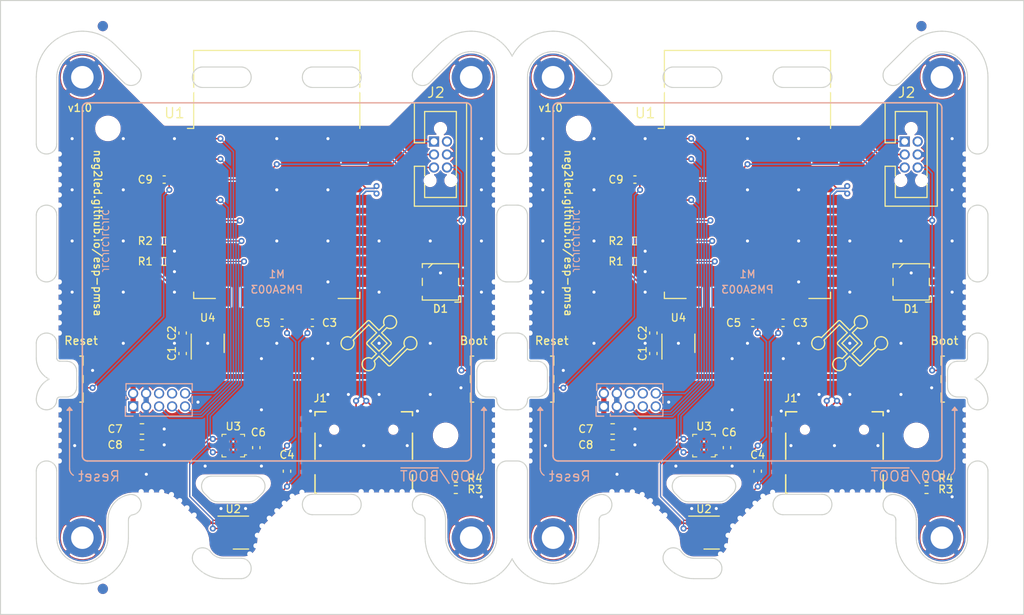
<source format=kicad_pcb>
(kicad_pcb (version 20171130) (host pcbnew 5.1.5+dfsg1-2build2)
  (layers (0 F.Cu signal) (31 B.Cu signal) (34 B.Paste user) (35 F.Paste user) (36 B.SilkS user) (37 F.SilkS user) (38 B.Mask user) (39 F.Mask user) (44 Edge.Cuts user))
  (net 0 "")
  (net 1 Board_1-Board_1-+3V3)
  (net 2 Board_1-Board_1-+5V)
  (net 3 Board_1-Board_1-/PMS_RX)
  (net 4 Board_1-Board_1-/PMS_TX)
  (net 5 Board_1-Board_1-/RGB)
  (net 6 Board_1-Board_1-/SCL)
  (net 7 Board_1-Board_1-/SDA)
  (net 8 Board_1-Board_1-/U0RXD)
  (net 9 Board_1-Board_1-/U0TXD)
  (net 10 Board_1-Board_1-/USB_D+)
  (net 11 Board_1-Board_1-/USB_D-)
  (net 12 Board_1-Board_1-/VCC_ALS)
  (net 13 Board_1-Board_1-/VCC_BME)
  (net 14 Board_1-Board_1-/~BOOT)
  (net 15 Board_1-Board_1-/~PMS_RST)
  (net 16 Board_1-Board_1-/~PMS_SET)
  (net 17 Board_1-Board_1-/~RST)
  (net 18 Board_1-Board_1-GND)
  (net 19 "Board_1-Board_1-Net-(J1-PadA5)")
  (net 20 "Board_1-Board_1-Net-(J1-PadB5)")
  (net 21 "Board_1-Board_1-Net-(M1-Pad6)")
  (net 22 Board_2-Board_1-+3V3)
  (net 23 Board_2-Board_1-+5V)
  (net 24 Board_2-Board_1-/PMS_RX)
  (net 25 Board_2-Board_1-/PMS_TX)
  (net 26 Board_2-Board_1-/RGB)
  (net 27 Board_2-Board_1-/SCL)
  (net 28 Board_2-Board_1-/SDA)
  (net 29 Board_2-Board_1-/U0RXD)
  (net 30 Board_2-Board_1-/U0TXD)
  (net 31 Board_2-Board_1-/USB_D+)
  (net 32 Board_2-Board_1-/USB_D-)
  (net 33 Board_2-Board_1-/VCC_ALS)
  (net 34 Board_2-Board_1-/VCC_BME)
  (net 35 Board_2-Board_1-/~BOOT)
  (net 36 Board_2-Board_1-/~PMS_RST)
  (net 37 Board_2-Board_1-/~PMS_SET)
  (net 38 Board_2-Board_1-/~RST)
  (net 39 Board_2-Board_1-GND)
  (net 40 "Board_2-Board_1-Net-(J1-PadA5)")
  (net 41 "Board_2-Board_1-Net-(J1-PadB5)")
  (net 42 "Board_2-Board_1-Net-(M1-Pad6)")
  (module NPTH (layer F.Cu) (at 138.7553 90.00163)
    (fp_text reference REF** hide)
    (fp_text value NPTH hide)
    (pad "" np_thru_hole circle (at 0 0) (size 0.5 0.5) (drill 0.5) (layers *.Cu))
  )
  (module NPTH (layer F.Cu) (at 138.7553 89.00163)
    (fp_text reference REF** hide)
    (fp_text value NPTH hide)
    (pad "" np_thru_hole circle (at 0 0) (size 0.5 0.5) (drill 0.5) (layers *.Cu))
  )
  (module NPTH (layer F.Cu) (at 138.7553 88.00163)
    (fp_text reference REF** hide)
    (fp_text value NPTH hide)
    (pad "" np_thru_hole circle (at 0 0) (size 0.5 0.5) (drill 0.5) (layers *.Cu))
  )
  (module NPTH (layer F.Cu) (at 138.7553 87.00163)
    (fp_text reference REF** hide)
    (fp_text value NPTH hide)
    (pad "" np_thru_hole circle (at 0 0) (size 0.5 0.5) (drill 0.5) (layers *.Cu))
  )
  (module NPTH (layer F.Cu) (at 138.7553 86.00163)
    (fp_text reference REF** hide)
    (fp_text value NPTH hide)
    (pad "" np_thru_hole circle (at 0 0) (size 0.5 0.5) (drill 0.5) (layers *.Cu))
  )
  (module NPTH (layer F.Cu) (at 138.7553 85.00163)
    (fp_text reference REF** hide)
    (fp_text value NPTH hide)
    (pad "" np_thru_hole circle (at 0 0) (size 0.5 0.5) (drill 0.5) (layers *.Cu))
  )
  (module NPTH (layer F.Cu) (at 138.7553 77.501087)
    (fp_text reference REF** hide)
    (fp_text value NPTH hide)
    (pad "" np_thru_hole circle (at 0 0) (size 0.5 0.5) (drill 0.5) (layers *.Cu))
  )
  (module NPTH (layer F.Cu) (at 138.7553 76.501087)
    (fp_text reference REF** hide)
    (fp_text value NPTH hide)
    (pad "" np_thru_hole circle (at 0 0) (size 0.5 0.5) (drill 0.5) (layers *.Cu))
  )
  (module NPTH (layer F.Cu) (at 138.7553 75.501087)
    (fp_text reference REF** hide)
    (fp_text value NPTH hide)
    (pad "" np_thru_hole circle (at 0 0) (size 0.5 0.5) (drill 0.5) (layers *.Cu))
  )
  (module NPTH (layer F.Cu) (at 138.7553 74.501087)
    (fp_text reference REF** hide)
    (fp_text value NPTH hide)
    (pad "" np_thru_hole circle (at 0 0) (size 0.5 0.5) (drill 0.5) (layers *.Cu))
  )
  (module NPTH (layer F.Cu) (at 138.7553 73.501087)
    (fp_text reference REF** hide)
    (fp_text value NPTH hide)
    (pad "" np_thru_hole circle (at 0 0) (size 0.5 0.5) (drill 0.5) (layers *.Cu))
  )
  (module NPTH (layer F.Cu) (at 138.7553 72.501087)
    (fp_text reference REF** hide)
    (fp_text value NPTH hide)
    (pad "" np_thru_hole circle (at 0 0) (size 0.5 0.5) (drill 0.5) (layers *.Cu))
  )
  (module NPTH (layer F.Cu) (at 138.7553 65.000543)
    (fp_text reference REF** hide)
    (fp_text value NPTH hide)
    (pad "" np_thru_hole circle (at 0 0) (size 0.5 0.5) (drill 0.5) (layers *.Cu))
  )
  (module NPTH (layer F.Cu) (at 138.7553 64.000543)
    (fp_text reference REF** hide)
    (fp_text value NPTH hide)
    (pad "" np_thru_hole circle (at 0 0) (size 0.5 0.5) (drill 0.5) (layers *.Cu))
  )
  (module NPTH (layer F.Cu) (at 138.7553 63.000543)
    (fp_text reference REF** hide)
    (fp_text value NPTH hide)
    (pad "" np_thru_hole circle (at 0 0) (size 0.5 0.5) (drill 0.5) (layers *.Cu))
  )
  (module NPTH (layer F.Cu) (at 138.7553 62.000543)
    (fp_text reference REF** hide)
    (fp_text value NPTH hide)
    (pad "" np_thru_hole circle (at 0 0) (size 0.5 0.5) (drill 0.5) (layers *.Cu))
  )
  (module NPTH (layer F.Cu) (at 138.7553 61.000543)
    (fp_text reference REF** hide)
    (fp_text value NPTH hide)
    (pad "" np_thru_hole circle (at 0 0) (size 0.5 0.5) (drill 0.5) (layers *.Cu))
  )
  (module NPTH (layer F.Cu) (at 138.7553 60.000543)
    (fp_text reference REF** hide)
    (fp_text value NPTH hide)
    (pad "" np_thru_hole circle (at 0 0) (size 0.5 0.5) (drill 0.5) (layers *.Cu))
  )
  (module NPTH (layer F.Cu) (at 96.2513 85.00163)
    (fp_text reference REF** hide)
    (fp_text value NPTH hide)
    (pad "" np_thru_hole circle (at 0 0) (size 0.5 0.5) (drill 0.5) (layers *.Cu))
  )
  (module NPTH (layer F.Cu) (at 96.2513 86.00163)
    (fp_text reference REF** hide)
    (fp_text value NPTH hide)
    (pad "" np_thru_hole circle (at 0 0) (size 0.5 0.5) (drill 0.5) (layers *.Cu))
  )
  (module NPTH (layer F.Cu) (at 96.2513 87.00163)
    (fp_text reference REF** hide)
    (fp_text value NPTH hide)
    (pad "" np_thru_hole circle (at 0 0) (size 0.5 0.5) (drill 0.5) (layers *.Cu))
  )
  (module NPTH (layer F.Cu) (at 96.2513 88.00163)
    (fp_text reference REF** hide)
    (fp_text value NPTH hide)
    (pad "" np_thru_hole circle (at 0 0) (size 0.5 0.5) (drill 0.5) (layers *.Cu))
  )
  (module NPTH (layer F.Cu) (at 96.2513 89.00163)
    (fp_text reference REF** hide)
    (fp_text value NPTH hide)
    (pad "" np_thru_hole circle (at 0 0) (size 0.5 0.5) (drill 0.5) (layers *.Cu))
  )
  (module NPTH (layer F.Cu) (at 96.2513 90.00163)
    (fp_text reference REF** hide)
    (fp_text value NPTH hide)
    (pad "" np_thru_hole circle (at 0 0) (size 0.5 0.5) (drill 0.5) (layers *.Cu))
  )
  (module NPTH (layer F.Cu) (at 96.2513 72.501087)
    (fp_text reference REF** hide)
    (fp_text value NPTH hide)
    (pad "" np_thru_hole circle (at 0 0) (size 0.5 0.5) (drill 0.5) (layers *.Cu))
  )
  (module NPTH (layer F.Cu) (at 96.2513 73.501087)
    (fp_text reference REF** hide)
    (fp_text value NPTH hide)
    (pad "" np_thru_hole circle (at 0 0) (size 0.5 0.5) (drill 0.5) (layers *.Cu))
  )
  (module NPTH (layer F.Cu) (at 96.2513 74.501087)
    (fp_text reference REF** hide)
    (fp_text value NPTH hide)
    (pad "" np_thru_hole circle (at 0 0) (size 0.5 0.5) (drill 0.5) (layers *.Cu))
  )
  (module NPTH (layer F.Cu) (at 96.2513 75.501087)
    (fp_text reference REF** hide)
    (fp_text value NPTH hide)
    (pad "" np_thru_hole circle (at 0 0) (size 0.5 0.5) (drill 0.5) (layers *.Cu))
  )
  (module NPTH (layer F.Cu) (at 96.2513 76.501087)
    (fp_text reference REF** hide)
    (fp_text value NPTH hide)
    (pad "" np_thru_hole circle (at 0 0) (size 0.5 0.5) (drill 0.5) (layers *.Cu))
  )
  (module NPTH (layer F.Cu) (at 96.2513 77.501087)
    (fp_text reference REF** hide)
    (fp_text value NPTH hide)
    (pad "" np_thru_hole circle (at 0 0) (size 0.5 0.5) (drill 0.5) (layers *.Cu))
  )
  (module NPTH (layer F.Cu) (at 96.2513 60.000543)
    (fp_text reference REF** hide)
    (fp_text value NPTH hide)
    (pad "" np_thru_hole circle (at 0 0) (size 0.5 0.5) (drill 0.5) (layers *.Cu))
  )
  (module NPTH (layer F.Cu) (at 96.2513 61.000543)
    (fp_text reference REF** hide)
    (fp_text value NPTH hide)
    (pad "" np_thru_hole circle (at 0 0) (size 0.5 0.5) (drill 0.5) (layers *.Cu))
  )
  (module NPTH (layer F.Cu) (at 96.2513 62.000543)
    (fp_text reference REF** hide)
    (fp_text value NPTH hide)
    (pad "" np_thru_hole circle (at 0 0) (size 0.5 0.5) (drill 0.5) (layers *.Cu))
  )
  (module NPTH (layer F.Cu) (at 96.2513 63.000543)
    (fp_text reference REF** hide)
    (fp_text value NPTH hide)
    (pad "" np_thru_hole circle (at 0 0) (size 0.5 0.5) (drill 0.5) (layers *.Cu))
  )
  (module NPTH (layer F.Cu) (at 96.2513 64.000543)
    (fp_text reference REF** hide)
    (fp_text value NPTH hide)
    (pad "" np_thru_hole circle (at 0 0) (size 0.5 0.5) (drill 0.5) (layers *.Cu))
  )
  (module NPTH (layer F.Cu) (at 96.2513 65.000543)
    (fp_text reference REF** hide)
    (fp_text value NPTH hide)
    (pad "" np_thru_hole circle (at 0 0) (size 0.5 0.5) (drill 0.5) (layers *.Cu))
  )
  (module NPTH (layer F.Cu) (at 92.753 90.00163)
    (fp_text reference REF** hide)
    (fp_text value NPTH hide)
    (pad "" np_thru_hole circle (at 0 0) (size 0.5 0.5) (drill 0.5) (layers *.Cu))
  )
  (module NPTH (layer F.Cu) (at 92.753 89.00163)
    (fp_text reference REF** hide)
    (fp_text value NPTH hide)
    (pad "" np_thru_hole circle (at 0 0) (size 0.5 0.5) (drill 0.5) (layers *.Cu))
  )
  (module NPTH (layer F.Cu) (at 92.753 88.00163)
    (fp_text reference REF** hide)
    (fp_text value NPTH hide)
    (pad "" np_thru_hole circle (at 0 0) (size 0.5 0.5) (drill 0.5) (layers *.Cu))
  )
  (module NPTH (layer F.Cu) (at 92.753 87.00163)
    (fp_text reference REF** hide)
    (fp_text value NPTH hide)
    (pad "" np_thru_hole circle (at 0 0) (size 0.5 0.5) (drill 0.5) (layers *.Cu))
  )
  (module NPTH (layer F.Cu) (at 92.753 86.00163)
    (fp_text reference REF** hide)
    (fp_text value NPTH hide)
    (pad "" np_thru_hole circle (at 0 0) (size 0.5 0.5) (drill 0.5) (layers *.Cu))
  )
  (module NPTH (layer F.Cu) (at 92.753 85.00163)
    (fp_text reference REF** hide)
    (fp_text value NPTH hide)
    (pad "" np_thru_hole circle (at 0 0) (size 0.5 0.5) (drill 0.5) (layers *.Cu))
  )
  (module NPTH (layer F.Cu) (at 92.753 77.501087)
    (fp_text reference REF** hide)
    (fp_text value NPTH hide)
    (pad "" np_thru_hole circle (at 0 0) (size 0.5 0.5) (drill 0.5) (layers *.Cu))
  )
  (module NPTH (layer F.Cu) (at 92.753 76.501087)
    (fp_text reference REF** hide)
    (fp_text value NPTH hide)
    (pad "" np_thru_hole circle (at 0 0) (size 0.5 0.5) (drill 0.5) (layers *.Cu))
  )
  (module NPTH (layer F.Cu) (at 92.753 75.501087)
    (fp_text reference REF** hide)
    (fp_text value NPTH hide)
    (pad "" np_thru_hole circle (at 0 0) (size 0.5 0.5) (drill 0.5) (layers *.Cu))
  )
  (module NPTH (layer F.Cu) (at 92.753 74.501087)
    (fp_text reference REF** hide)
    (fp_text value NPTH hide)
    (pad "" np_thru_hole circle (at 0 0) (size 0.5 0.5) (drill 0.5) (layers *.Cu))
  )
  (module NPTH (layer F.Cu) (at 92.753 73.501087)
    (fp_text reference REF** hide)
    (fp_text value NPTH hide)
    (pad "" np_thru_hole circle (at 0 0) (size 0.5 0.5) (drill 0.5) (layers *.Cu))
  )
  (module NPTH (layer F.Cu) (at 92.753 72.501087)
    (fp_text reference REF** hide)
    (fp_text value NPTH hide)
    (pad "" np_thru_hole circle (at 0 0) (size 0.5 0.5) (drill 0.5) (layers *.Cu))
  )
  (module NPTH (layer F.Cu) (at 92.753 65.000543)
    (fp_text reference REF** hide)
    (fp_text value NPTH hide)
    (pad "" np_thru_hole circle (at 0 0) (size 0.5 0.5) (drill 0.5) (layers *.Cu))
  )
  (module NPTH (layer F.Cu) (at 92.753 64.000543)
    (fp_text reference REF** hide)
    (fp_text value NPTH hide)
    (pad "" np_thru_hole circle (at 0 0) (size 0.5 0.5) (drill 0.5) (layers *.Cu))
  )
  (module NPTH (layer F.Cu) (at 92.753 63.000543)
    (fp_text reference REF** hide)
    (fp_text value NPTH hide)
    (pad "" np_thru_hole circle (at 0 0) (size 0.5 0.5) (drill 0.5) (layers *.Cu))
  )
  (module NPTH (layer F.Cu) (at 92.753 62.000543)
    (fp_text reference REF** hide)
    (fp_text value NPTH hide)
    (pad "" np_thru_hole circle (at 0 0) (size 0.5 0.5) (drill 0.5) (layers *.Cu))
  )
  (module NPTH (layer F.Cu) (at 92.753 61.000543)
    (fp_text reference REF** hide)
    (fp_text value NPTH hide)
    (pad "" np_thru_hole circle (at 0 0) (size 0.5 0.5) (drill 0.5) (layers *.Cu))
  )
  (module NPTH (layer F.Cu) (at 92.753 60.000543)
    (fp_text reference REF** hide)
    (fp_text value NPTH hide)
    (pad "" np_thru_hole circle (at 0 0) (size 0.5 0.5) (drill 0.5) (layers *.Cu))
  )
  (module NPTH (layer F.Cu) (at 50.249 85.00163)
    (fp_text reference REF** hide)
    (fp_text value NPTH hide)
    (pad "" np_thru_hole circle (at 0 0) (size 0.5 0.5) (drill 0.5) (layers *.Cu))
  )
  (module NPTH (layer F.Cu) (at 50.249 86.00163)
    (fp_text reference REF** hide)
    (fp_text value NPTH hide)
    (pad "" np_thru_hole circle (at 0 0) (size 0.5 0.5) (drill 0.5) (layers *.Cu))
  )
  (module NPTH (layer F.Cu) (at 50.249 87.00163)
    (fp_text reference REF** hide)
    (fp_text value NPTH hide)
    (pad "" np_thru_hole circle (at 0 0) (size 0.5 0.5) (drill 0.5) (layers *.Cu))
  )
  (module NPTH (layer F.Cu) (at 50.249 88.00163)
    (fp_text reference REF** hide)
    (fp_text value NPTH hide)
    (pad "" np_thru_hole circle (at 0 0) (size 0.5 0.5) (drill 0.5) (layers *.Cu))
  )
  (module NPTH (layer F.Cu) (at 50.249 89.00163)
    (fp_text reference REF** hide)
    (fp_text value NPTH hide)
    (pad "" np_thru_hole circle (at 0 0) (size 0.5 0.5) (drill 0.5) (layers *.Cu))
  )
  (module NPTH (layer F.Cu) (at 50.249 90.00163)
    (fp_text reference REF** hide)
    (fp_text value NPTH hide)
    (pad "" np_thru_hole circle (at 0 0) (size 0.5 0.5) (drill 0.5) (layers *.Cu))
  )
  (module NPTH (layer F.Cu) (at 50.249 72.501087)
    (fp_text reference REF** hide)
    (fp_text value NPTH hide)
    (pad "" np_thru_hole circle (at 0 0) (size 0.5 0.5) (drill 0.5) (layers *.Cu))
  )
  (module NPTH (layer F.Cu) (at 50.249 73.501087)
    (fp_text reference REF** hide)
    (fp_text value NPTH hide)
    (pad "" np_thru_hole circle (at 0 0) (size 0.5 0.5) (drill 0.5) (layers *.Cu))
  )
  (module NPTH (layer F.Cu) (at 50.249 74.501087)
    (fp_text reference REF** hide)
    (fp_text value NPTH hide)
    (pad "" np_thru_hole circle (at 0 0) (size 0.5 0.5) (drill 0.5) (layers *.Cu))
  )
  (module NPTH (layer F.Cu) (at 50.249 75.501087)
    (fp_text reference REF** hide)
    (fp_text value NPTH hide)
    (pad "" np_thru_hole circle (at 0 0) (size 0.5 0.5) (drill 0.5) (layers *.Cu))
  )
  (module NPTH (layer F.Cu) (at 50.249 76.501087)
    (fp_text reference REF** hide)
    (fp_text value NPTH hide)
    (pad "" np_thru_hole circle (at 0 0) (size 0.5 0.5) (drill 0.5) (layers *.Cu))
  )
  (module NPTH (layer F.Cu) (at 50.249 77.501087)
    (fp_text reference REF** hide)
    (fp_text value NPTH hide)
    (pad "" np_thru_hole circle (at 0 0) (size 0.5 0.5) (drill 0.5) (layers *.Cu))
  )
  (module NPTH (layer F.Cu) (at 50.249 60.000543)
    (fp_text reference REF** hide)
    (fp_text value NPTH hide)
    (pad "" np_thru_hole circle (at 0 0) (size 0.5 0.5) (drill 0.5) (layers *.Cu))
  )
  (module NPTH (layer F.Cu) (at 50.249 61.000543)
    (fp_text reference REF** hide)
    (fp_text value NPTH hide)
    (pad "" np_thru_hole circle (at 0 0) (size 0.5 0.5) (drill 0.5) (layers *.Cu))
  )
  (module NPTH (layer F.Cu) (at 50.249 62.000543)
    (fp_text reference REF** hide)
    (fp_text value NPTH hide)
    (pad "" np_thru_hole circle (at 0 0) (size 0.5 0.5) (drill 0.5) (layers *.Cu))
  )
  (module NPTH (layer F.Cu) (at 50.249 63.000543)
    (fp_text reference REF** hide)
    (fp_text value NPTH hide)
    (pad "" np_thru_hole circle (at 0 0) (size 0.5 0.5) (drill 0.5) (layers *.Cu))
  )
  (module NPTH (layer F.Cu) (at 50.249 64.000543)
    (fp_text reference REF** hide)
    (fp_text value NPTH hide)
    (pad "" np_thru_hole circle (at 0 0) (size 0.5 0.5) (drill 0.5) (layers *.Cu))
  )
  (module NPTH (layer F.Cu) (at 50.249 65.000543)
    (fp_text reference REF** hide)
    (fp_text value NPTH hide)
    (pad "" np_thru_hole circle (at 0 0) (size 0.5 0.5) (drill 0.5) (layers *.Cu))
  )
  (module NPTH (layer F.Cu) (at 125.754053 93.003)
    (fp_text reference REF** hide)
    (fp_text value NPTH hide)
    (pad "" np_thru_hole circle (at 0 0) (size 0.5 0.5) (drill 0.5) (layers *.Cu))
  )
  (module NPTH (layer F.Cu) (at 126.754053 93.003)
    (fp_text reference REF** hide)
    (fp_text value NPTH hide)
    (pad "" np_thru_hole circle (at 0 0) (size 0.5 0.5) (drill 0.5) (layers *.Cu))
  )
  (module NPTH (layer F.Cu) (at 127.754053 93.003)
    (fp_text reference REF** hide)
    (fp_text value NPTH hide)
    (pad "" np_thru_hole circle (at 0 0) (size 0.5 0.5) (drill 0.5) (layers *.Cu))
  )
  (module NPTH (layer F.Cu) (at 128.754053 93.003)
    (fp_text reference REF** hide)
    (fp_text value NPTH hide)
    (pad "" np_thru_hole circle (at 0 0) (size 0.5 0.5) (drill 0.5) (layers *.Cu))
  )
  (module NPTH (layer F.Cu) (at 129.754053 93.003)
    (fp_text reference REF** hide)
    (fp_text value NPTH hide)
    (pad "" np_thru_hole circle (at 0 0) (size 0.5 0.5) (drill 0.5) (layers *.Cu))
  )
  (module NPTH (layer F.Cu) (at 130.754053 93.003)
    (fp_text reference REF** hide)
    (fp_text value NPTH hide)
    (pad "" np_thru_hole circle (at 0 0) (size 0.5 0.5) (drill 0.5) (layers *.Cu))
  )
  (module NPTH (layer F.Cu) (at 114.867426 99.092448)
    (fp_text reference REF** hide)
    (fp_text value NPTH hide)
    (pad "" np_thru_hole circle (at 0 0) (size 0.5 0.5) (drill 0.5) (layers *.Cu))
  )
  (module NPTH (layer F.Cu) (at 115.470444 98.287942)
    (fp_text reference REF** hide)
    (fp_text value NPTH hide)
    (pad "" np_thru_hole circle (at 0 0) (size 0.5 0.5) (drill 0.5) (layers *.Cu))
  )
  (module NPTH (layer F.Cu) (at 115.609351 97.266092)
    (fp_text reference REF** hide)
    (fp_text value NPTH hide)
    (pad "" np_thru_hole circle (at 0 0) (size 0.5 0.5) (drill 0.5) (layers *.Cu))
  )
  (module NPTH (layer F.Cu) (at 116.064011 96.344494)
    (fp_text reference REF** hide)
    (fp_text value NPTH hide)
    (pad "" np_thru_hole circle (at 0 0) (size 0.5 0.5) (drill 0.5) (layers *.Cu))
  )
  (module NPTH (layer F.Cu) (at 116.774175 95.593864)
    (fp_text reference REF** hide)
    (fp_text value NPTH hide)
    (pad "" np_thru_hole circle (at 0 0) (size 0.5 0.5) (drill 0.5) (layers *.Cu))
  )
  (module NPTH (layer F.Cu) (at 117.505555 94.862452)
    (fp_text reference REF** hide)
    (fp_text value NPTH hide)
    (pad "" np_thru_hole circle (at 0 0) (size 0.5 0.5) (drill 0.5) (layers *.Cu))
  )
  (module NPTH (layer F.Cu) (at 118.236935 94.13104)
    (fp_text reference REF** hide)
    (fp_text value NPTH hide)
    (pad "" np_thru_hole circle (at 0 0) (size 0.5 0.5) (drill 0.5) (layers *.Cu))
  )
  (module NPTH (layer F.Cu) (at 119.00919 93.446485)
    (fp_text reference REF** hide)
    (fp_text value NPTH hide)
    (pad "" np_thru_hole circle (at 0 0) (size 0.5 0.5) (drill 0.5) (layers *.Cu))
  )
  (module NPTH (layer F.Cu) (at 119.961549 93.059682)
    (fp_text reference REF** hide)
    (fp_text value NPTH hide)
    (pad "" np_thru_hole circle (at 0 0) (size 0.5 0.5) (drill 0.5) (layers *.Cu))
  )
  (module NPTH (layer F.Cu) (at 104.252895 93.003)
    (fp_text reference REF** hide)
    (fp_text value NPTH hide)
    (pad "" np_thru_hole circle (at 0 0) (size 0.5 0.5) (drill 0.5) (layers *.Cu))
  )
  (module NPTH (layer F.Cu) (at 105.253751 93.003)
    (fp_text reference REF** hide)
    (fp_text value NPTH hide)
    (pad "" np_thru_hole circle (at 0 0) (size 0.5 0.5) (drill 0.5) (layers *.Cu))
  )
  (module NPTH (layer F.Cu) (at 106.25423 93.016688)
    (fp_text reference REF** hide)
    (fp_text value NPTH hide)
    (pad "" np_thru_hole circle (at 0 0) (size 0.5 0.5) (drill 0.5) (layers *.Cu))
  )
  (module NPTH (layer F.Cu) (at 107.212871 93.284236)
    (fp_text reference REF** hide)
    (fp_text value NPTH hide)
    (pad "" np_thru_hole circle (at 0 0) (size 0.5 0.5) (drill 0.5) (layers *.Cu))
  )
  (module NPTH (layer F.Cu) (at 108.01421 93.875668)
    (fp_text reference REF** hide)
    (fp_text value NPTH hide)
    (pad "" np_thru_hole circle (at 0 0) (size 0.5 0.5) (drill 0.5) (layers *.Cu))
  )
  (module NPTH (layer F.Cu) (at 108.721939 94.583365)
    (fp_text reference REF** hide)
    (fp_text value NPTH hide)
    (pad "" np_thru_hole circle (at 0 0) (size 0.5 0.5) (drill 0.5) (layers *.Cu))
  )
  (module NPTH (layer F.Cu) (at 109.429667 95.291062)
    (fp_text reference REF** hide)
    (fp_text value NPTH hide)
    (pad "" np_thru_hole circle (at 0 0) (size 0.5 0.5) (drill 0.5) (layers *.Cu))
  )
  (module NPTH (layer F.Cu) (at 130.754053 53.749)
    (fp_text reference REF** hide)
    (fp_text value NPTH hide)
    (pad "" np_thru_hole circle (at 0 0) (size 0.5 0.5) (drill 0.5) (layers *.Cu))
  )
  (module NPTH (layer F.Cu) (at 129.754053 53.749)
    (fp_text reference REF** hide)
    (fp_text value NPTH hide)
    (pad "" np_thru_hole circle (at 0 0) (size 0.5 0.5) (drill 0.5) (layers *.Cu))
  )
  (module NPTH (layer F.Cu) (at 128.754053 53.749)
    (fp_text reference REF** hide)
    (fp_text value NPTH hide)
    (pad "" np_thru_hole circle (at 0 0) (size 0.5 0.5) (drill 0.5) (layers *.Cu))
  )
  (module NPTH (layer F.Cu) (at 127.754053 53.749)
    (fp_text reference REF** hide)
    (fp_text value NPTH hide)
    (pad "" np_thru_hole circle (at 0 0) (size 0.5 0.5) (drill 0.5) (layers *.Cu))
  )
  (module NPTH (layer F.Cu) (at 126.754053 53.749)
    (fp_text reference REF** hide)
    (fp_text value NPTH hide)
    (pad "" np_thru_hole circle (at 0 0) (size 0.5 0.5) (drill 0.5) (layers *.Cu))
  )
  (module NPTH (layer F.Cu) (at 125.754053 53.749)
    (fp_text reference REF** hide)
    (fp_text value NPTH hide)
    (pad "" np_thru_hole circle (at 0 0) (size 0.5 0.5) (drill 0.5) (layers *.Cu))
  )
  (module NPTH (layer F.Cu) (at 120.003474 53.749)
    (fp_text reference REF** hide)
    (fp_text value NPTH hide)
    (pad "" np_thru_hole circle (at 0 0) (size 0.5 0.5) (drill 0.5) (layers *.Cu))
  )
  (module NPTH (layer F.Cu) (at 119.003474 53.749)
    (fp_text reference REF** hide)
    (fp_text value NPTH hide)
    (pad "" np_thru_hole circle (at 0 0) (size 0.5 0.5) (drill 0.5) (layers *.Cu))
  )
  (module NPTH (layer F.Cu) (at 118.003474 53.749)
    (fp_text reference REF** hide)
    (fp_text value NPTH hide)
    (pad "" np_thru_hole circle (at 0 0) (size 0.5 0.5) (drill 0.5) (layers *.Cu))
  )
  (module NPTH (layer F.Cu) (at 117.003474 53.749)
    (fp_text reference REF** hide)
    (fp_text value NPTH hide)
    (pad "" np_thru_hole circle (at 0 0) (size 0.5 0.5) (drill 0.5) (layers *.Cu))
  )
  (module NPTH (layer F.Cu) (at 116.003474 53.749)
    (fp_text reference REF** hide)
    (fp_text value NPTH hide)
    (pad "" np_thru_hole circle (at 0 0) (size 0.5 0.5) (drill 0.5) (layers *.Cu))
  )
  (module NPTH (layer F.Cu) (at 115.003474 53.749)
    (fp_text reference REF** hide)
    (fp_text value NPTH hide)
    (pad "" np_thru_hole circle (at 0 0) (size 0.5 0.5) (drill 0.5) (layers *.Cu))
  )
  (module NPTH (layer F.Cu) (at 109.252895 53.749)
    (fp_text reference REF** hide)
    (fp_text value NPTH hide)
    (pad "" np_thru_hole circle (at 0 0) (size 0.5 0.5) (drill 0.5) (layers *.Cu))
  )
  (module NPTH (layer F.Cu) (at 108.252895 53.749)
    (fp_text reference REF** hide)
    (fp_text value NPTH hide)
    (pad "" np_thru_hole circle (at 0 0) (size 0.5 0.5) (drill 0.5) (layers *.Cu))
  )
  (module NPTH (layer F.Cu) (at 107.252895 53.749)
    (fp_text reference REF** hide)
    (fp_text value NPTH hide)
    (pad "" np_thru_hole circle (at 0 0) (size 0.5 0.5) (drill 0.5) (layers *.Cu))
  )
  (module NPTH (layer F.Cu) (at 106.252895 53.749)
    (fp_text reference REF** hide)
    (fp_text value NPTH hide)
    (pad "" np_thru_hole circle (at 0 0) (size 0.5 0.5) (drill 0.5) (layers *.Cu))
  )
  (module NPTH (layer F.Cu) (at 105.252895 53.749)
    (fp_text reference REF** hide)
    (fp_text value NPTH hide)
    (pad "" np_thru_hole circle (at 0 0) (size 0.5 0.5) (drill 0.5) (layers *.Cu))
  )
  (module NPTH (layer F.Cu) (at 104.252895 53.749)
    (fp_text reference REF** hide)
    (fp_text value NPTH hide)
    (pad "" np_thru_hole circle (at 0 0) (size 0.5 0.5) (drill 0.5) (layers *.Cu))
  )
  (module NPTH (layer F.Cu) (at 79.751737 93.003)
    (fp_text reference REF** hide)
    (fp_text value NPTH hide)
    (pad "" np_thru_hole circle (at 0 0) (size 0.5 0.5) (drill 0.5) (layers *.Cu))
  )
  (module NPTH (layer F.Cu) (at 80.751737 93.003)
    (fp_text reference REF** hide)
    (fp_text value NPTH hide)
    (pad "" np_thru_hole circle (at 0 0) (size 0.5 0.5) (drill 0.5) (layers *.Cu))
  )
  (module NPTH (layer F.Cu) (at 81.751737 93.003)
    (fp_text reference REF** hide)
    (fp_text value NPTH hide)
    (pad "" np_thru_hole circle (at 0 0) (size 0.5 0.5) (drill 0.5) (layers *.Cu))
  )
  (module NPTH (layer F.Cu) (at 82.751737 93.003)
    (fp_text reference REF** hide)
    (fp_text value NPTH hide)
    (pad "" np_thru_hole circle (at 0 0) (size 0.5 0.5) (drill 0.5) (layers *.Cu))
  )
  (module NPTH (layer F.Cu) (at 83.751737 93.003)
    (fp_text reference REF** hide)
    (fp_text value NPTH hide)
    (pad "" np_thru_hole circle (at 0 0) (size 0.5 0.5) (drill 0.5) (layers *.Cu))
  )
  (module NPTH (layer F.Cu) (at 84.751737 93.003)
    (fp_text reference REF** hide)
    (fp_text value NPTH hide)
    (pad "" np_thru_hole circle (at 0 0) (size 0.5 0.5) (drill 0.5) (layers *.Cu))
  )
  (module NPTH (layer F.Cu) (at 68.865112 99.092454)
    (fp_text reference REF** hide)
    (fp_text value NPTH hide)
    (pad "" np_thru_hole circle (at 0 0) (size 0.5 0.5) (drill 0.5) (layers *.Cu))
  )
  (module NPTH (layer F.Cu) (at 69.46814 98.287957)
    (fp_text reference REF** hide)
    (fp_text value NPTH hide)
    (pad "" np_thru_hole circle (at 0 0) (size 0.5 0.5) (drill 0.5) (layers *.Cu))
  )
  (module NPTH (layer F.Cu) (at 69.607047 97.266107)
    (fp_text reference REF** hide)
    (fp_text value NPTH hide)
    (pad "" np_thru_hole circle (at 0 0) (size 0.5 0.5) (drill 0.5) (layers *.Cu))
  )
  (module NPTH (layer F.Cu) (at 70.061702 96.344506)
    (fp_text reference REF** hide)
    (fp_text value NPTH hide)
    (pad "" np_thru_hole circle (at 0 0) (size 0.5 0.5) (drill 0.5) (layers *.Cu))
  )
  (module NPTH (layer F.Cu) (at 70.771864 95.593875)
    (fp_text reference REF** hide)
    (fp_text value NPTH hide)
    (pad "" np_thru_hole circle (at 0 0) (size 0.5 0.5) (drill 0.5) (layers *.Cu))
  )
  (module NPTH (layer F.Cu) (at 71.503244 94.862463)
    (fp_text reference REF** hide)
    (fp_text value NPTH hide)
    (pad "" np_thru_hole circle (at 0 0) (size 0.5 0.5) (drill 0.5) (layers *.Cu))
  )
  (module NPTH (layer F.Cu) (at 72.234623 94.131051)
    (fp_text reference REF** hide)
    (fp_text value NPTH hide)
    (pad "" np_thru_hole circle (at 0 0) (size 0.5 0.5) (drill 0.5) (layers *.Cu))
  )
  (module NPTH (layer F.Cu) (at 73.006877 93.446494)
    (fp_text reference REF** hide)
    (fp_text value NPTH hide)
    (pad "" np_thru_hole circle (at 0 0) (size 0.5 0.5) (drill 0.5) (layers *.Cu))
  )
  (module NPTH (layer F.Cu) (at 73.959233 93.059684)
    (fp_text reference REF** hide)
    (fp_text value NPTH hide)
    (pad "" np_thru_hole circle (at 0 0) (size 0.5 0.5) (drill 0.5) (layers *.Cu))
  )
  (module NPTH (layer F.Cu) (at 58.250579 93.003)
    (fp_text reference REF** hide)
    (fp_text value NPTH hide)
    (pad "" np_thru_hole circle (at 0 0) (size 0.5 0.5) (drill 0.5) (layers *.Cu))
  )
  (module NPTH (layer F.Cu) (at 59.251434 93.003)
    (fp_text reference REF** hide)
    (fp_text value NPTH hide)
    (pad "" np_thru_hole circle (at 0 0) (size 0.5 0.5) (drill 0.5) (layers *.Cu))
  )
  (module NPTH (layer F.Cu) (at 60.251912 93.016687)
    (fp_text reference REF** hide)
    (fp_text value NPTH hide)
    (pad "" np_thru_hole circle (at 0 0) (size 0.5 0.5) (drill 0.5) (layers *.Cu))
  )
  (module NPTH (layer F.Cu) (at 61.210554 93.284226)
    (fp_text reference REF** hide)
    (fp_text value NPTH hide)
    (pad "" np_thru_hole circle (at 0 0) (size 0.5 0.5) (drill 0.5) (layers *.Cu))
  )
  (module NPTH (layer F.Cu) (at 62.011896 93.875654)
    (fp_text reference REF** hide)
    (fp_text value NPTH hide)
    (pad "" np_thru_hole circle (at 0 0) (size 0.5 0.5) (drill 0.5) (layers *.Cu))
  )
  (module NPTH (layer F.Cu) (at 62.719624 94.58335)
    (fp_text reference REF** hide)
    (fp_text value NPTH hide)
    (pad "" np_thru_hole circle (at 0 0) (size 0.5 0.5) (drill 0.5) (layers *.Cu))
  )
  (module NPTH (layer F.Cu) (at 63.427351 95.291046)
    (fp_text reference REF** hide)
    (fp_text value NPTH hide)
    (pad "" np_thru_hole circle (at 0 0) (size 0.5 0.5) (drill 0.5) (layers *.Cu))
  )
  (module NPTH (layer F.Cu) (at 84.751737 53.749)
    (fp_text reference REF** hide)
    (fp_text value NPTH hide)
    (pad "" np_thru_hole circle (at 0 0) (size 0.5 0.5) (drill 0.5) (layers *.Cu))
  )
  (module NPTH (layer F.Cu) (at 83.751737 53.749)
    (fp_text reference REF** hide)
    (fp_text value NPTH hide)
    (pad "" np_thru_hole circle (at 0 0) (size 0.5 0.5) (drill 0.5) (layers *.Cu))
  )
  (module NPTH (layer F.Cu) (at 82.751737 53.749)
    (fp_text reference REF** hide)
    (fp_text value NPTH hide)
    (pad "" np_thru_hole circle (at 0 0) (size 0.5 0.5) (drill 0.5) (layers *.Cu))
  )
  (module NPTH (layer F.Cu) (at 81.751737 53.749)
    (fp_text reference REF** hide)
    (fp_text value NPTH hide)
    (pad "" np_thru_hole circle (at 0 0) (size 0.5 0.5) (drill 0.5) (layers *.Cu))
  )
  (module NPTH (layer F.Cu) (at 80.751737 53.749)
    (fp_text reference REF** hide)
    (fp_text value NPTH hide)
    (pad "" np_thru_hole circle (at 0 0) (size 0.5 0.5) (drill 0.5) (layers *.Cu))
  )
  (module NPTH (layer F.Cu) (at 79.751737 53.749)
    (fp_text reference REF** hide)
    (fp_text value NPTH hide)
    (pad "" np_thru_hole circle (at 0 0) (size 0.5 0.5) (drill 0.5) (layers *.Cu))
  )
  (module NPTH (layer F.Cu) (at 74.001158 53.749)
    (fp_text reference REF** hide)
    (fp_text value NPTH hide)
    (pad "" np_thru_hole circle (at 0 0) (size 0.5 0.5) (drill 0.5) (layers *.Cu))
  )
  (module NPTH (layer F.Cu) (at 73.001158 53.749)
    (fp_text reference REF** hide)
    (fp_text value NPTH hide)
    (pad "" np_thru_hole circle (at 0 0) (size 0.5 0.5) (drill 0.5) (layers *.Cu))
  )
  (module NPTH (layer F.Cu) (at 72.001158 53.749)
    (fp_text reference REF** hide)
    (fp_text value NPTH hide)
    (pad "" np_thru_hole circle (at 0 0) (size 0.5 0.5) (drill 0.5) (layers *.Cu))
  )
  (module NPTH (layer F.Cu) (at 71.001158 53.749)
    (fp_text reference REF** hide)
    (fp_text value NPTH hide)
    (pad "" np_thru_hole circle (at 0 0) (size 0.5 0.5) (drill 0.5) (layers *.Cu))
  )
  (module NPTH (layer F.Cu) (at 70.001158 53.749)
    (fp_text reference REF** hide)
    (fp_text value NPTH hide)
    (pad "" np_thru_hole circle (at 0 0) (size 0.5 0.5) (drill 0.5) (layers *.Cu))
  )
  (module NPTH (layer F.Cu) (at 69.001158 53.749)
    (fp_text reference REF** hide)
    (fp_text value NPTH hide)
    (pad "" np_thru_hole circle (at 0 0) (size 0.5 0.5) (drill 0.5) (layers *.Cu))
  )
  (module NPTH (layer F.Cu) (at 63.250579 53.749)
    (fp_text reference REF** hide)
    (fp_text value NPTH hide)
    (pad "" np_thru_hole circle (at 0 0) (size 0.5 0.5) (drill 0.5) (layers *.Cu))
  )
  (module NPTH (layer F.Cu) (at 62.250579 53.749)
    (fp_text reference REF** hide)
    (fp_text value NPTH hide)
    (pad "" np_thru_hole circle (at 0 0) (size 0.5 0.5) (drill 0.5) (layers *.Cu))
  )
  (module NPTH (layer F.Cu) (at 61.250579 53.749)
    (fp_text reference REF** hide)
    (fp_text value NPTH hide)
    (pad "" np_thru_hole circle (at 0 0) (size 0.5 0.5) (drill 0.5) (layers *.Cu))
  )
  (module NPTH (layer F.Cu) (at 60.250579 53.749)
    (fp_text reference REF** hide)
    (fp_text value NPTH hide)
    (pad "" np_thru_hole circle (at 0 0) (size 0.5 0.5) (drill 0.5) (layers *.Cu))
  )
  (module NPTH (layer F.Cu) (at 59.250579 53.749)
    (fp_text reference REF** hide)
    (fp_text value NPTH hide)
    (pad "" np_thru_hole circle (at 0 0) (size 0.5 0.5) (drill 0.5) (layers *.Cu))
  )
  (module NPTH (layer F.Cu) (at 58.250579 53.749)
    (fp_text reference REF** hide)
    (fp_text value NPTH hide)
    (pad "" np_thru_hole circle (at 0 0) (size 0.5 0.5) (drill 0.5) (layers *.Cu))
  )
  (module NPTH (layer F.Cu) (at 49.502316 102.501087)
    (fp_text reference REF** hide)
    (fp_text value NPTH hide)
    (pad "" np_thru_hole circle (at 0 0) (size 1.5 1.5) (drill 1.5) (layers *.Cu))
  )
  (module NPTH (layer F.Cu) (at 139.502316 47.501087)
    (fp_text reference REF** hide)
    (fp_text value NPTH hide)
    (pad "" np_thru_hole circle (at 0 0) (size 1.5 1.5) (drill 1.5) (layers *.Cu))
  )
  (module NPTH (layer F.Cu) (at 49.502316 47.501087)
    (fp_text reference REF** hide)
    (fp_text value NPTH hide)
    (pad "" np_thru_hole circle (at 0 0) (size 1.5 1.5) (drill 1.5) (layers *.Cu))
  )
  (module Fiducial (layer B.Cu) (at 54.502316 102.501087)
    (fp_text reference REF** hide)
    (fp_text value Fiducial hide)
    (pad "" smd circle (at 0 0) (size 1 1) (layers B.Cu B.Mask) (clearance 0.5))
  )
  (module Fiducial (layer F.Cu) (at 54.502316 102.501087)
    (fp_text reference REF** hide)
    (fp_text value Fiducial hide)
    (pad "" smd circle (at 0 0) (size 1 1) (layers F.Cu F.Mask) (clearance 0.5))
  )
  (module Fiducial (layer B.Cu) (at 134.502316 47.501087)
    (fp_text reference REF** hide)
    (fp_text value Fiducial hide)
    (pad "" smd circle (at 0 0) (size 1 1) (layers B.Cu B.Mask) (clearance 0.5))
  )
  (module Fiducial (layer F.Cu) (at 134.502316 47.501087)
    (fp_text reference REF** hide)
    (fp_text value Fiducial hide)
    (pad "" smd circle (at 0 0) (size 1 1) (layers F.Cu F.Mask) (clearance 0.5))
  )
  (module Fiducial (layer B.Cu) (at 54.502316 47.501087)
    (fp_text reference REF** hide)
    (fp_text value Fiducial hide)
    (pad "" smd circle (at 0 0) (size 1 1) (layers B.Cu B.Mask) (clearance 0.5))
  )
  (module Fiducial (layer F.Cu) (at 54.502316 47.501087)
    (fp_text reference REF** hide)
    (fp_text value Fiducial hide)
    (pad "" smd circle (at 0 0) (size 1 1) (layers F.Cu F.Mask) (clearance 0.5))
  )
  (module 10-My-Footprints:neggle-logo-0.12 (layer F.Cu) (at 127.503317 78.501001)
    (fp_text reference LOGO1 hide)
    (fp_text value "neggles logo" hide)
  )
  (module 41-EasyEDA-Edits:SW-SMD_SKSLLAE010-3D (layer F.Cu) (at 137.128317 82.001001 90)
    (fp_text reference SW2)
    (fp_text value Boot (at 3.75 -0.375 180) (layer F.SilkS) (effects (font (size 0.8 0.8) (thickness 0.127))))
    (pad MP smd rect (at 2.35 0.7 180) (size 1.85 0.75) (layers F.Cu F.Paste F.Mask) (net 39 Board_2-Board_1-GND))
    (pad MP smd rect (at -2.35 0.7 180) (size 1.85 0.75) (layers F.Cu F.Paste F.Mask) (net 39 Board_2-Board_1-GND))
    (pad 2 smd rect (at 0.85 -0.7 180) (size 0.8 0.7) (layers F.Cu F.Paste F.Mask) (net 35 Board_2-Board_1-/~BOOT))
    (pad 1 smd rect (at -0.85 -0.7 180) (size 0.8 0.7) (layers F.Cu F.Paste F.Mask) (net 39 Board_2-Board_1-GND))
  )
  (module 41-EasyEDA-Edits:SW-SMD_SKSLLAE010-3D (layer F.Cu) (at 97.878317 82.001001 270)
    (fp_text reference SW1)
    (fp_text value Reset (at -3.75 -0.5 unlocked) (layer F.SilkS) (effects (font (size 0.8 0.8) (thickness 0.127))))
    (pad 1 smd rect (at -0.85 -0.7) (size 0.8 0.7) (layers F.Cu F.Paste F.Mask) (net 39 Board_2-Board_1-GND))
    (pad 2 smd rect (at 0.85 -0.7) (size 0.8 0.7) (layers F.Cu F.Paste F.Mask) (net 38 Board_2-Board_1-/~RST))
    (pad MP smd rect (at -2.35 0.7) (size 1.85 0.75) (layers F.Cu F.Paste F.Mask) (net 39 Board_2-Board_1-GND))
    (pad MP smd rect (at 2.35 0.7) (size 1.85 0.75) (layers F.Cu F.Paste F.Mask) (net 39 Board_2-Board_1-GND))
  )
  (module 21-SnapEDA-zip:LED_APA104-12-3535 (layer F.Cu) (at 133.503317 72.501001 180)
    (fp_text reference D1 (at 0 -2.625) (layer F.SilkS) (effects (font (size 0.75 0.75) (thickness 0.127))))
    (fp_text value APA104-12-3535)
    (pad 4 smd rect (at 1.75 -0.875 180) (size 1.6 0.85) (layers F.Cu F.Paste F.Mask) (net 23 Board_2-Board_1-+5V))
    (pad 3 smd rect (at 1.75 0.875 180) (size 1.6 0.85) (layers F.Cu F.Paste F.Mask) (net 26 Board_2-Board_1-/RGB))
    (pad 2 smd rect (at -1.75 0.875 180) (size 1.6 0.85) (layers F.Cu F.Paste F.Mask) (net 39 Board_2-Board_1-GND))
    (pad 1 smd rect (at -1.75 -0.875 180) (size 1.6 0.85) (layers F.Cu F.Paste F.Mask))
  )
  (module Resistor_SMD:R_0402_1005Metric (layer F.Cu) (at 135.003317 91.701001 180)
    (fp_text reference R4 (at -1.875 0 unlocked) (layer F.SilkS) (effects (font (size 0.75 0.75) (thickness 0.12))))
    (fp_text value 5k1)
    (pad 2 smd roundrect (at 0.51 0 180) (size 0.54 0.64) (layers F.Cu F.Paste F.Mask) (net 41 "Board_2-Board_1-Net-(J1-PadB5)"))
    (pad 1 smd roundrect (at -0.51 0 180) (size 0.54 0.64) (layers F.Cu F.Paste F.Mask) (net 39 Board_2-Board_1-GND))
  )
  (module Resistor_SMD:R_0402_1005Metric (layer F.Cu) (at 135.003317 92.801001 180)
    (fp_text reference R3 (at -1.875 0.025 unlocked) (layer F.SilkS) (effects (font (size 0.75 0.75) (thickness 0.12))))
    (fp_text value 5k1)
    (pad 2 smd roundrect (at 0.51 0 180) (size 0.54 0.64) (layers F.Cu F.Paste F.Mask) (net 40 "Board_2-Board_1-Net-(J1-PadA5)"))
    (pad 1 smd roundrect (at -0.51 0 180) (size 0.54 0.64) (layers F.Cu F.Paste F.Mask) (net 39 Board_2-Board_1-GND))
  )
  (module 41-EasyEDA-Edits:USB-C-SMD_TYPEC-304S-ACP16 (layer F.Cu) (at 126.003317 88.051001)
    (fp_text reference J1 (at -4.25 -4.175 unlocked) (layer F.SilkS) (effects (font (size 0.75 0.75) (thickness 0.127))))
    (fp_text value USB_C_Receptacle_USB2.0_304S-ACP16)
    (pad A1B12 smd rect (at -3.225 -2.547) (size 0.6 1.45) (layers F.Cu F.Paste F.Mask) (net 39 Board_2-Board_1-GND))
    (pad A4B9 smd rect (at -2.45 -2.547) (size 0.6 1.45) (layers F.Cu F.Paste F.Mask) (net 23 Board_2-Board_1-+5V))
    (pad B8 smd rect (at -1.75 -2.547) (size 0.3 1.45) (layers F.Cu F.Paste F.Mask))
    (pad A5 smd rect (at -1.26 -2.533) (size 0.3 1.45) (layers F.Cu F.Paste F.Mask) (net 40 "Board_2-Board_1-Net-(J1-PadA5)"))
    (pad B7 smd rect (at -0.75 -2.547) (size 0.3 1.45) (layers F.Cu F.Paste F.Mask) (net 32 Board_2-Board_1-/USB_D-))
    (pad A6 smd rect (at -0.25 -2.547) (size 0.3 1.45) (layers F.Cu F.Paste F.Mask) (net 31 Board_2-Board_1-/USB_D+))
    (pad A7 smd rect (at 0.25 -2.547) (size 0.3 1.45) (layers F.Cu F.Paste F.Mask) (net 32 Board_2-Board_1-/USB_D-))
    (pad B6 smd rect (at 0.75 -2.547) (size 0.3 1.45) (layers F.Cu F.Paste F.Mask) (net 31 Board_2-Board_1-/USB_D+))
    (pad A8 smd rect (at 1.25 -2.547) (size 0.3 1.45) (layers F.Cu F.Paste F.Mask))
    (pad B5 smd rect (at 1.75 -2.547) (size 0.3 1.45) (layers F.Cu F.Paste F.Mask) (net 41 "Board_2-Board_1-Net-(J1-PadB5)"))
    (pad B4A9 smd rect (at 2.45 -2.547) (size 0.6 1.45) (layers F.Cu F.Paste F.Mask) (net 23 Board_2-Board_1-+5V))
    (pad B1A12 smd rect (at 3.22 -2.547) (size 0.6 1.45) (layers F.Cu F.Paste F.Mask) (net 39 Board_2-Board_1-GND))
    (pad S1 smd rect (at -5.07 -1.633) (size 1.8 1.45) (layers F.Cu F.Paste F.Mask) (net 39 Board_2-Board_1-GND))
    (pad S1 smd rect (at 5.07 -1.633) (size 1.8 1.45) (layers F.Cu F.Paste F.Mask) (net 39 Board_2-Board_1-GND))
    (pad S1 smd rect (at -5.07 2.547) (size 1.8 1.2) (layers F.Cu F.Paste F.Mask) (net 39 Board_2-Board_1-GND))
    (pad S1 smd rect (at 5.07 2.547) (size 1.8 1.2) (layers F.Cu F.Paste F.Mask) (net 39 Board_2-Board_1-GND))
    (pad "" np_thru_hole circle (at -2.89 -1.102) (size 0.7 0.7) (drill 0.7) (layers *.Cu *.Mask))
    (pad "" np_thru_hole circle (at 2.89 -1.102) (size 0.7 0.7) (drill 0.7) (layers *.Cu *.Mask))
  )
  (module 11-My-Edits:ESP-12H (layer F.Cu) (at 117.503317 62.001001)
    (fp_text reference U1 (at -10 -6 unlocked) (layer F.SilkS) (effects (font (thickness 0.127))))
    (fp_text value ESP32-C3F)
    (pad 22 smd rect (at 7.6 -3.5) (size 2.5 1) (layers F.Cu F.Paste F.Mask) (net 30 Board_2-Board_1-/U0TXD))
    (pad 21 smd rect (at 7.6 -1.5) (size 2.5 1) (layers F.Cu F.Paste F.Mask) (net 29 Board_2-Board_1-/U0RXD))
    (pad 20 smd rect (at 7.6 0.5) (size 2.5 1) (layers F.Cu F.Paste F.Mask) (net 32 Board_2-Board_1-/USB_D-))
    (pad 19 smd rect (at 7.6 2.5) (size 2.5 1) (layers F.Cu F.Paste F.Mask) (net 31 Board_2-Board_1-/USB_D+))
    (pad 18 smd rect (at 7.6 4.5) (size 2.5 1) (layers F.Cu F.Paste F.Mask) (net 35 Board_2-Board_1-/~BOOT))
    (pad 17 smd rect (at 7.6 6.5) (size 2.5 1) (layers F.Cu F.Paste F.Mask) (net 26 Board_2-Board_1-/RGB))
    (pad 16 smd rect (at 7.6 8.5) (size 2.5 1) (layers F.Cu F.Paste F.Mask))
    (pad 15 smd rect (at 7.6 10.5) (size 2.5 1) (layers F.Cu F.Paste F.Mask) (net 39 Board_2-Board_1-GND))
    (pad 14 smd rect (at 5 12) (size 1 1.8) (layers F.Cu F.Paste F.Mask))
    (pad 13 smd rect (at 3 12) (size 1 1.8) (layers F.Cu F.Paste F.Mask) (net 34 Board_2-Board_1-/VCC_BME))
    (pad 12 smd rect (at 1 12) (size 1 1.8) (layers F.Cu F.Paste F.Mask) (net 33 Board_2-Board_1-/VCC_ALS))
    (pad 11 smd rect (at -1 12) (size 1 1.8) (layers F.Cu F.Paste F.Mask))
    (pad 10 smd rect (at -3 12) (size 1 1.8) (layers F.Cu F.Paste F.Mask))
    (pad 9 smd rect (at -5 12) (size 1 1.8) (layers F.Cu F.Paste F.Mask))
    (pad 8 smd rect (at -7.6 10.5) (size 2.5 1) (layers F.Cu F.Paste F.Mask) (net 22 Board_2-Board_1-+3V3))
    (pad 7 smd rect (at -7.6 8.5) (size 2.5 1) (layers F.Cu F.Paste F.Mask) (net 27 Board_2-Board_1-/SCL))
    (pad 6 smd rect (at -7.6 6.5) (size 2.5 1) (layers F.Cu F.Paste F.Mask) (net 28 Board_2-Board_1-/SDA))
    (pad 5 smd rect (at -7.6 4.5) (size 2.5 1) (layers F.Cu F.Paste F.Mask) (net 36 Board_2-Board_1-/~PMS_RST))
    (pad 4 smd rect (at -7.6 2.5) (size 2.5 1) (layers F.Cu F.Paste F.Mask) (net 37 Board_2-Board_1-/~PMS_SET))
    (pad 3 smd rect (at -7.6 0.5) (size 2.5 1) (layers F.Cu F.Paste F.Mask) (net 38 Board_2-Board_1-/~RST))
    (pad 2 smd rect (at -7.6 -1.5) (size 2.5 1) (layers F.Cu F.Paste F.Mask) (net 25 Board_2-Board_1-/PMS_TX))
    (pad 1 smd rect (at -7.6 -3.5) (size 2.5 1) (layers F.Cu F.Paste F.Mask) (net 24 Board_2-Board_1-/PMS_RX))
  )
  (module 11-My-Edits:TC2030_IDCBox_2x03_P1.25mm_Vertical_3D (layer F.Cu) (at 133.503317 60.051001 270)
    (fp_text reference J2 (at -6.05 0.45 unlocked) (layer F.SilkS) (effects (font (thickness 0.127))))
    (fp_text value ESP-PROG)
    (pad 3 thru_hole oval (at 0 0.635) (size 1 1) (drill 0.65) (layers *.Cu *.Mask) (net 30 Board_2-Board_1-/U0TXD))
    (pad 1 thru_hole rect (at -1.27 0.635) (size 1 1) (drill 0.65) (layers *.Cu *.Mask) (net 38 Board_2-Board_1-/~RST))
    (pad 4 thru_hole oval (at 0 -0.635) (size 1 1) (drill 0.65) (layers *.Cu *.Mask) (net 39 Board_2-Board_1-GND))
    (pad 5 thru_hole oval (at 1.27 0.635) (size 1 1) (drill 0.65) (layers *.Cu *.Mask) (net 29 Board_2-Board_1-/U0RXD))
    (pad 6 thru_hole oval (at 1.27 -0.635) (size 1 1) (drill 0.65) (layers *.Cu *.Mask) (net 35 Board_2-Board_1-/~BOOT))
    (pad 2 thru_hole oval (at -1.27 -0.635) (size 1 1) (drill 0.65) (layers *.Cu *.Mask))
    (pad "" np_thru_hole circle (at -2.54 0 270) (size 0.9906 0.9906) (drill 0.9906) (layers *.Cu *.Mask))
    (pad "" np_thru_hole circle (at 2.54 -1.016 270) (size 0.9906 0.9906) (drill 0.9906) (layers *.Cu *.Mask))
    (pad "" np_thru_hole circle (at 2.54 1.016 270) (size 0.9906 0.9906) (drill 0.9906) (layers *.Cu *.Mask))
  )
  (module Capacitor_SMD:C_0402_1005Metric (layer F.Cu) (at 106.503317 62.501001)
    (fp_text reference C9 (at -1.85 0 unlocked) (layer F.SilkS) (effects (font (size 0.75 0.75) (thickness 0.12))))
    (fp_text value 0.1u)
    (pad 2 smd roundrect (at 0.48 0) (size 0.56 0.62) (layers F.Cu F.Paste F.Mask) (net 38 Board_2-Board_1-/~RST))
    (pad 1 smd roundrect (at -0.48 0) (size 0.56 0.62) (layers F.Cu F.Paste F.Mask) (net 39 Board_2-Board_1-GND))
  )
  (module Capacitor_SMD:C_0402_1005Metric (layer F.Cu) (at 108.303317 77.501001 270)
    (fp_text reference C2 (at 0 1.05 90 unlocked) (layer F.SilkS) (effects (font (size 0.75 0.75) (thickness 0.12))))
    (fp_text value 10u)
    (pad 2 smd roundrect (at 0.48 0 270) (size 0.56 0.62) (layers F.Cu F.Paste F.Mask) (net 39 Board_2-Board_1-GND))
    (pad 1 smd roundrect (at -0.48 0 270) (size 0.56 0.62) (layers F.Cu F.Paste F.Mask) (net 22 Board_2-Board_1-+3V3))
  )
  (module Capacitor_SMD:C_0402_1005Metric (layer F.Cu) (at 108.303317 79.501001 270)
    (fp_text reference C1 (at 0 1.05 90 unlocked) (layer F.SilkS) (effects (font (size 0.75 0.75) (thickness 0.12))))
    (fp_text value 10u)
    (pad 2 smd roundrect (at 0.48 0 270) (size 0.56 0.62) (layers F.Cu F.Paste F.Mask) (net 23 Board_2-Board_1-+5V))
    (pad 1 smd roundrect (at -0.48 0 270) (size 0.56 0.62) (layers F.Cu F.Paste F.Mask) (net 39 Board_2-Board_1-GND))
  )
  (module Package_TO_SOT_SMD:SOT-23-5 (layer F.Cu) (at 110.753317 78.501001 90)
    (fp_text reference U4 (at 2.5 0 unlocked) (layer F.SilkS) (effects (font (size 0.75 0.75) (thickness 0.12))))
    (fp_text value XC6210B332MR)
    (pad 5 smd rect (at 1.1 -0.95 90) (size 1.06 0.65) (layers F.Cu F.Paste F.Mask) (net 22 Board_2-Board_1-+3V3))
    (pad 4 smd rect (at 1.1 0.95 90) (size 1.06 0.65) (layers F.Cu F.Paste F.Mask))
    (pad 3 smd rect (at -1.1 0.95 90) (size 1.06 0.65) (layers F.Cu F.Paste F.Mask) (net 23 Board_2-Board_1-+5V))
    (pad 2 smd rect (at -1.1 0 90) (size 1.06 0.65) (layers F.Cu F.Paste F.Mask) (net 39 Board_2-Board_1-GND))
    (pad 1 smd rect (at -1.1 -0.95 90) (size 1.06 0.65) (layers F.Cu F.Paste F.Mask) (net 23 Board_2-Board_1-+5V))
  )
  (module Capacitor_SMD:C_0603_1608Metric_Pad1.05x0.95mm_HandSolder (layer F.Cu) (at 104.328317 88.426001)
    (fp_text reference C8 (at -2.625 0 unlocked) (layer F.SilkS) (effects (font (size 0.75 0.75) (thickness 0.12))))
    (fp_text value 10u)
    (pad 2 smd roundrect (at 0.875 0) (size 1.05 0.95) (layers F.Cu F.Paste F.Mask) (net 39 Board_2-Board_1-GND))
    (pad 1 smd roundrect (at -0.875 0) (size 1.05 0.95) (layers F.Cu F.Paste F.Mask) (net 23 Board_2-Board_1-+5V))
  )
  (module Capacitor_SMD:C_0603_1608Metric_Pad1.05x0.95mm_HandSolder (layer F.Cu) (at 104.328317 86.876001)
    (fp_text reference C7 (at -2.625 0 unlocked) (layer F.SilkS) (effects (font (size 0.75 0.75) (thickness 0.12))))
    (fp_text value 10u)
    (pad 2 smd roundrect (at 0.875 0) (size 1.05 0.95) (layers F.Cu F.Paste F.Mask) (net 39 Board_2-Board_1-GND))
    (pad 1 smd roundrect (at -0.875 0) (size 1.05 0.95) (layers F.Cu F.Paste F.Mask) (net 23 Board_2-Board_1-+5V))
  )
  (module 11-My-Edits:MultiALS-LTR303-TIOPT3K (layer F.Cu) (at 113.253317 88.501001 180)
    (fp_text reference U3 (at 0 1.875 unlocked) (layer F.SilkS) (effects (font (size 0.75 0.75) (thickness 0.12))))
    (fp_text value OPT3001DNPT)
    (pad 7 thru_hole circle (at 0 -0.4 180) (size 0.2 0.2) (drill 0.2) (layers *.Cu *.Mask) (net 39 Board_2-Board_1-GND))
    (pad 7 smd rect (at 0 0 180) (size 0.65 1.35) (layers F.Cu F.Paste F.Mask) (net 39 Board_2-Board_1-GND))
    (pad 7 thru_hole circle (at 0 0.4 180) (size 0.2 0.2) (drill 0.2) (layers *.Cu *.Mask) (net 39 Board_2-Board_1-GND))
    (pad 1 smd roundrect (at -0.9 -0.65 180) (size 0.65 0.3) (layers F.Cu F.Paste F.Mask) (net 33 Board_2-Board_1-/VCC_ALS))
    (pad 2 smd roundrect (at -0.9 0 180) (size 0.65 0.3) (layers F.Cu F.Paste F.Mask) (net 39 Board_2-Board_1-GND))
    (pad 3 smd roundrect (at -0.9 0.65 180) (size 0.65 0.3) (layers F.Cu F.Paste F.Mask) (net 39 Board_2-Board_1-GND))
    (pad 4 smd roundrect (at 0.9 0.65 180) (size 0.65 0.3) (layers F.Cu F.Paste F.Mask) (net 27 Board_2-Board_1-/SCL))
    (pad 5 smd roundrect (at 0.9 0 180) (size 0.65 0.3) (layers F.Cu F.Paste F.Mask))
    (pad 6 smd roundrect (at 0.9 -0.65 180) (size 0.65 0.3) (layers F.Cu F.Paste F.Mask) (net 28 Board_2-Board_1-/SDA))
  )
  (module 12-Collected-Footprints:PMSA003 (layer B.Cu) (at 117.503317 72.501001)
    (fp_text reference M1 (at 0 -0.75 unlocked) (layer B.SilkS) (effects (font (size 0.75 0.75) (thickness 0.12)) (justify mirror)))
    (fp_text value PMSA003 (at 0 0.75 unlocked) (layer B.SilkS) (effects (font (size 0.75 0.75) (thickness 0.12)) (justify mirror)))
    (pad 4 thru_hole oval (at -12.77 10.9 270) (size 1 1) (drill 0.7) (layers *.Cu *.Mask) (net 39 Board_2-Board_1-GND))
    (pad 2 thru_hole oval (at -14.04 10.9 270) (size 1 1) (drill 0.7) (layers *.Cu *.Mask) (net 23 Board_2-Board_1-+5V))
    (pad 8 thru_hole oval (at -10.23 10.9 270) (size 1 1) (drill 0.7) (layers *.Cu *.Mask) (net 42 "Board_2-Board_1-Net-(M1-Pad6)"))
    (pad 9 thru_hole oval (at -8.96 12.17 270) (size 1 1) (drill 0.7) (layers *.Cu *.Mask) (net 25 Board_2-Board_1-/PMS_TX))
    (pad 10 thru_hole oval (at -8.96 10.9 270) (size 1 1) (drill 0.7) (layers *.Cu *.Mask) (net 37 Board_2-Board_1-/~PMS_SET))
    (pad 3 thru_hole oval (at -12.77 12.17 270) (size 1 1) (drill 0.7) (layers *.Cu *.Mask) (net 39 Board_2-Board_1-GND))
    (pad 6 thru_hole oval (at -11.5 10.9 270) (size 1 1) (drill 0.7) (layers *.Cu *.Mask) (net 42 "Board_2-Board_1-Net-(M1-Pad6)"))
    (pad 7 thru_hole oval (at -10.23 12.17 270) (size 1 1) (drill 0.7) (layers *.Cu *.Mask) (net 24 Board_2-Board_1-/PMS_RX))
    (pad 1 thru_hole rect (at -14.04 12.17 270) (size 1 1) (drill 0.7) (layers *.Cu *.Mask) (net 23 Board_2-Board_1-+5V))
    (pad 5 thru_hole oval (at -11.5 12.17 270) (size 1 1) (drill 0.7) (layers *.Cu *.Mask) (net 36 Board_2-Board_1-/~PMS_RST))
    (pad "" np_thru_hole circle (at -16.5 -15) (size 2.2 2.2) (drill 2.2) (layers *.Cu *.Mask))
    (pad "" np_thru_hole circle (at 16.5 15) (size 2.2 2.2) (drill 2.2) (layers *.Cu *.Mask))
  )
  (module 11-My-Edits:Bosch_LGA-8_3x3mm_P0.8mm_ClockwisePinNumbering (layer F.Cu) (at 113.253317 97.001001 90)
    (fp_text reference U2 (at 2.3 0 unlocked) (layer F.SilkS) (effects (font (size 0.75 0.75) (thickness 0.12))))
    (fp_text value BME68x)
    (pad 1 smd roundrect (at -1.2 -1.1875 90) (size 0.5 0.525) (layers F.Cu F.Paste F.Mask) (net 39 Board_2-Board_1-GND))
    (pad 2 smd roundrect (at -0.4 -1.1875 90) (size 0.5 0.525) (layers F.Cu F.Paste F.Mask) (net 34 Board_2-Board_1-/VCC_BME))
    (pad 3 smd roundrect (at 0.4 -1.1875 90) (size 0.5 0.525) (layers F.Cu F.Paste F.Mask) (net 28 Board_2-Board_1-/SDA))
    (pad 4 smd roundrect (at 1.2 -1.1875 90) (size 0.5 0.525) (layers F.Cu F.Paste F.Mask) (net 27 Board_2-Board_1-/SCL))
    (pad 5 smd roundrect (at 1.2 1.1875 90) (size 0.5 0.525) (layers F.Cu F.Paste F.Mask) (net 39 Board_2-Board_1-GND))
    (pad 6 smd roundrect (at 0.4 1.1875 90) (size 0.5 0.525) (layers F.Cu F.Paste F.Mask) (net 34 Board_2-Board_1-/VCC_BME))
    (pad 7 smd roundrect (at -0.4 1.1875 90) (size 0.5 0.525) (layers F.Cu F.Paste F.Mask) (net 39 Board_2-Board_1-GND))
    (pad 8 smd roundrect (at -1.2 1.1875 90) (size 0.5 0.525) (layers F.Cu F.Paste F.Mask) (net 34 Board_2-Board_1-/VCC_BME))
  )
  (module Capacitor_SMD:C_0402_1005Metric (layer F.Cu) (at 115.503317 88.701001 90)
    (fp_text reference C6 (at 1.5 0.2 unlocked) (layer F.SilkS) (effects (font (size 0.75 0.75) (thickness 0.12))))
    (fp_text value 0.1u)
    (pad 2 smd roundrect (at 0.48 0 90) (size 0.56 0.62) (layers F.Cu F.Paste F.Mask) (net 39 Board_2-Board_1-GND))
    (pad 1 smd roundrect (at -0.48 0 90) (size 0.56 0.62) (layers F.Cu F.Paste F.Mask) (net 33 Board_2-Board_1-/VCC_ALS))
  )
  (module Capacitor_SMD:C_0402_1005Metric (layer F.Cu) (at 118.023317 76.501001 180)
    (fp_text reference C5 (at 1.875 0 unlocked) (layer F.SilkS) (effects (font (size 0.75 0.75) (thickness 0.12))))
    (fp_text value 1u)
    (pad 2 smd roundrect (at 0.48 0 180) (size 0.56 0.62) (layers F.Cu F.Paste F.Mask) (net 39 Board_2-Board_1-GND))
    (pad 1 smd roundrect (at -0.48 0 180) (size 0.56 0.62) (layers F.Cu F.Paste F.Mask) (net 33 Board_2-Board_1-/VCC_ALS))
  )
  (module Resistor_SMD:R_0402_1005Metric (layer F.Cu) (at 106.503317 68.501001)
    (fp_text reference R2 (at -1.85 0 unlocked) (layer F.SilkS) (effects (font (size 0.75 0.75) (thickness 0.12))))
    (fp_text value 4k7)
    (pad 2 smd roundrect (at 0.51 0) (size 0.54 0.64) (layers F.Cu F.Paste F.Mask) (net 28 Board_2-Board_1-/SDA))
    (pad 1 smd roundrect (at -0.51 0) (size 0.54 0.64) (layers F.Cu F.Paste F.Mask) (net 22 Board_2-Board_1-+3V3))
  )
  (module Resistor_SMD:R_0402_1005Metric (layer F.Cu) (at 106.503317 70.501001)
    (fp_text reference R1 (at -1.85 0 unlocked) (layer F.SilkS) (effects (font (size 0.75 0.75) (thickness 0.12))))
    (fp_text value 4k7)
    (pad 2 smd roundrect (at 0.51 0) (size 0.54 0.64) (layers F.Cu F.Paste F.Mask) (net 27 Board_2-Board_1-/SCL))
    (pad 1 smd roundrect (at -0.51 0) (size 0.54 0.64) (layers F.Cu F.Paste F.Mask) (net 22 Board_2-Board_1-+3V3))
  )
  (module Capacitor_SMD:C_0402_1005Metric (layer F.Cu) (at 118.503317 91.001001 90)
    (fp_text reference C4 (at 1.6 0 unlocked) (layer F.SilkS) (effects (font (size 0.75 0.75) (thickness 0.12))))
    (fp_text value 0.1u)
    (pad 2 smd roundrect (at 0.48 0 90) (size 0.56 0.62) (layers F.Cu F.Paste F.Mask) (net 39 Board_2-Board_1-GND))
    (pad 1 smd roundrect (at -0.48 0 90) (size 0.56 0.62) (layers F.Cu F.Paste F.Mask) (net 34 Board_2-Board_1-/VCC_BME))
  )
  (module Capacitor_SMD:C_0402_1005Metric (layer F.Cu) (at 120.983317 76.501001)
    (fp_text reference C3 (at 1.675 0 unlocked) (layer F.SilkS) (effects (font (size 0.75 0.75) (thickness 0.12))))
    (fp_text value 1u)
    (pad 2 smd roundrect (at 0.48 0) (size 0.56 0.62) (layers F.Cu F.Paste F.Mask) (net 39 Board_2-Board_1-GND))
    (pad 1 smd roundrect (at -0.48 0) (size 0.56 0.62) (layers F.Cu F.Paste F.Mask) (net 34 Board_2-Board_1-/VCC_BME))
  )
  (module MountingHole:MountingHole_2.2mm_M2_DIN965_Pad_TopBottom (layer F.Cu) (at 98.503317 97.501001)
    (fp_text reference H4 hide)
    (fp_text value MP hide)
    (pad 1 connect circle (at 0 0) (size 3.8 3.8) (layers B.Cu B.Mask) (net 39 Board_2-Board_1-GND))
    (pad 1 connect circle (at 0 0) (size 3.8 3.8) (layers F.Cu F.Mask) (net 39 Board_2-Board_1-GND))
    (pad 1 thru_hole circle (at 0 0) (size 2.6 2.6) (drill 2.2) (layers *.Cu *.Mask) (net 39 Board_2-Board_1-GND))
  )
  (module MountingHole:MountingHole_2.2mm_M2_DIN965_Pad_TopBottom (layer F.Cu) (at 136.503317 52.501001)
    (fp_text reference H3 hide)
    (fp_text value MP hide)
    (pad 1 connect circle (at 0 0) (size 3.8 3.8) (layers B.Cu B.Mask) (net 39 Board_2-Board_1-GND))
    (pad 1 connect circle (at 0 0) (size 3.8 3.8) (layers F.Cu F.Mask) (net 39 Board_2-Board_1-GND))
    (pad 1 thru_hole circle (at 0 0) (size 2.6 2.6) (drill 2.2) (layers *.Cu *.Mask) (net 39 Board_2-Board_1-GND))
  )
  (module MountingHole:MountingHole_2.2mm_M2_DIN965_Pad_TopBottom (layer F.Cu) (at 136.503317 97.501001)
    (fp_text reference H2 hide)
    (fp_text value MP hide)
    (pad 1 connect circle (at 0 0) (size 3.8 3.8) (layers B.Cu B.Mask) (net 39 Board_2-Board_1-GND))
    (pad 1 connect circle (at 0 0) (size 3.8 3.8) (layers F.Cu F.Mask) (net 39 Board_2-Board_1-GND))
    (pad 1 thru_hole circle (at 0 0) (size 2.6 2.6) (drill 2.2) (layers *.Cu *.Mask) (net 39 Board_2-Board_1-GND))
  )
  (module MountingHole:MountingHole_2.2mm_M2_DIN965_Pad_TopBottom (layer F.Cu) (at 98.503317 52.501001)
    (fp_text reference H1 hide)
    (fp_text value MP hide)
    (pad 1 connect circle (at 0 0) (size 3.8 3.8) (layers B.Cu B.Mask) (net 39 Board_2-Board_1-GND))
    (pad 1 connect circle (at 0 0) (size 3.8 3.8) (layers F.Cu F.Mask) (net 39 Board_2-Board_1-GND))
    (pad 1 thru_hole circle (at 0 0) (size 2.6 2.6) (drill 2.2) (layers *.Cu *.Mask) (net 39 Board_2-Board_1-GND))
  )
  (module 10-My-Footprints:neggle-logo-0.12 (layer F.Cu) (at 81.501001 78.501001)
    (fp_text reference LOGO1 hide)
    (fp_text value "neggles logo" hide)
  )
  (module 41-EasyEDA-Edits:SW-SMD_SKSLLAE010-3D (layer F.Cu) (at 91.126001 82.001001 90)
    (fp_text reference SW2)
    (fp_text value Boot (at 3.75 -0.375 180) (layer F.SilkS) (effects (font (size 0.8 0.8) (thickness 0.127))))
    (pad MP smd rect (at 2.35 0.7 180) (size 1.85 0.75) (layers F.Cu F.Paste F.Mask) (net 18 Board_1-Board_1-GND))
    (pad MP smd rect (at -2.35 0.7 180) (size 1.85 0.75) (layers F.Cu F.Paste F.Mask) (net 18 Board_1-Board_1-GND))
    (pad 2 smd rect (at 0.85 -0.7 180) (size 0.8 0.7) (layers F.Cu F.Paste F.Mask) (net 14 Board_1-Board_1-/~BOOT))
    (pad 1 smd rect (at -0.85 -0.7 180) (size 0.8 0.7) (layers F.Cu F.Paste F.Mask) (net 18 Board_1-Board_1-GND))
  )
  (module 41-EasyEDA-Edits:SW-SMD_SKSLLAE010-3D (layer F.Cu) (at 51.876001 82.001001 270)
    (fp_text reference SW1)
    (fp_text value Reset (at -3.75 -0.5 unlocked) (layer F.SilkS) (effects (font (size 0.8 0.8) (thickness 0.127))))
    (pad 1 smd rect (at -0.85 -0.7) (size 0.8 0.7) (layers F.Cu F.Paste F.Mask) (net 18 Board_1-Board_1-GND))
    (pad 2 smd rect (at 0.85 -0.7) (size 0.8 0.7) (layers F.Cu F.Paste F.Mask) (net 17 Board_1-Board_1-/~RST))
    (pad MP smd rect (at -2.35 0.7) (size 1.85 0.75) (layers F.Cu F.Paste F.Mask) (net 18 Board_1-Board_1-GND))
    (pad MP smd rect (at 2.35 0.7) (size 1.85 0.75) (layers F.Cu F.Paste F.Mask) (net 18 Board_1-Board_1-GND))
  )
  (module 21-SnapEDA-zip:LED_APA104-12-3535 (layer F.Cu) (at 87.501001 72.501001 180)
    (fp_text reference D1 (at 0 -2.625) (layer F.SilkS) (effects (font (size 0.75 0.75) (thickness 0.127))))
    (fp_text value APA104-12-3535)
    (pad 4 smd rect (at 1.75 -0.875 180) (size 1.6 0.85) (layers F.Cu F.Paste F.Mask) (net 2 Board_1-Board_1-+5V))
    (pad 3 smd rect (at 1.75 0.875 180) (size 1.6 0.85) (layers F.Cu F.Paste F.Mask) (net 5 Board_1-Board_1-/RGB))
    (pad 2 smd rect (at -1.75 0.875 180) (size 1.6 0.85) (layers F.Cu F.Paste F.Mask) (net 18 Board_1-Board_1-GND))
    (pad 1 smd rect (at -1.75 -0.875 180) (size 1.6 0.85) (layers F.Cu F.Paste F.Mask))
  )
  (module Resistor_SMD:R_0402_1005Metric (layer F.Cu) (at 89.001001 91.701001 180)
    (fp_text reference R4 (at -1.875 0 unlocked) (layer F.SilkS) (effects (font (size 0.75 0.75) (thickness 0.12))))
    (fp_text value 5k1)
    (pad 2 smd roundrect (at 0.51 0 180) (size 0.54 0.64) (layers F.Cu F.Paste F.Mask) (net 20 "Board_1-Board_1-Net-(J1-PadB5)"))
    (pad 1 smd roundrect (at -0.51 0 180) (size 0.54 0.64) (layers F.Cu F.Paste F.Mask) (net 18 Board_1-Board_1-GND))
  )
  (module Resistor_SMD:R_0402_1005Metric (layer F.Cu) (at 89.001001 92.801001 180)
    (fp_text reference R3 (at -1.875 0.025 unlocked) (layer F.SilkS) (effects (font (size 0.75 0.75) (thickness 0.12))))
    (fp_text value 5k1)
    (pad 2 smd roundrect (at 0.51 0 180) (size 0.54 0.64) (layers F.Cu F.Paste F.Mask) (net 19 "Board_1-Board_1-Net-(J1-PadA5)"))
    (pad 1 smd roundrect (at -0.51 0 180) (size 0.54 0.64) (layers F.Cu F.Paste F.Mask) (net 18 Board_1-Board_1-GND))
  )
  (module 41-EasyEDA-Edits:USB-C-SMD_TYPEC-304S-ACP16 (layer F.Cu) (at 80.001001 88.051001)
    (fp_text reference J1 (at -4.25 -4.175 unlocked) (layer F.SilkS) (effects (font (size 0.75 0.75) (thickness 0.127))))
    (fp_text value USB_C_Receptacle_USB2.0_304S-ACP16)
    (pad A1B12 smd rect (at -3.225 -2.547) (size 0.6 1.45) (layers F.Cu F.Paste F.Mask) (net 18 Board_1-Board_1-GND))
    (pad A4B9 smd rect (at -2.45 -2.547) (size 0.6 1.45) (layers F.Cu F.Paste F.Mask) (net 2 Board_1-Board_1-+5V))
    (pad B8 smd rect (at -1.75 -2.547) (size 0.3 1.45) (layers F.Cu F.Paste F.Mask))
    (pad A5 smd rect (at -1.26 -2.533) (size 0.3 1.45) (layers F.Cu F.Paste F.Mask) (net 19 "Board_1-Board_1-Net-(J1-PadA5)"))
    (pad B7 smd rect (at -0.75 -2.547) (size 0.3 1.45) (layers F.Cu F.Paste F.Mask) (net 11 Board_1-Board_1-/USB_D-))
    (pad A6 smd rect (at -0.25 -2.547) (size 0.3 1.45) (layers F.Cu F.Paste F.Mask) (net 10 Board_1-Board_1-/USB_D+))
    (pad A7 smd rect (at 0.25 -2.547) (size 0.3 1.45) (layers F.Cu F.Paste F.Mask) (net 11 Board_1-Board_1-/USB_D-))
    (pad B6 smd rect (at 0.75 -2.547) (size 0.3 1.45) (layers F.Cu F.Paste F.Mask) (net 10 Board_1-Board_1-/USB_D+))
    (pad A8 smd rect (at 1.25 -2.547) (size 0.3 1.45) (layers F.Cu F.Paste F.Mask))
    (pad B5 smd rect (at 1.75 -2.547) (size 0.3 1.45) (layers F.Cu F.Paste F.Mask) (net 20 "Board_1-Board_1-Net-(J1-PadB5)"))
    (pad B4A9 smd rect (at 2.45 -2.547) (size 0.6 1.45) (layers F.Cu F.Paste F.Mask) (net 2 Board_1-Board_1-+5V))
    (pad B1A12 smd rect (at 3.22 -2.547) (size 0.6 1.45) (layers F.Cu F.Paste F.Mask) (net 18 Board_1-Board_1-GND))
    (pad S1 smd rect (at -5.07 -1.633) (size 1.8 1.45) (layers F.Cu F.Paste F.Mask) (net 18 Board_1-Board_1-GND))
    (pad S1 smd rect (at 5.07 -1.633) (size 1.8 1.45) (layers F.Cu F.Paste F.Mask) (net 18 Board_1-Board_1-GND))
    (pad S1 smd rect (at -5.07 2.547) (size 1.8 1.2) (layers F.Cu F.Paste F.Mask) (net 18 Board_1-Board_1-GND))
    (pad S1 smd rect (at 5.07 2.547) (size 1.8 1.2) (layers F.Cu F.Paste F.Mask) (net 18 Board_1-Board_1-GND))
    (pad "" np_thru_hole circle (at -2.89 -1.102) (size 0.7 0.7) (drill 0.7) (layers *.Cu *.Mask))
    (pad "" np_thru_hole circle (at 2.89 -1.102) (size 0.7 0.7) (drill 0.7) (layers *.Cu *.Mask))
  )
  (module 11-My-Edits:ESP-12H (layer F.Cu) (at 71.501001 62.001001)
    (fp_text reference U1 (at -10 -6 unlocked) (layer F.SilkS) (effects (font (thickness 0.127))))
    (fp_text value ESP32-C3F)
    (pad 22 smd rect (at 7.6 -3.5) (size 2.5 1) (layers F.Cu F.Paste F.Mask) (net 9 Board_1-Board_1-/U0TXD))
    (pad 21 smd rect (at 7.6 -1.5) (size 2.5 1) (layers F.Cu F.Paste F.Mask) (net 8 Board_1-Board_1-/U0RXD))
    (pad 20 smd rect (at 7.6 0.5) (size 2.5 1) (layers F.Cu F.Paste F.Mask) (net 11 Board_1-Board_1-/USB_D-))
    (pad 19 smd rect (at 7.6 2.5) (size 2.5 1) (layers F.Cu F.Paste F.Mask) (net 10 Board_1-Board_1-/USB_D+))
    (pad 18 smd rect (at 7.6 4.5) (size 2.5 1) (layers F.Cu F.Paste F.Mask) (net 14 Board_1-Board_1-/~BOOT))
    (pad 17 smd rect (at 7.6 6.5) (size 2.5 1) (layers F.Cu F.Paste F.Mask) (net 5 Board_1-Board_1-/RGB))
    (pad 16 smd rect (at 7.6 8.5) (size 2.5 1) (layers F.Cu F.Paste F.Mask))
    (pad 15 smd rect (at 7.6 10.5) (size 2.5 1) (layers F.Cu F.Paste F.Mask) (net 18 Board_1-Board_1-GND))
    (pad 14 smd rect (at 5 12) (size 1 1.8) (layers F.Cu F.Paste F.Mask))
    (pad 13 smd rect (at 3 12) (size 1 1.8) (layers F.Cu F.Paste F.Mask) (net 13 Board_1-Board_1-/VCC_BME))
    (pad 12 smd rect (at 1 12) (size 1 1.8) (layers F.Cu F.Paste F.Mask) (net 12 Board_1-Board_1-/VCC_ALS))
    (pad 11 smd rect (at -1 12) (size 1 1.8) (layers F.Cu F.Paste F.Mask))
    (pad 10 smd rect (at -3 12) (size 1 1.8) (layers F.Cu F.Paste F.Mask))
    (pad 9 smd rect (at -5 12) (size 1 1.8) (layers F.Cu F.Paste F.Mask))
    (pad 8 smd rect (at -7.6 10.5) (size 2.5 1) (layers F.Cu F.Paste F.Mask) (net 1 Board_1-Board_1-+3V3))
    (pad 7 smd rect (at -7.6 8.5) (size 2.5 1) (layers F.Cu F.Paste F.Mask) (net 6 Board_1-Board_1-/SCL))
    (pad 6 smd rect (at -7.6 6.5) (size 2.5 1) (layers F.Cu F.Paste F.Mask) (net 7 Board_1-Board_1-/SDA))
    (pad 5 smd rect (at -7.6 4.5) (size 2.5 1) (layers F.Cu F.Paste F.Mask) (net 15 Board_1-Board_1-/~PMS_RST))
    (pad 4 smd rect (at -7.6 2.5) (size 2.5 1) (layers F.Cu F.Paste F.Mask) (net 16 Board_1-Board_1-/~PMS_SET))
    (pad 3 smd rect (at -7.6 0.5) (size 2.5 1) (layers F.Cu F.Paste F.Mask) (net 17 Board_1-Board_1-/~RST))
    (pad 2 smd rect (at -7.6 -1.5) (size 2.5 1) (layers F.Cu F.Paste F.Mask) (net 4 Board_1-Board_1-/PMS_TX))
    (pad 1 smd rect (at -7.6 -3.5) (size 2.5 1) (layers F.Cu F.Paste F.Mask) (net 3 Board_1-Board_1-/PMS_RX))
  )
  (module 11-My-Edits:TC2030_IDCBox_2x03_P1.25mm_Vertical_3D (layer F.Cu) (at 87.501001 60.051001 270)
    (fp_text reference J2 (at -6.05 0.45 unlocked) (layer F.SilkS) (effects (font (thickness 0.127))))
    (fp_text value ESP-PROG)
    (pad 3 thru_hole oval (at 0 0.635) (size 1 1) (drill 0.65) (layers *.Cu *.Mask) (net 9 Board_1-Board_1-/U0TXD))
    (pad 1 thru_hole rect (at -1.27 0.635) (size 1 1) (drill 0.65) (layers *.Cu *.Mask) (net 17 Board_1-Board_1-/~RST))
    (pad 4 thru_hole oval (at 0 -0.635) (size 1 1) (drill 0.65) (layers *.Cu *.Mask) (net 18 Board_1-Board_1-GND))
    (pad 5 thru_hole oval (at 1.27 0.635) (size 1 1) (drill 0.65) (layers *.Cu *.Mask) (net 8 Board_1-Board_1-/U0RXD))
    (pad 6 thru_hole oval (at 1.27 -0.635) (size 1 1) (drill 0.65) (layers *.Cu *.Mask) (net 14 Board_1-Board_1-/~BOOT))
    (pad 2 thru_hole oval (at -1.27 -0.635) (size 1 1) (drill 0.65) (layers *.Cu *.Mask))
    (pad "" np_thru_hole circle (at -2.54 0 270) (size 0.9906 0.9906) (drill 0.9906) (layers *.Cu *.Mask))
    (pad "" np_thru_hole circle (at 2.54 -1.016 270) (size 0.9906 0.9906) (drill 0.9906) (layers *.Cu *.Mask))
    (pad "" np_thru_hole circle (at 2.54 1.016 270) (size 0.9906 0.9906) (drill 0.9906) (layers *.Cu *.Mask))
  )
  (module Capacitor_SMD:C_0402_1005Metric (layer F.Cu) (at 60.501001 62.501001)
    (fp_text reference C9 (at -1.85 0 unlocked) (layer F.SilkS) (effects (font (size 0.75 0.75) (thickness 0.12))))
    (fp_text value 0.1u)
    (pad 2 smd roundrect (at 0.48 0) (size 0.56 0.62) (layers F.Cu F.Paste F.Mask) (net 17 Board_1-Board_1-/~RST))
    (pad 1 smd roundrect (at -0.48 0) (size 0.56 0.62) (layers F.Cu F.Paste F.Mask) (net 18 Board_1-Board_1-GND))
  )
  (module Capacitor_SMD:C_0402_1005Metric (layer F.Cu) (at 62.301001 77.501001 270)
    (fp_text reference C2 (at 0 1.05 90 unlocked) (layer F.SilkS) (effects (font (size 0.75 0.75) (thickness 0.12))))
    (fp_text value 10u)
    (pad 2 smd roundrect (at 0.48 0 270) (size 0.56 0.62) (layers F.Cu F.Paste F.Mask) (net 18 Board_1-Board_1-GND))
    (pad 1 smd roundrect (at -0.48 0 270) (size 0.56 0.62) (layers F.Cu F.Paste F.Mask) (net 1 Board_1-Board_1-+3V3))
  )
  (module Capacitor_SMD:C_0402_1005Metric (layer F.Cu) (at 62.301001 79.501001 270)
    (fp_text reference C1 (at 0 1.05 90 unlocked) (layer F.SilkS) (effects (font (size 0.75 0.75) (thickness 0.12))))
    (fp_text value 10u)
    (pad 2 smd roundrect (at 0.48 0 270) (size 0.56 0.62) (layers F.Cu F.Paste F.Mask) (net 2 Board_1-Board_1-+5V))
    (pad 1 smd roundrect (at -0.48 0 270) (size 0.56 0.62) (layers F.Cu F.Paste F.Mask) (net 18 Board_1-Board_1-GND))
  )
  (module Package_TO_SOT_SMD:SOT-23-5 (layer F.Cu) (at 64.751001 78.501001 90)
    (fp_text reference U4 (at 2.5 0 unlocked) (layer F.SilkS) (effects (font (size 0.75 0.75) (thickness 0.12))))
    (fp_text value XC6210B332MR)
    (pad 5 smd rect (at 1.1 -0.95 90) (size 1.06 0.65) (layers F.Cu F.Paste F.Mask) (net 1 Board_1-Board_1-+3V3))
    (pad 4 smd rect (at 1.1 0.95 90) (size 1.06 0.65) (layers F.Cu F.Paste F.Mask))
    (pad 3 smd rect (at -1.1 0.95 90) (size 1.06 0.65) (layers F.Cu F.Paste F.Mask) (net 2 Board_1-Board_1-+5V))
    (pad 2 smd rect (at -1.1 0 90) (size 1.06 0.65) (layers F.Cu F.Paste F.Mask) (net 18 Board_1-Board_1-GND))
    (pad 1 smd rect (at -1.1 -0.95 90) (size 1.06 0.65) (layers F.Cu F.Paste F.Mask) (net 2 Board_1-Board_1-+5V))
  )
  (module Capacitor_SMD:C_0603_1608Metric_Pad1.05x0.95mm_HandSolder (layer F.Cu) (at 58.326001 88.426001)
    (fp_text reference C8 (at -2.625 0 unlocked) (layer F.SilkS) (effects (font (size 0.75 0.75) (thickness 0.12))))
    (fp_text value 10u)
    (pad 2 smd roundrect (at 0.875 0) (size 1.05 0.95) (layers F.Cu F.Paste F.Mask) (net 18 Board_1-Board_1-GND))
    (pad 1 smd roundrect (at -0.875 0) (size 1.05 0.95) (layers F.Cu F.Paste F.Mask) (net 2 Board_1-Board_1-+5V))
  )
  (module Capacitor_SMD:C_0603_1608Metric_Pad1.05x0.95mm_HandSolder (layer F.Cu) (at 58.326001 86.876001)
    (fp_text reference C7 (at -2.625 0 unlocked) (layer F.SilkS) (effects (font (size 0.75 0.75) (thickness 0.12))))
    (fp_text value 10u)
    (pad 2 smd roundrect (at 0.875 0) (size 1.05 0.95) (layers F.Cu F.Paste F.Mask) (net 18 Board_1-Board_1-GND))
    (pad 1 smd roundrect (at -0.875 0) (size 1.05 0.95) (layers F.Cu F.Paste F.Mask) (net 2 Board_1-Board_1-+5V))
  )
  (module 11-My-Edits:MultiALS-LTR303-TIOPT3K (layer F.Cu) (at 67.251001 88.501001 180)
    (fp_text reference U3 (at 0 1.875 unlocked) (layer F.SilkS) (effects (font (size 0.75 0.75) (thickness 0.12))))
    (fp_text value OPT3001DNPT)
    (pad 7 thru_hole circle (at 0 -0.4 180) (size 0.2 0.2) (drill 0.2) (layers *.Cu *.Mask) (net 18 Board_1-Board_1-GND))
    (pad 7 smd rect (at 0 0 180) (size 0.65 1.35) (layers F.Cu F.Paste F.Mask) (net 18 Board_1-Board_1-GND))
    (pad 7 thru_hole circle (at 0 0.4 180) (size 0.2 0.2) (drill 0.2) (layers *.Cu *.Mask) (net 18 Board_1-Board_1-GND))
    (pad 1 smd roundrect (at -0.9 -0.65 180) (size 0.65 0.3) (layers F.Cu F.Paste F.Mask) (net 12 Board_1-Board_1-/VCC_ALS))
    (pad 2 smd roundrect (at -0.9 0 180) (size 0.65 0.3) (layers F.Cu F.Paste F.Mask) (net 18 Board_1-Board_1-GND))
    (pad 3 smd roundrect (at -0.9 0.65 180) (size 0.65 0.3) (layers F.Cu F.Paste F.Mask) (net 18 Board_1-Board_1-GND))
    (pad 4 smd roundrect (at 0.9 0.65 180) (size 0.65 0.3) (layers F.Cu F.Paste F.Mask) (net 6 Board_1-Board_1-/SCL))
    (pad 5 smd roundrect (at 0.9 0 180) (size 0.65 0.3) (layers F.Cu F.Paste F.Mask))
    (pad 6 smd roundrect (at 0.9 -0.65 180) (size 0.65 0.3) (layers F.Cu F.Paste F.Mask) (net 7 Board_1-Board_1-/SDA))
  )
  (module 12-Collected-Footprints:PMSA003 (layer B.Cu) (at 71.501001 72.501001)
    (fp_text reference M1 (at 0 -0.75 unlocked) (layer B.SilkS) (effects (font (size 0.75 0.75) (thickness 0.12)) (justify mirror)))
    (fp_text value PMSA003 (at 0 0.75 unlocked) (layer B.SilkS) (effects (font (size 0.75 0.75) (thickness 0.12)) (justify mirror)))
    (pad 4 thru_hole oval (at -12.77 10.9 270) (size 1 1) (drill 0.7) (layers *.Cu *.Mask) (net 18 Board_1-Board_1-GND))
    (pad 2 thru_hole oval (at -14.04 10.9 270) (size 1 1) (drill 0.7) (layers *.Cu *.Mask) (net 2 Board_1-Board_1-+5V))
    (pad 8 thru_hole oval (at -10.23 10.9 270) (size 1 1) (drill 0.7) (layers *.Cu *.Mask) (net 21 "Board_1-Board_1-Net-(M1-Pad6)"))
    (pad 9 thru_hole oval (at -8.96 12.17 270) (size 1 1) (drill 0.7) (layers *.Cu *.Mask) (net 4 Board_1-Board_1-/PMS_TX))
    (pad 10 thru_hole oval (at -8.96 10.9 270) (size 1 1) (drill 0.7) (layers *.Cu *.Mask) (net 16 Board_1-Board_1-/~PMS_SET))
    (pad 3 thru_hole oval (at -12.77 12.17 270) (size 1 1) (drill 0.7) (layers *.Cu *.Mask) (net 18 Board_1-Board_1-GND))
    (pad 6 thru_hole oval (at -11.5 10.9 270) (size 1 1) (drill 0.7) (layers *.Cu *.Mask) (net 21 "Board_1-Board_1-Net-(M1-Pad6)"))
    (pad 7 thru_hole oval (at -10.23 12.17 270) (size 1 1) (drill 0.7) (layers *.Cu *.Mask) (net 3 Board_1-Board_1-/PMS_RX))
    (pad 1 thru_hole rect (at -14.04 12.17 270) (size 1 1) (drill 0.7) (layers *.Cu *.Mask) (net 2 Board_1-Board_1-+5V))
    (pad 5 thru_hole oval (at -11.5 12.17 270) (size 1 1) (drill 0.7) (layers *.Cu *.Mask) (net 15 Board_1-Board_1-/~PMS_RST))
    (pad "" np_thru_hole circle (at -16.5 -15) (size 2.2 2.2) (drill 2.2) (layers *.Cu *.Mask))
    (pad "" np_thru_hole circle (at 16.5 15) (size 2.2 2.2) (drill 2.2) (layers *.Cu *.Mask))
  )
  (module 11-My-Edits:Bosch_LGA-8_3x3mm_P0.8mm_ClockwisePinNumbering (layer F.Cu) (at 67.251001 97.001001 90)
    (fp_text reference U2 (at 2.3 0 unlocked) (layer F.SilkS) (effects (font (size 0.75 0.75) (thickness 0.12))))
    (fp_text value BME68x)
    (pad 1 smd roundrect (at -1.2 -1.1875 90) (size 0.5 0.525) (layers F.Cu F.Paste F.Mask) (net 18 Board_1-Board_1-GND))
    (pad 2 smd roundrect (at -0.4 -1.1875 90) (size 0.5 0.525) (layers F.Cu F.Paste F.Mask) (net 13 Board_1-Board_1-/VCC_BME))
    (pad 3 smd roundrect (at 0.4 -1.1875 90) (size 0.5 0.525) (layers F.Cu F.Paste F.Mask) (net 7 Board_1-Board_1-/SDA))
    (pad 4 smd roundrect (at 1.2 -1.1875 90) (size 0.5 0.525) (layers F.Cu F.Paste F.Mask) (net 6 Board_1-Board_1-/SCL))
    (pad 5 smd roundrect (at 1.2 1.1875 90) (size 0.5 0.525) (layers F.Cu F.Paste F.Mask) (net 18 Board_1-Board_1-GND))
    (pad 6 smd roundrect (at 0.4 1.1875 90) (size 0.5 0.525) (layers F.Cu F.Paste F.Mask) (net 13 Board_1-Board_1-/VCC_BME))
    (pad 7 smd roundrect (at -0.4 1.1875 90) (size 0.5 0.525) (layers F.Cu F.Paste F.Mask) (net 18 Board_1-Board_1-GND))
    (pad 8 smd roundrect (at -1.2 1.1875 90) (size 0.5 0.525) (layers F.Cu F.Paste F.Mask) (net 13 Board_1-Board_1-/VCC_BME))
  )
  (module Capacitor_SMD:C_0402_1005Metric (layer F.Cu) (at 69.501001 88.701001 90)
    (fp_text reference C6 (at 1.5 0.2 unlocked) (layer F.SilkS) (effects (font (size 0.75 0.75) (thickness 0.12))))
    (fp_text value 0.1u)
    (pad 2 smd roundrect (at 0.48 0 90) (size 0.56 0.62) (layers F.Cu F.Paste F.Mask) (net 18 Board_1-Board_1-GND))
    (pad 1 smd roundrect (at -0.48 0 90) (size 0.56 0.62) (layers F.Cu F.Paste F.Mask) (net 12 Board_1-Board_1-/VCC_ALS))
  )
  (module Capacitor_SMD:C_0402_1005Metric (layer F.Cu) (at 72.021001 76.501001 180)
    (fp_text reference C5 (at 1.875 0 unlocked) (layer F.SilkS) (effects (font (size 0.75 0.75) (thickness 0.12))))
    (fp_text value 1u)
    (pad 2 smd roundrect (at 0.48 0 180) (size 0.56 0.62) (layers F.Cu F.Paste F.Mask) (net 18 Board_1-Board_1-GND))
    (pad 1 smd roundrect (at -0.48 0 180) (size 0.56 0.62) (layers F.Cu F.Paste F.Mask) (net 12 Board_1-Board_1-/VCC_ALS))
  )
  (module Resistor_SMD:R_0402_1005Metric (layer F.Cu) (at 60.501001 68.501001)
    (fp_text reference R2 (at -1.85 0 unlocked) (layer F.SilkS) (effects (font (size 0.75 0.75) (thickness 0.12))))
    (fp_text value 4k7)
    (pad 2 smd roundrect (at 0.51 0) (size 0.54 0.64) (layers F.Cu F.Paste F.Mask) (net 7 Board_1-Board_1-/SDA))
    (pad 1 smd roundrect (at -0.51 0) (size 0.54 0.64) (layers F.Cu F.Paste F.Mask) (net 1 Board_1-Board_1-+3V3))
  )
  (module Resistor_SMD:R_0402_1005Metric (layer F.Cu) (at 60.501001 70.501001)
    (fp_text reference R1 (at -1.85 0 unlocked) (layer F.SilkS) (effects (font (size 0.75 0.75) (thickness 0.12))))
    (fp_text value 4k7)
    (pad 2 smd roundrect (at 0.51 0) (size 0.54 0.64) (layers F.Cu F.Paste F.Mask) (net 6 Board_1-Board_1-/SCL))
    (pad 1 smd roundrect (at -0.51 0) (size 0.54 0.64) (layers F.Cu F.Paste F.Mask) (net 1 Board_1-Board_1-+3V3))
  )
  (module Capacitor_SMD:C_0402_1005Metric (layer F.Cu) (at 72.501001 91.001001 90)
    (fp_text reference C4 (at 1.6 0 unlocked) (layer F.SilkS) (effects (font (size 0.75 0.75) (thickness 0.12))))
    (fp_text value 0.1u)
    (pad 2 smd roundrect (at 0.48 0 90) (size 0.56 0.62) (layers F.Cu F.Paste F.Mask) (net 18 Board_1-Board_1-GND))
    (pad 1 smd roundrect (at -0.48 0 90) (size 0.56 0.62) (layers F.Cu F.Paste F.Mask) (net 13 Board_1-Board_1-/VCC_BME))
  )
  (module Capacitor_SMD:C_0402_1005Metric (layer F.Cu) (at 74.981001 76.501001)
    (fp_text reference C3 (at 1.675 0 unlocked) (layer F.SilkS) (effects (font (size 0.75 0.75) (thickness 0.12))))
    (fp_text value 1u)
    (pad 2 smd roundrect (at 0.48 0) (size 0.56 0.62) (layers F.Cu F.Paste F.Mask) (net 18 Board_1-Board_1-GND))
    (pad 1 smd roundrect (at -0.48 0) (size 0.56 0.62) (layers F.Cu F.Paste F.Mask) (net 13 Board_1-Board_1-/VCC_BME))
  )
  (module MountingHole:MountingHole_2.2mm_M2_DIN965_Pad_TopBottom (layer F.Cu) (at 52.501001 97.501001)
    (fp_text reference H4 hide)
    (fp_text value MP hide)
    (pad 1 connect circle (at 0 0) (size 3.8 3.8) (layers B.Cu B.Mask) (net 18 Board_1-Board_1-GND))
    (pad 1 connect circle (at 0 0) (size 3.8 3.8) (layers F.Cu F.Mask) (net 18 Board_1-Board_1-GND))
    (pad 1 thru_hole circle (at 0 0) (size 2.6 2.6) (drill 2.2) (layers *.Cu *.Mask) (net 18 Board_1-Board_1-GND))
  )
  (module MountingHole:MountingHole_2.2mm_M2_DIN965_Pad_TopBottom (layer F.Cu) (at 90.501001 52.501001)
    (fp_text reference H3 hide)
    (fp_text value MP hide)
    (pad 1 connect circle (at 0 0) (size 3.8 3.8) (layers B.Cu B.Mask) (net 18 Board_1-Board_1-GND))
    (pad 1 connect circle (at 0 0) (size 3.8 3.8) (layers F.Cu F.Mask) (net 18 Board_1-Board_1-GND))
    (pad 1 thru_hole circle (at 0 0) (size 2.6 2.6) (drill 2.2) (layers *.Cu *.Mask) (net 18 Board_1-Board_1-GND))
  )
  (module MountingHole:MountingHole_2.2mm_M2_DIN965_Pad_TopBottom (layer F.Cu) (at 90.501001 97.501001)
    (fp_text reference H2 hide)
    (fp_text value MP hide)
    (pad 1 connect circle (at 0 0) (size 3.8 3.8) (layers B.Cu B.Mask) (net 18 Board_1-Board_1-GND))
    (pad 1 connect circle (at 0 0) (size 3.8 3.8) (layers F.Cu F.Mask) (net 18 Board_1-Board_1-GND))
    (pad 1 thru_hole circle (at 0 0) (size 2.6 2.6) (drill 2.2) (layers *.Cu *.Mask) (net 18 Board_1-Board_1-GND))
  )
  (module MountingHole:MountingHole_2.2mm_M2_DIN965_Pad_TopBottom (layer F.Cu) (at 52.501001 52.501001)
    (fp_text reference H1 hide)
    (fp_text value MP hide)
    (pad 1 connect circle (at 0 0) (size 3.8 3.8) (layers B.Cu B.Mask) (net 18 Board_1-Board_1-GND))
    (pad 1 connect circle (at 0 0) (size 3.8 3.8) (layers F.Cu F.Mask) (net 18 Board_1-Board_1-GND))
    (pad 1 thru_hole circle (at 0 0) (size 2.6 2.6) (drill 2.2) (layers *.Cu *.Mask) (net 18 Board_1-Board_1-GND))
  )
  (gr_line (start 47.999 71.5098) (end 47.999 65.9918) (layer Edge.Cuts) (width 0.1))
  (gr_line (start 48.0038 71.6071) (end 47.999 71.5098) (layer Edge.Cuts) (width 0.1))
  (gr_line (start 48.018 71.7032) (end 48.0038 71.6071) (layer Edge.Cuts) (width 0.1))
  (gr_line (start 48.0416 71.7975) (end 48.018 71.7032) (layer Edge.Cuts) (width 0.1))
  (gr_line (start 48.0744 71.8889) (end 48.0416 71.7975) (layer Edge.Cuts) (width 0.1))
  (gr_line (start 48.1159 71.9768) (end 48.0744 71.8889) (layer Edge.Cuts) (width 0.1))
  (gr_line (start 48.1659 72.0601) (end 48.1159 71.9768) (layer Edge.Cuts) (width 0.1))
  (gr_line (start 48.2237 72.1381) (end 48.1659 72.0601) (layer Edge.Cuts) (width 0.1))
  (gr_line (start 48.289 72.2101) (end 48.2237 72.1381) (layer Edge.Cuts) (width 0.1))
  (gr_line (start 48.361 72.2754) (end 48.289 72.2101) (layer Edge.Cuts) (width 0.1))
  (gr_line (start 48.439 72.3332) (end 48.361 72.2754) (layer Edge.Cuts) (width 0.1))
  (gr_line (start 48.5223 72.3832) (end 48.439 72.3332) (layer Edge.Cuts) (width 0.1))
  (gr_line (start 48.6101 72.4247) (end 48.5223 72.3832) (layer Edge.Cuts) (width 0.1))
  (gr_line (start 48.7016 72.4574) (end 48.6101 72.4247) (layer Edge.Cuts) (width 0.1))
  (gr_line (start 48.7959 72.4811) (end 48.7016 72.4574) (layer Edge.Cuts) (width 0.1))
  (gr_line (start 48.892 72.4953) (end 48.7959 72.4811) (layer Edge.Cuts) (width 0.1))
  (gr_line (start 49.0088 72.5001) (end 48.892 72.4953) (layer Edge.Cuts) (width 0.1))
  (gr_line (start 49.106 72.4953) (end 49.0088 72.5001) (layer Edge.Cuts) (width 0.1))
  (gr_line (start 49.2021 72.4811) (end 49.106 72.4953) (layer Edge.Cuts) (width 0.1))
  (gr_line (start 49.2964 72.4574) (end 49.2021 72.4811) (layer Edge.Cuts) (width 0.1))
  (gr_line (start 49.3879 72.4247) (end 49.2964 72.4574) (layer Edge.Cuts) (width 0.1))
  (gr_line (start 49.4757 72.3832) (end 49.3879 72.4247) (layer Edge.Cuts) (width 0.1))
  (gr_line (start 49.559 72.3332) (end 49.4757 72.3832) (layer Edge.Cuts) (width 0.1))
  (gr_line (start 49.637 72.2754) (end 49.559 72.3332) (layer Edge.Cuts) (width 0.1))
  (gr_line (start 49.709 72.2101) (end 49.637 72.2754) (layer Edge.Cuts) (width 0.1))
  (gr_line (start 49.7743 72.1381) (end 49.709 72.2101) (layer Edge.Cuts) (width 0.1))
  (gr_line (start 49.8321 72.0601) (end 49.7743 72.1381) (layer Edge.Cuts) (width 0.1))
  (gr_line (start 49.8821 71.9768) (end 49.8321 72.0601) (layer Edge.Cuts) (width 0.1))
  (gr_line (start 49.9236 71.8889) (end 49.8821 71.9768) (layer Edge.Cuts) (width 0.1))
  (gr_line (start 49.9564 71.7975) (end 49.9236 71.8889) (layer Edge.Cuts) (width 0.1))
  (gr_line (start 49.98 71.7032) (end 49.9564 71.7975) (layer Edge.Cuts) (width 0.1))
  (gr_line (start 49.9942 71.6071) (end 49.98 71.7032) (layer Edge.Cuts) (width 0.1))
  (gr_line (start 49.999 71.5098) (end 49.9942 71.6071) (layer Edge.Cuts) (width 0.1))
  (gr_line (start 49.999 65.9918) (end 49.999 71.5098) (layer Edge.Cuts) (width 0.1))
  (gr_line (start 49.9942 65.8945) (end 49.999 65.9918) (layer Edge.Cuts) (width 0.1))
  (gr_line (start 49.98 65.7984) (end 49.9942 65.8945) (layer Edge.Cuts) (width 0.1))
  (gr_line (start 49.9564 65.7042) (end 49.98 65.7984) (layer Edge.Cuts) (width 0.1))
  (gr_line (start 49.9236 65.6127) (end 49.9564 65.7042) (layer Edge.Cuts) (width 0.1))
  (gr_line (start 49.8821 65.5249) (end 49.9236 65.6127) (layer Edge.Cuts) (width 0.1))
  (gr_line (start 49.8321 65.4415) (end 49.8821 65.5249) (layer Edge.Cuts) (width 0.1))
  (gr_line (start 49.7743 65.3635) (end 49.8321 65.4415) (layer Edge.Cuts) (width 0.1))
  (gr_line (start 49.709 65.2915) (end 49.7743 65.3635) (layer Edge.Cuts) (width 0.1))
  (gr_line (start 49.637 65.2263) (end 49.709 65.2915) (layer Edge.Cuts) (width 0.1))
  (gr_line (start 49.559 65.1684) (end 49.637 65.2263) (layer Edge.Cuts) (width 0.1))
  (gr_line (start 49.4757 65.1185) (end 49.559 65.1684) (layer Edge.Cuts) (width 0.1))
  (gr_line (start 49.3879 65.0769) (end 49.4757 65.1185) (layer Edge.Cuts) (width 0.1))
  (gr_line (start 49.2964 65.0442) (end 49.3879 65.0769) (layer Edge.Cuts) (width 0.1))
  (gr_line (start 49.2021 65.0206) (end 49.2964 65.0442) (layer Edge.Cuts) (width 0.1))
  (gr_line (start 49.106 65.0063) (end 49.2021 65.0206) (layer Edge.Cuts) (width 0.1))
  (gr_line (start 49.0088 65.0015) (end 49.106 65.0063) (layer Edge.Cuts) (width 0.1))
  (gr_line (start 48.892 65.0063) (end 49.0088 65.0015) (layer Edge.Cuts) (width 0.1))
  (gr_line (start 48.7959 65.0206) (end 48.892 65.0063) (layer Edge.Cuts) (width 0.1))
  (gr_line (start 48.7016 65.0442) (end 48.7959 65.0206) (layer Edge.Cuts) (width 0.1))
  (gr_line (start 48.6101 65.0769) (end 48.7016 65.0442) (layer Edge.Cuts) (width 0.1))
  (gr_line (start 48.5223 65.1185) (end 48.6101 65.0769) (layer Edge.Cuts) (width 0.1))
  (gr_line (start 48.439 65.1684) (end 48.5223 65.1185) (layer Edge.Cuts) (width 0.1))
  (gr_line (start 48.361 65.2263) (end 48.439 65.1684) (layer Edge.Cuts) (width 0.1))
  (gr_line (start 48.289 65.2915) (end 48.361 65.2263) (layer Edge.Cuts) (width 0.1))
  (gr_line (start 48.2237 65.3635) (end 48.289 65.2915) (layer Edge.Cuts) (width 0.1))
  (gr_line (start 48.1659 65.4415) (end 48.2237 65.3635) (layer Edge.Cuts) (width 0.1))
  (gr_line (start 48.1159 65.5249) (end 48.1659 65.4415) (layer Edge.Cuts) (width 0.1))
  (gr_line (start 48.0744 65.6127) (end 48.1159 65.5249) (layer Edge.Cuts) (width 0.1))
  (gr_line (start 48.0416 65.7042) (end 48.0744 65.6127) (layer Edge.Cuts) (width 0.1))
  (gr_line (start 48.018 65.7984) (end 48.0416 65.7042) (layer Edge.Cuts) (width 0.1))
  (gr_line (start 48.0038 65.8945) (end 48.018 65.7984) (layer Edge.Cuts) (width 0.1))
  (gr_line (start 47.999 65.9918) (end 48.0038 65.8945) (layer Edge.Cuts) (width 0.1))
  (gr_line (start 49.1046 84.9961) (end 48.9902 85.0006) (layer Edge.Cuts) (width 0.1))
  (gr_line (start 49.1984 84.9825) (end 49.1046 84.9961) (layer Edge.Cuts) (width 0.1))
  (gr_line (start 49.2905 84.96) (end 49.1984 84.9825) (layer Edge.Cuts) (width 0.1))
  (gr_line (start 49.38 84.9288) (end 49.2905 84.96) (layer Edge.Cuts) (width 0.1))
  (gr_line (start 49.4661 84.8892) (end 49.38 84.9288) (layer Edge.Cuts) (width 0.1))
  (gr_line (start 49.548 84.8416) (end 49.4661 84.8892) (layer Edge.Cuts) (width 0.1))
  (gr_line (start 49.625 84.7863) (end 49.548 84.8416) (layer Edge.Cuts) (width 0.1))
  (gr_line (start 49.6964 84.7239) (end 49.625 84.7863) (layer Edge.Cuts) (width 0.1))
  (gr_line (start 49.7615 84.655) (end 49.6964 84.7239) (layer Edge.Cuts) (width 0.1))
  (gr_line (start 49.8196 84.5802) (end 49.7615 84.655) (layer Edge.Cuts) (width 0.1))
  (gr_line (start 49.8704 84.5001) (end 49.8196 84.5802) (layer Edge.Cuts) (width 0.1))
  (gr_line (start 49.9133 84.4156) (end 49.8704 84.5001) (layer Edge.Cuts) (width 0.1))
  (gr_line (start 49.9479 84.3273) (end 49.9133 84.4156) (layer Edge.Cuts) (width 0.1))
  (gr_line (start 49.9738 84.2362) (end 49.9479 84.3273) (layer Edge.Cuts) (width 0.1))
  (gr_line (start 49.991 84.143) (end 49.9738 84.2362) (layer Edge.Cuts) (width 0.1))
  (gr_line (start 50.0028 84.0061) (end 49.991 84.143) (layer Edge.Cuts) (width 0.1))
  (gr_line (start 50.0088 83.9762) (end 50.0028 84.0061) (layer Edge.Cuts) (width 0.1))
  (gr_line (start 50.0187 83.9448) (end 50.0088 83.9762) (layer Edge.Cuts) (width 0.1))
  (gr_line (start 50.0399 83.8999) (end 50.0187 83.9448) (layer Edge.Cuts) (width 0.1))
  (gr_line (start 50.0568 83.8738) (end 50.0399 83.8999) (layer Edge.Cuts) (width 0.1))
  (gr_line (start 50.0685 83.8589) (end 50.0568 83.8738) (layer Edge.Cuts) (width 0.1))
  (gr_line (start 50.0895 83.836) (end 50.0685 83.8589) (layer Edge.Cuts) (width 0.1))
  (gr_line (start 50.109 83.8184) (end 50.0895 83.836) (layer Edge.Cuts) (width 0.1))
  (gr_line (start 50.124 83.8068) (end 50.109 83.8184) (layer Edge.Cuts) (width 0.1))
  (gr_line (start 50.1504 83.7897) (end 50.124 83.8068) (layer Edge.Cuts) (width 0.1))
  (gr_line (start 50.1785 83.7753) (end 50.1504 83.7897) (layer Edge.Cuts) (width 0.1))
  (gr_line (start 50.2081 83.764) (end 50.1785 83.7753) (layer Edge.Cuts) (width 0.1))
  (gr_line (start 50.2385 83.7559) (end 50.2081 83.764) (layer Edge.Cuts) (width 0.1))
  (gr_line (start 50.2822 83.75) (end 50.2385 83.7559) (layer Edge.Cuts) (width 0.1))
  (gr_line (start 50.9588 83.749) (end 50.2822 83.75) (layer Edge.Cuts) (width 0.1))
  (gr_line (start 51.056 83.7442) (end 50.9588 83.749) (layer Edge.Cuts) (width 0.1))
  (gr_line (start 51.1521 83.73) (end 51.056 83.7442) (layer Edge.Cuts) (width 0.1))
  (gr_line (start 51.2464 83.7064) (end 51.1521 83.73) (layer Edge.Cuts) (width 0.1))
  (gr_line (start 51.3379 83.6736) (end 51.2464 83.7064) (layer Edge.Cuts) (width 0.1))
  (gr_line (start 51.4257 83.6321) (end 51.3379 83.6736) (layer Edge.Cuts) (width 0.1))
  (gr_line (start 51.509 83.5821) (end 51.4257 83.6321) (layer Edge.Cuts) (width 0.1))
  (gr_line (start 51.587 83.5243) (end 51.509 83.5821) (layer Edge.Cuts) (width 0.1))
  (gr_line (start 51.659 83.459) (end 51.587 83.5243) (layer Edge.Cuts) (width 0.1))
  (gr_line (start 51.7243 83.387) (end 51.659 83.459) (layer Edge.Cuts) (width 0.1))
  (gr_line (start 51.7821 83.309) (end 51.7243 83.387) (layer Edge.Cuts) (width 0.1))
  (gr_line (start 51.8321 83.2257) (end 51.7821 83.309) (layer Edge.Cuts) (width 0.1))
  (gr_line (start 51.8736 83.1379) (end 51.8321 83.2257) (layer Edge.Cuts) (width 0.1))
  (gr_line (start 51.9064 83.0464) (end 51.8736 83.1379) (layer Edge.Cuts) (width 0.1))
  (gr_line (start 51.93 82.9521) (end 51.9064 83.0464) (layer Edge.Cuts) (width 0.1))
  (gr_line (start 51.9442 82.856) (end 51.93 82.9521) (layer Edge.Cuts) (width 0.1))
  (gr_line (start 51.949 82.7588) (end 51.9442 82.856) (layer Edge.Cuts) (width 0.1))
  (gr_line (start 51.949 81.2432) (end 51.949 82.7588) (layer Edge.Cuts) (width 0.1))
  (gr_line (start 51.9442 81.146) (end 51.949 81.2432) (layer Edge.Cuts) (width 0.1))
  (gr_line (start 51.93 81.0499) (end 51.9442 81.146) (layer Edge.Cuts) (width 0.1))
  (gr_line (start 51.9064 80.9556) (end 51.93 81.0499) (layer Edge.Cuts) (width 0.1))
  (gr_line (start 51.8736 80.8641) (end 51.9064 80.9556) (layer Edge.Cuts) (width 0.1))
  (gr_line (start 51.8321 80.7763) (end 51.8736 80.8641) (layer Edge.Cuts) (width 0.1))
  (gr_line (start 51.7821 80.693) (end 51.8321 80.7763) (layer Edge.Cuts) (width 0.1))
  (gr_line (start 51.7243 80.615) (end 51.7821 80.693) (layer Edge.Cuts) (width 0.1))
  (gr_line (start 51.659 80.543) (end 51.7243 80.615) (layer Edge.Cuts) (width 0.1))
  (gr_line (start 51.587 80.4777) (end 51.659 80.543) (layer Edge.Cuts) (width 0.1))
  (gr_line (start 51.509 80.4199) (end 51.587 80.4777) (layer Edge.Cuts) (width 0.1))
  (gr_line (start 51.4257 80.3699) (end 51.509 80.4199) (layer Edge.Cuts) (width 0.1))
  (gr_line (start 51.3379 80.3284) (end 51.4257 80.3699) (layer Edge.Cuts) (width 0.1))
  (gr_line (start 51.2464 80.2956) (end 51.3379 80.3284) (layer Edge.Cuts) (width 0.1))
  (gr_line (start 51.1521 80.272) (end 51.2464 80.2956) (layer Edge.Cuts) (width 0.1))
  (gr_line (start 51.056 80.2578) (end 51.1521 80.272) (layer Edge.Cuts) (width 0.1))
  (gr_line (start 50.9588 80.253) (end 51.056 80.2578) (layer Edge.Cuts) (width 0.1))
  (gr_line (start 50.3074 80.253) (end 50.9588 80.253) (layer Edge.Cuts) (width 0.1))
  (gr_line (start 50.2692 80.251) (end 50.3074 80.253) (layer Edge.Cuts) (width 0.1))
  (gr_line (start 50.2205 80.2417) (end 50.2692 80.251) (layer Edge.Cuts) (width 0.1))
  (gr_line (start 50.1908 80.2318) (end 50.2205 80.2417) (layer Edge.Cuts) (width 0.1))
  (gr_line (start 50.166 80.2207) (end 50.1908 80.2318) (layer Edge.Cuts) (width 0.1))
  (gr_line (start 50.1234 80.1948) (end 50.166 80.2207) (layer Edge.Cuts) (width 0.1))
  (gr_line (start 50.0989 80.175) (end 50.1234 80.1948) (layer Edge.Cuts) (width 0.1))
  (gr_line (start 50.0766 80.1526) (end 50.0989 80.175) (layer Edge.Cuts) (width 0.1))
  (gr_line (start 50.0493 80.1171) (end 50.0766 80.1526) (layer Edge.Cuts) (width 0.1))
  (gr_line (start 50.0253 80.0735) (end 50.0493 80.1171) (layer Edge.Cuts) (width 0.1))
  (gr_line (start 50.0142 80.0445) (end 50.0253 80.0735) (layer Edge.Cuts) (width 0.1))
  (gr_line (start 50.0088 80.0255) (end 50.0142 80.0445) (layer Edge.Cuts) (width 0.1))
  (gr_line (start 50.0028 79.996) (end 50.0088 80.0255) (layer Edge.Cuts) (width 0.1))
  (gr_line (start 49.9999 79.9692) (end 50.0028 79.996) (layer Edge.Cuts) (width 0.1))
  (gr_line (start 49.999 78.4923) (end 49.9999 79.9692) (layer Edge.Cuts) (width 0.1))
  (gr_line (start 49.9942 78.3951) (end 49.999 78.4923) (layer Edge.Cuts) (width 0.1))
  (gr_line (start 49.98 78.2989) (end 49.9942 78.3951) (layer Edge.Cuts) (width 0.1))
  (gr_line (start 49.9564 78.2047) (end 49.98 78.2989) (layer Edge.Cuts) (width 0.1))
  (gr_line (start 49.9236 78.1132) (end 49.9564 78.2047) (layer Edge.Cuts) (width 0.1))
  (gr_line (start 49.8821 78.0254) (end 49.9236 78.1132) (layer Edge.Cuts) (width 0.1))
  (gr_line (start 49.8321 77.9421) (end 49.8821 78.0254) (layer Edge.Cuts) (width 0.1))
  (gr_line (start 49.7743 77.864) (end 49.8321 77.9421) (layer Edge.Cuts) (width 0.1))
  (gr_line (start 49.709 77.7921) (end 49.7743 77.864) (layer Edge.Cuts) (width 0.1))
  (gr_line (start 49.637 77.7268) (end 49.709 77.7921) (layer Edge.Cuts) (width 0.1))
  (gr_line (start 49.559 77.6689) (end 49.637 77.7268) (layer Edge.Cuts) (width 0.1))
  (gr_line (start 49.4757 77.619) (end 49.559 77.6689) (layer Edge.Cuts) (width 0.1))
  (gr_line (start 49.3879 77.5775) (end 49.4757 77.619) (layer Edge.Cuts) (width 0.1))
  (gr_line (start 49.2964 77.5447) (end 49.3879 77.5775) (layer Edge.Cuts) (width 0.1))
  (gr_line (start 49.2021 77.5211) (end 49.2964 77.5447) (layer Edge.Cuts) (width 0.1))
  (gr_line (start 49.106 77.5069) (end 49.2021 77.5211) (layer Edge.Cuts) (width 0.1))
  (gr_line (start 49.0088 77.5021) (end 49.106 77.5069) (layer Edge.Cuts) (width 0.1))
  (gr_line (start 48.892 77.5069) (end 49.0088 77.5021) (layer Edge.Cuts) (width 0.1))
  (gr_line (start 48.7959 77.5211) (end 48.892 77.5069) (layer Edge.Cuts) (width 0.1))
  (gr_line (start 48.7016 77.5447) (end 48.7959 77.5211) (layer Edge.Cuts) (width 0.1))
  (gr_line (start 48.6101 77.5775) (end 48.7016 77.5447) (layer Edge.Cuts) (width 0.1))
  (gr_line (start 48.5223 77.619) (end 48.6101 77.5775) (layer Edge.Cuts) (width 0.1))
  (gr_line (start 48.439 77.6689) (end 48.5223 77.619) (layer Edge.Cuts) (width 0.1))
  (gr_line (start 48.361 77.7268) (end 48.439 77.6689) (layer Edge.Cuts) (width 0.1))
  (gr_line (start 48.289 77.7921) (end 48.361 77.7268) (layer Edge.Cuts) (width 0.1))
  (gr_line (start 48.2237 77.864) (end 48.289 77.7921) (layer Edge.Cuts) (width 0.1))
  (gr_line (start 48.1659 77.9421) (end 48.2237 77.864) (layer Edge.Cuts) (width 0.1))
  (gr_line (start 48.1159 78.0254) (end 48.1659 77.9421) (layer Edge.Cuts) (width 0.1))
  (gr_line (start 48.0744 78.1132) (end 48.1159 78.0254) (layer Edge.Cuts) (width 0.1))
  (gr_line (start 48.0416 78.2047) (end 48.0744 78.1132) (layer Edge.Cuts) (width 0.1))
  (gr_line (start 48.018 78.2989) (end 48.0416 78.2047) (layer Edge.Cuts) (width 0.1))
  (gr_line (start 48.0038 78.3951) (end 48.018 78.2989) (layer Edge.Cuts) (width 0.1))
  (gr_line (start 47.999 78.4923) (end 48.0038 78.3951) (layer Edge.Cuts) (width 0.1))
  (gr_line (start 47.999 79.9447) (end 47.999 78.4923) (layer Edge.Cuts) (width 0.1))
  (gr_line (start 48.0025 80.0711) (end 47.999 79.9447) (layer Edge.Cuts) (width 0.1))
  (gr_line (start 48.0096 80.1657) (end 48.0025 80.0711) (layer Edge.Cuts) (width 0.1))
  (gr_line (start 48.0152 80.2192) (end 48.0096 80.1657) (layer Edge.Cuts) (width 0.1))
  (gr_line (start 48.0281 80.3133) (end 48.0152 80.2192) (layer Edge.Cuts) (width 0.1))
  (gr_line (start 48.0446 80.4045) (end 48.0281 80.3133) (layer Edge.Cuts) (width 0.1))
  (gr_line (start 48.0694 80.5135) (end 48.0446 80.4045) (layer Edge.Cuts) (width 0.1))
  (gr_line (start 48.0841 80.5691) (end 48.0694 80.5135) (layer Edge.Cuts) (width 0.1))
  (gr_line (start 48.1198 80.6853) (end 48.0841 80.5691) (layer Edge.Cuts) (width 0.1))
  (gr_line (start 48.1424 80.7493) (end 48.1198 80.6853) (layer Edge.Cuts) (width 0.1))
  (gr_line (start 48.1634 80.8038) (end 48.1424 80.7493) (layer Edge.Cuts) (width 0.1))
  (gr_line (start 48.2113 80.9154) (end 48.1634 80.8038) (layer Edge.Cuts) (width 0.1))
  (gr_line (start 48.2554 81.0058) (end 48.2113 80.9154) (layer Edge.Cuts) (width 0.1))
  (gr_line (start 48.3206 81.1235) (end 48.2554 81.0058) (layer Edge.Cuts) (width 0.1))
  (gr_line (start 48.3838 81.2241) (end 48.3206 81.1235) (layer Edge.Cuts) (width 0.1))
  (gr_line (start 48.454 81.324) (end 48.3838 81.2241) (layer Edge.Cuts) (width 0.1))
  (gr_line (start 48.5122 81.3994) (end 48.454 81.324) (layer Edge.Cuts) (width 0.1))
  (gr_line (start 48.5742 81.4725) (end 48.5122 81.3994) (layer Edge.Cuts) (width 0.1))
  (gr_line (start 48.6535 81.558) (end 48.5742 81.4725) (layer Edge.Cuts) (width 0.1))
  (gr_line (start 48.694 81.5985) (end 48.6535 81.558) (layer Edge.Cuts) (width 0.1))
  (gr_line (start 48.7795 81.6778) (end 48.694 81.5985) (layer Edge.Cuts) (width 0.1))
  (gr_line (start 48.8526 81.7398) (end 48.7795 81.6778) (layer Edge.Cuts) (width 0.1))
  (gr_line (start 48.9279 81.798) (end 48.8526 81.7398) (layer Edge.Cuts) (width 0.1))
  (gr_line (start 49.0279 81.8682) (end 48.9279 81.798) (layer Edge.Cuts) (width 0.1))
  (gr_line (start 49.1284 81.9313) (end 49.0279 81.8682) (layer Edge.Cuts) (width 0.1))
  (gr_line (start 49.237 81.9922) (end 49.1284 81.9313) (layer Edge.Cuts) (width 0.1))
  (gr_line (start 49.2405 81.9956) (end 49.237 81.9922) (layer Edge.Cuts) (width 0.1))
  (gr_line (start 49.2419 82.0003) (end 49.2405 81.9956) (layer Edge.Cuts) (width 0.1))
  (gr_line (start 49.2409 82.0052) (end 49.2419 82.0003) (layer Edge.Cuts) (width 0.1))
  (gr_line (start 49.2378 82.009) (end 49.2409 82.0052) (layer Edge.Cuts) (width 0.1))
  (gr_line (start 49.1266 82.0717) (end 49.2378 82.009) (layer Edge.Cuts) (width 0.1))
  (gr_line (start 49.0733 82.1044) (end 49.1266 82.0717) (layer Edge.Cuts) (width 0.1))
  (gr_line (start 49.0255 82.1354) (end 49.0733 82.1044) (layer Edge.Cuts) (width 0.1))
  (gr_line (start 48.929 82.2032) (end 49.0255 82.1354) (layer Edge.Cuts) (width 0.1))
  (gr_line (start 48.8521 82.2627) (end 48.929 82.2032) (layer Edge.Cuts) (width 0.1))
  (gr_line (start 48.7814 82.3225) (end 48.8521 82.2627) (layer Edge.Cuts) (width 0.1))
  (gr_line (start 48.7424 82.3577) (end 48.7814 82.3225) (layer Edge.Cuts) (width 0.1))
  (gr_line (start 48.6754 82.4217) (end 48.7424 82.3577) (layer Edge.Cuts) (width 0.1))
  (gr_line (start 48.6087 82.4912) (end 48.6754 82.4217) (layer Edge.Cuts) (width 0.1))
  (gr_line (start 48.5742 82.5295) (end 48.6087 82.4912) (layer Edge.Cuts) (width 0.1))
  (gr_line (start 48.512 82.6029) (end 48.5742 82.5295) (layer Edge.Cuts) (width 0.1))
  (gr_line (start 48.4552 82.6763) (end 48.512 82.6029) (layer Edge.Cuts) (width 0.1))
  (gr_line (start 48.4242 82.7189) (end 48.4552 82.6763) (layer Edge.Cuts) (width 0.1))
  (gr_line (start 48.3719 82.7957) (end 48.4242 82.7189) (layer Edge.Cuts) (width 0.1))
  (gr_line (start 48.3207 82.8783) (end 48.3719 82.7957) (layer Edge.Cuts) (width 0.1))
  (gr_line (start 48.2946 82.9235) (end 48.3207 82.8783) (layer Edge.Cuts) (width 0.1))
  (gr_line (start 48.251 83.0046) (end 48.2946 82.9235) (layer Edge.Cuts) (width 0.1))
  (gr_line (start 48.2094 83.0907) (end 48.251 83.0046) (layer Edge.Cuts) (width 0.1))
  (gr_line (start 48.1887 83.1373) (end 48.2094 83.0907) (layer Edge.Cuts) (width 0.1))
  (gr_line (start 48.1526 83.2252) (end 48.1887 83.1373) (layer Edge.Cuts) (width 0.1))
  (gr_line (start 48.1203 83.3153) (end 48.1526 83.2252) (layer Edge.Cuts) (width 0.1))
  (gr_line (start 48.1035 83.367) (end 48.1203 83.3153) (layer Edge.Cuts) (width 0.1))
  (gr_line (start 48.0768 83.459) (end 48.1035 83.367) (layer Edge.Cuts) (width 0.1))
  (gr_line (start 48.0549 83.5491) (end 48.0768 83.459) (layer Edge.Cuts) (width 0.1))
  (gr_line (start 48.0332 83.6587) (end 48.0549 83.5491) (layer Edge.Cuts) (width 0.1))
  (gr_line (start 48.0242 83.7153) (end 48.0332 83.6587) (layer Edge.Cuts) (width 0.1))
  (gr_line (start 48.0096 83.8362) (end 48.0242 83.7153) (layer Edge.Cuts) (width 0.1))
  (gr_line (start 48.0043 83.904) (end 48.0096 83.8362) (layer Edge.Cuts) (width 0.1))
  (gr_line (start 48.0007 83.9725) (end 48.0043 83.904) (layer Edge.Cuts) (width 0.1))
  (gr_line (start 48.0019 84.0722) (end 48.0007 83.9725) (layer Edge.Cuts) (width 0.1))
  (gr_line (start 48.0131 84.1711) (end 48.0019 84.0722) (layer Edge.Cuts) (width 0.1))
  (gr_line (start 48.0341 84.2684) (end 48.0131 84.1711) (layer Edge.Cuts) (width 0.1))
  (gr_line (start 48.0648 84.3631) (end 48.0341 84.2684) (layer Edge.Cuts) (width 0.1))
  (gr_line (start 48.1049 84.4542) (end 48.0648 84.3631) (layer Edge.Cuts) (width 0.1))
  (gr_line (start 48.1539 84.5408) (end 48.1049 84.4542) (layer Edge.Cuts) (width 0.1))
  (gr_line (start 48.2113 84.622) (end 48.1539 84.5408) (layer Edge.Cuts) (width 0.1))
  (gr_line (start 48.2767 84.6971) (end 48.2113 84.622) (layer Edge.Cuts) (width 0.1))
  (gr_line (start 48.3492 84.7653) (end 48.2767 84.6971) (layer Edge.Cuts) (width 0.1))
  (gr_line (start 48.4282 84.8258) (end 48.3492 84.7653) (layer Edge.Cuts) (width 0.1))
  (gr_line (start 48.5129 84.8781) (end 48.4282 84.8258) (layer Edge.Cuts) (width 0.1))
  (gr_line (start 48.6024 84.9216) (end 48.5129 84.8781) (layer Edge.Cuts) (width 0.1))
  (gr_line (start 48.6958 84.9559) (end 48.6024 84.9216) (layer Edge.Cuts) (width 0.1))
  (gr_line (start 48.7922 84.9807) (end 48.6958 84.9559) (layer Edge.Cuts) (width 0.1))
  (gr_line (start 48.8906 84.9956) (end 48.7922 84.9807) (layer Edge.Cuts) (width 0.1))
  (gr_line (start 48.9902 85.0006) (end 48.8906 84.9956) (layer Edge.Cuts) (width 0.1))
  (gr_line (start 48.892 90.0074) (end 49.0088 90.0026) (layer Edge.Cuts) (width 0.1))
  (gr_line (start 48.7959 90.0217) (end 48.892 90.0074) (layer Edge.Cuts) (width 0.1))
  (gr_line (start 48.7016 90.0453) (end 48.7959 90.0217) (layer Edge.Cuts) (width 0.1))
  (gr_line (start 48.6101 90.078) (end 48.7016 90.0453) (layer Edge.Cuts) (width 0.1))
  (gr_line (start 48.5223 90.1195) (end 48.6101 90.078) (layer Edge.Cuts) (width 0.1))
  (gr_line (start 48.439 90.1695) (end 48.5223 90.1195) (layer Edge.Cuts) (width 0.1))
  (gr_line (start 48.361 90.2274) (end 48.439 90.1695) (layer Edge.Cuts) (width 0.1))
  (gr_line (start 48.289 90.2926) (end 48.361 90.2274) (layer Edge.Cuts) (width 0.1))
  (gr_line (start 48.2237 90.3646) (end 48.289 90.2926) (layer Edge.Cuts) (width 0.1))
  (gr_line (start 48.1659 90.4426) (end 48.2237 90.3646) (layer Edge.Cuts) (width 0.1))
  (gr_line (start 48.1159 90.526) (end 48.1659 90.4426) (layer Edge.Cuts) (width 0.1))
  (gr_line (start 48.0744 90.6138) (end 48.1159 90.526) (layer Edge.Cuts) (width 0.1))
  (gr_line (start 48.0416 90.7053) (end 48.0744 90.6138) (layer Edge.Cuts) (width 0.1))
  (gr_line (start 48.018 90.7995) (end 48.0416 90.7053) (layer Edge.Cuts) (width 0.1))
  (gr_line (start 48.0038 90.8956) (end 48.018 90.7995) (layer Edge.Cuts) (width 0.1))
  (gr_line (start 47.999 90.9929) (end 48.0038 90.8956) (layer Edge.Cuts) (width 0.1))
  (gr_line (start 47.999 97.4945) (end 47.999 90.9929) (layer Edge.Cuts) (width 0.1))
  (gr_line (start 48.0021 97.6122) (end 47.999 97.4945) (layer Edge.Cuts) (width 0.1))
  (gr_line (start 48.0148 97.8541) (end 48.0021 97.6122) (layer Edge.Cuts) (width 0.1))
  (gr_line (start 48.027 97.9971) (end 48.0148 97.8541) (layer Edge.Cuts) (width 0.1))
  (gr_line (start 48.0393 98.088) (end 48.027 97.9971) (layer Edge.Cuts) (width 0.1))
  (gr_line (start 48.0761 98.3207) (end 48.0393 98.088) (layer Edge.Cuts) (width 0.1))
  (gr_line (start 48.1034 98.4622) (end 48.0761 98.3207) (layer Edge.Cuts) (width 0.1))
  (gr_line (start 48.1252 98.5517) (end 48.1034 98.4622) (layer Edge.Cuts) (width 0.1))
  (gr_line (start 48.1863 98.7794) (end 48.1252 98.5517) (layer Edge.Cuts) (width 0.1))
  (gr_line (start 48.228 98.9167) (end 48.1863 98.7794) (layer Edge.Cuts) (width 0.1))
  (gr_line (start 48.2589 99.0029) (end 48.228 98.9167) (layer Edge.Cuts) (width 0.1))
  (gr_line (start 48.3434 99.223) (end 48.2589 99.0029) (layer Edge.Cuts) (width 0.1))
  (gr_line (start 48.3992 99.3552) (end 48.3434 99.223) (layer Edge.Cuts) (width 0.1))
  (gr_line (start 48.439 99.4378) (end 48.3992 99.3552) (layer Edge.Cuts) (width 0.1))
  (gr_line (start 48.5459 99.6478) (end 48.439 99.4378) (layer Edge.Cuts) (width 0.1))
  (gr_line (start 48.5896 99.7289) (end 48.5459 99.6478) (layer Edge.Cuts) (width 0.1))
  (gr_line (start 48.6157 99.7742) (end 48.5896 99.7289) (layer Edge.Cuts) (width 0.1))
  (gr_line (start 48.6641 99.8526) (end 48.6157 99.7742) (layer Edge.Cuts) (width 0.1))
  (gr_line (start 48.7925 100.0502) (end 48.6641 99.8526) (layer Edge.Cuts) (width 0.1))
  (gr_line (start 48.8441 100.1259) (end 48.7925 100.0502) (layer Edge.Cuts) (width 0.1))
  (gr_line (start 48.9308 100.2404) (end 48.8441 100.1259) (layer Edge.Cuts) (width 0.1))
  (gr_line (start 49.0792 100.4237) (end 48.9308 100.2404) (layer Edge.Cuts) (width 0.1))
  (gr_line (start 49.1384 100.4936) (end 49.0792 100.4237) (layer Edge.Cuts) (width 0.1))
  (gr_line (start 49.2367 100.5986) (end 49.1384 100.4936) (layer Edge.Cuts) (width 0.1))
  (gr_line (start 49.4034 100.7653) (end 49.2367 100.5986) (layer Edge.Cuts) (width 0.1))
  (gr_line (start 49.4697 100.8287) (end 49.4034 100.7653) (layer Edge.Cuts) (width 0.1))
  (gr_line (start 49.5784 100.9229) (end 49.4697 100.8287) (layer Edge.Cuts) (width 0.1))
  (gr_line (start 49.7616 101.0712) (end 49.5784 100.9229) (layer Edge.Cuts) (width 0.1))
  (gr_line (start 49.8341 101.1273) (end 49.7616 101.0712) (layer Edge.Cuts) (width 0.1))
  (gr_line (start 49.9521 101.2096) (end 49.8341 101.1273) (layer Edge.Cuts) (width 0.1))
  (gr_line (start 50.1498 101.338) (end 49.9521 101.2096) (layer Edge.Cuts) (width 0.1))
  (gr_line (start 50.2276 101.3861) (end 50.1498 101.338) (layer Edge.Cuts) (width 0.1))
  (gr_line (start 50.3532 101.4555) (end 50.2276 101.3861) (layer Edge.Cuts) (width 0.1))
  (gr_line (start 50.5631 101.5625) (end 50.3532 101.4555) (layer Edge.Cuts) (width 0.1))
  (gr_line (start 50.6461 101.6025) (end 50.5631 101.5625) (layer Edge.Cuts) (width 0.1))
  (gr_line (start 50.6939 101.6238) (end 50.6461 101.6025) (layer Edge.Cuts) (width 0.1))
  (gr_line (start 50.7792 101.6587) (end 50.6939 101.6238) (layer Edge.Cuts) (width 0.1))
  (gr_line (start 50.9993 101.7432) (end 50.7792 101.6587) (layer Edge.Cuts) (width 0.1))
  (gr_line (start 51.0854 101.774) (end 50.9993 101.7432) (layer Edge.Cuts) (width 0.1))
  (gr_line (start 51.1976 101.8087) (end 51.0854 101.774) (layer Edge.Cuts) (width 0.1))
  (gr_line (start 51.4503 101.8768) (end 51.1976 101.8087) (layer Edge.Cuts) (width 0.1))
  (gr_line (start 51.5907 101.9094) (end 51.4503 101.8768) (layer Edge.Cuts) (width 0.1))
  (gr_line (start 51.6813 101.9259) (end 51.5907 101.9094) (layer Edge.Cuts) (width 0.1))
  (gr_line (start 51.9398 101.9664) (end 51.6813 101.9259) (layer Edge.Cuts) (width 0.1))
  (gr_line (start 52.0565 101.9804) (end 51.9398 101.9664) (layer Edge.Cuts) (width 0.1))
  (gr_line (start 52.1219 101.9855) (end 52.0565 101.9804) (layer Edge.Cuts) (width 0.1))
  (gr_line (start 52.4094 102.0006) (end 52.1219 101.9855) (layer Edge.Cuts) (width 0.1))
  (gr_line (start 52.5271 102.0023) (end 52.4094 102.0006) (layer Edge.Cuts) (width 0.1))
  (gr_line (start 52.6189 101.9996) (end 52.5271 102.0023) (layer Edge.Cuts) (width 0.1))
  (gr_line (start 52.8541 101.9872) (end 52.6189 101.9996) (layer Edge.Cuts) (width 0.1))
  (gr_line (start 52.9975 101.9749) (end 52.8541 101.9872) (layer Edge.Cuts) (width 0.1))
  (gr_line (start 53.0886 101.9626) (end 52.9975 101.9749) (layer Edge.Cuts) (width 0.1))
  (gr_line (start 53.3215 101.9256) (end 53.0886 101.9626) (layer Edge.Cuts) (width 0.1))
  (gr_line (start 53.4621 101.8985) (end 53.3215 101.9256) (layer Edge.Cuts) (width 0.1))
  (gr_line (start 53.551 101.8769) (end 53.4621 101.8985) (layer Edge.Cuts) (width 0.1))
  (gr_line (start 53.7787 101.8159) (end 53.551 101.8769) (layer Edge.Cuts) (width 0.1))
  (gr_line (start 53.9165 101.7741) (end 53.7787 101.8159) (layer Edge.Cuts) (width 0.1))
  (gr_line (start 54.0031 101.7431) (end 53.9165 101.7741) (layer Edge.Cuts) (width 0.1))
  (gr_line (start 54.2231 101.6586) (end 54.0031 101.7431) (layer Edge.Cuts) (width 0.1))
  (gr_line (start 54.3559 101.6025) (end 54.2231 101.6586) (layer Edge.Cuts) (width 0.1))
  (gr_line (start 54.4389 101.5625) (end 54.3559 101.6025) (layer Edge.Cuts) (width 0.1))
  (gr_line (start 54.6488 101.4555) (end 54.4389 101.5625) (layer Edge.Cuts) (width 0.1))
  (gr_line (start 54.7293 101.4121) (end 54.6488 101.4555) (layer Edge.Cuts) (width 0.1))
  (gr_line (start 54.8522 101.338) (end 54.7293 101.4121) (layer Edge.Cuts) (width 0.1))
  (gr_line (start 55.0716 101.1951) (end 54.8522 101.338) (layer Edge.Cuts) (width 0.1))
  (gr_line (start 55.1678 101.1274) (end 55.0716 101.1951) (layer Edge.Cuts) (width 0.1))
  (gr_line (start 55.22 101.0873) (end 55.1678 101.1274) (layer Edge.Cuts) (width 0.1))
  (gr_line (start 55.4236 100.9229) (end 55.22 101.0873) (layer Edge.Cuts) (width 0.1))
  (gr_line (start 55.5323 100.8288) (end 55.4236 100.9229) (layer Edge.Cuts) (width 0.1))
  (gr_line (start 55.5986 100.7653) (end 55.5323 100.8288) (layer Edge.Cuts) (width 0.1))
  (gr_line (start 55.7653 100.5986) (end 55.5986 100.7653) (layer Edge.Cuts) (width 0.1))
  (gr_line (start 55.8635 100.4937) (end 55.7653 100.5986) (layer Edge.Cuts) (width 0.1))
  (gr_line (start 55.9228 100.4237) (end 55.8635 100.4937) (layer Edge.Cuts) (width 0.1))
  (gr_line (start 56.0712 100.2405) (end 55.9228 100.4237) (layer Edge.Cuts) (width 0.1))
  (gr_line (start 56.1274 100.1678) (end 56.0712 100.2405) (layer Edge.Cuts) (width 0.1))
  (gr_line (start 56.2098 100.0496) (end 56.1274 100.1678) (layer Edge.Cuts) (width 0.1))
  (gr_line (start 56.3382 99.852) (end 56.2098 100.0496) (layer Edge.Cuts) (width 0.1))
  (gr_line (start 56.3862 99.7743) (end 56.3382 99.852) (layer Edge.Cuts) (width 0.1))
  (gr_line (start 56.4555 99.6488) (end 56.3862 99.7743) (layer Edge.Cuts) (width 0.1))
  (gr_line (start 56.5625 99.4389) (end 56.4555 99.6488) (layer Edge.Cuts) (width 0.1))
  (gr_line (start 56.6025 99.3559) (end 56.5625 99.4389) (layer Edge.Cuts) (width 0.1))
  (gr_line (start 56.6238 99.3081) (end 56.6025 99.3559) (layer Edge.Cuts) (width 0.1))
  (gr_line (start 56.6587 99.2228) (end 56.6238 99.3081) (layer Edge.Cuts) (width 0.1))
  (gr_line (start 56.7522 98.9783) (end 56.6587 99.2228) (layer Edge.Cuts) (width 0.1))
  (gr_line (start 56.79 98.8672) (end 56.7522 98.9783) (layer Edge.Cuts) (width 0.1))
  (gr_line (start 56.8087 98.8044) (end 56.79 98.8672) (layer Edge.Cuts) (width 0.1))
  (gr_line (start 56.8768 98.5517) (end 56.8087 98.8044) (layer Edge.Cuts) (width 0.1))
  (gr_line (start 56.9094 98.4113) (end 56.8768 98.5517) (layer Edge.Cuts) (width 0.1))
  (gr_line (start 56.9259 98.3207) (end 56.9094 98.4113) (layer Edge.Cuts) (width 0.1))
  (gr_line (start 56.9627 98.088) (end 56.9259 98.3207) (layer Edge.Cuts) (width 0.1))
  (gr_line (start 56.975 97.9973) (end 56.9627 98.088) (layer Edge.Cuts) (width 0.1))
  (gr_line (start 56.9872 97.8542) (end 56.975 97.9973) (layer Edge.Cuts) (width 0.1))
  (gr_line (start 57.0025 97.5405) (end 56.9872 97.8542) (layer Edge.Cuts) (width 0.1))
  (gr_line (start 57.003 95.8165) (end 57.0025 97.5405) (layer Edge.Cuts) (width 0.1))
  (gr_line (start 57.0071 95.7253) (end 57.003 95.8165) (layer Edge.Cuts) (width 0.1))
  (gr_line (start 57.0125 95.6741) (end 57.0071 95.7253) (layer Edge.Cuts) (width 0.1))
  (gr_line (start 57.0234 95.6226) (end 57.0125 95.6741) (layer Edge.Cuts) (width 0.1))
  (gr_line (start 57.0395 95.5734) (end 57.0234 95.6226) (layer Edge.Cuts) (width 0.1))
  (gr_line (start 57.0601 95.527) (end 57.0395 95.5734) (layer Edge.Cuts) (width 0.1))
  (gr_line (start 57.0866 95.4811) (end 57.0601 95.527) (layer Edge.Cuts) (width 0.1))
  (gr_line (start 57.117 95.4393) (end 57.0866 95.4811) (layer Edge.Cuts) (width 0.1))
  (gr_line (start 57.1509 95.4017) (end 57.117 95.4393) (layer Edge.Cuts) (width 0.1))
  (gr_line (start 57.1901 95.3664) (end 57.1509 95.4017) (layer Edge.Cuts) (width 0.1))
  (gr_line (start 57.2319 95.3361) (end 57.1901 95.3664) (layer Edge.Cuts) (width 0.1))
  (gr_line (start 57.276 95.3106) (end 57.2319 95.3361) (layer Edge.Cuts) (width 0.1))
  (gr_line (start 57.3234 95.2895) (end 57.276 95.3106) (layer Edge.Cuts) (width 0.1))
  (gr_line (start 57.3736 95.2731) (end 57.3234 95.2895) (layer Edge.Cuts) (width 0.1))
  (gr_line (start 57.5121 95.2434) (end 57.3736 95.2731) (layer Edge.Cuts) (width 0.1))
  (gr_line (start 57.6074 95.213) (end 57.5121 95.2434) (layer Edge.Cuts) (width 0.1))
  (gr_line (start 57.699 95.1733) (end 57.6074 95.213) (layer Edge.Cuts) (width 0.1))
  (gr_line (start 57.7862 95.1244) (end 57.699 95.1733) (layer Edge.Cuts) (width 0.1))
  (gr_line (start 57.8681 95.0671) (end 57.7862 95.1244) (layer Edge.Cuts) (width 0.1))
  (gr_line (start 57.9437 95.0018) (end 57.8681 95.0671) (layer Edge.Cuts) (width 0.1))
  (gr_line (start 58.0123 94.9291) (end 57.9437 95.0018) (layer Edge.Cuts) (width 0.1))
  (gr_line (start 58.0733 94.85) (end 58.0123 94.9291) (layer Edge.Cuts) (width 0.1))
  (gr_line (start 58.126 94.7651) (end 58.0733 94.85) (layer Edge.Cuts) (width 0.1))
  (gr_line (start 58.1699 94.6753) (end 58.126 94.7651) (layer Edge.Cuts) (width 0.1))
  (gr_line (start 58.2045 94.5815) (end 58.1699 94.6753) (layer Edge.Cuts) (width 0.1))
  (gr_line (start 58.2294 94.4848) (end 58.2045 94.5815) (layer Edge.Cuts) (width 0.1))
  (gr_line (start 58.2445 94.386) (end 58.2294 94.4848) (layer Edge.Cuts) (width 0.1))
  (gr_line (start 58.2496 94.2859) (end 58.2445 94.386) (layer Edge.Cuts) (width 0.1))
  (gr_line (start 58.245 94.171) (end 58.2496 94.2859) (layer Edge.Cuts) (width 0.1))
  (gr_line (start 58.2314 94.077) (end 58.245 94.171) (layer Edge.Cuts) (width 0.1))
  (gr_line (start 58.2088 93.9848) (end 58.2314 94.077) (layer Edge.Cuts) (width 0.1))
  (gr_line (start 58.1775 93.8951) (end 58.2088 93.9848) (layer Edge.Cuts) (width 0.1))
  (gr_line (start 58.1377 93.8088) (end 58.1775 93.8951) (layer Edge.Cuts) (width 0.1))
  (gr_line (start 58.0899 93.7267) (end 58.1377 93.8088) (layer Edge.Cuts) (width 0.1))
  (gr_line (start 58.0344 93.6497) (end 58.0899 93.7267) (layer Edge.Cuts) (width 0.1))
  (gr_line (start 57.9717 93.5782) (end 58.0344 93.6497) (layer Edge.Cuts) (width 0.1))
  (gr_line (start 57.9026 93.5131) (end 57.9717 93.5782) (layer Edge.Cuts) (width 0.1))
  (gr_line (start 57.8275 93.455) (end 57.9026 93.5131) (layer Edge.Cuts) (width 0.1))
  (gr_line (start 57.7471 93.4043) (end 57.8275 93.455) (layer Edge.Cuts) (width 0.1))
  (gr_line (start 57.6623 93.3615) (end 57.7471 93.4043) (layer Edge.Cuts) (width 0.1))
  (gr_line (start 57.5738 93.3271) (end 57.6623 93.3615) (layer Edge.Cuts) (width 0.1))
  (gr_line (start 57.4824 93.3013) (end 57.5738 93.3271) (layer Edge.Cuts) (width 0.1))
  (gr_line (start 57.3889 93.2844) (end 57.4824 93.3013) (layer Edge.Cuts) (width 0.1))
  (gr_line (start 57.2942 93.2765) (end 57.3889 93.2844) (layer Edge.Cuts) (width 0.1))
  (gr_line (start 57.1992 93.2778) (end 57.2942 93.2765) (layer Edge.Cuts) (width 0.1))
  (gr_line (start 57.1046 93.2881) (end 57.1992 93.2778) (layer Edge.Cuts) (width 0.1))
  (gr_line (start 57.0332 93.2994) (end 57.1046 93.2881) (layer Edge.Cuts) (width 0.1))
  (gr_line (start 56.9312 93.3211) (end 57.0332 93.2994) (layer Edge.Cuts) (width 0.1))
  (gr_line (start 56.7796 93.3617) (end 56.9312 93.3211) (layer Edge.Cuts) (width 0.1))
  (gr_line (start 56.6804 93.394) (end 56.7796 93.3617) (layer Edge.Cuts) (width 0.1))
  (gr_line (start 56.5335 93.4504) (end 56.6804 93.394) (layer Edge.Cuts) (width 0.1))
  (gr_line (start 56.4387 93.4926) (end 56.5335 93.4504) (layer Edge.Cuts) (width 0.1))
  (gr_line (start 56.2986 93.5639) (end 56.4387 93.4926) (layer Edge.Cuts) (width 0.1))
  (gr_line (start 56.2081 93.6162) (end 56.2986 93.5639) (layer Edge.Cuts) (width 0.1))
  (gr_line (start 56.0764 93.7017) (end 56.2081 93.6162) (layer Edge.Cuts) (width 0.1))
  (gr_line (start 55.9922 93.7629) (end 56.0764 93.7017) (layer Edge.Cuts) (width 0.1))
  (gr_line (start 55.87 93.8618) (end 55.9922 93.7629) (layer Edge.Cuts) (width 0.1))
  (gr_line (start 55.7926 93.9315) (end 55.87 93.8618) (layer Edge.Cuts) (width 0.1))
  (gr_line (start 55.6815 94.0426) (end 55.7926 93.9315) (layer Edge.Cuts) (width 0.1))
  (gr_line (start 55.6118 94.12) (end 55.6815 94.0426) (layer Edge.Cuts) (width 0.1))
  (gr_line (start 55.5129 94.2422) (end 55.6118 94.12) (layer Edge.Cuts) (width 0.1))
  (gr_line (start 55.4517 94.3264) (end 55.5129 94.2422) (layer Edge.Cuts) (width 0.1))
  (gr_line (start 55.3662 94.4581) (end 55.4517 94.3264) (layer Edge.Cuts) (width 0.1))
  (gr_line (start 55.3139 94.5486) (end 55.3662 94.4581) (layer Edge.Cuts) (width 0.1))
  (gr_line (start 55.2426 94.6887) (end 55.3139 94.5486) (layer Edge.Cuts) (width 0.1))
  (gr_line (start 55.2004 94.7835) (end 55.2426 94.6887) (layer Edge.Cuts) (width 0.1))
  (gr_line (start 55.144 94.9304) (end 55.2004 94.7835) (layer Edge.Cuts) (width 0.1))
  (gr_line (start 55.1117 95.0296) (end 55.144 94.9304) (layer Edge.Cuts) (width 0.1))
  (gr_line (start 55.0711 95.1812) (end 55.1117 95.0296) (layer Edge.Cuts) (width 0.1))
  (gr_line (start 55.0494 95.2832) (end 55.0711 95.1812) (layer Edge.Cuts) (width 0.1))
  (gr_line (start 55.0248 95.4385) (end 55.0494 95.2832) (layer Edge.Cuts) (width 0.1))
  (gr_line (start 55.014 95.5419) (end 55.0248 95.4385) (layer Edge.Cuts) (width 0.1))
  (gr_line (start 55.0044 95.725) (end 55.014 95.5419) (layer Edge.Cuts) (width 0.1))
  (gr_line (start 55.003 95.7771) (end 55.0044 95.725) (layer Edge.Cuts) (width 0.1))
  (gr_line (start 55.003 97.4947) (end 55.003 95.7771) (layer Edge.Cuts) (width 0.1))
  (gr_line (start 54.99 97.7494) (end 55.003 97.4947) (layer Edge.Cuts) (width 0.1))
  (gr_line (start 54.9873 97.7752) (end 54.99 97.7494) (layer Edge.Cuts) (width 0.1))
  (gr_line (start 54.9504 98.0081) (end 54.9873 97.7752) (layer Edge.Cuts) (width 0.1))
  (gr_line (start 54.945 98.0338) (end 54.9504 98.0081) (layer Edge.Cuts) (width 0.1))
  (gr_line (start 54.8803 98.2738) (end 54.945 98.0338) (layer Edge.Cuts) (width 0.1))
  (gr_line (start 54.7915 98.5064) (end 54.8803 98.2738) (layer Edge.Cuts) (width 0.1))
  (gr_line (start 54.7807 98.5305) (end 54.7915 98.5064) (layer Edge.Cuts) (width 0.1))
  (gr_line (start 54.6676 98.7516) (end 54.7807 98.5305) (layer Edge.Cuts) (width 0.1))
  (gr_line (start 54.5248 98.9716) (end 54.6676 98.7516) (layer Edge.Cuts) (width 0.1))
  (gr_line (start 54.3602 99.1748) (end 54.5248 98.9716) (layer Edge.Cuts) (width 0.1))
  (gr_line (start 54.1845 99.351) (end 54.3602 99.1748) (layer Edge.Cuts) (width 0.1))
  (gr_line (start 54.165 99.3686) (end 54.1845 99.351) (layer Edge.Cuts) (width 0.1))
  (gr_line (start 53.9713 99.525) (end 54.165 99.3686) (layer Edge.Cuts) (width 0.1))
  (gr_line (start 53.752 99.6673) (end 53.9713 99.525) (layer Edge.Cuts) (width 0.1))
  (gr_line (start 53.5305 99.7807) (end 53.752 99.6673) (layer Edge.Cuts) (width 0.1))
  (gr_line (start 53.5064 99.7914) (end 53.5305 99.7807) (layer Edge.Cuts) (width 0.1))
  (gr_line (start 53.2865 99.8758) (end 53.5064 99.7914) (layer Edge.Cuts) (width 0.1))
  (gr_line (start 53.2615 99.884) (end 53.2865 99.8758) (layer Edge.Cuts) (width 0.1))
  (gr_line (start 53.0209 99.948) (end 53.2615 99.884) (layer Edge.Cuts) (width 0.1))
  (gr_line (start 52.7622 99.989) (end 53.0209 99.948) (layer Edge.Cuts) (width 0.1))
  (gr_line (start 52.5013 100.0027) (end 52.7622 99.989) (layer Edge.Cuts) (width 0.1))
  (gr_line (start 52.2526 99.99) (end 52.5013 100.0027) (layer Edge.Cuts) (width 0.1))
  (gr_line (start 52.2265 99.9872) (end 52.2526 99.99) (layer Edge.Cuts) (width 0.1))
  (gr_line (start 51.9939 99.9504) (end 52.2265 99.9872) (layer Edge.Cuts) (width 0.1))
  (gr_line (start 51.9682 99.945) (end 51.9939 99.9504) (layer Edge.Cuts) (width 0.1))
  (gr_line (start 51.7277 99.8801) (end 51.9682 99.945) (layer Edge.Cuts) (width 0.1))
  (gr_line (start 51.4837 99.7865) (end 51.7277 99.8801) (layer Edge.Cuts) (width 0.1))
  (gr_line (start 51.2504 99.6676) (end 51.4837 99.7865) (layer Edge.Cuts) (width 0.1))
  (gr_line (start 51.0303 99.5247) (end 51.2504 99.6676) (layer Edge.Cuts) (width 0.1))
  (gr_line (start 50.8268 99.3599) (end 51.0303 99.5247) (layer Edge.Cuts) (width 0.1))
  (gr_line (start 50.651 99.1845) (end 50.8268 99.3599) (layer Edge.Cuts) (width 0.1))
  (gr_line (start 50.6334 99.165) (end 50.651 99.1845) (layer Edge.Cuts) (width 0.1))
  (gr_line (start 50.4769 98.9712) (end 50.6334 99.165) (layer Edge.Cuts) (width 0.1))
  (gr_line (start 50.3413 98.7631) (end 50.4769 98.9712) (layer Edge.Cuts) (width 0.1))
  (gr_line (start 50.3281 98.7402) (end 50.3413 98.7631) (layer Edge.Cuts) (width 0.1))
  (gr_line (start 50.2157 98.5187) (end 50.3281 98.7402) (layer Edge.Cuts) (width 0.1))
  (gr_line (start 50.1262 98.2864) (end 50.2157 98.5187) (layer Edge.Cuts) (width 0.1))
  (gr_line (start 50.1181 98.2614) (end 50.1262 98.2864) (layer Edge.Cuts) (width 0.1))
  (gr_line (start 50.057 98.0336) (end 50.1181 98.2614) (layer Edge.Cuts) (width 0.1))
  (gr_line (start 50.0516 98.0081) (end 50.057 98.0336) (layer Edge.Cuts) (width 0.1))
  (gr_line (start 50.0131 97.7627) (end 50.0516 98.0081) (layer Edge.Cuts) (width 0.1))
  (gr_line (start 49.999 97.4946) (end 50.0131 97.7627) (layer Edge.Cuts) (width 0.1))
  (gr_line (start 49.999 90.9929) (end 49.999 97.4946) (layer Edge.Cuts) (width 0.1))
  (gr_line (start 49.9942 90.8956) (end 49.999 90.9929) (layer Edge.Cuts) (width 0.1))
  (gr_line (start 49.98 90.7995) (end 49.9942 90.8956) (layer Edge.Cuts) (width 0.1))
  (gr_line (start 49.9564 90.7053) (end 49.98 90.7995) (layer Edge.Cuts) (width 0.1))
  (gr_line (start 49.9236 90.6138) (end 49.9564 90.7053) (layer Edge.Cuts) (width 0.1))
  (gr_line (start 49.8821 90.526) (end 49.9236 90.6138) (layer Edge.Cuts) (width 0.1))
  (gr_line (start 49.8321 90.4426) (end 49.8821 90.526) (layer Edge.Cuts) (width 0.1))
  (gr_line (start 49.7743 90.3646) (end 49.8321 90.4426) (layer Edge.Cuts) (width 0.1))
  (gr_line (start 49.709 90.2926) (end 49.7743 90.3646) (layer Edge.Cuts) (width 0.1))
  (gr_line (start 49.637 90.2274) (end 49.709 90.2926) (layer Edge.Cuts) (width 0.1))
  (gr_line (start 49.559 90.1695) (end 49.637 90.2274) (layer Edge.Cuts) (width 0.1))
  (gr_line (start 49.4757 90.1195) (end 49.559 90.1695) (layer Edge.Cuts) (width 0.1))
  (gr_line (start 49.3879 90.078) (end 49.4757 90.1195) (layer Edge.Cuts) (width 0.1))
  (gr_line (start 49.2964 90.0453) (end 49.3879 90.078) (layer Edge.Cuts) (width 0.1))
  (gr_line (start 49.2021 90.0217) (end 49.2964 90.0453) (layer Edge.Cuts) (width 0.1))
  (gr_line (start 49.106 90.0074) (end 49.2021 90.0217) (layer Edge.Cuts) (width 0.1))
  (gr_line (start 49.0088 90.0026) (end 49.106 90.0074) (layer Edge.Cuts) (width 0.1))
  (gr_line (start 57.8549 51.4817) (end 57.8937 51.5168) (layer Edge.Cuts) (width 0.1))
  (gr_line (start 55.6774 49.3108) (end 57.8549 51.4817) (layer Edge.Cuts) (width 0.1))
  (gr_line (start 55.5976 49.2357) (end 55.6774 49.3108) (layer Edge.Cuts) (width 0.1))
  (gr_line (start 55.4038 49.0627) (end 55.5976 49.2357) (layer Edge.Cuts) (width 0.1))
  (gr_line (start 55.3292 48.9991) (end 55.4038 49.0627) (layer Edge.Cuts) (width 0.1))
  (gr_line (start 55.2857 48.9644) (end 55.3292 48.9991) (layer Edge.Cuts) (width 0.1))
  (gr_line (start 55.207 48.9057) (end 55.2857 48.9644) (layer Edge.Cuts) (width 0.1))
  (gr_line (start 55.0011 48.7596) (end 55.207 48.9057) (layer Edge.Cuts) (width 0.1))
  (gr_line (start 54.9194 48.7045) (end 55.0011 48.7596) (layer Edge.Cuts) (width 0.1))
  (gr_line (start 54.872 48.6747) (end 54.9194 48.7045) (layer Edge.Cuts) (width 0.1))
  (gr_line (start 54.7868 48.625) (end 54.872 48.6747) (layer Edge.Cuts) (width 0.1))
  (gr_line (start 54.5657 48.5029) (end 54.7868 48.625) (layer Edge.Cuts) (width 0.1))
  (gr_line (start 54.4789 48.4576) (end 54.5657 48.5029) (layer Edge.Cuts) (width 0.1))
  (gr_line (start 54.3647 48.4048) (end 54.4789 48.4576) (layer Edge.Cuts) (width 0.1))
  (gr_line (start 54.1059 48.2971) (end 54.3647 48.4048) (layer Edge.Cuts) (width 0.1))
  (gr_line (start 54.0143 48.2617) (end 54.1059 48.2971) (layer Edge.Cuts) (width 0.1))
  (gr_line (start 53.9616 48.2433) (end 54.0143 48.2617) (layer Edge.Cuts) (width 0.1))
  (gr_line (start 53.8678 48.2138) (end 53.9616 48.2433) (layer Edge.Cuts) (width 0.1))
  (gr_line (start 53.6251 48.1438) (end 53.8678 48.2138) (layer Edge.Cuts) (width 0.1))
  (gr_line (start 53.53 48.1189) (end 53.6251 48.1438) (layer Edge.Cuts) (width 0.1))
  (gr_line (start 53.4756 48.1065) (end 53.53 48.1189) (layer Edge.Cuts) (width 0.1))
  (gr_line (start 53.379 48.0877) (end 53.4756 48.1065) (layer Edge.Cuts) (width 0.1))
  (gr_line (start 53.1301 48.0453) (end 53.379 48.0877) (layer Edge.Cuts) (width 0.1))
  (gr_line (start 53.0328 48.0312) (end 53.1301 48.0453) (layer Edge.Cuts) (width 0.1))
  (gr_line (start 52.907 48.019) (end 53.0328 48.0312) (layer Edge.Cuts) (width 0.1))
  (gr_line (start 52.6266 48.0029) (end 52.907 48.019) (layer Edge.Cuts) (width 0.1))
  (gr_line (start 52.5318 47.9998) (end 52.6266 48.0029) (layer Edge.Cuts) (width 0.1))
  (gr_line (start 52.4099 48.0014) (end 52.5318 47.9998) (layer Edge.Cuts) (width 0.1))
  (gr_line (start 52.1479 48.0148) (end 52.4099 48.0014) (layer Edge.Cuts) (width 0.1))
  (gr_line (start 52.0562 48.0216) (end 52.1479 48.0148) (layer Edge.Cuts) (width 0.1))
  (gr_line (start 51.9131 48.0395) (end 52.0562 48.0216) (layer Edge.Cuts) (width 0.1))
  (gr_line (start 51.6804 48.0764) (end 51.9131 48.0395) (layer Edge.Cuts) (width 0.1))
  (gr_line (start 51.5905 48.0927) (end 51.6804 48.0764) (layer Edge.Cuts) (width 0.1))
  (gr_line (start 51.4508 48.1252) (end 51.5905 48.0927) (layer Edge.Cuts) (width 0.1))
  (gr_line (start 51.2231 48.1861) (end 51.4508 48.1252) (layer Edge.Cuts) (width 0.1))
  (gr_line (start 51.0857 48.2279) (end 51.2231 48.1861) (layer Edge.Cuts) (width 0.1))
  (gr_line (start 50.9993 48.2588) (end 51.0857 48.2279) (layer Edge.Cuts) (width 0.1))
  (gr_line (start 50.7549 48.353) (end 50.9993 48.2588) (layer Edge.Cuts) (width 0.1))
  (gr_line (start 50.6462 48.3995) (end 50.7549 48.353) (layer Edge.Cuts) (width 0.1))
  (gr_line (start 50.5631 48.4395) (end 50.6462 48.3995) (layer Edge.Cuts) (width 0.1))
  (gr_line (start 50.3531 48.5465) (end 50.5631 48.4395) (layer Edge.Cuts) (width 0.1))
  (gr_line (start 50.2278 48.6158) (end 50.3531 48.5465) (layer Edge.Cuts) (width 0.1))
  (gr_line (start 50.15 48.6638) (end 50.2278 48.6158) (layer Edge.Cuts) (width 0.1))
  (gr_line (start 49.9524 48.7922) (end 50.15 48.6638) (layer Edge.Cuts) (width 0.1))
  (gr_line (start 49.8765 48.8439) (end 49.9524 48.7922) (layer Edge.Cuts) (width 0.1))
  (gr_line (start 49.782 48.9146) (end 49.8765 48.8439) (layer Edge.Cuts) (width 0.1))
  (gr_line (start 49.5583 49.0958) (end 49.782 48.9146) (layer Edge.Cuts) (width 0.1))
  (gr_line (start 49.4697 49.1733) (end 49.5583 49.0958) (layer Edge.Cuts) (width 0.1))
  (gr_line (start 49.422 49.2185) (end 49.4697 49.1733) (layer Edge.Cuts) (width 0.1))
  (gr_line (start 49.2367 49.4034) (end 49.422 49.2185) (layer Edge.Cuts) (width 0.1))
  (gr_line (start 49.1385 49.5084) (end 49.2367 49.4034) (layer Edge.Cuts) (width 0.1))
  (gr_line (start 49.0791 49.5784) (end 49.1385 49.5084) (layer Edge.Cuts) (width 0.1))
  (gr_line (start 48.9308 49.7616) (end 49.0791 49.5784) (layer Edge.Cuts) (width 0.1))
  (gr_line (start 48.8443 49.8759) (end 48.9308 49.7616) (layer Edge.Cuts) (width 0.1))
  (gr_line (start 48.7928 49.9515) (end 48.8443 49.8759) (layer Edge.Cuts) (width 0.1))
  (gr_line (start 48.6503 50.1714) (end 48.7928 49.9515) (layer Edge.Cuts) (width 0.1))
  (gr_line (start 48.5896 50.2729) (end 48.6503 50.1714) (layer Edge.Cuts) (width 0.1))
  (gr_line (start 48.5581 50.331) (end 48.5896 50.2729) (layer Edge.Cuts) (width 0.1))
  (gr_line (start 48.439 50.5642) (end 48.5581 50.331) (layer Edge.Cuts) (width 0.1))
  (gr_line (start 48.3782 50.694) (end 48.439 50.5642) (layer Edge.Cuts) (width 0.1))
  (gr_line (start 48.3435 50.7787) (end 48.3782 50.694) (layer Edge.Cuts) (width 0.1))
  (gr_line (start 48.259 50.9987) (end 48.3435 50.7787) (layer Edge.Cuts) (width 0.1))
  (gr_line (start 48.212 51.1346) (end 48.259 50.9987) (layer Edge.Cuts) (width 0.1))
  (gr_line (start 48.1862 51.2227) (end 48.212 51.1346) (layer Edge.Cuts) (width 0.1))
  (gr_line (start 48.1252 51.4505) (end 48.1862 51.2227) (layer Edge.Cuts) (width 0.1))
  (gr_line (start 48.1034 51.5398) (end 48.1252 51.4505) (layer Edge.Cuts) (width 0.1))
  (gr_line (start 48.0761 51.6813) (end 48.1034 51.5398) (layer Edge.Cuts) (width 0.1))
  (gr_line (start 48.0393 51.914) (end 48.0761 51.6813) (layer Edge.Cuts) (width 0.1))
  (gr_line (start 48.027 52.0048) (end 48.0393 51.914) (layer Edge.Cuts) (width 0.1))
  (gr_line (start 48.0148 52.1479) (end 48.027 52.0048) (layer Edge.Cuts) (width 0.1))
  (gr_line (start 48.0015 52.4028) (end 48.0148 52.1479) (layer Edge.Cuts) (width 0.1))
  (gr_line (start 47.999 52.5075) (end 48.0015 52.4028) (layer Edge.Cuts) (width 0.1))
  (gr_line (start 47.999 59.0093) (end 47.999 52.5075) (layer Edge.Cuts) (width 0.1))
  (gr_line (start 48.0038 59.1066) (end 47.999 59.0093) (layer Edge.Cuts) (width 0.1))
  (gr_line (start 48.018 59.2027) (end 48.0038 59.1066) (layer Edge.Cuts) (width 0.1))
  (gr_line (start 48.0416 59.2969) (end 48.018 59.2027) (layer Edge.Cuts) (width 0.1))
  (gr_line (start 48.0744 59.3884) (end 48.0416 59.2969) (layer Edge.Cuts) (width 0.1))
  (gr_line (start 48.1159 59.4762) (end 48.0744 59.3884) (layer Edge.Cuts) (width 0.1))
  (gr_line (start 48.1659 59.5596) (end 48.1159 59.4762) (layer Edge.Cuts) (width 0.1))
  (gr_line (start 48.2237 59.6376) (end 48.1659 59.5596) (layer Edge.Cuts) (width 0.1))
  (gr_line (start 48.289 59.7096) (end 48.2237 59.6376) (layer Edge.Cuts) (width 0.1))
  (gr_line (start 48.361 59.7748) (end 48.289 59.7096) (layer Edge.Cuts) (width 0.1))
  (gr_line (start 48.439 59.8327) (end 48.361 59.7748) (layer Edge.Cuts) (width 0.1))
  (gr_line (start 48.5223 59.8826) (end 48.439 59.8327) (layer Edge.Cuts) (width 0.1))
  (gr_line (start 48.6101 59.9242) (end 48.5223 59.8826) (layer Edge.Cuts) (width 0.1))
  (gr_line (start 48.7016 59.9569) (end 48.6101 59.9242) (layer Edge.Cuts) (width 0.1))
  (gr_line (start 48.7959 59.9805) (end 48.7016 59.9569) (layer Edge.Cuts) (width 0.1))
  (gr_line (start 48.892 59.9948) (end 48.7959 59.9805) (layer Edge.Cuts) (width 0.1))
  (gr_line (start 48.9892 59.9995) (end 48.892 59.9948) (layer Edge.Cuts) (width 0.1))
  (gr_line (start 49.106 59.9948) (end 48.9892 59.9995) (layer Edge.Cuts) (width 0.1))
  (gr_line (start 49.2021 59.9805) (end 49.106 59.9948) (layer Edge.Cuts) (width 0.1))
  (gr_line (start 49.2964 59.9569) (end 49.2021 59.9805) (layer Edge.Cuts) (width 0.1))
  (gr_line (start 49.3879 59.9242) (end 49.2964 59.9569) (layer Edge.Cuts) (width 0.1))
  (gr_line (start 49.4757 59.8826) (end 49.3879 59.9242) (layer Edge.Cuts) (width 0.1))
  (gr_line (start 49.559 59.8327) (end 49.4757 59.8826) (layer Edge.Cuts) (width 0.1))
  (gr_line (start 49.637 59.7748) (end 49.559 59.8327) (layer Edge.Cuts) (width 0.1))
  (gr_line (start 49.709 59.7096) (end 49.637 59.7748) (layer Edge.Cuts) (width 0.1))
  (gr_line (start 49.7743 59.6376) (end 49.709 59.7096) (layer Edge.Cuts) (width 0.1))
  (gr_line (start 49.8321 59.5596) (end 49.7743 59.6376) (layer Edge.Cuts) (width 0.1))
  (gr_line (start 49.8821 59.4762) (end 49.8321 59.5596) (layer Edge.Cuts) (width 0.1))
  (gr_line (start 49.9236 59.3884) (end 49.8821 59.4762) (layer Edge.Cuts) (width 0.1))
  (gr_line (start 49.9564 59.2969) (end 49.9236 59.3884) (layer Edge.Cuts) (width 0.1))
  (gr_line (start 49.98 59.2027) (end 49.9564 59.2969) (layer Edge.Cuts) (width 0.1))
  (gr_line (start 49.9942 59.1066) (end 49.98 59.2027) (layer Edge.Cuts) (width 0.1))
  (gr_line (start 49.999 59.0093) (end 49.9942 59.1066) (layer Edge.Cuts) (width 0.1))
  (gr_line (start 49.999 52.5076) (end 49.999 59.0093) (layer Edge.Cuts) (width 0.1))
  (gr_line (start 50.013 52.2398) (end 49.999 52.5076) (layer Edge.Cuts) (width 0.1))
  (gr_line (start 50.0539 51.9812) (end 50.013 52.2398) (layer Edge.Cuts) (width 0.1))
  (gr_line (start 50.1217 51.7281) (end 50.0539 51.9812) (layer Edge.Cuts) (width 0.1))
  (gr_line (start 50.2155 51.4837) (end 50.1217 51.7281) (layer Edge.Cuts) (width 0.1))
  (gr_line (start 50.3281 51.2618) (end 50.2155 51.4837) (layer Edge.Cuts) (width 0.1))
  (gr_line (start 50.3413 51.2389) (end 50.3281 51.2618) (layer Edge.Cuts) (width 0.1))
  (gr_line (start 50.477 51.0307) (end 50.3413 51.2389) (layer Edge.Cuts) (width 0.1))
  (gr_line (start 50.6334 50.8371) (end 50.477 51.0307) (layer Edge.Cuts) (width 0.1))
  (gr_line (start 50.651 50.8175) (end 50.6334 50.8371) (layer Edge.Cuts) (width 0.1))
  (gr_line (start 50.8175 50.651) (end 50.651 50.8175) (layer Edge.Cuts) (width 0.1))
  (gr_line (start 50.8368 50.6336) (end 50.8175 50.651) (layer Edge.Cuts) (width 0.1))
  (gr_line (start 51.0304 50.4772) (end 50.8368 50.6336) (layer Edge.Cuts) (width 0.1))
  (gr_line (start 51.239 50.3414) (end 51.0304 50.4772) (layer Edge.Cuts) (width 0.1))
  (gr_line (start 51.2617 50.3283) (end 51.239 50.3414) (layer Edge.Cuts) (width 0.1))
  (gr_line (start 51.4832 50.2157) (end 51.2617 50.3283) (layer Edge.Cuts) (width 0.1))
  (gr_line (start 51.7156 50.1262) (end 51.4832 50.2157) (layer Edge.Cuts) (width 0.1))
  (gr_line (start 51.7406 50.118) (end 51.7156 50.1262) (layer Edge.Cuts) (width 0.1))
  (gr_line (start 51.9811 50.054) (end 51.7406 50.118) (layer Edge.Cuts) (width 0.1))
  (gr_line (start 52.2266 50.0147) (end 51.9811 50.054) (layer Edge.Cuts) (width 0.1))
  (gr_line (start 52.2526 50.012) (end 52.2266 50.0147) (layer Edge.Cuts) (width 0.1))
  (gr_line (start 52.5014 49.9994) (end 52.2526 50.012) (layer Edge.Cuts) (width 0.1))
  (gr_line (start 52.767 50.0139) (end 52.5014 49.9994) (layer Edge.Cuts) (width 0.1))
  (gr_line (start 52.795 50.0171) (end 52.767 50.0139) (layer Edge.Cuts) (width 0.1))
  (gr_line (start 53.0438 50.0594) (end 52.795 50.0171) (layer Edge.Cuts) (width 0.1))
  (gr_line (start 53.0713 50.0656) (end 53.0438 50.0594) (layer Edge.Cuts) (width 0.1))
  (gr_line (start 53.3271 50.1397) (end 53.0713 50.0656) (layer Edge.Cuts) (width 0.1))
  (gr_line (start 53.5735 50.2414) (end 53.3271 50.1397) (layer Edge.Cuts) (width 0.1))
  (gr_line (start 53.5988 50.2536) (end 53.5735 50.2414) (layer Edge.Cuts) (width 0.1))
  (gr_line (start 53.8197 50.3756) (end 53.5988 50.2536) (layer Edge.Cuts) (width 0.1))
  (gr_line (start 53.8437 50.3906) (end 53.8197 50.3756) (layer Edge.Cuts) (width 0.1))
  (gr_line (start 54.0609 50.5453) (end 53.8437 50.3906) (layer Edge.Cuts) (width 0.1))
  (gr_line (start 54.27 50.7318) (end 54.0609 50.5453) (layer Edge.Cuts) (width 0.1))
  (gr_line (start 56.5604 53.0153) (end 54.27 50.7318) (layer Edge.Cuts) (width 0.1))
  (gr_line (start 56.6326 53.0805) (end 56.5604 53.0153) (layer Edge.Cuts) (width 0.1))
  (gr_line (start 56.7107 53.1382) (end 56.6326 53.0805) (layer Edge.Cuts) (width 0.1))
  (gr_line (start 56.794 53.1881) (end 56.7107 53.1382) (layer Edge.Cuts) (width 0.1))
  (gr_line (start 56.8818 53.2295) (end 56.794 53.1881) (layer Edge.Cuts) (width 0.1))
  (gr_line (start 56.9733 53.2621) (end 56.8818 53.2295) (layer Edge.Cuts) (width 0.1))
  (gr_line (start 57.0675 53.2855) (end 56.9733 53.2621) (layer Edge.Cuts) (width 0.1))
  (gr_line (start 57.1636 53.2997) (end 57.0675 53.2855) (layer Edge.Cuts) (width 0.1))
  (gr_line (start 57.2606 53.3043) (end 57.1636 53.2997) (layer Edge.Cuts) (width 0.1))
  (gr_line (start 57.3575 53.2995) (end 57.2606 53.3043) (layer Edge.Cuts) (width 0.1))
  (gr_line (start 57.4536 53.2852) (end 57.3575 53.2995) (layer Edge.Cuts) (width 0.1))
  (gr_line (start 57.5477 53.2615) (end 57.4536 53.2852) (layer Edge.Cuts) (width 0.1))
  (gr_line (start 57.6391 53.2287) (end 57.5477 53.2615) (layer Edge.Cuts) (width 0.1))
  (gr_line (start 57.7268 53.1871) (end 57.6391 53.2287) (layer Edge.Cuts) (width 0.1))
  (gr_line (start 57.8101 53.1372) (end 57.7268 53.1871) (layer Edge.Cuts) (width 0.1))
  (gr_line (start 57.888 53.0793) (end 57.8101 53.1372) (layer Edge.Cuts) (width 0.1))
  (gr_line (start 57.9599 53.014) (end 57.888 53.0793) (layer Edge.Cuts) (width 0.1))
  (gr_line (start 58.0251 52.9421) (end 57.9599 53.014) (layer Edge.Cuts) (width 0.1))
  (gr_line (start 58.0829 52.8641) (end 58.0251 52.9421) (layer Edge.Cuts) (width 0.1))
  (gr_line (start 58.1328 52.7808) (end 58.0829 52.8641) (layer Edge.Cuts) (width 0.1))
  (gr_line (start 58.1743 52.693) (end 58.1328 52.7808) (layer Edge.Cuts) (width 0.1))
  (gr_line (start 58.207 52.6016) (end 58.1743 52.693) (layer Edge.Cuts) (width 0.1))
  (gr_line (start 58.2306 52.5074) (end 58.207 52.6016) (layer Edge.Cuts) (width 0.1))
  (gr_line (start 58.2448 52.4113) (end 58.2306 52.5074) (layer Edge.Cuts) (width 0.1))
  (gr_line (start 58.2496 52.3141) (end 58.2448 52.4113) (layer Edge.Cuts) (width 0.1))
  (gr_line (start 58.2496 52.2759) (end 58.2496 52.3141) (layer Edge.Cuts) (width 0.1))
  (gr_line (start 58.2453 52.1834) (end 58.2496 52.2759) (layer Edge.Cuts) (width 0.1))
  (gr_line (start 58.2324 52.0919) (end 58.2453 52.1834) (layer Edge.Cuts) (width 0.1))
  (gr_line (start 58.211 52.002) (end 58.2324 52.0919) (layer Edge.Cuts) (width 0.1))
  (gr_line (start 58.1813 51.9145) (end 58.211 52.002) (layer Edge.Cuts) (width 0.1))
  (gr_line (start 58.1436 51.8301) (end 58.1813 51.9145) (layer Edge.Cuts) (width 0.1))
  (gr_line (start 58.0982 51.7496) (end 58.1436 51.8301) (layer Edge.Cuts) (width 0.1))
  (gr_line (start 58.0455 51.6737) (end 58.0982 51.7496) (layer Edge.Cuts) (width 0.1))
  (gr_line (start 57.9859 51.603) (end 58.0455 51.6737) (layer Edge.Cuts) (width 0.1))
  (gr_line (start 57.92 51.5382) (end 57.9859 51.603) (layer Edge.Cuts) (width 0.1))
  (gr_line (start 57.8937 51.5168) (end 57.92 51.5382) (layer Edge.Cuts) (width 0.1))
  (gr_line (start 63.2516 99.5065) (end 63.2516 99.4747) (layer Edge.Cuts) (width 0.1))
  (gr_line (start 63.2559 99.5992) (end 63.2516 99.5065) (layer Edge.Cuts) (width 0.1))
  (gr_line (start 63.2689 99.6908) (end 63.2559 99.5992) (layer Edge.Cuts) (width 0.1))
  (gr_line (start 63.2903 99.7808) (end 63.2689 99.6908) (layer Edge.Cuts) (width 0.1))
  (gr_line (start 63.32 99.8684) (end 63.2903 99.7808) (layer Edge.Cuts) (width 0.1))
  (gr_line (start 63.3578 99.9529) (end 63.32 99.8684) (layer Edge.Cuts) (width 0.1))
  (gr_line (start 63.4033 100.0335) (end 63.3578 99.9529) (layer Edge.Cuts) (width 0.1))
  (gr_line (start 63.4563 100.1096) (end 63.4033 100.0335) (layer Edge.Cuts) (width 0.1))
  (gr_line (start 63.4737 100.1323) (end 63.4563 100.1096) (layer Edge.Cuts) (width 0.1))
  (gr_line (start 63.5724 100.2547) (end 63.4737 100.1323) (layer Edge.Cuts) (width 0.1))
  (gr_line (start 63.6316 100.3245) (end 63.5724 100.2547) (layer Edge.Cuts) (width 0.1))
  (gr_line (start 63.7116 100.4108) (end 63.6316 100.3245) (layer Edge.Cuts) (width 0.1))
  (gr_line (start 63.8226 100.5222) (end 63.7116 100.4108) (layer Edge.Cuts) (width 0.1))
  (gr_line (start 63.9275 100.6204) (end 63.8226 100.5222) (layer Edge.Cuts) (width 0.1))
  (gr_line (start 63.9975 100.6797) (end 63.9275 100.6204) (layer Edge.Cuts) (width 0.1))
  (gr_line (start 64.1197 100.7783) (end 63.9975 100.6797) (layer Edge.Cuts) (width 0.1))
  (gr_line (start 64.2139 100.8488) (end 64.1197 100.7783) (layer Edge.Cuts) (width 0.1))
  (gr_line (start 64.2897 100.9005) (end 64.2139 100.8488) (layer Edge.Cuts) (width 0.1))
  (gr_line (start 64.4217 100.9858) (end 64.2897 100.9005) (layer Edge.Cuts) (width 0.1))
  (gr_line (start 64.5224 101.046) (end 64.4217 100.9858) (layer Edge.Cuts) (width 0.1))
  (gr_line (start 64.603 101.0894) (end 64.5224 101.046) (layer Edge.Cuts) (width 0.1))
  (gr_line (start 64.7197 101.1489) (end 64.603 101.0894) (layer Edge.Cuts) (width 0.1))
  (gr_line (start 64.8027 101.1889) (end 64.7197 101.1489) (layer Edge.Cuts) (width 0.1))
  (gr_line (start 64.9115 101.2354) (end 64.8027 101.1889) (layer Edge.Cuts) (width 0.1))
  (gr_line (start 65.0581 101.2921) (end 64.9115 101.2354) (layer Edge.Cuts) (width 0.1))
  (gr_line (start 65.1446 101.3231) (end 65.0581 101.2921) (layer Edge.Cuts) (width 0.1))
  (gr_line (start 65.2825 101.3649) (end 65.1446 101.3231) (layer Edge.Cuts) (width 0.1))
  (gr_line (start 65.409 101.3988) (end 65.2825 101.3649) (layer Edge.Cuts) (width 0.1))
  (gr_line (start 65.4978 101.4204) (end 65.409 101.3988) (layer Edge.Cuts) (width 0.1))
  (gr_line (start 65.6385 101.4476) (end 65.4978 101.4204) (layer Edge.Cuts) (width 0.1))
  (gr_line (start 65.7679 101.4681) (end 65.6385 101.4476) (layer Edge.Cuts) (width 0.1))
  (gr_line (start 65.859 101.4804) (end 65.7679 101.4681) (layer Edge.Cuts) (width 0.1))
  (gr_line (start 66.0027 101.4928) (end 65.859 101.4804) (layer Edge.Cuts) (width 0.1))
  (gr_line (start 66.2117 101.5025) (end 66.0027 101.4928) (layer Edge.Cuts) (width 0.1))
  (gr_line (start 68.0099 101.503) (end 66.2117 101.5025) (layer Edge.Cuts) (width 0.1))
  (gr_line (start 68.1072 101.4982) (end 68.0099 101.503) (layer Edge.Cuts) (width 0.1))
  (gr_line (start 68.2033 101.484) (end 68.1072 101.4982) (layer Edge.Cuts) (width 0.1))
  (gr_line (start 68.2975 101.4604) (end 68.2033 101.484) (layer Edge.Cuts) (width 0.1))
  (gr_line (start 68.389 101.4276) (end 68.2975 101.4604) (layer Edge.Cuts) (width 0.1))
  (gr_line (start 68.4768 101.3861) (end 68.389 101.4276) (layer Edge.Cuts) (width 0.1))
  (gr_line (start 68.5602 101.3361) (end 68.4768 101.3861) (layer Edge.Cuts) (width 0.1))
  (gr_line (start 68.6382 101.2783) (end 68.5602 101.3361) (layer Edge.Cuts) (width 0.1))
  (gr_line (start 68.7102 101.213) (end 68.6382 101.2783) (layer Edge.Cuts) (width 0.1))
  (gr_line (start 68.7754 101.141) (end 68.7102 101.213) (layer Edge.Cuts) (width 0.1))
  (gr_line (start 68.8333 101.063) (end 68.7754 101.141) (layer Edge.Cuts) (width 0.1))
  (gr_line (start 68.8832 100.9797) (end 68.8333 101.063) (layer Edge.Cuts) (width 0.1))
  (gr_line (start 68.9248 100.8919) (end 68.8832 100.9797) (layer Edge.Cuts) (width 0.1))
  (gr_line (start 68.9575 100.8004) (end 68.9248 100.8919) (layer Edge.Cuts) (width 0.1))
  (gr_line (start 68.9811 100.7061) (end 68.9575 100.8004) (layer Edge.Cuts) (width 0.1))
  (gr_line (start 68.9954 100.61) (end 68.9811 100.7061) (layer Edge.Cuts) (width 0.1))
  (gr_line (start 69.0002 100.5128) (end 68.9954 100.61) (layer Edge.Cuts) (width 0.1))
  (gr_line (start 68.9954 100.396) (end 69.0002 100.5128) (layer Edge.Cuts) (width 0.1))
  (gr_line (start 68.9811 100.2999) (end 68.9954 100.396) (layer Edge.Cuts) (width 0.1))
  (gr_line (start 68.9575 100.2056) (end 68.9811 100.2999) (layer Edge.Cuts) (width 0.1))
  (gr_line (start 68.9248 100.1141) (end 68.9575 100.2056) (layer Edge.Cuts) (width 0.1))
  (gr_line (start 68.8832 100.0263) (end 68.9248 100.1141) (layer Edge.Cuts) (width 0.1))
  (gr_line (start 68.8333 99.943) (end 68.8832 100.0263) (layer Edge.Cuts) (width 0.1))
  (gr_line (start 68.7754 99.865) (end 68.8333 99.943) (layer Edge.Cuts) (width 0.1))
  (gr_line (start 68.7102 99.793) (end 68.7754 99.865) (layer Edge.Cuts) (width 0.1))
  (gr_line (start 68.6382 99.7277) (end 68.7102 99.793) (layer Edge.Cuts) (width 0.1))
  (gr_line (start 68.5602 99.6699) (end 68.6382 99.7277) (layer Edge.Cuts) (width 0.1))
  (gr_line (start 68.4768 99.6199) (end 68.5602 99.6699) (layer Edge.Cuts) (width 0.1))
  (gr_line (start 68.389 99.5784) (end 68.4768 99.6199) (layer Edge.Cuts) (width 0.1))
  (gr_line (start 68.2975 99.5456) (end 68.389 99.5784) (layer Edge.Cuts) (width 0.1))
  (gr_line (start 68.2033 99.522) (end 68.2975 99.5456) (layer Edge.Cuts) (width 0.1))
  (gr_line (start 68.1072 99.5078) (end 68.2033 99.522) (layer Edge.Cuts) (width 0.1))
  (gr_line (start 68.0099 99.503) (end 68.1072 99.5078) (layer Edge.Cuts) (width 0.1))
  (gr_line (start 66.2508 99.5029) (end 68.0099 99.503) (layer Edge.Cuts) (width 0.1))
  (gr_line (start 66.1072 99.4955) (end 66.2508 99.5029) (layer Edge.Cuts) (width 0.1))
  (gr_line (start 66.081 99.4927) (end 66.1072 99.4955) (layer Edge.Cuts) (width 0.1))
  (gr_line (start 65.939 99.4699) (end 66.081 99.4927) (layer Edge.Cuts) (width 0.1))
  (gr_line (start 65.7996 99.433) (end 65.939 99.4699) (layer Edge.Cuts) (width 0.1))
  (gr_line (start 65.7746 99.4248) (end 65.7996 99.433) (layer Edge.Cuts) (width 0.1))
  (gr_line (start 65.6524 99.378) (end 65.7746 99.4248) (layer Edge.Cuts) (width 0.1))
  (gr_line (start 65.6283 99.3672) (end 65.6524 99.378) (layer Edge.Cuts) (width 0.1))
  (gr_line (start 65.4999 99.3013) (end 65.6283 99.3672) (layer Edge.Cuts) (width 0.1))
  (gr_line (start 65.3792 99.2233) (end 65.4999 99.3013) (layer Edge.Cuts) (width 0.1))
  (gr_line (start 65.3581 99.208) (end 65.3792 99.2233) (layer Edge.Cuts) (width 0.1))
  (gr_line (start 65.2563 99.1255) (end 65.3581 99.208) (layer Edge.Cuts) (width 0.1))
  (gr_line (start 65.2367 99.108) (end 65.2563 99.1255) (layer Edge.Cuts) (width 0.1))
  (gr_line (start 65.1348 99.0055) (end 65.2367 99.108) (layer Edge.Cuts) (width 0.1))
  (gr_line (start 65.0271 98.8719) (end 65.1348 99.0055) (layer Edge.Cuts) (width 0.1))
  (gr_line (start 64.9632 98.7967) (end 65.0271 98.8719) (layer Edge.Cuts) (width 0.1))
  (gr_line (start 64.8923 98.7284) (end 64.9632 98.7967) (layer Edge.Cuts) (width 0.1))
  (gr_line (start 64.815 98.6674) (end 64.8923 98.7284) (layer Edge.Cuts) (width 0.1))
  (gr_line (start 64.732 98.6145) (end 64.815 98.6674) (layer Edge.Cuts) (width 0.1))
  (gr_line (start 64.6442 98.57) (end 64.732 98.6145) (layer Edge.Cuts) (width 0.1))
  (gr_line (start 64.5524 98.5345) (end 64.6442 98.57) (layer Edge.Cuts) (width 0.1))
  (gr_line (start 64.4575 98.5083) (end 64.5524 98.5345) (layer Edge.Cuts) (width 0.1))
  (gr_line (start 64.3605 98.4916) (end 64.4575 98.5083) (layer Edge.Cuts) (width 0.1))
  (gr_line (start 64.2623 98.4847) (end 64.3605 98.4916) (layer Edge.Cuts) (width 0.1))
  (gr_line (start 64.1639 98.4875) (end 64.2623 98.4847) (layer Edge.Cuts) (width 0.1))
  (gr_line (start 64.0662 98.5001) (end 64.1639 98.4875) (layer Edge.Cuts) (width 0.1))
  (gr_line (start 63.9703 98.5223) (end 64.0662 98.5001) (layer Edge.Cuts) (width 0.1))
  (gr_line (start 63.8771 98.554) (end 63.9703 98.5223) (layer Edge.Cuts) (width 0.1))
  (gr_line (start 63.7875 98.5947) (end 63.8771 98.554) (layer Edge.Cuts) (width 0.1))
  (gr_line (start 63.7024 98.6442) (end 63.7875 98.5947) (layer Edge.Cuts) (width 0.1))
  (gr_line (start 63.6226 98.7018) (end 63.7024 98.6442) (layer Edge.Cuts) (width 0.1))
  (gr_line (start 63.5489 98.7671) (end 63.6226 98.7018) (layer Edge.Cuts) (width 0.1))
  (gr_line (start 63.4821 98.8394) (end 63.5489 98.7671) (layer Edge.Cuts) (width 0.1))
  (gr_line (start 63.4228 98.918) (end 63.4821 98.8394) (layer Edge.Cuts) (width 0.1))
  (gr_line (start 63.3716 99.0021) (end 63.4228 98.918) (layer Edge.Cuts) (width 0.1))
  (gr_line (start 63.3289 99.0908) (end 63.3716 99.0021) (layer Edge.Cuts) (width 0.1))
  (gr_line (start 63.2954 99.1834) (end 63.3289 99.0908) (layer Edge.Cuts) (width 0.1))
  (gr_line (start 63.2711 99.2788) (end 63.2954 99.1834) (layer Edge.Cuts) (width 0.1))
  (gr_line (start 63.2565 99.3761) (end 63.2711 99.2788) (layer Edge.Cuts) (width 0.1))
  (gr_line (start 63.2516 99.4747) (end 63.2565 99.3761) (layer Edge.Cuts) (width 0.1))
  (gr_line (start 64.2418 51.499) (end 68.0099 51.499) (layer Edge.Cuts) (width 0.1))
  (gr_line (start 64.1445 51.5038) (end 64.2418 51.499) (layer Edge.Cuts) (width 0.1))
  (gr_line (start 64.0484 51.518) (end 64.1445 51.5038) (layer Edge.Cuts) (width 0.1))
  (gr_line (start 63.9542 51.5416) (end 64.0484 51.518) (layer Edge.Cuts) (width 0.1))
  (gr_line (start 63.8627 51.5744) (end 63.9542 51.5416) (layer Edge.Cuts) (width 0.1))
  (gr_line (start 63.7749 51.6159) (end 63.8627 51.5744) (layer Edge.Cuts) (width 0.1))
  (gr_line (start 63.6916 51.6659) (end 63.7749 51.6159) (layer Edge.Cuts) (width 0.1))
  (gr_line (start 63.6135 51.7237) (end 63.6916 51.6659) (layer Edge.Cuts) (width 0.1))
  (gr_line (start 63.5416 51.789) (end 63.6135 51.7237) (layer Edge.Cuts) (width 0.1))
  (gr_line (start 63.4763 51.861) (end 63.5416 51.789) (layer Edge.Cuts) (width 0.1))
  (gr_line (start 63.4184 51.939) (end 63.4763 51.861) (layer Edge.Cuts) (width 0.1))
  (gr_line (start 63.3685 52.0223) (end 63.4184 51.939) (layer Edge.Cuts) (width 0.1))
  (gr_line (start 63.3269 52.1101) (end 63.3685 52.0223) (layer Edge.Cuts) (width 0.1))
  (gr_line (start 63.2942 52.2016) (end 63.3269 52.1101) (layer Edge.Cuts) (width 0.1))
  (gr_line (start 63.2706 52.2959) (end 63.2942 52.2016) (layer Edge.Cuts) (width 0.1))
  (gr_line (start 63.2564 52.392) (end 63.2706 52.2959) (layer Edge.Cuts) (width 0.1))
  (gr_line (start 63.2516 52.5088) (end 63.2564 52.392) (layer Edge.Cuts) (width 0.1))
  (gr_line (start 63.2564 52.606) (end 63.2516 52.5088) (layer Edge.Cuts) (width 0.1))
  (gr_line (start 63.2706 52.7021) (end 63.2564 52.606) (layer Edge.Cuts) (width 0.1))
  (gr_line (start 63.2942 52.7964) (end 63.2706 52.7021) (layer Edge.Cuts) (width 0.1))
  (gr_line (start 63.3269 52.8879) (end 63.2942 52.7964) (layer Edge.Cuts) (width 0.1))
  (gr_line (start 63.3685 52.9757) (end 63.3269 52.8879) (layer Edge.Cuts) (width 0.1))
  (gr_line (start 63.4184 53.059) (end 63.3685 52.9757) (layer Edge.Cuts) (width 0.1))
  (gr_line (start 63.4763 53.137) (end 63.4184 53.059) (layer Edge.Cuts) (width 0.1))
  (gr_line (start 63.5416 53.209) (end 63.4763 53.137) (layer Edge.Cuts) (width 0.1))
  (gr_line (start 63.6135 53.2743) (end 63.5416 53.209) (layer Edge.Cuts) (width 0.1))
  (gr_line (start 63.6916 53.3321) (end 63.6135 53.2743) (layer Edge.Cuts) (width 0.1))
  (gr_line (start 63.7749 53.3821) (end 63.6916 53.3321) (layer Edge.Cuts) (width 0.1))
  (gr_line (start 63.8627 53.4236) (end 63.7749 53.3821) (layer Edge.Cuts) (width 0.1))
  (gr_line (start 63.9542 53.4564) (end 63.8627 53.4236) (layer Edge.Cuts) (width 0.1))
  (gr_line (start 64.0484 53.48) (end 63.9542 53.4564) (layer Edge.Cuts) (width 0.1))
  (gr_line (start 64.1445 53.4942) (end 64.0484 53.48) (layer Edge.Cuts) (width 0.1))
  (gr_line (start 64.2418 53.499) (end 64.1445 53.4942) (layer Edge.Cuts) (width 0.1))
  (gr_line (start 68.0099 53.499) (end 64.2418 53.499) (layer Edge.Cuts) (width 0.1))
  (gr_line (start 68.1072 53.4942) (end 68.0099 53.499) (layer Edge.Cuts) (width 0.1))
  (gr_line (start 68.2033 53.48) (end 68.1072 53.4942) (layer Edge.Cuts) (width 0.1))
  (gr_line (start 68.2975 53.4564) (end 68.2033 53.48) (layer Edge.Cuts) (width 0.1))
  (gr_line (start 68.389 53.4236) (end 68.2975 53.4564) (layer Edge.Cuts) (width 0.1))
  (gr_line (start 68.4768 53.3821) (end 68.389 53.4236) (layer Edge.Cuts) (width 0.1))
  (gr_line (start 68.5602 53.3321) (end 68.4768 53.3821) (layer Edge.Cuts) (width 0.1))
  (gr_line (start 68.6382 53.2743) (end 68.5602 53.3321) (layer Edge.Cuts) (width 0.1))
  (gr_line (start 68.7102 53.209) (end 68.6382 53.2743) (layer Edge.Cuts) (width 0.1))
  (gr_line (start 68.7754 53.137) (end 68.7102 53.209) (layer Edge.Cuts) (width 0.1))
  (gr_line (start 68.8333 53.059) (end 68.7754 53.137) (layer Edge.Cuts) (width 0.1))
  (gr_line (start 68.8832 52.9757) (end 68.8333 53.059) (layer Edge.Cuts) (width 0.1))
  (gr_line (start 68.9248 52.8879) (end 68.8832 52.9757) (layer Edge.Cuts) (width 0.1))
  (gr_line (start 68.9575 52.7964) (end 68.9248 52.8879) (layer Edge.Cuts) (width 0.1))
  (gr_line (start 68.9811 52.7021) (end 68.9575 52.7964) (layer Edge.Cuts) (width 0.1))
  (gr_line (start 68.9954 52.606) (end 68.9811 52.7021) (layer Edge.Cuts) (width 0.1))
  (gr_line (start 69.0002 52.5088) (end 68.9954 52.606) (layer Edge.Cuts) (width 0.1))
  (gr_line (start 68.9954 52.392) (end 69.0002 52.5088) (layer Edge.Cuts) (width 0.1))
  (gr_line (start 68.9811 52.2959) (end 68.9954 52.392) (layer Edge.Cuts) (width 0.1))
  (gr_line (start 68.9575 52.2016) (end 68.9811 52.2959) (layer Edge.Cuts) (width 0.1))
  (gr_line (start 68.9248 52.1101) (end 68.9575 52.2016) (layer Edge.Cuts) (width 0.1))
  (gr_line (start 68.8832 52.0223) (end 68.9248 52.1101) (layer Edge.Cuts) (width 0.1))
  (gr_line (start 68.8333 51.939) (end 68.8832 52.0223) (layer Edge.Cuts) (width 0.1))
  (gr_line (start 68.7754 51.861) (end 68.8333 51.939) (layer Edge.Cuts) (width 0.1))
  (gr_line (start 68.7102 51.789) (end 68.7754 51.861) (layer Edge.Cuts) (width 0.1))
  (gr_line (start 68.6382 51.7237) (end 68.7102 51.789) (layer Edge.Cuts) (width 0.1))
  (gr_line (start 68.5602 51.6659) (end 68.6382 51.7237) (layer Edge.Cuts) (width 0.1))
  (gr_line (start 68.4768 51.6159) (end 68.5602 51.6659) (layer Edge.Cuts) (width 0.1))
  (gr_line (start 68.389 51.5744) (end 68.4768 51.6159) (layer Edge.Cuts) (width 0.1))
  (gr_line (start 68.2975 51.5416) (end 68.389 51.5744) (layer Edge.Cuts) (width 0.1))
  (gr_line (start 68.2033 51.518) (end 68.2975 51.5416) (layer Edge.Cuts) (width 0.1))
  (gr_line (start 68.1072 51.5038) (end 68.2033 51.518) (layer Edge.Cuts) (width 0.1))
  (gr_line (start 68.0099 51.499) (end 68.1072 51.5038) (layer Edge.Cuts) (width 0.1))
  (gr_line (start 64.9279 93.6569) (end 64.4392 93.1683) (layer Edge.Cuts) (width 0.1))
  (gr_line (start 64.9979 93.7215) (end 64.9279 93.6569) (layer Edge.Cuts) (width 0.1))
  (gr_line (start 65.0852 93.7912) (end 64.9979 93.7215) (layer Edge.Cuts) (width 0.1))
  (gr_line (start 65.189 93.8572) (end 65.0852 93.7912) (layer Edge.Cuts) (width 0.1))
  (gr_line (start 65.3002 93.9115) (end 65.189 93.8572) (layer Edge.Cuts) (width 0.1))
  (gr_line (start 65.4161 93.9527) (end 65.3002 93.9115) (layer Edge.Cuts) (width 0.1))
  (gr_line (start 65.5361 93.9808) (end 65.4161 93.9527) (layer Edge.Cuts) (width 0.1))
  (gr_line (start 65.6586 93.9952) (end 65.5361 93.9808) (layer Edge.Cuts) (width 0.1))
  (gr_line (start 65.7538 93.999) (end 65.6586 93.9952) (layer Edge.Cuts) (width 0.1))
  (gr_line (start 68.7481 93.999) (end 65.7538 93.999) (layer Edge.Cuts) (width 0.1))
  (gr_line (start 68.8429 93.9952) (end 68.7481 93.999) (layer Edge.Cuts) (width 0.1))
  (gr_line (start 68.9542 93.9827) (end 68.8429 93.9952) (layer Edge.Cuts) (width 0.1))
  (gr_line (start 69.0739 93.956) (end 68.9542 93.9827) (layer Edge.Cuts) (width 0.1))
  (gr_line (start 69.2004 93.9118) (end 69.0739 93.956) (layer Edge.Cuts) (width 0.1))
  (gr_line (start 69.3115 93.8576) (end 69.2004 93.9118) (layer Edge.Cuts) (width 0.1))
  (gr_line (start 69.415 93.7917) (end 69.3115 93.8576) (layer Edge.Cuts) (width 0.1))
  (gr_line (start 69.5022 93.7222) (end 69.415 93.7917) (layer Edge.Cuts) (width 0.1))
  (gr_line (start 69.572 93.6579) (end 69.5022 93.7222) (layer Edge.Cuts) (width 0.1))
  (gr_line (start 70.0618 93.1687) (end 69.572 93.6579) (layer Edge.Cuts) (width 0.1))
  (gr_line (start 70.1273 93.0966) (end 70.0618 93.1687) (layer Edge.Cuts) (width 0.1))
  (gr_line (start 70.1852 93.0186) (end 70.1273 93.0966) (layer Edge.Cuts) (width 0.1))
  (gr_line (start 70.2353 92.9353) (end 70.1852 93.0186) (layer Edge.Cuts) (width 0.1))
  (gr_line (start 70.2769 92.8474) (end 70.2353 92.9353) (layer Edge.Cuts) (width 0.1))
  (gr_line (start 70.3097 92.7559) (end 70.2769 92.8474) (layer Edge.Cuts) (width 0.1))
  (gr_line (start 70.3333 92.6617) (end 70.3097 92.7559) (layer Edge.Cuts) (width 0.1))
  (gr_line (start 70.3477 92.5656) (end 70.3333 92.6617) (layer Edge.Cuts) (width 0.1))
  (gr_line (start 70.3525 92.4685) (end 70.3477 92.5656) (layer Edge.Cuts) (width 0.1))
  (gr_line (start 70.3477 92.3714) (end 70.3525 92.4685) (layer Edge.Cuts) (width 0.1))
  (gr_line (start 70.3335 92.2753) (end 70.3477 92.3714) (layer Edge.Cuts) (width 0.1))
  (gr_line (start 70.31 92.181) (end 70.3335 92.2753) (layer Edge.Cuts) (width 0.1))
  (gr_line (start 70.2773 92.0895) (end 70.31 92.181) (layer Edge.Cuts) (width 0.1))
  (gr_line (start 70.2357 92.0016) (end 70.2773 92.0895) (layer Edge.Cuts) (width 0.1))
  (gr_line (start 70.1858 91.9183) (end 70.2357 92.0016) (layer Edge.Cuts) (width 0.1))
  (gr_line (start 70.1279 91.8402) (end 70.1858 91.9183) (layer Edge.Cuts) (width 0.1))
  (gr_line (start 70.0627 91.7681) (end 70.1279 91.8402) (layer Edge.Cuts) (width 0.1))
  (gr_line (start 69.9907 91.7029) (end 70.0627 91.7681) (layer Edge.Cuts) (width 0.1))
  (gr_line (start 69.9126 91.645) (end 69.9907 91.7029) (layer Edge.Cuts) (width 0.1))
  (gr_line (start 69.8293 91.595) (end 69.9126 91.645) (layer Edge.Cuts) (width 0.1))
  (gr_line (start 69.7414 91.5534) (end 69.8293 91.595) (layer Edge.Cuts) (width 0.1))
  (gr_line (start 69.6499 91.5207) (end 69.7414 91.5534) (layer Edge.Cuts) (width 0.1))
  (gr_line (start 69.5557 91.497) (end 69.6499 91.5207) (layer Edge.Cuts) (width 0.1))
  (gr_line (start 69.4595 91.4828) (end 69.5557 91.497) (layer Edge.Cuts) (width 0.1))
  (gr_line (start 69.3622 91.478) (end 69.4595 91.4828) (layer Edge.Cuts) (width 0.1))
  (gr_line (start 65.1392 91.478) (end 69.3622 91.478) (layer Edge.Cuts) (width 0.1))
  (gr_line (start 65.0419 91.4828) (end 65.1392 91.478) (layer Edge.Cuts) (width 0.1))
  (gr_line (start 64.9458 91.497) (end 65.0419 91.4828) (layer Edge.Cuts) (width 0.1))
  (gr_line (start 64.8515 91.5206) (end 64.9458 91.497) (layer Edge.Cuts) (width 0.1))
  (gr_line (start 64.7601 91.5534) (end 64.8515 91.5206) (layer Edge.Cuts) (width 0.1))
  (gr_line (start 64.6722 91.5949) (end 64.7601 91.5534) (layer Edge.Cuts) (width 0.1))
  (gr_line (start 64.5889 91.6449) (end 64.6722 91.5949) (layer Edge.Cuts) (width 0.1))
  (gr_line (start 64.5109 91.7028) (end 64.5889 91.6449) (layer Edge.Cuts) (width 0.1))
  (gr_line (start 64.4389 91.768) (end 64.5109 91.7028) (layer Edge.Cuts) (width 0.1))
  (gr_line (start 64.3736 91.84) (end 64.4389 91.768) (layer Edge.Cuts) (width 0.1))
  (gr_line (start 64.3158 91.918) (end 64.3736 91.84) (layer Edge.Cuts) (width 0.1))
  (gr_line (start 64.2658 92.0014) (end 64.3158 91.918) (layer Edge.Cuts) (width 0.1))
  (gr_line (start 64.2243 92.0892) (end 64.2658 92.0014) (layer Edge.Cuts) (width 0.1))
  (gr_line (start 64.1915 92.1807) (end 64.2243 92.0892) (layer Edge.Cuts) (width 0.1))
  (gr_line (start 64.1679 92.2749) (end 64.1915 92.1807) (layer Edge.Cuts) (width 0.1))
  (gr_line (start 64.1537 92.3711) (end 64.1679 92.2749) (layer Edge.Cuts) (width 0.1))
  (gr_line (start 64.1489 92.4681) (end 64.1537 92.3711) (layer Edge.Cuts) (width 0.1))
  (gr_line (start 64.1537 92.5651) (end 64.1489 92.4681) (layer Edge.Cuts) (width 0.1))
  (gr_line (start 64.168 92.6612) (end 64.1537 92.5651) (layer Edge.Cuts) (width 0.1))
  (gr_line (start 64.1916 92.7555) (end 64.168 92.6612) (layer Edge.Cuts) (width 0.1))
  (gr_line (start 64.2244 92.847) (end 64.1916 92.7555) (layer Edge.Cuts) (width 0.1))
  (gr_line (start 64.2659 92.9348) (end 64.2244 92.847) (layer Edge.Cuts) (width 0.1))
  (gr_line (start 64.3159 93.0181) (end 64.2659 92.9348) (layer Edge.Cuts) (width 0.1))
  (gr_line (start 64.3738 93.0962) (end 64.3159 93.0181) (layer Edge.Cuts) (width 0.1))
  (gr_line (start 64.4392 93.1683) (end 64.3738 93.0962) (layer Edge.Cuts) (width 0.1))
  (gr_line (start 74.0069 94.36) (end 74.0022 94.2432) (layer Edge.Cuts) (width 0.1))
  (gr_line (start 74.0212 94.4561) (end 74.0069 94.36) (layer Edge.Cuts) (width 0.1))
  (gr_line (start 74.0448 94.5504) (end 74.0212 94.4561) (layer Edge.Cuts) (width 0.1))
  (gr_line (start 74.0775 94.6419) (end 74.0448 94.5504) (layer Edge.Cuts) (width 0.1))
  (gr_line (start 74.1191 94.7297) (end 74.0775 94.6419) (layer Edge.Cuts) (width 0.1))
  (gr_line (start 74.169 94.813) (end 74.1191 94.7297) (layer Edge.Cuts) (width 0.1))
  (gr_line (start 74.2269 94.891) (end 74.169 94.813) (layer Edge.Cuts) (width 0.1))
  (gr_line (start 74.2921 94.963) (end 74.2269 94.891) (layer Edge.Cuts) (width 0.1))
  (gr_line (start 74.3641 95.0283) (end 74.2921 94.963) (layer Edge.Cuts) (width 0.1))
  (gr_line (start 74.4422 95.0861) (end 74.3641 95.0283) (layer Edge.Cuts) (width 0.1))
  (gr_line (start 74.5255 95.1361) (end 74.4422 95.0861) (layer Edge.Cuts) (width 0.1))
  (gr_line (start 74.6133 95.1776) (end 74.5255 95.1361) (layer Edge.Cuts) (width 0.1))
  (gr_line (start 74.7048 95.2104) (end 74.6133 95.1776) (layer Edge.Cuts) (width 0.1))
  (gr_line (start 74.799 95.234) (end 74.7048 95.2104) (layer Edge.Cuts) (width 0.1))
  (gr_line (start 74.8951 95.2482) (end 74.799 95.234) (layer Edge.Cuts) (width 0.1))
  (gr_line (start 74.9924 95.253) (end 74.8951 95.2482) (layer Edge.Cuts) (width 0.1))
  (gr_line (start 78.7605 95.253) (end 74.9924 95.253) (layer Edge.Cuts) (width 0.1))
  (gr_line (start 78.8578 95.2482) (end 78.7605 95.253) (layer Edge.Cuts) (width 0.1))
  (gr_line (start 78.9539 95.234) (end 78.8578 95.2482) (layer Edge.Cuts) (width 0.1))
  (gr_line (start 79.0481 95.2104) (end 78.9539 95.234) (layer Edge.Cuts) (width 0.1))
  (gr_line (start 79.1396 95.1776) (end 79.0481 95.2104) (layer Edge.Cuts) (width 0.1))
  (gr_line (start 79.2274 95.1361) (end 79.1396 95.1776) (layer Edge.Cuts) (width 0.1))
  (gr_line (start 79.3107 95.0861) (end 79.2274 95.1361) (layer Edge.Cuts) (width 0.1))
  (gr_line (start 79.3888 95.0283) (end 79.3107 95.0861) (layer Edge.Cuts) (width 0.1))
  (gr_line (start 79.4608 94.963) (end 79.3888 95.0283) (layer Edge.Cuts) (width 0.1))
  (gr_line (start 79.526 94.891) (end 79.4608 94.963) (layer Edge.Cuts) (width 0.1))
  (gr_line (start 79.5839 94.813) (end 79.526 94.891) (layer Edge.Cuts) (width 0.1))
  (gr_line (start 79.6338 94.7297) (end 79.5839 94.813) (layer Edge.Cuts) (width 0.1))
  (gr_line (start 79.6754 94.6419) (end 79.6338 94.7297) (layer Edge.Cuts) (width 0.1))
  (gr_line (start 79.7081 94.5504) (end 79.6754 94.6419) (layer Edge.Cuts) (width 0.1))
  (gr_line (start 79.7317 94.4561) (end 79.7081 94.5504) (layer Edge.Cuts) (width 0.1))
  (gr_line (start 79.746 94.36) (end 79.7317 94.4561) (layer Edge.Cuts) (width 0.1))
  (gr_line (start 79.7507 94.2628) (end 79.746 94.36) (layer Edge.Cuts) (width 0.1))
  (gr_line (start 79.746 94.146) (end 79.7507 94.2628) (layer Edge.Cuts) (width 0.1))
  (gr_line (start 79.7317 94.0499) (end 79.746 94.146) (layer Edge.Cuts) (width 0.1))
  (gr_line (start 79.7081 93.9556) (end 79.7317 94.0499) (layer Edge.Cuts) (width 0.1))
  (gr_line (start 79.6754 93.8641) (end 79.7081 93.9556) (layer Edge.Cuts) (width 0.1))
  (gr_line (start 79.6338 93.7763) (end 79.6754 93.8641) (layer Edge.Cuts) (width 0.1))
  (gr_line (start 79.5839 93.693) (end 79.6338 93.7763) (layer Edge.Cuts) (width 0.1))
  (gr_line (start 79.526 93.615) (end 79.5839 93.693) (layer Edge.Cuts) (width 0.1))
  (gr_line (start 79.4608 93.543) (end 79.526 93.615) (layer Edge.Cuts) (width 0.1))
  (gr_line (start 79.3888 93.4777) (end 79.4608 93.543) (layer Edge.Cuts) (width 0.1))
  (gr_line (start 79.3107 93.4199) (end 79.3888 93.4777) (layer Edge.Cuts) (width 0.1))
  (gr_line (start 79.2274 93.3699) (end 79.3107 93.4199) (layer Edge.Cuts) (width 0.1))
  (gr_line (start 79.1396 93.3284) (end 79.2274 93.3699) (layer Edge.Cuts) (width 0.1))
  (gr_line (start 79.0481 93.2956) (end 79.1396 93.3284) (layer Edge.Cuts) (width 0.1))
  (gr_line (start 78.9539 93.272) (end 79.0481 93.2956) (layer Edge.Cuts) (width 0.1))
  (gr_line (start 78.8578 93.2578) (end 78.9539 93.272) (layer Edge.Cuts) (width 0.1))
  (gr_line (start 78.7605 93.253) (end 78.8578 93.2578) (layer Edge.Cuts) (width 0.1))
  (gr_line (start 74.9924 93.253) (end 78.7605 93.253) (layer Edge.Cuts) (width 0.1))
  (gr_line (start 74.8951 93.2578) (end 74.9924 93.253) (layer Edge.Cuts) (width 0.1))
  (gr_line (start 74.799 93.272) (end 74.8951 93.2578) (layer Edge.Cuts) (width 0.1))
  (gr_line (start 74.7048 93.2956) (end 74.799 93.272) (layer Edge.Cuts) (width 0.1))
  (gr_line (start 74.6133 93.3284) (end 74.7048 93.2956) (layer Edge.Cuts) (width 0.1))
  (gr_line (start 74.5255 93.3699) (end 74.6133 93.3284) (layer Edge.Cuts) (width 0.1))
  (gr_line (start 74.4422 93.4199) (end 74.5255 93.3699) (layer Edge.Cuts) (width 0.1))
  (gr_line (start 74.3641 93.4777) (end 74.4422 93.4199) (layer Edge.Cuts) (width 0.1))
  (gr_line (start 74.2921 93.543) (end 74.3641 93.4777) (layer Edge.Cuts) (width 0.1))
  (gr_line (start 74.2269 93.615) (end 74.2921 93.543) (layer Edge.Cuts) (width 0.1))
  (gr_line (start 74.169 93.693) (end 74.2269 93.615) (layer Edge.Cuts) (width 0.1))
  (gr_line (start 74.1191 93.7763) (end 74.169 93.693) (layer Edge.Cuts) (width 0.1))
  (gr_line (start 74.0775 93.8641) (end 74.1191 93.7763) (layer Edge.Cuts) (width 0.1))
  (gr_line (start 74.0448 93.9556) (end 74.0775 93.8641) (layer Edge.Cuts) (width 0.1))
  (gr_line (start 74.0212 94.0499) (end 74.0448 93.9556) (layer Edge.Cuts) (width 0.1))
  (gr_line (start 74.0069 94.146) (end 74.0212 94.0499) (layer Edge.Cuts) (width 0.1))
  (gr_line (start 74.0022 94.2432) (end 74.0069 94.146) (layer Edge.Cuts) (width 0.1))
  (gr_line (start 74.9924 51.499) (end 78.7605 51.499) (layer Edge.Cuts) (width 0.1))
  (gr_line (start 74.8951 51.5038) (end 74.9924 51.499) (layer Edge.Cuts) (width 0.1))
  (gr_line (start 74.799 51.518) (end 74.8951 51.5038) (layer Edge.Cuts) (width 0.1))
  (gr_line (start 74.7048 51.5416) (end 74.799 51.518) (layer Edge.Cuts) (width 0.1))
  (gr_line (start 74.6133 51.5744) (end 74.7048 51.5416) (layer Edge.Cuts) (width 0.1))
  (gr_line (start 74.5255 51.6159) (end 74.6133 51.5744) (layer Edge.Cuts) (width 0.1))
  (gr_line (start 74.4422 51.6659) (end 74.5255 51.6159) (layer Edge.Cuts) (width 0.1))
  (gr_line (start 74.3641 51.7237) (end 74.4422 51.6659) (layer Edge.Cuts) (width 0.1))
  (gr_line (start 74.2921 51.789) (end 74.3641 51.7237) (layer Edge.Cuts) (width 0.1))
  (gr_line (start 74.2269 51.861) (end 74.2921 51.789) (layer Edge.Cuts) (width 0.1))
  (gr_line (start 74.169 51.939) (end 74.2269 51.861) (layer Edge.Cuts) (width 0.1))
  (gr_line (start 74.1191 52.0223) (end 74.169 51.939) (layer Edge.Cuts) (width 0.1))
  (gr_line (start 74.0775 52.1101) (end 74.1191 52.0223) (layer Edge.Cuts) (width 0.1))
  (gr_line (start 74.0448 52.2016) (end 74.0775 52.1101) (layer Edge.Cuts) (width 0.1))
  (gr_line (start 74.0212 52.2959) (end 74.0448 52.2016) (layer Edge.Cuts) (width 0.1))
  (gr_line (start 74.0069 52.392) (end 74.0212 52.2959) (layer Edge.Cuts) (width 0.1))
  (gr_line (start 74.0022 52.5088) (end 74.0069 52.392) (layer Edge.Cuts) (width 0.1))
  (gr_line (start 74.0069 52.606) (end 74.0022 52.5088) (layer Edge.Cuts) (width 0.1))
  (gr_line (start 74.0212 52.7021) (end 74.0069 52.606) (layer Edge.Cuts) (width 0.1))
  (gr_line (start 74.0448 52.7964) (end 74.0212 52.7021) (layer Edge.Cuts) (width 0.1))
  (gr_line (start 74.0775 52.8879) (end 74.0448 52.7964) (layer Edge.Cuts) (width 0.1))
  (gr_line (start 74.1191 52.9757) (end 74.0775 52.8879) (layer Edge.Cuts) (width 0.1))
  (gr_line (start 74.169 53.059) (end 74.1191 52.9757) (layer Edge.Cuts) (width 0.1))
  (gr_line (start 74.2269 53.137) (end 74.169 53.059) (layer Edge.Cuts) (width 0.1))
  (gr_line (start 74.2921 53.209) (end 74.2269 53.137) (layer Edge.Cuts) (width 0.1))
  (gr_line (start 74.3641 53.2743) (end 74.2921 53.209) (layer Edge.Cuts) (width 0.1))
  (gr_line (start 74.4422 53.3321) (end 74.3641 53.2743) (layer Edge.Cuts) (width 0.1))
  (gr_line (start 74.5255 53.3821) (end 74.4422 53.3321) (layer Edge.Cuts) (width 0.1))
  (gr_line (start 74.6133 53.4236) (end 74.5255 53.3821) (layer Edge.Cuts) (width 0.1))
  (gr_line (start 74.7048 53.4564) (end 74.6133 53.4236) (layer Edge.Cuts) (width 0.1))
  (gr_line (start 74.799 53.48) (end 74.7048 53.4564) (layer Edge.Cuts) (width 0.1))
  (gr_line (start 74.8951 53.4942) (end 74.799 53.48) (layer Edge.Cuts) (width 0.1))
  (gr_line (start 74.9924 53.499) (end 74.8951 53.4942) (layer Edge.Cuts) (width 0.1))
  (gr_line (start 78.7605 53.499) (end 74.9924 53.499) (layer Edge.Cuts) (width 0.1))
  (gr_line (start 78.8578 53.4942) (end 78.7605 53.499) (layer Edge.Cuts) (width 0.1))
  (gr_line (start 78.9539 53.48) (end 78.8578 53.4942) (layer Edge.Cuts) (width 0.1))
  (gr_line (start 79.0481 53.4564) (end 78.9539 53.48) (layer Edge.Cuts) (width 0.1))
  (gr_line (start 79.1396 53.4236) (end 79.0481 53.4564) (layer Edge.Cuts) (width 0.1))
  (gr_line (start 79.2274 53.3821) (end 79.1396 53.4236) (layer Edge.Cuts) (width 0.1))
  (gr_line (start 79.3107 53.3321) (end 79.2274 53.3821) (layer Edge.Cuts) (width 0.1))
  (gr_line (start 79.3888 53.2743) (end 79.3107 53.3321) (layer Edge.Cuts) (width 0.1))
  (gr_line (start 79.4608 53.209) (end 79.3888 53.2743) (layer Edge.Cuts) (width 0.1))
  (gr_line (start 79.526 53.137) (end 79.4608 53.209) (layer Edge.Cuts) (width 0.1))
  (gr_line (start 79.5839 53.059) (end 79.526 53.137) (layer Edge.Cuts) (width 0.1))
  (gr_line (start 79.6338 52.9757) (end 79.5839 53.059) (layer Edge.Cuts) (width 0.1))
  (gr_line (start 79.6754 52.8879) (end 79.6338 52.9757) (layer Edge.Cuts) (width 0.1))
  (gr_line (start 79.7081 52.7964) (end 79.6754 52.8879) (layer Edge.Cuts) (width 0.1))
  (gr_line (start 79.7317 52.7021) (end 79.7081 52.7964) (layer Edge.Cuts) (width 0.1))
  (gr_line (start 79.746 52.606) (end 79.7317 52.7021) (layer Edge.Cuts) (width 0.1))
  (gr_line (start 79.7507 52.5088) (end 79.746 52.606) (layer Edge.Cuts) (width 0.1))
  (gr_line (start 79.746 52.392) (end 79.7507 52.5088) (layer Edge.Cuts) (width 0.1))
  (gr_line (start 79.7317 52.2959) (end 79.746 52.392) (layer Edge.Cuts) (width 0.1))
  (gr_line (start 79.7081 52.2016) (end 79.7317 52.2959) (layer Edge.Cuts) (width 0.1))
  (gr_line (start 79.6754 52.1101) (end 79.7081 52.2016) (layer Edge.Cuts) (width 0.1))
  (gr_line (start 79.6338 52.0223) (end 79.6754 52.1101) (layer Edge.Cuts) (width 0.1))
  (gr_line (start 79.5839 51.939) (end 79.6338 52.0223) (layer Edge.Cuts) (width 0.1))
  (gr_line (start 79.526 51.861) (end 79.5839 51.939) (layer Edge.Cuts) (width 0.1))
  (gr_line (start 79.4608 51.789) (end 79.526 51.861) (layer Edge.Cuts) (width 0.1))
  (gr_line (start 79.3888 51.7237) (end 79.4608 51.789) (layer Edge.Cuts) (width 0.1))
  (gr_line (start 79.3107 51.6659) (end 79.3888 51.7237) (layer Edge.Cuts) (width 0.1))
  (gr_line (start 79.2274 51.6159) (end 79.3107 51.6659) (layer Edge.Cuts) (width 0.1))
  (gr_line (start 79.1396 51.5744) (end 79.2274 51.6159) (layer Edge.Cuts) (width 0.1))
  (gr_line (start 79.0481 51.5416) (end 79.1396 51.5744) (layer Edge.Cuts) (width 0.1))
  (gr_line (start 78.9539 51.518) (end 79.0481 51.5416) (layer Edge.Cuts) (width 0.1))
  (gr_line (start 78.8578 51.5038) (end 78.9539 51.518) (layer Edge.Cuts) (width 0.1))
  (gr_line (start 78.7605 51.499) (end 78.8578 51.5038) (layer Edge.Cuts) (width 0.1))
  (gr_line (start 95.0111 72.5001) (end 93.9932 72.5001) (layer Edge.Cuts) (width 0.1))
  (gr_line (start 95.1083 72.4953) (end 95.0111 72.5001) (layer Edge.Cuts) (width 0.1))
  (gr_line (start 95.2044 72.4811) (end 95.1083 72.4953) (layer Edge.Cuts) (width 0.1))
  (gr_line (start 95.2987 72.4574) (end 95.2044 72.4811) (layer Edge.Cuts) (width 0.1))
  (gr_line (start 95.3902 72.4247) (end 95.2987 72.4574) (layer Edge.Cuts) (width 0.1))
  (gr_line (start 95.478 72.3832) (end 95.3902 72.4247) (layer Edge.Cuts) (width 0.1))
  (gr_line (start 95.5613 72.3332) (end 95.478 72.3832) (layer Edge.Cuts) (width 0.1))
  (gr_line (start 95.6393 72.2754) (end 95.5613 72.3332) (layer Edge.Cuts) (width 0.1))
  (gr_line (start 95.7113 72.2101) (end 95.6393 72.2754) (layer Edge.Cuts) (width 0.1))
  (gr_line (start 95.7766 72.1381) (end 95.7113 72.2101) (layer Edge.Cuts) (width 0.1))
  (gr_line (start 95.8344 72.0601) (end 95.7766 72.1381) (layer Edge.Cuts) (width 0.1))
  (gr_line (start 95.8844 71.9768) (end 95.8344 72.0601) (layer Edge.Cuts) (width 0.1))
  (gr_line (start 95.9259 71.8889) (end 95.8844 71.9768) (layer Edge.Cuts) (width 0.1))
  (gr_line (start 95.9587 71.7975) (end 95.9259 71.8889) (layer Edge.Cuts) (width 0.1))
  (gr_line (start 95.9823 71.7032) (end 95.9587 71.7975) (layer Edge.Cuts) (width 0.1))
  (gr_line (start 95.9965 71.6071) (end 95.9823 71.7032) (layer Edge.Cuts) (width 0.1))
  (gr_line (start 96.0013 71.5098) (end 95.9965 71.6071) (layer Edge.Cuts) (width 0.1))
  (gr_line (start 96.0013 65.9918) (end 96.0013 71.5098) (layer Edge.Cuts) (width 0.1))
  (gr_line (start 95.9965 65.8945) (end 96.0013 65.9918) (layer Edge.Cuts) (width 0.1))
  (gr_line (start 95.9823 65.7984) (end 95.9965 65.8945) (layer Edge.Cuts) (width 0.1))
  (gr_line (start 95.9587 65.7042) (end 95.9823 65.7984) (layer Edge.Cuts) (width 0.1))
  (gr_line (start 95.9259 65.6127) (end 95.9587 65.7042) (layer Edge.Cuts) (width 0.1))
  (gr_line (start 95.8844 65.5249) (end 95.9259 65.6127) (layer Edge.Cuts) (width 0.1))
  (gr_line (start 95.8344 65.4415) (end 95.8844 65.5249) (layer Edge.Cuts) (width 0.1))
  (gr_line (start 95.7766 65.3635) (end 95.8344 65.4415) (layer Edge.Cuts) (width 0.1))
  (gr_line (start 95.7113 65.2915) (end 95.7766 65.3635) (layer Edge.Cuts) (width 0.1))
  (gr_line (start 95.6393 65.2263) (end 95.7113 65.2915) (layer Edge.Cuts) (width 0.1))
  (gr_line (start 95.5613 65.1684) (end 95.6393 65.2263) (layer Edge.Cuts) (width 0.1))
  (gr_line (start 95.478 65.1185) (end 95.5613 65.1684) (layer Edge.Cuts) (width 0.1))
  (gr_line (start 95.3902 65.0769) (end 95.478 65.1185) (layer Edge.Cuts) (width 0.1))
  (gr_line (start 95.2987 65.0442) (end 95.3902 65.0769) (layer Edge.Cuts) (width 0.1))
  (gr_line (start 95.2044 65.0206) (end 95.2987 65.0442) (layer Edge.Cuts) (width 0.1))
  (gr_line (start 95.1083 65.0063) (end 95.2044 65.0206) (layer Edge.Cuts) (width 0.1))
  (gr_line (start 95.0111 65.0015) (end 95.1083 65.0063) (layer Edge.Cuts) (width 0.1))
  (gr_line (start 93.9932 65.0015) (end 95.0111 65.0015) (layer Edge.Cuts) (width 0.1))
  (gr_line (start 93.896 65.0063) (end 93.9932 65.0015) (layer Edge.Cuts) (width 0.1))
  (gr_line (start 93.7999 65.0206) (end 93.896 65.0063) (layer Edge.Cuts) (width 0.1))
  (gr_line (start 93.7056 65.0442) (end 93.7999 65.0206) (layer Edge.Cuts) (width 0.1))
  (gr_line (start 93.6141 65.0769) (end 93.7056 65.0442) (layer Edge.Cuts) (width 0.1))
  (gr_line (start 93.5263 65.1185) (end 93.6141 65.0769) (layer Edge.Cuts) (width 0.1))
  (gr_line (start 93.443 65.1684) (end 93.5263 65.1185) (layer Edge.Cuts) (width 0.1))
  (gr_line (start 93.365 65.2263) (end 93.443 65.1684) (layer Edge.Cuts) (width 0.1))
  (gr_line (start 93.293 65.2915) (end 93.365 65.2263) (layer Edge.Cuts) (width 0.1))
  (gr_line (start 93.2277 65.3635) (end 93.293 65.2915) (layer Edge.Cuts) (width 0.1))
  (gr_line (start 93.1699 65.4415) (end 93.2277 65.3635) (layer Edge.Cuts) (width 0.1))
  (gr_line (start 93.1199 65.5249) (end 93.1699 65.4415) (layer Edge.Cuts) (width 0.1))
  (gr_line (start 93.0784 65.6127) (end 93.1199 65.5249) (layer Edge.Cuts) (width 0.1))
  (gr_line (start 93.0456 65.7042) (end 93.0784 65.6127) (layer Edge.Cuts) (width 0.1))
  (gr_line (start 93.022 65.7984) (end 93.0456 65.7042) (layer Edge.Cuts) (width 0.1))
  (gr_line (start 93.0078 65.8945) (end 93.022 65.7984) (layer Edge.Cuts) (width 0.1))
  (gr_line (start 93.003 65.9918) (end 93.0078 65.8945) (layer Edge.Cuts) (width 0.1))
  (gr_line (start 93.003 71.5098) (end 93.003 65.9918) (layer Edge.Cuts) (width 0.1))
  (gr_line (start 93.0078 71.6071) (end 93.003 71.5098) (layer Edge.Cuts) (width 0.1))
  (gr_line (start 93.022 71.7032) (end 93.0078 71.6071) (layer Edge.Cuts) (width 0.1))
  (gr_line (start 93.0456 71.7975) (end 93.022 71.7032) (layer Edge.Cuts) (width 0.1))
  (gr_line (start 93.0784 71.8889) (end 93.0456 71.7975) (layer Edge.Cuts) (width 0.1))
  (gr_line (start 93.1199 71.9768) (end 93.0784 71.8889) (layer Edge.Cuts) (width 0.1))
  (gr_line (start 93.1699 72.0601) (end 93.1199 71.9768) (layer Edge.Cuts) (width 0.1))
  (gr_line (start 93.2277 72.1381) (end 93.1699 72.0601) (layer Edge.Cuts) (width 0.1))
  (gr_line (start 93.293 72.2101) (end 93.2277 72.1381) (layer Edge.Cuts) (width 0.1))
  (gr_line (start 93.365 72.2754) (end 93.293 72.2101) (layer Edge.Cuts) (width 0.1))
  (gr_line (start 93.443 72.3332) (end 93.365 72.2754) (layer Edge.Cuts) (width 0.1))
  (gr_line (start 93.5263 72.3832) (end 93.443 72.3332) (layer Edge.Cuts) (width 0.1))
  (gr_line (start 93.6141 72.4247) (end 93.5263 72.3832) (layer Edge.Cuts) (width 0.1))
  (gr_line (start 93.7056 72.4574) (end 93.6141 72.4247) (layer Edge.Cuts) (width 0.1))
  (gr_line (start 93.7999 72.4811) (end 93.7056 72.4574) (layer Edge.Cuts) (width 0.1))
  (gr_line (start 93.896 72.4953) (end 93.7999 72.4811) (layer Edge.Cuts) (width 0.1))
  (gr_line (start 93.9932 72.5001) (end 93.896 72.4953) (layer Edge.Cuts) (width 0.1))
  (gr_line (start 91.053 82.7588) (end 91.053 81.2432) (layer Edge.Cuts) (width 0.1))
  (gr_line (start 91.0578 82.856) (end 91.053 82.7588) (layer Edge.Cuts) (width 0.1))
  (gr_line (start 91.072 82.9521) (end 91.0578 82.856) (layer Edge.Cuts) (width 0.1))
  (gr_line (start 91.0956 83.0464) (end 91.072 82.9521) (layer Edge.Cuts) (width 0.1))
  (gr_line (start 91.1284 83.1379) (end 91.0956 83.0464) (layer Edge.Cuts) (width 0.1))
  (gr_line (start 91.1699 83.2257) (end 91.1284 83.1379) (layer Edge.Cuts) (width 0.1))
  (gr_line (start 91.2199 83.309) (end 91.1699 83.2257) (layer Edge.Cuts) (width 0.1))
  (gr_line (start 91.2777 83.387) (end 91.2199 83.309) (layer Edge.Cuts) (width 0.1))
  (gr_line (start 91.343 83.459) (end 91.2777 83.387) (layer Edge.Cuts) (width 0.1))
  (gr_line (start 91.415 83.5243) (end 91.343 83.459) (layer Edge.Cuts) (width 0.1))
  (gr_line (start 91.493 83.5821) (end 91.415 83.5243) (layer Edge.Cuts) (width 0.1))
  (gr_line (start 91.5763 83.6321) (end 91.493 83.5821) (layer Edge.Cuts) (width 0.1))
  (gr_line (start 91.6641 83.6736) (end 91.5763 83.6321) (layer Edge.Cuts) (width 0.1))
  (gr_line (start 91.7556 83.7064) (end 91.6641 83.6736) (layer Edge.Cuts) (width 0.1))
  (gr_line (start 91.8499 83.73) (end 91.7556 83.7064) (layer Edge.Cuts) (width 0.1))
  (gr_line (start 91.946 83.7442) (end 91.8499 83.73) (layer Edge.Cuts) (width 0.1))
  (gr_line (start 92.0432 83.749) (end 91.946 83.7442) (layer Edge.Cuts) (width 0.1))
  (gr_line (start 92.6942 83.749) (end 92.0432 83.749) (layer Edge.Cuts) (width 0.1))
  (gr_line (start 92.7323 83.751) (end 92.6942 83.749) (layer Edge.Cuts) (width 0.1))
  (gr_line (start 92.764 83.756) (end 92.7323 83.751) (layer Edge.Cuts) (width 0.1))
  (gr_line (start 92.8064 83.7684) (end 92.764 83.756) (layer Edge.Cuts) (width 0.1))
  (gr_line (start 92.8361 83.7814) (end 92.8064 83.7684) (layer Edge.Cuts) (width 0.1))
  (gr_line (start 92.8674 83.7995) (end 92.8361 83.7814) (layer Edge.Cuts) (width 0.1))
  (gr_line (start 92.9027 83.8267) (end 92.8674 83.7995) (layer Edge.Cuts) (width 0.1))
  (gr_line (start 92.9336 83.859) (end 92.9027 83.8267) (layer Edge.Cuts) (width 0.1))
  (gr_line (start 92.9452 83.8739) (end 92.9336 83.859) (layer Edge.Cuts) (width 0.1))
  (gr_line (start 92.9621 83.9) (end 92.9452 83.8739) (layer Edge.Cuts) (width 0.1))
  (gr_line (start 92.9815 83.94) (end 92.9621 83.9) (layer Edge.Cuts) (width 0.1))
  (gr_line (start 92.9918 83.9709) (end 92.9815 83.94) (layer Edge.Cuts) (width 0.1))
  (gr_line (start 92.9992 84.006) (end 92.9918 83.9709) (layer Edge.Cuts) (width 0.1))
  (gr_line (start 93.011 84.1429) (end 92.9992 84.006) (layer Edge.Cuts) (width 0.1))
  (gr_line (start 93.0281 84.2361) (end 93.011 84.1429) (layer Edge.Cuts) (width 0.1))
  (gr_line (start 93.0541 84.3273) (end 93.0281 84.2361) (layer Edge.Cuts) (width 0.1))
  (gr_line (start 93.0887 84.4155) (end 93.0541 84.3273) (layer Edge.Cuts) (width 0.1))
  (gr_line (start 93.1316 84.5001) (end 93.0887 84.4155) (layer Edge.Cuts) (width 0.1))
  (gr_line (start 93.1823 84.5801) (end 93.1316 84.5001) (layer Edge.Cuts) (width 0.1))
  (gr_line (start 93.2405 84.655) (end 93.1823 84.5801) (layer Edge.Cuts) (width 0.1))
  (gr_line (start 93.3056 84.7239) (end 93.2405 84.655) (layer Edge.Cuts) (width 0.1))
  (gr_line (start 93.3769 84.7863) (end 93.3056 84.7239) (layer Edge.Cuts) (width 0.1))
  (gr_line (start 93.4539 84.8416) (end 93.3769 84.7863) (layer Edge.Cuts) (width 0.1))
  (gr_line (start 93.5359 84.8892) (end 93.4539 84.8416) (layer Edge.Cuts) (width 0.1))
  (gr_line (start 93.622 84.9288) (end 93.5359 84.8892) (layer Edge.Cuts) (width 0.1))
  (gr_line (start 93.7115 84.96) (end 93.622 84.9288) (layer Edge.Cuts) (width 0.1))
  (gr_line (start 93.8036 84.9825) (end 93.7115 84.96) (layer Edge.Cuts) (width 0.1))
  (gr_line (start 93.8974 84.9961) (end 93.8036 84.9825) (layer Edge.Cuts) (width 0.1))
  (gr_line (start 93.9923 85.0006) (end 93.8974 84.9961) (layer Edge.Cuts) (width 0.1))
  (gr_line (start 95.012 85.0006) (end 93.9923 85.0006) (layer Edge.Cuts) (width 0.1))
  (gr_line (start 95.1069 84.9961) (end 95.012 85.0006) (layer Edge.Cuts) (width 0.1))
  (gr_line (start 95.2007 84.9825) (end 95.1069 84.9961) (layer Edge.Cuts) (width 0.1))
  (gr_line (start 95.2928 84.96) (end 95.2007 84.9825) (layer Edge.Cuts) (width 0.1))
  (gr_line (start 95.3823 84.9288) (end 95.2928 84.96) (layer Edge.Cuts) (width 0.1))
  (gr_line (start 95.4684 84.8892) (end 95.3823 84.9288) (layer Edge.Cuts) (width 0.1))
  (gr_line (start 95.5503 84.8416) (end 95.4684 84.8892) (layer Edge.Cuts) (width 0.1))
  (gr_line (start 95.6273 84.7863) (end 95.5503 84.8416) (layer Edge.Cuts) (width 0.1))
  (gr_line (start 95.6987 84.7239) (end 95.6273 84.7863) (layer Edge.Cuts) (width 0.1))
  (gr_line (start 95.7638 84.655) (end 95.6987 84.7239) (layer Edge.Cuts) (width 0.1))
  (gr_line (start 95.8219 84.5802) (end 95.7638 84.655) (layer Edge.Cuts) (width 0.1))
  (gr_line (start 95.8727 84.5001) (end 95.8219 84.5802) (layer Edge.Cuts) (width 0.1))
  (gr_line (start 95.9156 84.4156) (end 95.8727 84.5001) (layer Edge.Cuts) (width 0.1))
  (gr_line (start 95.9502 84.3273) (end 95.9156 84.4156) (layer Edge.Cuts) (width 0.1))
  (gr_line (start 95.9761 84.2362) (end 95.9502 84.3273) (layer Edge.Cuts) (width 0.1))
  (gr_line (start 95.9933 84.143) (end 95.9761 84.2362) (layer Edge.Cuts) (width 0.1))
  (gr_line (start 96.0051 84.0061) (end 95.9933 84.143) (layer Edge.Cuts) (width 0.1))
  (gr_line (start 96.0125 83.9709) (end 96.0051 84.0061) (layer Edge.Cuts) (width 0.1))
  (gr_line (start 96.0227 83.9402) (end 96.0125 83.9709) (layer Edge.Cuts) (width 0.1))
  (gr_line (start 96.0422 83.8999) (end 96.0227 83.9402) (layer Edge.Cuts) (width 0.1))
  (gr_line (start 96.0672 83.8633) (end 96.0422 83.8999) (layer Edge.Cuts) (width 0.1))
  (gr_line (start 96.092 83.8358) (end 96.0672 83.8633) (layer Edge.Cuts) (width 0.1))
  (gr_line (start 96.1258 83.8071) (end 96.092 83.8358) (layer Edge.Cuts) (width 0.1))
  (gr_line (start 96.1527 83.7897) (end 96.1258 83.8071) (layer Edge.Cuts) (width 0.1))
  (gr_line (start 96.1932 83.7702) (end 96.1527 83.7897) (layer Edge.Cuts) (width 0.1))
  (gr_line (start 96.2281 83.7589) (end 96.1932 83.7702) (layer Edge.Cuts) (width 0.1))
  (gr_line (start 96.2715 83.7511) (end 96.2281 83.7589) (layer Edge.Cuts) (width 0.1))
  (gr_line (start 96.31 83.749) (end 96.2715 83.7511) (layer Edge.Cuts) (width 0.1))
  (gr_line (start 96.9611 83.749) (end 96.31 83.749) (layer Edge.Cuts) (width 0.1))
  (gr_line (start 97.0583 83.7442) (end 96.9611 83.749) (layer Edge.Cuts) (width 0.1))
  (gr_line (start 97.1544 83.73) (end 97.0583 83.7442) (layer Edge.Cuts) (width 0.1))
  (gr_line (start 97.2487 83.7064) (end 97.1544 83.73) (layer Edge.Cuts) (width 0.1))
  (gr_line (start 97.3402 83.6736) (end 97.2487 83.7064) (layer Edge.Cuts) (width 0.1))
  (gr_line (start 97.428 83.6321) (end 97.3402 83.6736) (layer Edge.Cuts) (width 0.1))
  (gr_line (start 97.5113 83.5821) (end 97.428 83.6321) (layer Edge.Cuts) (width 0.1))
  (gr_line (start 97.5893 83.5243) (end 97.5113 83.5821) (layer Edge.Cuts) (width 0.1))
  (gr_line (start 97.6613 83.459) (end 97.5893 83.5243) (layer Edge.Cuts) (width 0.1))
  (gr_line (start 97.7266 83.387) (end 97.6613 83.459) (layer Edge.Cuts) (width 0.1))
  (gr_line (start 97.7844 83.309) (end 97.7266 83.387) (layer Edge.Cuts) (width 0.1))
  (gr_line (start 97.8344 83.2257) (end 97.7844 83.309) (layer Edge.Cuts) (width 0.1))
  (gr_line (start 97.8759 83.1379) (end 97.8344 83.2257) (layer Edge.Cuts) (width 0.1))
  (gr_line (start 97.9087 83.0464) (end 97.8759 83.1379) (layer Edge.Cuts) (width 0.1))
  (gr_line (start 97.9323 82.9521) (end 97.9087 83.0464) (layer Edge.Cuts) (width 0.1))
  (gr_line (start 97.9465 82.856) (end 97.9323 82.9521) (layer Edge.Cuts) (width 0.1))
  (gr_line (start 97.9513 82.7588) (end 97.9465 82.856) (layer Edge.Cuts) (width 0.1))
  (gr_line (start 97.9513 81.2432) (end 97.9513 82.7588) (layer Edge.Cuts) (width 0.1))
  (gr_line (start 97.9465 81.146) (end 97.9513 81.2432) (layer Edge.Cuts) (width 0.1))
  (gr_line (start 97.9323 81.0499) (end 97.9465 81.146) (layer Edge.Cuts) (width 0.1))
  (gr_line (start 97.9087 80.9556) (end 97.9323 81.0499) (layer Edge.Cuts) (width 0.1))
  (gr_line (start 97.8759 80.8641) (end 97.9087 80.9556) (layer Edge.Cuts) (width 0.1))
  (gr_line (start 97.8344 80.7763) (end 97.8759 80.8641) (layer Edge.Cuts) (width 0.1))
  (gr_line (start 97.7844 80.693) (end 97.8344 80.7763) (layer Edge.Cuts) (width 0.1))
  (gr_line (start 97.7266 80.615) (end 97.7844 80.693) (layer Edge.Cuts) (width 0.1))
  (gr_line (start 97.6613 80.543) (end 97.7266 80.615) (layer Edge.Cuts) (width 0.1))
  (gr_line (start 97.5893 80.4777) (end 97.6613 80.543) (layer Edge.Cuts) (width 0.1))
  (gr_line (start 97.5113 80.4199) (end 97.5893 80.4777) (layer Edge.Cuts) (width 0.1))
  (gr_line (start 97.428 80.3699) (end 97.5113 80.4199) (layer Edge.Cuts) (width 0.1))
  (gr_line (start 97.3402 80.3284) (end 97.428 80.3699) (layer Edge.Cuts) (width 0.1))
  (gr_line (start 97.2487 80.2956) (end 97.3402 80.3284) (layer Edge.Cuts) (width 0.1))
  (gr_line (start 97.1544 80.272) (end 97.2487 80.2956) (layer Edge.Cuts) (width 0.1))
  (gr_line (start 97.0583 80.2578) (end 97.1544 80.272) (layer Edge.Cuts) (width 0.1))
  (gr_line (start 96.9611 80.253) (end 97.0583 80.2578) (layer Edge.Cuts) (width 0.1))
  (gr_line (start 96.3097 80.253) (end 96.9611 80.253) (layer Edge.Cuts) (width 0.1))
  (gr_line (start 96.2584 80.2492) (end 96.3097 80.253) (layer Edge.Cuts) (width 0.1))
  (gr_line (start 96.2097 80.2378) (end 96.2584 80.2492) (layer Edge.Cuts) (width 0.1))
  (gr_line (start 96.1808 80.2267) (end 96.2097 80.2378) (layer Edge.Cuts) (width 0.1))
  (gr_line (start 96.1526 80.2123) (end 96.1808 80.2267) (layer Edge.Cuts) (width 0.1))
  (gr_line (start 96.1261 80.1952) (end 96.1526 80.2123) (layer Edge.Cuts) (width 0.1))
  (gr_line (start 96.1016 80.1753) (end 96.1261 80.1952) (layer Edge.Cuts) (width 0.1))
  (gr_line (start 96.0674 80.139) (end 96.1016 80.1753) (layer Edge.Cuts) (width 0.1))
  (gr_line (start 96.042 80.1016) (end 96.0674 80.139) (layer Edge.Cuts) (width 0.1))
  (gr_line (start 96.0209 80.0571) (end 96.042 80.1016) (layer Edge.Cuts) (width 0.1))
  (gr_line (start 96.0083 80.0139) (end 96.0209 80.0571) (layer Edge.Cuts) (width 0.1))
  (gr_line (start 96.0022 79.9689) (end 96.0083 80.0139) (layer Edge.Cuts) (width 0.1))
  (gr_line (start 96.0013 78.4923) (end 96.0022 79.9689) (layer Edge.Cuts) (width 0.1))
  (gr_line (start 95.9965 78.3951) (end 96.0013 78.4923) (layer Edge.Cuts) (width 0.1))
  (gr_line (start 95.9823 78.2989) (end 95.9965 78.3951) (layer Edge.Cuts) (width 0.1))
  (gr_line (start 95.9587 78.2047) (end 95.9823 78.2989) (layer Edge.Cuts) (width 0.1))
  (gr_line (start 95.9259 78.1132) (end 95.9587 78.2047) (layer Edge.Cuts) (width 0.1))
  (gr_line (start 95.8844 78.0254) (end 95.9259 78.1132) (layer Edge.Cuts) (width 0.1))
  (gr_line (start 95.8344 77.9421) (end 95.8844 78.0254) (layer Edge.Cuts) (width 0.1))
  (gr_line (start 95.7766 77.864) (end 95.8344 77.9421) (layer Edge.Cuts) (width 0.1))
  (gr_line (start 95.7113 77.7921) (end 95.7766 77.864) (layer Edge.Cuts) (width 0.1))
  (gr_line (start 95.6393 77.7268) (end 95.7113 77.7921) (layer Edge.Cuts) (width 0.1))
  (gr_line (start 95.5613 77.6689) (end 95.6393 77.7268) (layer Edge.Cuts) (width 0.1))
  (gr_line (start 95.478 77.619) (end 95.5613 77.6689) (layer Edge.Cuts) (width 0.1))
  (gr_line (start 95.3902 77.5775) (end 95.478 77.619) (layer Edge.Cuts) (width 0.1))
  (gr_line (start 95.2987 77.5447) (end 95.3902 77.5775) (layer Edge.Cuts) (width 0.1))
  (gr_line (start 95.2044 77.5211) (end 95.2987 77.5447) (layer Edge.Cuts) (width 0.1))
  (gr_line (start 95.1083 77.5069) (end 95.2044 77.5211) (layer Edge.Cuts) (width 0.1))
  (gr_line (start 95.0111 77.5021) (end 95.1083 77.5069) (layer Edge.Cuts) (width 0.1))
  (gr_line (start 93.9932 77.5021) (end 95.0111 77.5021) (layer Edge.Cuts) (width 0.1))
  (gr_line (start 93.896 77.5069) (end 93.9932 77.5021) (layer Edge.Cuts) (width 0.1))
  (gr_line (start 93.7999 77.5211) (end 93.896 77.5069) (layer Edge.Cuts) (width 0.1))
  (gr_line (start 93.7056 77.5447) (end 93.7999 77.5211) (layer Edge.Cuts) (width 0.1))
  (gr_line (start 93.6141 77.5775) (end 93.7056 77.5447) (layer Edge.Cuts) (width 0.1))
  (gr_line (start 93.5263 77.619) (end 93.6141 77.5775) (layer Edge.Cuts) (width 0.1))
  (gr_line (start 93.443 77.6689) (end 93.5263 77.619) (layer Edge.Cuts) (width 0.1))
  (gr_line (start 93.365 77.7268) (end 93.443 77.6689) (layer Edge.Cuts) (width 0.1))
  (gr_line (start 93.293 77.7921) (end 93.365 77.7268) (layer Edge.Cuts) (width 0.1))
  (gr_line (start 93.2277 77.864) (end 93.293 77.7921) (layer Edge.Cuts) (width 0.1))
  (gr_line (start 93.1699 77.9421) (end 93.2277 77.864) (layer Edge.Cuts) (width 0.1))
  (gr_line (start 93.1199 78.0254) (end 93.1699 77.9421) (layer Edge.Cuts) (width 0.1))
  (gr_line (start 93.0784 78.1132) (end 93.1199 78.0254) (layer Edge.Cuts) (width 0.1))
  (gr_line (start 93.0456 78.2047) (end 93.0784 78.1132) (layer Edge.Cuts) (width 0.1))
  (gr_line (start 93.022 78.2989) (end 93.0456 78.2047) (layer Edge.Cuts) (width 0.1))
  (gr_line (start 93.0078 78.3951) (end 93.022 78.2989) (layer Edge.Cuts) (width 0.1))
  (gr_line (start 93.003 78.4923) (end 93.0078 78.3951) (layer Edge.Cuts) (width 0.1))
  (gr_line (start 93.0029 79.9513) (end 93.003 78.4923) (layer Edge.Cuts) (width 0.1))
  (gr_line (start 92.9984 80.001) (end 93.0029 79.9513) (layer Edge.Cuts) (width 0.1))
  (gr_line (start 92.988 80.0441) (end 92.9984 80.001) (layer Edge.Cuts) (width 0.1))
  (gr_line (start 92.9708 80.0857) (end 92.988 80.0441) (layer Edge.Cuts) (width 0.1))
  (gr_line (start 92.9525 80.1174) (end 92.9708 80.0857) (layer Edge.Cuts) (width 0.1))
  (gr_line (start 92.9338 80.1427) (end 92.9525 80.1174) (layer Edge.Cuts) (width 0.1))
  (gr_line (start 92.9123 80.1662) (end 92.9338 80.1427) (layer Edge.Cuts) (width 0.1))
  (gr_line (start 92.8892 80.1867) (end 92.9123 80.1662) (layer Edge.Cuts) (width 0.1))
  (gr_line (start 92.8671 80.2027) (end 92.8892 80.1867) (layer Edge.Cuts) (width 0.1))
  (gr_line (start 92.8409 80.2182) (end 92.8671 80.2027) (layer Edge.Cuts) (width 0.1))
  (gr_line (start 92.8113 80.2317) (end 92.8409 80.2182) (layer Edge.Cuts) (width 0.1))
  (gr_line (start 92.7813 80.2417) (end 92.8113 80.2317) (layer Edge.Cuts) (width 0.1))
  (gr_line (start 92.7515 80.2483) (end 92.7813 80.2417) (layer Edge.Cuts) (width 0.1))
  (gr_line (start 92.7322 80.2511) (end 92.7515 80.2483) (layer Edge.Cuts) (width 0.1))
  (gr_line (start 92.6948 80.253) (end 92.7322 80.2511) (layer Edge.Cuts) (width 0.1))
  (gr_line (start 92.0432 80.253) (end 92.6948 80.253) (layer Edge.Cuts) (width 0.1))
  (gr_line (start 91.946 80.2578) (end 92.0432 80.253) (layer Edge.Cuts) (width 0.1))
  (gr_line (start 91.8499 80.272) (end 91.946 80.2578) (layer Edge.Cuts) (width 0.1))
  (gr_line (start 91.7556 80.2956) (end 91.8499 80.272) (layer Edge.Cuts) (width 0.1))
  (gr_line (start 91.6641 80.3284) (end 91.7556 80.2956) (layer Edge.Cuts) (width 0.1))
  (gr_line (start 91.5763 80.3699) (end 91.6641 80.3284) (layer Edge.Cuts) (width 0.1))
  (gr_line (start 91.493 80.4199) (end 91.5763 80.3699) (layer Edge.Cuts) (width 0.1))
  (gr_line (start 91.415 80.4777) (end 91.493 80.4199) (layer Edge.Cuts) (width 0.1))
  (gr_line (start 91.343 80.543) (end 91.415 80.4777) (layer Edge.Cuts) (width 0.1))
  (gr_line (start 91.2777 80.615) (end 91.343 80.543) (layer Edge.Cuts) (width 0.1))
  (gr_line (start 91.2199 80.693) (end 91.2777 80.615) (layer Edge.Cuts) (width 0.1))
  (gr_line (start 91.1699 80.7763) (end 91.2199 80.693) (layer Edge.Cuts) (width 0.1))
  (gr_line (start 91.1284 80.8641) (end 91.1699 80.7763) (layer Edge.Cuts) (width 0.1))
  (gr_line (start 91.0956 80.9556) (end 91.1284 80.8641) (layer Edge.Cuts) (width 0.1))
  (gr_line (start 91.072 81.0499) (end 91.0956 80.9556) (layer Edge.Cuts) (width 0.1))
  (gr_line (start 91.0578 81.146) (end 91.072 81.0499) (layer Edge.Cuts) (width 0.1))
  (gr_line (start 91.053 81.2432) (end 91.0578 81.146) (layer Edge.Cuts) (width 0.1))
  (gr_line (start 84.7527 52.3204) (end 84.7527 52.2803) (layer Edge.Cuts) (width 0.1))
  (gr_line (start 84.7575 52.4176) (end 84.7527 52.3204) (layer Edge.Cuts) (width 0.1))
  (gr_line (start 84.7718 52.5137) (end 84.7575 52.4176) (layer Edge.Cuts) (width 0.1))
  (gr_line (start 84.7954 52.608) (end 84.7718 52.5137) (layer Edge.Cuts) (width 0.1))
  (gr_line (start 84.8281 52.6994) (end 84.7954 52.608) (layer Edge.Cuts) (width 0.1))
  (gr_line (start 84.8696 52.7873) (end 84.8281 52.6994) (layer Edge.Cuts) (width 0.1))
  (gr_line (start 84.9196 52.8706) (end 84.8696 52.7873) (layer Edge.Cuts) (width 0.1))
  (gr_line (start 84.9775 52.9486) (end 84.9196 52.8706) (layer Edge.Cuts) (width 0.1))
  (gr_line (start 85.0427 53.0206) (end 84.9775 52.9486) (layer Edge.Cuts) (width 0.1))
  (gr_line (start 85.1147 53.0859) (end 85.0427 53.0206) (layer Edge.Cuts) (width 0.1))
  (gr_line (start 85.1927 53.1437) (end 85.1147 53.0859) (layer Edge.Cuts) (width 0.1))
  (gr_line (start 85.276 53.1937) (end 85.1927 53.1437) (layer Edge.Cuts) (width 0.1))
  (gr_line (start 85.3639 53.2352) (end 85.276 53.1937) (layer Edge.Cuts) (width 0.1))
  (gr_line (start 85.4553 53.2679) (end 85.3639 53.2352) (layer Edge.Cuts) (width 0.1))
  (gr_line (start 85.5496 53.2916) (end 85.4553 53.2679) (layer Edge.Cuts) (width 0.1))
  (gr_line (start 85.6457 53.3058) (end 85.5496 53.2916) (layer Edge.Cuts) (width 0.1))
  (gr_line (start 85.7427 53.3106) (end 85.6457 53.3058) (layer Edge.Cuts) (width 0.1))
  (gr_line (start 85.8397 53.3058) (end 85.7427 53.3106) (layer Edge.Cuts) (width 0.1))
  (gr_line (start 85.9358 53.2916) (end 85.8397 53.3058) (layer Edge.Cuts) (width 0.1))
  (gr_line (start 86.0301 53.268) (end 85.9358 53.2916) (layer Edge.Cuts) (width 0.1))
  (gr_line (start 86.1215 53.2352) (end 86.0301 53.268) (layer Edge.Cuts) (width 0.1))
  (gr_line (start 86.2094 53.1937) (end 86.1215 53.2352) (layer Edge.Cuts) (width 0.1))
  (gr_line (start 86.2927 53.1438) (end 86.2094 53.1937) (layer Edge.Cuts) (width 0.1))
  (gr_line (start 86.3707 53.0859) (end 86.2927 53.1438) (layer Edge.Cuts) (width 0.1))
  (gr_line (start 86.4429 53.0205) (end 86.3707 53.0859) (layer Edge.Cuts) (width 0.1))
  (gr_line (start 88.7321 50.7317) (end 86.4429 53.0205) (layer Edge.Cuts) (width 0.1))
  (gr_line (start 88.9411 50.5453) (end 88.7321 50.7317) (layer Edge.Cuts) (width 0.1))
  (gr_line (start 89.1582 50.3907) (end 88.9411 50.5453) (layer Edge.Cuts) (width 0.1))
  (gr_line (start 89.1821 50.3757) (end 89.1582 50.3907) (layer Edge.Cuts) (width 0.1))
  (gr_line (start 89.4032 50.2536) (end 89.1821 50.3757) (layer Edge.Cuts) (width 0.1))
  (gr_line (start 89.4284 50.2414) (end 89.4032 50.2536) (layer Edge.Cuts) (width 0.1))
  (gr_line (start 89.6616 50.1448) (end 89.4284 50.2414) (layer Edge.Cuts) (width 0.1))
  (gr_line (start 89.6882 50.1354) (end 89.6616 50.1448) (layer Edge.Cuts) (width 0.1))
  (gr_line (start 89.9441 50.0622) (end 89.6882 50.1354) (layer Edge.Cuts) (width 0.1))
  (gr_line (start 90.207 50.0171) (end 89.9441 50.0622) (layer Edge.Cuts) (width 0.1))
  (gr_line (start 90.235 50.0139) (end 90.207 50.0171) (layer Edge.Cuts) (width 0.1))
  (gr_line (start 90.5007 49.9994) (end 90.235 50.0139) (layer Edge.Cuts) (width 0.1))
  (gr_line (start 90.7493 50.012) (end 90.5007 49.9994) (layer Edge.Cuts) (width 0.1))
  (gr_line (start 90.7752 50.0147) (end 90.7493 50.012) (layer Edge.Cuts) (width 0.1))
  (gr_line (start 91.0209 50.054) (end 90.7752 50.0147) (layer Edge.Cuts) (width 0.1))
  (gr_line (start 91.2614 50.118) (end 91.0209 50.054) (layer Edge.Cuts) (width 0.1))
  (gr_line (start 91.2864 50.1262) (end 91.2614 50.118) (layer Edge.Cuts) (width 0.1))
  (gr_line (start 91.5182 50.2155) (end 91.2864 50.1262) (layer Edge.Cuts) (width 0.1))
  (gr_line (start 91.7403 50.3283) (end 91.5182 50.2155) (layer Edge.Cuts) (width 0.1))
  (gr_line (start 91.763 50.3414) (end 91.7403 50.3283) (layer Edge.Cuts) (width 0.1))
  (gr_line (start 91.9713 50.477) (end 91.763 50.3414) (layer Edge.Cuts) (width 0.1))
  (gr_line (start 92.1651 50.6335) (end 91.9713 50.477) (layer Edge.Cuts) (width 0.1))
  (gr_line (start 92.1845 50.651) (end 92.1651 50.6335) (layer Edge.Cuts) (width 0.1))
  (gr_line (start 92.3599 50.8269) (end 92.1845 50.651) (layer Edge.Cuts) (width 0.1))
  (gr_line (start 92.5169 51.0202) (end 92.3599 50.8269) (layer Edge.Cuts) (width 0.1))
  (gr_line (start 92.5324 51.0414) (end 92.5169 51.0202) (layer Edge.Cuts) (width 0.1))
  (gr_line (start 92.6607 51.2389) (end 92.5324 51.0414) (layer Edge.Cuts) (width 0.1))
  (gr_line (start 92.6739 51.2618) (end 92.6607 51.2389) (layer Edge.Cuts) (width 0.1))
  (gr_line (start 92.7865 51.4838) (end 92.6739 51.2618) (layer Edge.Cuts) (width 0.1))
  (gr_line (start 92.8803 51.7283) (end 92.7865 51.4838) (layer Edge.Cuts) (width 0.1))
  (gr_line (start 92.9481 51.9812) (end 92.8803 51.7283) (layer Edge.Cuts) (width 0.1))
  (gr_line (start 92.989 52.2397) (end 92.9481 51.9812) (layer Edge.Cuts) (width 0.1))
  (gr_line (start 93.003 52.5074) (end 92.989 52.2397) (layer Edge.Cuts) (width 0.1))
  (gr_line (start 93.003 59.0093) (end 93.003 52.5074) (layer Edge.Cuts) (width 0.1))
  (gr_line (start 93.0078 59.1066) (end 93.003 59.0093) (layer Edge.Cuts) (width 0.1))
  (gr_line (start 93.022 59.2027) (end 93.0078 59.1066) (layer Edge.Cuts) (width 0.1))
  (gr_line (start 93.0456 59.2969) (end 93.022 59.2027) (layer Edge.Cuts) (width 0.1))
  (gr_line (start 93.0784 59.3884) (end 93.0456 59.2969) (layer Edge.Cuts) (width 0.1))
  (gr_line (start 93.1199 59.4762) (end 93.0784 59.3884) (layer Edge.Cuts) (width 0.1))
  (gr_line (start 93.1699 59.5596) (end 93.1199 59.4762) (layer Edge.Cuts) (width 0.1))
  (gr_line (start 93.2277 59.6376) (end 93.1699 59.5596) (layer Edge.Cuts) (width 0.1))
  (gr_line (start 93.293 59.7096) (end 93.2277 59.6376) (layer Edge.Cuts) (width 0.1))
  (gr_line (start 93.365 59.7748) (end 93.293 59.7096) (layer Edge.Cuts) (width 0.1))
  (gr_line (start 93.443 59.8327) (end 93.365 59.7748) (layer Edge.Cuts) (width 0.1))
  (gr_line (start 93.5263 59.8826) (end 93.443 59.8327) (layer Edge.Cuts) (width 0.1))
  (gr_line (start 93.6141 59.9242) (end 93.5263 59.8826) (layer Edge.Cuts) (width 0.1))
  (gr_line (start 93.7056 59.9569) (end 93.6141 59.9242) (layer Edge.Cuts) (width 0.1))
  (gr_line (start 93.7999 59.9805) (end 93.7056 59.9569) (layer Edge.Cuts) (width 0.1))
  (gr_line (start 93.896 59.9948) (end 93.7999 59.9805) (layer Edge.Cuts) (width 0.1))
  (gr_line (start 93.9932 59.9995) (end 93.896 59.9948) (layer Edge.Cuts) (width 0.1))
  (gr_line (start 95.0111 59.9995) (end 93.9932 59.9995) (layer Edge.Cuts) (width 0.1))
  (gr_line (start 95.1083 59.9948) (end 95.0111 59.9995) (layer Edge.Cuts) (width 0.1))
  (gr_line (start 95.2044 59.9805) (end 95.1083 59.9948) (layer Edge.Cuts) (width 0.1))
  (gr_line (start 95.2987 59.9569) (end 95.2044 59.9805) (layer Edge.Cuts) (width 0.1))
  (gr_line (start 95.3902 59.9242) (end 95.2987 59.9569) (layer Edge.Cuts) (width 0.1))
  (gr_line (start 95.478 59.8826) (end 95.3902 59.9242) (layer Edge.Cuts) (width 0.1))
  (gr_line (start 95.5613 59.8327) (end 95.478 59.8826) (layer Edge.Cuts) (width 0.1))
  (gr_line (start 95.6393 59.7748) (end 95.5613 59.8327) (layer Edge.Cuts) (width 0.1))
  (gr_line (start 95.7113 59.7096) (end 95.6393 59.7748) (layer Edge.Cuts) (width 0.1))
  (gr_line (start 95.7766 59.6376) (end 95.7113 59.7096) (layer Edge.Cuts) (width 0.1))
  (gr_line (start 95.8344 59.5596) (end 95.7766 59.6376) (layer Edge.Cuts) (width 0.1))
  (gr_line (start 95.8844 59.4762) (end 95.8344 59.5596) (layer Edge.Cuts) (width 0.1))
  (gr_line (start 95.9259 59.3884) (end 95.8844 59.4762) (layer Edge.Cuts) (width 0.1))
  (gr_line (start 95.9587 59.2969) (end 95.9259 59.3884) (layer Edge.Cuts) (width 0.1))
  (gr_line (start 95.9823 59.2027) (end 95.9587 59.2969) (layer Edge.Cuts) (width 0.1))
  (gr_line (start 95.9965 59.1066) (end 95.9823 59.2027) (layer Edge.Cuts) (width 0.1))
  (gr_line (start 96.0013 59.0093) (end 95.9965 59.1066) (layer Edge.Cuts) (width 0.1))
  (gr_line (start 96.0013 52.5076) (end 96.0013 59.0093) (layer Edge.Cuts) (width 0.1))
  (gr_line (start 96.0154 52.2392) (end 96.0013 52.5076) (layer Edge.Cuts) (width 0.1))
  (gr_line (start 96.0563 51.9807) (end 96.0154 52.2392) (layer Edge.Cuts) (width 0.1))
  (gr_line (start 96.124 51.7281) (end 96.0563 51.9807) (layer Edge.Cuts) (width 0.1))
  (gr_line (start 96.2178 51.4837) (end 96.124 51.7281) (layer Edge.Cuts) (width 0.1))
  (gr_line (start 96.3366 51.2504) (end 96.2178 51.4837) (layer Edge.Cuts) (width 0.1))
  (gr_line (start 96.4793 51.0307) (end 96.3366 51.2504) (layer Edge.Cuts) (width 0.1))
  (gr_line (start 96.6441 50.8272) (end 96.4793 51.0307) (layer Edge.Cuts) (width 0.1))
  (gr_line (start 96.8292 50.6421) (end 96.6441 50.8272) (layer Edge.Cuts) (width 0.1))
  (gr_line (start 97.0327 50.4772) (end 96.8292 50.6421) (layer Edge.Cuts) (width 0.1))
  (gr_line (start 97.2527 50.3344) (end 97.0327 50.4772) (layer Edge.Cuts) (width 0.1))
  (gr_line (start 97.4738 50.2213) (end 97.2527 50.3344) (layer Edge.Cuts) (width 0.1))
  (gr_line (start 97.4979 50.2106) (end 97.4738 50.2213) (layer Edge.Cuts) (width 0.1))
  (gr_line (start 97.7301 50.1219) (end 97.4979 50.2106) (layer Edge.Cuts) (width 0.1))
  (gr_line (start 97.9704 50.0571) (end 97.7301 50.1219) (layer Edge.Cuts) (width 0.1))
  (gr_line (start 97.996 50.0517) (end 97.9704 50.0571) (layer Edge.Cuts) (width 0.1))
  (gr_line (start 98.242 50.013) (end 97.996 50.0517) (layer Edge.Cuts) (width 0.1))
  (gr_line (start 98.5032 49.9994) (end 98.242 50.013) (layer Edge.Cuts) (width 0.1))
  (gr_line (start 98.7693 50.0139) (end 98.5032 49.9994) (layer Edge.Cuts) (width 0.1))
  (gr_line (start 98.7973 50.0171) (end 98.7693 50.0139) (layer Edge.Cuts) (width 0.1))
  (gr_line (start 99.0461 50.0594) (end 98.7973 50.0171) (layer Edge.Cuts) (width 0.1))
  (gr_line (start 99.0736 50.0656) (end 99.0461 50.0594) (layer Edge.Cuts) (width 0.1))
  (gr_line (start 99.3294 50.1397) (end 99.0736 50.0656) (layer Edge.Cuts) (width 0.1))
  (gr_line (start 99.5884 50.247) (end 99.3294 50.1397) (layer Edge.Cuts) (width 0.1))
  (gr_line (start 99.8345 50.383) (end 99.5884 50.247) (layer Edge.Cuts) (width 0.1))
  (gr_line (start 100.0517 50.5367) (end 99.8345 50.383) (layer Edge.Cuts) (width 0.1))
  (gr_line (start 100.0737 50.5542) (end 100.0517 50.5367) (layer Edge.Cuts) (width 0.1))
  (gr_line (start 100.2774 50.7366) (end 100.0737 50.5542) (layer Edge.Cuts) (width 0.1))
  (gr_line (start 102.5627 53.0153) (end 100.2774 50.7366) (layer Edge.Cuts) (width 0.1))
  (gr_line (start 102.6349 53.0805) (end 102.5627 53.0153) (layer Edge.Cuts) (width 0.1))
  (gr_line (start 102.713 53.1383) (end 102.6349 53.0805) (layer Edge.Cuts) (width 0.1))
  (gr_line (start 102.7963 53.1881) (end 102.713 53.1383) (layer Edge.Cuts) (width 0.1))
  (gr_line (start 102.8842 53.2295) (end 102.7963 53.1881) (layer Edge.Cuts) (width 0.1))
  (gr_line (start 102.9756 53.2621) (end 102.8842 53.2295) (layer Edge.Cuts) (width 0.1))
  (gr_line (start 103.0698 53.2856) (end 102.9756 53.2621) (layer Edge.Cuts) (width 0.1))
  (gr_line (start 103.1659 53.2997) (end 103.0698 53.2856) (layer Edge.Cuts) (width 0.1))
  (gr_line (start 103.2629 53.3044) (end 103.1659 53.2997) (layer Edge.Cuts) (width 0.1))
  (gr_line (start 103.3598 53.2995) (end 103.2629 53.3044) (layer Edge.Cuts) (width 0.1))
  (gr_line (start 103.4559 53.2852) (end 103.3598 53.2995) (layer Edge.Cuts) (width 0.1))
  (gr_line (start 103.55 53.2615) (end 103.4559 53.2852) (layer Edge.Cuts) (width 0.1))
  (gr_line (start 103.6414 53.2287) (end 103.55 53.2615) (layer Edge.Cuts) (width 0.1))
  (gr_line (start 103.7292 53.1872) (end 103.6414 53.2287) (layer Edge.Cuts) (width 0.1))
  (gr_line (start 103.8124 53.1372) (end 103.7292 53.1872) (layer Edge.Cuts) (width 0.1))
  (gr_line (start 103.8904 53.0793) (end 103.8124 53.1372) (layer Edge.Cuts) (width 0.1))
  (gr_line (start 103.9623 53.0141) (end 103.8904 53.0793) (layer Edge.Cuts) (width 0.1))
  (gr_line (start 104.0274 52.9421) (end 103.9623 53.0141) (layer Edge.Cuts) (width 0.1))
  (gr_line (start 104.0852 52.8641) (end 104.0274 52.9421) (layer Edge.Cuts) (width 0.1))
  (gr_line (start 104.1351 52.7808) (end 104.0852 52.8641) (layer Edge.Cuts) (width 0.1))
  (gr_line (start 104.1766 52.693) (end 104.1351 52.7808) (layer Edge.Cuts) (width 0.1))
  (gr_line (start 104.2093 52.6016) (end 104.1766 52.693) (layer Edge.Cuts) (width 0.1))
  (gr_line (start 104.2329 52.5074) (end 104.2093 52.6016) (layer Edge.Cuts) (width 0.1))
  (gr_line (start 104.2471 52.4114) (end 104.2329 52.5074) (layer Edge.Cuts) (width 0.1))
  (gr_line (start 104.2519 52.3141) (end 104.2471 52.4114) (layer Edge.Cuts) (width 0.1))
  (gr_line (start 104.2519 52.276) (end 104.2519 52.3141) (layer Edge.Cuts) (width 0.1))
  (gr_line (start 104.2476 52.1834) (end 104.2519 52.276) (layer Edge.Cuts) (width 0.1))
  (gr_line (start 104.2347 52.0919) (end 104.2476 52.1834) (layer Edge.Cuts) (width 0.1))
  (gr_line (start 104.2133 52.002) (end 104.2347 52.0919) (layer Edge.Cuts) (width 0.1))
  (gr_line (start 104.1836 51.9145) (end 104.2133 52.002) (layer Edge.Cuts) (width 0.1))
  (gr_line (start 104.1459 51.8301) (end 104.1836 51.9145) (layer Edge.Cuts) (width 0.1))
  (gr_line (start 104.1005 51.7496) (end 104.1459 51.8301) (layer Edge.Cuts) (width 0.1))
  (gr_line (start 104.0478 51.6737) (end 104.1005 51.7496) (layer Edge.Cuts) (width 0.1))
  (gr_line (start 103.9882 51.603) (end 104.0478 51.6737) (layer Edge.Cuts) (width 0.1))
  (gr_line (start 103.9223 51.5382) (end 103.9882 51.603) (layer Edge.Cuts) (width 0.1))
  (gr_line (start 103.896 51.5168) (end 103.9223 51.5382) (layer Edge.Cuts) (width 0.1))
  (gr_line (start 103.8572 51.4817) (end 103.896 51.5168) (layer Edge.Cuts) (width 0.1))
  (gr_line (start 101.6797 49.3108) (end 103.8572 51.4817) (layer Edge.Cuts) (width 0.1))
  (gr_line (start 101.5999 49.2357) (end 101.6797 49.3108) (layer Edge.Cuts) (width 0.1))
  (gr_line (start 101.3851 49.0444) (end 101.5999 49.2357) (layer Edge.Cuts) (width 0.1))
  (gr_line (start 101.288 48.9644) (end 101.3851 49.0444) (layer Edge.Cuts) (width 0.1))
  (gr_line (start 101.2318 48.9221) (end 101.288 48.9644) (layer Edge.Cuts) (width 0.1))
  (gr_line (start 101.0034 48.7596) (end 101.2318 48.9221) (layer Edge.Cuts) (width 0.1))
  (gr_line (start 100.9217 48.7045) (end 101.0034 48.7596) (layer Edge.Cuts) (width 0.1))
  (gr_line (start 100.8743 48.6747) (end 100.9217 48.7045) (layer Edge.Cuts) (width 0.1))
  (gr_line (start 100.7891 48.625) (end 100.8743 48.6747) (layer Edge.Cuts) (width 0.1))
  (gr_line (start 100.568 48.5029) (end 100.7891 48.625) (layer Edge.Cuts) (width 0.1))
  (gr_line (start 100.4812 48.4576) (end 100.568 48.5029) (layer Edge.Cuts) (width 0.1))
  (gr_line (start 100.4311 48.4334) (end 100.4812 48.4576) (layer Edge.Cuts) (width 0.1))
  (gr_line (start 100.3414 48.3937) (end 100.4311 48.4334) (layer Edge.Cuts) (width 0.1))
  (gr_line (start 100.1082 48.2971) (end 100.3414 48.3937) (layer Edge.Cuts) (width 0.1))
  (gr_line (start 100.0166 48.2617) (end 100.1082 48.2971) (layer Edge.Cuts) (width 0.1))
  (gr_line (start 99.9639 48.2433) (end 100.0166 48.2617) (layer Edge.Cuts) (width 0.1))
  (gr_line (start 99.8701 48.2138) (end 99.9639 48.2433) (layer Edge.Cuts) (width 0.1))
  (gr_line (start 99.6274 48.1438) (end 99.8701 48.2138) (layer Edge.Cuts) (width 0.1))
  (gr_line (start 99.5323 48.1189) (end 99.6274 48.1438) (layer Edge.Cuts) (width 0.1))
  (gr_line (start 99.4779 48.1065) (end 99.5323 48.1189) (layer Edge.Cuts) (width 0.1))
  (gr_line (start 99.3813 48.0877) (end 99.4779 48.1065) (layer Edge.Cuts) (width 0.1))
  (gr_line (start 99.1324 48.0453) (end 99.3813 48.0877) (layer Edge.Cuts) (width 0.1))
  (gr_line (start 99.0351 48.0312) (end 99.1324 48.0453) (layer Edge.Cuts) (width 0.1))
  (gr_line (start 98.9796 48.0249) (end 99.0351 48.0312) (layer Edge.Cuts) (width 0.1))
  (gr_line (start 98.8814 48.0171) (end 98.9796 48.0249) (layer Edge.Cuts) (width 0.1))
  (gr_line (start 98.6289 48.0029) (end 98.8814 48.0171) (layer Edge.Cuts) (width 0.1))
  (gr_line (start 98.5341 47.9998) (end 98.6289 48.0029) (layer Edge.Cuts) (width 0.1))
  (gr_line (start 98.4802 47.9997) (end 98.5341 47.9998) (layer Edge.Cuts) (width 0.1))
  (gr_line (start 98.3853 48.0024) (end 98.4802 47.9997) (layer Edge.Cuts) (width 0.1))
  (gr_line (start 98.1241 48.0165) (end 98.3853 48.0024) (layer Edge.Cuts) (width 0.1))
  (gr_line (start 98.0066 48.0271) (end 98.1241 48.0165) (layer Edge.Cuts) (width 0.1))
  (gr_line (start 97.9154 48.0395) (end 98.0066 48.0271) (layer Edge.Cuts) (width 0.1))
  (gr_line (start 97.6827 48.0764) (end 97.9154 48.0395) (layer Edge.Cuts) (width 0.1))
  (gr_line (start 97.542 48.1035) (end 97.6827 48.0764) (layer Edge.Cuts) (width 0.1))
  (gr_line (start 97.4531 48.1252) (end 97.542 48.1035) (layer Edge.Cuts) (width 0.1))
  (gr_line (start 97.2254 48.1861) (end 97.4531 48.1252) (layer Edge.Cuts) (width 0.1))
  (gr_line (start 97.1375 48.2118) (end 97.2254 48.1861) (layer Edge.Cuts) (width 0.1))
  (gr_line (start 97.0261 48.2498) (end 97.1375 48.2118) (layer Edge.Cuts) (width 0.1))
  (gr_line (start 96.7815 48.3433) (end 97.0261 48.2498) (layer Edge.Cuts) (width 0.1))
  (gr_line (start 96.6963 48.3782) (end 96.7815 48.3433) (layer Edge.Cuts) (width 0.1))
  (gr_line (start 96.6485 48.3995) (end 96.6963 48.3782) (layer Edge.Cuts) (width 0.1))
  (gr_line (start 96.5654 48.4395) (end 96.6485 48.3995) (layer Edge.Cuts) (width 0.1))
  (gr_line (start 96.3554 48.5465) (end 96.5654 48.4395) (layer Edge.Cuts) (width 0.1))
  (gr_line (start 96.2301 48.6158) (end 96.3554 48.5465) (layer Edge.Cuts) (width 0.1))
  (gr_line (start 96.1523 48.6638) (end 96.2301 48.6158) (layer Edge.Cuts) (width 0.1))
  (gr_line (start 95.933 48.8067) (end 96.1523 48.6638) (layer Edge.Cuts) (width 0.1))
  (gr_line (start 95.8366 48.8745) (end 95.933 48.8067) (layer Edge.Cuts) (width 0.1))
  (gr_line (start 95.7638 48.9308) (end 95.8366 48.8745) (layer Edge.Cuts) (width 0.1))
  (gr_line (start 95.5806 49.0792) (end 95.7638 48.9308) (layer Edge.Cuts) (width 0.1))
  (gr_line (start 95.472 49.1733) (end 95.5806 49.0792) (layer Edge.Cuts) (width 0.1))
  (gr_line (start 95.4057 49.2367) (end 95.472 49.1733) (layer Edge.Cuts) (width 0.1))
  (gr_line (start 95.2208 49.422) (end 95.4057 49.2367) (layer Edge.Cuts) (width 0.1))
  (gr_line (start 95.1408 49.5084) (end 95.2208 49.422) (layer Edge.Cuts) (width 0.1))
  (gr_line (start 95.0814 49.5784) (end 95.1408 49.5084) (layer Edge.Cuts) (width 0.1))
  (gr_line (start 94.9331 49.7616) (end 95.0814 49.5784) (layer Edge.Cuts) (width 0.1))
  (gr_line (start 94.8466 49.8759) (end 94.9331 49.7616) (layer Edge.Cuts) (width 0.1))
  (gr_line (start 94.7951 49.9515) (end 94.8466 49.8759) (layer Edge.Cuts) (width 0.1))
  (gr_line (start 94.6526 50.1714) (end 94.7951 49.9515) (layer Edge.Cuts) (width 0.1))
  (gr_line (start 94.5919 50.2729) (end 94.6526 50.1714) (layer Edge.Cuts) (width 0.1))
  (gr_line (start 94.5108 50.4271) (end 94.5919 50.2729) (layer Edge.Cuts) (width 0.1))
  (gr_line (start 94.5074 50.4306) (end 94.5108 50.4271) (layer Edge.Cuts) (width 0.1))
  (gr_line (start 94.5026 50.4321) (end 94.5074 50.4306) (layer Edge.Cuts) (width 0.1))
  (gr_line (start 94.4978 50.4311) (end 94.5026 50.4321) (layer Edge.Cuts) (width 0.1))
  (gr_line (start 94.4935 50.4271) (end 94.4978 50.4311) (layer Edge.Cuts) (width 0.1))
  (gr_line (start 94.4124 50.2731) (end 94.4935 50.4271) (layer Edge.Cuts) (width 0.1))
  (gr_line (start 94.3863 50.2278) (end 94.4124 50.2731) (layer Edge.Cuts) (width 0.1))
  (gr_line (start 94.3379 50.1494) (end 94.3863 50.2278) (layer Edge.Cuts) (width 0.1))
  (gr_line (start 94.195 49.9302) (end 94.3379 50.1494) (layer Edge.Cuts) (width 0.1))
  (gr_line (start 94.1273 49.8341) (end 94.195 49.9302) (layer Edge.Cuts) (width 0.1))
  (gr_line (start 94.0874 49.782) (end 94.1273 49.8341) (layer Edge.Cuts) (width 0.1))
  (gr_line (start 93.9228 49.5783) (end 94.0874 49.782) (layer Edge.Cuts) (width 0.1))
  (gr_line (start 93.8287 49.4697) (end 93.9228 49.5783) (layer Edge.Cuts) (width 0.1))
  (gr_line (start 93.7653 49.4034) (end 93.8287 49.4697) (layer Edge.Cuts) (width 0.1))
  (gr_line (start 93.5986 49.2367) (end 93.7653 49.4034) (layer Edge.Cuts) (width 0.1))
  (gr_line (start 93.5323 49.1733) (end 93.5986 49.2367) (layer Edge.Cuts) (width 0.1))
  (gr_line (start 93.4236 49.0791) (end 93.5323 49.1733) (layer Edge.Cuts) (width 0.1))
  (gr_line (start 93.2404 48.9308) (end 93.4236 49.0791) (layer Edge.Cuts) (width 0.1))
  (gr_line (start 93.1679 48.8747) (end 93.2404 48.9308) (layer Edge.Cuts) (width 0.1))
  (gr_line (start 93.0499 48.7924) (end 93.1679 48.8747) (layer Edge.Cuts) (width 0.1))
  (gr_line (start 92.8522 48.664) (end 93.0499 48.7924) (layer Edge.Cuts) (width 0.1))
  (gr_line (start 92.7292 48.5898) (end 92.8522 48.664) (layer Edge.Cuts) (width 0.1))
  (gr_line (start 92.6485 48.5464) (end 92.7292 48.5898) (layer Edge.Cuts) (width 0.1))
  (gr_line (start 92.415 48.4278) (end 92.6485 48.5464) (layer Edge.Cuts) (width 0.1))
  (gr_line (start 92.3081 48.3783) (end 92.415 48.4278) (layer Edge.Cuts) (width 0.1))
  (gr_line (start 92.2472 48.3531) (end 92.3081 48.3783) (layer Edge.Cuts) (width 0.1))
  (gr_line (start 92.003 48.2589) (end 92.2472 48.3531) (layer Edge.Cuts) (width 0.1))
  (gr_line (start 91.867 48.2119) (end 92.003 48.2589) (layer Edge.Cuts) (width 0.1))
  (gr_line (start 91.7788 48.1861) (end 91.867 48.2119) (layer Edge.Cuts) (width 0.1))
  (gr_line (start 91.5512 48.1252) (end 91.7788 48.1861) (layer Edge.Cuts) (width 0.1))
  (gr_line (start 91.4624 48.1035) (end 91.5512 48.1252) (layer Edge.Cuts) (width 0.1))
  (gr_line (start 91.3215 48.0763) (end 91.4624 48.1035) (layer Edge.Cuts) (width 0.1))
  (gr_line (start 91.0886 48.0394) (end 91.3215 48.0763) (layer Edge.Cuts) (width 0.1))
  (gr_line (start 90.9976 48.0271) (end 91.0886 48.0394) (layer Edge.Cuts) (width 0.1))
  (gr_line (start 90.854 48.0148) (end 90.9976 48.0271) (layer Edge.Cuts) (width 0.1))
  (gr_line (start 90.6191 48.0024) (end 90.854 48.0148) (layer Edge.Cuts) (width 0.1))
  (gr_line (start 90.5242 47.9997) (end 90.6191 48.0024) (layer Edge.Cuts) (width 0.1))
  (gr_line (start 90.4703 47.9998) (end 90.5242 47.9997) (layer Edge.Cuts) (width 0.1))
  (gr_line (start 90.3754 48.0029) (end 90.4703 47.9998) (layer Edge.Cuts) (width 0.1))
  (gr_line (start 90.095 48.019) (end 90.3754 48.0029) (layer Edge.Cuts) (width 0.1))
  (gr_line (start 89.9693 48.0312) (end 90.095 48.019) (layer Edge.Cuts) (width 0.1))
  (gr_line (start 89.8995 48.041) (end 89.9693 48.0312) (layer Edge.Cuts) (width 0.1))
  (gr_line (start 89.6229 48.0877) (end 89.8995 48.041) (layer Edge.Cuts) (width 0.1))
  (gr_line (start 89.5267 48.1064) (end 89.6229 48.0877) (layer Edge.Cuts) (width 0.1))
  (gr_line (start 89.4724 48.1188) (end 89.5267 48.1064) (layer Edge.Cuts) (width 0.1))
  (gr_line (start 89.3774 48.1437) (end 89.4724 48.1188) (layer Edge.Cuts) (width 0.1))
  (gr_line (start 89.108 48.2217) (end 89.3774 48.1437) (layer Edge.Cuts) (width 0.1))
  (gr_line (start 88.9879 48.2616) (end 89.108 48.2217) (layer Edge.Cuts) (width 0.1))
  (gr_line (start 88.9219 48.2868) (end 88.9879 48.2616) (layer Edge.Cuts) (width 0.1))
  (gr_line (start 88.6625 48.3939) (end 88.9219 48.2868) (layer Edge.Cuts) (width 0.1))
  (gr_line (start 88.573 48.4335) (end 88.6625 48.3939) (layer Edge.Cuts) (width 0.1))
  (gr_line (start 88.5229 48.4577) (end 88.573 48.4335) (layer Edge.Cuts) (width 0.1))
  (gr_line (start 88.436 48.503) (end 88.5229 48.4577) (layer Edge.Cuts) (width 0.1))
  (gr_line (start 88.2148 48.6252) (end 88.436 48.503) (layer Edge.Cuts) (width 0.1))
  (gr_line (start 88.1299 48.6748) (end 88.2148 48.6252) (layer Edge.Cuts) (width 0.1))
  (gr_line (start 88.0826 48.7045) (end 88.1299 48.6748) (layer Edge.Cuts) (width 0.1))
  (gr_line (start 88.001 48.7596) (end 88.0826 48.7045) (layer Edge.Cuts) (width 0.1))
  (gr_line (start 87.7952 48.9056) (end 88.001 48.7596) (layer Edge.Cuts) (width 0.1))
  (gr_line (start 87.7164 48.9644) (end 87.7952 48.9056) (layer Edge.Cuts) (width 0.1))
  (gr_line (start 87.6727 48.9992) (end 87.7164 48.9644) (layer Edge.Cuts) (width 0.1))
  (gr_line (start 87.5978 49.063) (end 87.6727 48.9992) (layer Edge.Cuts) (width 0.1))
  (gr_line (start 87.3682 49.269) (end 87.5978 49.063) (layer Edge.Cuts) (width 0.1))
  (gr_line (start 87.3128 49.3224) (end 87.3682 49.269) (layer Edge.Cuts) (width 0.1))
  (gr_line (start 85.1534 51.4816) (end 87.3128 49.3224) (layer Edge.Cuts) (width 0.1))
  (gr_line (start 85.12 51.5118) (end 85.1534 51.4816) (layer Edge.Cuts) (width 0.1))
  (gr_line (start 85.0815 51.5433) (end 85.12 51.5118) (layer Edge.Cuts) (width 0.1))
  (gr_line (start 85.0158 51.608) (end 85.0815 51.5433) (layer Edge.Cuts) (width 0.1))
  (gr_line (start 84.9564 51.6787) (end 85.0158 51.608) (layer Edge.Cuts) (width 0.1))
  (gr_line (start 84.9038 51.7545) (end 84.9564 51.6787) (layer Edge.Cuts) (width 0.1))
  (gr_line (start 84.8585 51.835) (end 84.9038 51.7545) (layer Edge.Cuts) (width 0.1))
  (gr_line (start 84.8209 51.9192) (end 84.8585 51.835) (layer Edge.Cuts) (width 0.1))
  (gr_line (start 84.7913 52.0067) (end 84.8209 51.9192) (layer Edge.Cuts) (width 0.1))
  (gr_line (start 84.7699 52.0965) (end 84.7913 52.0067) (layer Edge.Cuts) (width 0.1))
  (gr_line (start 84.7571 52.1879) (end 84.7699 52.0965) (layer Edge.Cuts) (width 0.1))
  (gr_line (start 84.7527 52.2803) (end 84.7571 52.1879) (layer Edge.Cuts) (width 0.1))
  (gr_line (start 84.7578 94.386) (end 84.7527 94.2662) (layer Edge.Cuts) (width 0.1))
  (gr_line (start 84.7729 94.4848) (end 84.7578 94.386) (layer Edge.Cuts) (width 0.1))
  (gr_line (start 84.7978 94.5816) (end 84.7729 94.4848) (layer Edge.Cuts) (width 0.1))
  (gr_line (start 84.8324 94.6753) (end 84.7978 94.5816) (layer Edge.Cuts) (width 0.1))
  (gr_line (start 84.8763 94.7651) (end 84.8324 94.6753) (layer Edge.Cuts) (width 0.1))
  (gr_line (start 84.929 94.85) (end 84.8763 94.7651) (layer Edge.Cuts) (width 0.1))
  (gr_line (start 84.99 94.9292) (end 84.929 94.85) (layer Edge.Cuts) (width 0.1))
  (gr_line (start 85.0586 95.0018) (end 84.99 94.9292) (layer Edge.Cuts) (width 0.1))
  (gr_line (start 85.1343 95.0671) (end 85.0586 95.0018) (layer Edge.Cuts) (width 0.1))
  (gr_line (start 85.2161 95.1245) (end 85.1343 95.0671) (layer Edge.Cuts) (width 0.1))
  (gr_line (start 85.3033 95.1733) (end 85.2161 95.1245) (layer Edge.Cuts) (width 0.1))
  (gr_line (start 85.395 95.2131) (end 85.3033 95.1733) (layer Edge.Cuts) (width 0.1))
  (gr_line (start 85.4902 95.2434) (end 85.395 95.2131) (layer Edge.Cuts) (width 0.1))
  (gr_line (start 85.6284 95.2731) (end 85.4902 95.2434) (layer Edge.Cuts) (width 0.1))
  (gr_line (start 85.6777 95.2891) (end 85.6284 95.2731) (layer Edge.Cuts) (width 0.1))
  (gr_line (start 85.726 95.3106) (end 85.6777 95.2891) (layer Edge.Cuts) (width 0.1))
  (gr_line (start 85.7709 95.3366) (end 85.726 95.3106) (layer Edge.Cuts) (width 0.1))
  (gr_line (start 85.8127 95.367) (end 85.7709 95.3366) (layer Edge.Cuts) (width 0.1))
  (gr_line (start 85.8503 95.4009) (end 85.8127 95.367) (layer Edge.Cuts) (width 0.1))
  (gr_line (start 85.8856 95.4401) (end 85.8503 95.4009) (layer Edge.Cuts) (width 0.1))
  (gr_line (start 85.9159 95.4819) (end 85.8856 95.4401) (layer Edge.Cuts) (width 0.1))
  (gr_line (start 85.9414 95.526) (end 85.9159 95.4819) (layer Edge.Cuts) (width 0.1))
  (gr_line (start 85.9629 95.5743) (end 85.9414 95.526) (layer Edge.Cuts) (width 0.1))
  (gr_line (start 85.9789 95.6236) (end 85.9629 95.5743) (layer Edge.Cuts) (width 0.1))
  (gr_line (start 85.9895 95.6741) (end 85.9789 95.6236) (layer Edge.Cuts) (width 0.1))
  (gr_line (start 85.9949 95.7253) (end 85.9895 95.6741) (layer Edge.Cuts) (width 0.1))
  (gr_line (start 85.999 95.8163) (end 85.9949 95.7253) (layer Edge.Cuts) (width 0.1))
  (gr_line (start 85.999 97.4946) (end 85.999 95.8163) (layer Edge.Cuts) (width 0.1))
  (gr_line (start 86.0015 97.5993) (end 85.999 97.4946) (layer Edge.Cuts) (width 0.1))
  (gr_line (start 86.0148 97.8542) (end 86.0015 97.5993) (layer Edge.Cuts) (width 0.1))
  (gr_line (start 86.027 97.9973) (end 86.0148 97.8542) (layer Edge.Cuts) (width 0.1))
  (gr_line (start 86.0393 98.0882) (end 86.027 97.9973) (layer Edge.Cuts) (width 0.1))
  (gr_line (start 86.0762 98.3208) (end 86.0393 98.0882) (layer Edge.Cuts) (width 0.1))
  (gr_line (start 86.0926 98.4112) (end 86.0762 98.3208) (layer Edge.Cuts) (width 0.1))
  (gr_line (start 86.1252 98.5515) (end 86.0926 98.4112) (layer Edge.Cuts) (width 0.1))
  (gr_line (start 86.1862 98.7793) (end 86.1252 98.5515) (layer Edge.Cuts) (width 0.1))
  (gr_line (start 86.212 98.8673) (end 86.1862 98.7793) (layer Edge.Cuts) (width 0.1))
  (gr_line (start 86.259 99.0033) (end 86.212 98.8673) (layer Edge.Cuts) (width 0.1))
  (gr_line (start 86.3435 99.2233) (end 86.259 99.0033) (layer Edge.Cuts) (width 0.1))
  (gr_line (start 86.3993 99.3553) (end 86.3435 99.2233) (layer Edge.Cuts) (width 0.1))
  (gr_line (start 86.439 99.4378) (end 86.3993 99.3553) (layer Edge.Cuts) (width 0.1))
  (gr_line (start 86.5459 99.6478) (end 86.439 99.4378) (layer Edge.Cuts) (width 0.1))
  (gr_line (start 86.5896 99.7289) (end 86.5459 99.6478) (layer Edge.Cuts) (width 0.1))
  (gr_line (start 86.6157 99.7742) (end 86.5896 99.7289) (layer Edge.Cuts) (width 0.1))
  (gr_line (start 86.6641 99.8526) (end 86.6157 99.7742) (layer Edge.Cuts) (width 0.1))
  (gr_line (start 86.7925 100.0502) (end 86.6641 99.8526) (layer Edge.Cuts) (width 0.1))
  (gr_line (start 86.8747 100.1679) (end 86.7925 100.0502) (layer Edge.Cuts) (width 0.1))
  (gr_line (start 86.9308 100.2404) (end 86.8747 100.1679) (layer Edge.Cuts) (width 0.1))
  (gr_line (start 87.0792 100.4237) (end 86.9308 100.2404) (layer Edge.Cuts) (width 0.1))
  (gr_line (start 87.1733 100.5323) (end 87.0792 100.4237) (layer Edge.Cuts) (width 0.1))
  (gr_line (start 87.2367 100.5986) (end 87.1733 100.5323) (layer Edge.Cuts) (width 0.1))
  (gr_line (start 87.4034 100.7653) (end 87.2367 100.5986) (layer Edge.Cuts) (width 0.1))
  (gr_line (start 87.5084 100.8635) (end 87.4034 100.7653) (layer Edge.Cuts) (width 0.1))
  (gr_line (start 87.5784 100.9229) (end 87.5084 100.8635) (layer Edge.Cuts) (width 0.1))
  (gr_line (start 87.7616 101.0712) (end 87.5784 100.9229) (layer Edge.Cuts) (width 0.1))
  (gr_line (start 87.8759 101.1577) (end 87.7616 101.0712) (layer Edge.Cuts) (width 0.1))
  (gr_line (start 87.9515 101.2092) (end 87.8759 101.1577) (layer Edge.Cuts) (width 0.1))
  (gr_line (start 88.1714 101.3517) (end 87.9515 101.2092) (layer Edge.Cuts) (width 0.1))
  (gr_line (start 88.2729 101.4124) (end 88.1714 101.3517) (layer Edge.Cuts) (width 0.1))
  (gr_line (start 88.3542 101.4561) (end 88.2729 101.4124) (layer Edge.Cuts) (width 0.1))
  (gr_line (start 88.5642 101.563) (end 88.3542 101.4561) (layer Edge.Cuts) (width 0.1))
  (gr_line (start 88.694 101.6238) (end 88.5642 101.563) (layer Edge.Cuts) (width 0.1))
  (gr_line (start 88.7787 101.6585) (end 88.694 101.6238) (layer Edge.Cuts) (width 0.1))
  (gr_line (start 88.9987 101.743) (end 88.7787 101.6585) (layer Edge.Cuts) (width 0.1))
  (gr_line (start 89.085 101.7739) (end 88.9987 101.743) (layer Edge.Cuts) (width 0.1))
  (gr_line (start 89.1976 101.8087) (end 89.085 101.7739) (layer Edge.Cuts) (width 0.1))
  (gr_line (start 89.4505 101.8768) (end 89.1976 101.8087) (layer Edge.Cuts) (width 0.1))
  (gr_line (start 89.5398 101.8986) (end 89.4505 101.8768) (layer Edge.Cuts) (width 0.1))
  (gr_line (start 89.6555 101.9214) (end 89.5398 101.8986) (layer Edge.Cuts) (width 0.1))
  (gr_line (start 89.914 101.9627) (end 89.6555 101.9214) (layer Edge.Cuts) (width 0.1))
  (gr_line (start 90.0047 101.975) (end 89.914 101.9627) (layer Edge.Cuts) (width 0.1))
  (gr_line (start 90.1478 101.9872) (end 90.0047 101.975) (layer Edge.Cuts) (width 0.1))
  (gr_line (start 90.3831 101.9996) (end 90.1478 101.9872) (layer Edge.Cuts) (width 0.1))
  (gr_line (start 90.4748 102.0023) (end 90.3831 101.9996) (layer Edge.Cuts) (width 0.1))
  (gr_line (start 90.6186 101.9996) (end 90.4748 102.0023) (layer Edge.Cuts) (width 0.1))
  (gr_line (start 90.8541 101.9872) (end 90.6186 101.9996) (layer Edge.Cuts) (width 0.1))
  (gr_line (start 90.9458 101.9804) (end 90.8541 101.9872) (layer Edge.Cuts) (width 0.1))
  (gr_line (start 91.063 101.9663) (end 90.9458 101.9804) (layer Edge.Cuts) (width 0.1))
  (gr_line (start 91.3216 101.9256) (end 91.063 101.9663) (layer Edge.Cuts) (width 0.1))
  (gr_line (start 91.4115 101.9093) (end 91.3216 101.9256) (layer Edge.Cuts) (width 0.1))
  (gr_line (start 91.5512 101.8768) (end 91.4115 101.9093) (layer Edge.Cuts) (width 0.1))
  (gr_line (start 91.7789 101.8159) (end 91.5512 101.8768) (layer Edge.Cuts) (width 0.1))
  (gr_line (start 91.8668 101.7902) (end 91.7789 101.8159) (layer Edge.Cuts) (width 0.1))
  (gr_line (start 91.9782 101.7522) (end 91.8668 101.7902) (layer Edge.Cuts) (width 0.1))
  (gr_line (start 92.2228 101.6587) (end 91.9782 101.7522) (layer Edge.Cuts) (width 0.1))
  (gr_line (start 92.308 101.6238) (end 92.2228 101.6587) (layer Edge.Cuts) (width 0.1))
  (gr_line (start 92.3558 101.6025) (end 92.308 101.6238) (layer Edge.Cuts) (width 0.1))
  (gr_line (start 92.4389 101.5625) (end 92.3558 101.6025) (layer Edge.Cuts) (width 0.1))
  (gr_line (start 92.6489 101.4555) (end 92.4389 101.5625) (layer Edge.Cuts) (width 0.1))
  (gr_line (start 92.7742 101.3862) (end 92.6489 101.4555) (layer Edge.Cuts) (width 0.1))
  (gr_line (start 92.852 101.3382) (end 92.7742 101.3862) (layer Edge.Cuts) (width 0.1))
  (gr_line (start 93.0713 101.1953) (end 92.852 101.3382) (layer Edge.Cuts) (width 0.1))
  (gr_line (start 93.1677 101.1275) (end 93.0713 101.1953) (layer Edge.Cuts) (width 0.1))
  (gr_line (start 93.2405 101.0712) (end 93.1677 101.1275) (layer Edge.Cuts) (width 0.1))
  (gr_line (start 93.4237 100.9228) (end 93.2405 101.0712) (layer Edge.Cuts) (width 0.1))
  (gr_line (start 93.5323 100.8287) (end 93.4237 100.9228) (layer Edge.Cuts) (width 0.1))
  (gr_line (start 93.5986 100.7653) (end 93.5323 100.8287) (layer Edge.Cuts) (width 0.1))
  (gr_line (start 93.7835 100.58) (end 93.5986 100.7653) (layer Edge.Cuts) (width 0.1))
  (gr_line (start 93.8635 100.4937) (end 93.7835 100.58) (layer Edge.Cuts) (width 0.1))
  (gr_line (start 93.9228 100.4237) (end 93.8635 100.4937) (layer Edge.Cuts) (width 0.1))
  (gr_line (start 94.0713 100.2404) (end 93.9228 100.4237) (layer Edge.Cuts) (width 0.1))
  (gr_line (start 94.1578 100.1259) (end 94.0713 100.2404) (layer Edge.Cuts) (width 0.1))
  (gr_line (start 94.2095 100.0502) (end 94.1578 100.1259) (layer Edge.Cuts) (width 0.1))
  (gr_line (start 94.3518 99.8305) (end 94.2095 100.0502) (layer Edge.Cuts) (width 0.1))
  (gr_line (start 94.4124 99.729) (end 94.3518 99.8305) (layer Edge.Cuts) (width 0.1))
  (gr_line (start 94.4935 99.5749) (end 94.4124 99.729) (layer Edge.Cuts) (width 0.1))
  (gr_line (start 94.4969 99.5714) (end 94.4935 99.5749) (layer Edge.Cuts) (width 0.1))
  (gr_line (start 94.5017 99.5699) (end 94.4969 99.5714) (layer Edge.Cuts) (width 0.1))
  (gr_line (start 94.5074 99.5714) (end 94.5017 99.5699) (layer Edge.Cuts) (width 0.1))
  (gr_line (start 94.5108 99.5749) (end 94.5074 99.5714) (layer Edge.Cuts) (width 0.1))
  (gr_line (start 94.5919 99.7289) (end 94.5108 99.5749) (layer Edge.Cuts) (width 0.1))
  (gr_line (start 94.618 99.7742) (end 94.5919 99.7289) (layer Edge.Cuts) (width 0.1))
  (gr_line (start 94.6664 99.8526) (end 94.618 99.7742) (layer Edge.Cuts) (width 0.1))
  (gr_line (start 94.8093 100.0718) (end 94.6664 99.8526) (layer Edge.Cuts) (width 0.1))
  (gr_line (start 94.877 100.1679) (end 94.8093 100.0718) (layer Edge.Cuts) (width 0.1))
  (gr_line (start 94.9331 100.2404) (end 94.877 100.1679) (layer Edge.Cuts) (width 0.1))
  (gr_line (start 95.0981 100.4437) (end 94.9331 100.2404) (layer Edge.Cuts) (width 0.1))
  (gr_line (start 95.1756 100.5323) (end 95.0981 100.4437) (layer Edge.Cuts) (width 0.1))
  (gr_line (start 95.2208 100.58) (end 95.1756 100.5323) (layer Edge.Cuts) (width 0.1))
  (gr_line (start 95.4243 100.7835) (end 95.2208 100.58) (layer Edge.Cuts) (width 0.1))
  (gr_line (start 95.5107 100.8635) (end 95.4243 100.7835) (layer Edge.Cuts) (width 0.1))
  (gr_line (start 95.5807 100.9229) (end 95.5107 100.8635) (layer Edge.Cuts) (width 0.1))
  (gr_line (start 95.7639 101.0712) (end 95.5807 100.9229) (layer Edge.Cuts) (width 0.1))
  (gr_line (start 95.8785 101.1579) (end 95.7639 101.0712) (layer Edge.Cuts) (width 0.1))
  (gr_line (start 95.9544 101.2096) (end 95.8785 101.1579) (layer Edge.Cuts) (width 0.1))
  (gr_line (start 96.1521 101.338) (end 95.9544 101.2096) (layer Edge.Cuts) (width 0.1))
  (gr_line (start 96.2749 101.4121) (end 96.1521 101.338) (layer Edge.Cuts) (width 0.1))
  (gr_line (start 96.3555 101.4555) (end 96.2749 101.4121) (layer Edge.Cuts) (width 0.1))
  (gr_line (start 96.5654 101.5625) (end 96.3555 101.4555) (layer Edge.Cuts) (width 0.1))
  (gr_line (start 96.6484 101.6025) (end 96.5654 101.5625) (layer Edge.Cuts) (width 0.1))
  (gr_line (start 96.6962 101.6238) (end 96.6484 101.6025) (layer Edge.Cuts) (width 0.1))
  (gr_line (start 96.7815 101.6587) (end 96.6962 101.6238) (layer Edge.Cuts) (width 0.1))
  (gr_line (start 97.026 101.7522) (end 96.7815 101.6587) (layer Edge.Cuts) (width 0.1))
  (gr_line (start 97.1371 101.79) (end 97.026 101.7522) (layer Edge.Cuts) (width 0.1))
  (gr_line (start 97.1999 101.8087) (end 97.1371 101.79) (layer Edge.Cuts) (width 0.1))
  (gr_line (start 97.4526 101.8768) (end 97.1999 101.8087) (layer Edge.Cuts) (width 0.1))
  (gr_line (start 97.593 101.9094) (end 97.4526 101.8768) (layer Edge.Cuts) (width 0.1))
  (gr_line (start 97.6836 101.9259) (end 97.593 101.9094) (layer Edge.Cuts) (width 0.1))
  (gr_line (start 97.9163 101.9627) (end 97.6836 101.9259) (layer Edge.Cuts) (width 0.1))
  (gr_line (start 98.0588 101.9804) (end 97.9163 101.9627) (layer Edge.Cuts) (width 0.1))
  (gr_line (start 98.1502 101.9872) (end 98.0588 101.9804) (layer Edge.Cuts) (width 0.1))
  (gr_line (start 98.3857 101.9996) (end 98.1502 101.9872) (layer Edge.Cuts) (width 0.1))
  (gr_line (start 98.5294 102.0023) (end 98.3857 101.9996) (layer Edge.Cuts) (width 0.1))
  (gr_line (start 98.6212 101.9996) (end 98.5294 102.0023) (layer Edge.Cuts) (width 0.1))
  (gr_line (start 98.8564 101.9872) (end 98.6212 101.9996) (layer Edge.Cuts) (width 0.1))
  (gr_line (start 98.9998 101.9749) (end 98.8564 101.9872) (layer Edge.Cuts) (width 0.1))
  (gr_line (start 99.0909 101.9626) (end 98.9998 101.9749) (layer Edge.Cuts) (width 0.1))
  (gr_line (start 99.3238 101.9256) (end 99.0909 101.9626) (layer Edge.Cuts) (width 0.1))
  (gr_line (start 99.4644 101.8985) (end 99.3238 101.9256) (layer Edge.Cuts) (width 0.1))
  (gr_line (start 99.5533 101.8769) (end 99.4644 101.8985) (layer Edge.Cuts) (width 0.1))
  (gr_line (start 99.781 101.8159) (end 99.5533 101.8769) (layer Edge.Cuts) (width 0.1))
  (gr_line (start 99.9188 101.7741) (end 99.781 101.8159) (layer Edge.Cuts) (width 0.1))
  (gr_line (start 100.0054 101.7431) (end 99.9188 101.7741) (layer Edge.Cuts) (width 0.1))
  (gr_line (start 100.2254 101.6586) (end 100.0054 101.7431) (layer Edge.Cuts) (width 0.1))
  (gr_line (start 100.3105 101.6237) (end 100.2254 101.6586) (layer Edge.Cuts) (width 0.1))
  (gr_line (start 100.4412 101.5625) (end 100.3105 101.6237) (layer Edge.Cuts) (width 0.1))
  (gr_line (start 100.6511 101.4555) (end 100.4412 101.5625) (layer Edge.Cuts) (width 0.1))
  (gr_line (start 100.7316 101.4121) (end 100.6511 101.4555) (layer Edge.Cuts) (width 0.1))
  (gr_line (start 100.8545 101.338) (end 100.7316 101.4121) (layer Edge.Cuts) (width 0.1))
  (gr_line (start 101.0522 101.2096) (end 100.8545 101.338) (layer Edge.Cuts) (width 0.1))
  (gr_line (start 101.1701 101.1274) (end 101.0522 101.2096) (layer Edge.Cuts) (width 0.1))
  (gr_line (start 101.2428 101.0712) (end 101.1701 101.1274) (layer Edge.Cuts) (width 0.1))
  (gr_line (start 101.4259 100.9229) (end 101.2428 101.0712) (layer Edge.Cuts) (width 0.1))
  (gr_line (start 101.5346 100.8288) (end 101.4259 100.9229) (layer Edge.Cuts) (width 0.1))
  (gr_line (start 101.6009 100.7653) (end 101.5346 100.8288) (layer Edge.Cuts) (width 0.1))
  (gr_line (start 101.7676 100.5986) (end 101.6009 100.7653) (layer Edge.Cuts) (width 0.1))
  (gr_line (start 101.831 100.5324) (end 101.7676 100.5986) (layer Edge.Cuts) (width 0.1))
  (gr_line (start 101.9251 100.4237) (end 101.831 100.5324) (layer Edge.Cuts) (width 0.1))
  (gr_line (start 102.0735 100.2405) (end 101.9251 100.4237) (layer Edge.Cuts) (width 0.1))
  (gr_line (start 102.1297 100.1678) (end 102.0735 100.2405) (layer Edge.Cuts) (width 0.1))
  (gr_line (start 102.1976 100.0713) (end 102.1297 100.1678) (layer Edge.Cuts) (width 0.1))
  (gr_line (start 102.3405 99.852) (end 102.1976 100.0713) (layer Edge.Cuts) (width 0.1))
  (gr_line (start 102.3885 99.7743) (end 102.3405 99.852) (layer Edge.Cuts) (width 0.1))
  (gr_line (start 102.4578 99.6488) (end 102.3885 99.7743) (layer Edge.Cuts) (width 0.1))
  (gr_line (start 102.5648 99.4389) (end 102.4578 99.6488) (layer Edge.Cuts) (width 0.1))
  (gr_line (start 102.6048 99.3559) (end 102.5648 99.4389) (layer Edge.Cuts) (width 0.1))
  (gr_line (start 102.6261 99.3081) (end 102.6048 99.3559) (layer Edge.Cuts) (width 0.1))
  (gr_line (start 102.661 99.2228) (end 102.6261 99.3081) (layer Edge.Cuts) (width 0.1))
  (gr_line (start 102.7545 98.9783) (end 102.661 99.2228) (layer Edge.Cuts) (width 0.1))
  (gr_line (start 102.7923 98.8672) (end 102.7545 98.9783) (layer Edge.Cuts) (width 0.1))
  (gr_line (start 102.811 98.8044) (end 102.7923 98.8672) (layer Edge.Cuts) (width 0.1))
  (gr_line (start 102.8791 98.5517) (end 102.811 98.8044) (layer Edge.Cuts) (width 0.1))
  (gr_line (start 102.9117 98.4113) (end 102.8791 98.5517) (layer Edge.Cuts) (width 0.1))
  (gr_line (start 102.9282 98.3207) (end 102.9117 98.4113) (layer Edge.Cuts) (width 0.1))
  (gr_line (start 102.965 98.088) (end 102.9282 98.3207) (layer Edge.Cuts) (width 0.1))
  (gr_line (start 102.9773 97.9973) (end 102.965 98.088) (layer Edge.Cuts) (width 0.1))
  (gr_line (start 102.9895 97.8542) (end 102.9773 97.9973) (layer Edge.Cuts) (width 0.1))
  (gr_line (start 103.0028 97.5994) (end 102.9895 97.8542) (layer Edge.Cuts) (width 0.1))
  (gr_line (start 103.0052 97.5076) (end 103.0028 97.5994) (layer Edge.Cuts) (width 0.1))
  (gr_line (start 103.006 95.7906) (end 103.0052 97.5076) (layer Edge.Cuts) (width 0.1))
  (gr_line (start 103.0094 95.7253) (end 103.006 95.7906) (layer Edge.Cuts) (width 0.1))
  (gr_line (start 103.0149 95.6731) (end 103.0094 95.7253) (layer Edge.Cuts) (width 0.1))
  (gr_line (start 103.0257 95.6226) (end 103.0149 95.6731) (layer Edge.Cuts) (width 0.1))
  (gr_line (start 103.0414 95.5743) (end 103.0257 95.6226) (layer Edge.Cuts) (width 0.1))
  (gr_line (start 103.0629 95.526) (end 103.0414 95.5743) (layer Edge.Cuts) (width 0.1))
  (gr_line (start 103.0884 95.4819) (end 103.0629 95.526) (layer Edge.Cuts) (width 0.1))
  (gr_line (start 103.1187 95.4401) (end 103.0884 95.4819) (layer Edge.Cuts) (width 0.1))
  (gr_line (start 103.154 95.4009) (end 103.1187 95.4401) (layer Edge.Cuts) (width 0.1))
  (gr_line (start 103.1916 95.367) (end 103.154 95.4009) (layer Edge.Cuts) (width 0.1))
  (gr_line (start 103.2334 95.3366) (end 103.1916 95.367) (layer Edge.Cuts) (width 0.1))
  (gr_line (start 103.2783 95.3106) (end 103.2334 95.3366) (layer Edge.Cuts) (width 0.1))
  (gr_line (start 103.3266 95.2891) (end 103.2783 95.3106) (layer Edge.Cuts) (width 0.1))
  (gr_line (start 103.3759 95.2731) (end 103.3266 95.2891) (layer Edge.Cuts) (width 0.1))
  (gr_line (start 103.5145 95.2434) (end 103.3759 95.2731) (layer Edge.Cuts) (width 0.1))
  (gr_line (start 103.6097 95.213) (end 103.5145 95.2434) (layer Edge.Cuts) (width 0.1))
  (gr_line (start 103.7013 95.1733) (end 103.6097 95.213) (layer Edge.Cuts) (width 0.1))
  (gr_line (start 103.7885 95.1244) (end 103.7013 95.1733) (layer Edge.Cuts) (width 0.1))
  (gr_line (start 103.8704 95.0671) (end 103.7885 95.1244) (layer Edge.Cuts) (width 0.1))
  (gr_line (start 103.946 95.0017) (end 103.8704 95.0671) (layer Edge.Cuts) (width 0.1))
  (gr_line (start 104.0147 94.9291) (end 103.946 95.0017) (layer Edge.Cuts) (width 0.1))
  (gr_line (start 104.0756 94.85) (end 104.0147 94.9291) (layer Edge.Cuts) (width 0.1))
  (gr_line (start 104.1283 94.7651) (end 104.0756 94.85) (layer Edge.Cuts) (width 0.1))
  (gr_line (start 104.1722 94.6753) (end 104.1283 94.7651) (layer Edge.Cuts) (width 0.1))
  (gr_line (start 104.2068 94.5815) (end 104.1722 94.6753) (layer Edge.Cuts) (width 0.1))
  (gr_line (start 104.2318 94.4847) (end 104.2068 94.5815) (layer Edge.Cuts) (width 0.1))
  (gr_line (start 104.2468 94.386) (end 104.2318 94.4847) (layer Edge.Cuts) (width 0.1))
  (gr_line (start 104.2519 94.2859) (end 104.2468 94.386) (layer Edge.Cuts) (width 0.1))
  (gr_line (start 104.2473 94.171) (end 104.2519 94.2859) (layer Edge.Cuts) (width 0.1))
  (gr_line (start 104.2337 94.077) (end 104.2473 94.171) (layer Edge.Cuts) (width 0.1))
  (gr_line (start 104.2111 93.9847) (end 104.2337 94.077) (layer Edge.Cuts) (width 0.1))
  (gr_line (start 104.1798 93.8951) (end 104.2111 93.9847) (layer Edge.Cuts) (width 0.1))
  (gr_line (start 104.14 93.8088) (end 104.1798 93.8951) (layer Edge.Cuts) (width 0.1))
  (gr_line (start 104.0922 93.7267) (end 104.14 93.8088) (layer Edge.Cuts) (width 0.1))
  (gr_line (start 104.0367 93.6497) (end 104.0922 93.7267) (layer Edge.Cuts) (width 0.1))
  (gr_line (start 103.9741 93.5782) (end 104.0367 93.6497) (layer Edge.Cuts) (width 0.1))
  (gr_line (start 103.9049 93.5131) (end 103.9741 93.5782) (layer Edge.Cuts) (width 0.1))
  (gr_line (start 103.8298 93.455) (end 103.9049 93.5131) (layer Edge.Cuts) (width 0.1))
  (gr_line (start 103.7494 93.4043) (end 103.8298 93.455) (layer Edge.Cuts) (width 0.1))
  (gr_line (start 103.6646 93.3615) (end 103.7494 93.4043) (layer Edge.Cuts) (width 0.1))
  (gr_line (start 103.5761 93.3271) (end 103.6646 93.3615) (layer Edge.Cuts) (width 0.1))
  (gr_line (start 103.4847 93.3013) (end 103.5761 93.3271) (layer Edge.Cuts) (width 0.1))
  (gr_line (start 103.3912 93.2844) (end 103.4847 93.3013) (layer Edge.Cuts) (width 0.1))
  (gr_line (start 103.2965 93.2765) (end 103.3912 93.2844) (layer Edge.Cuts) (width 0.1))
  (gr_line (start 103.2016 93.2778) (end 103.2965 93.2765) (layer Edge.Cuts) (width 0.1))
  (gr_line (start 103.1069 93.2881) (end 103.2016 93.2778) (layer Edge.Cuts) (width 0.1))
  (gr_line (start 103.0355 93.2994) (end 103.1069 93.2881) (layer Edge.Cuts) (width 0.1))
  (gr_line (start 102.9335 93.3211) (end 103.0355 93.2994) (layer Edge.Cuts) (width 0.1))
  (gr_line (start 102.7819 93.3617) (end 102.9335 93.3211) (layer Edge.Cuts) (width 0.1))
  (gr_line (start 102.6827 93.394) (end 102.7819 93.3617) (layer Edge.Cuts) (width 0.1))
  (gr_line (start 102.5358 93.4504) (end 102.6827 93.394) (layer Edge.Cuts) (width 0.1))
  (gr_line (start 102.441 93.4926) (end 102.5358 93.4504) (layer Edge.Cuts) (width 0.1))
  (gr_line (start 102.3009 93.5639) (end 102.441 93.4926) (layer Edge.Cuts) (width 0.1))
  (gr_line (start 102.2104 93.6162) (end 102.3009 93.5639) (layer Edge.Cuts) (width 0.1))
  (gr_line (start 102.0787 93.7017) (end 102.2104 93.6162) (layer Edge.Cuts) (width 0.1))
  (gr_line (start 101.9945 93.7629) (end 102.0787 93.7017) (layer Edge.Cuts) (width 0.1))
  (gr_line (start 101.8723 93.8618) (end 101.9945 93.7629) (layer Edge.Cuts) (width 0.1))
  (gr_line (start 101.7949 93.9315) (end 101.8723 93.8618) (layer Edge.Cuts) (width 0.1))
  (gr_line (start 101.6838 94.0426) (end 101.7949 93.9315) (layer Edge.Cuts) (width 0.1))
  (gr_line (start 101.6141 94.12) (end 101.6838 94.0426) (layer Edge.Cuts) (width 0.1))
  (gr_line (start 101.5152 94.2422) (end 101.6141 94.12) (layer Edge.Cuts) (width 0.1))
  (gr_line (start 101.454 94.3264) (end 101.5152 94.2422) (layer Edge.Cuts) (width 0.1))
  (gr_line (start 101.3685 94.4581) (end 101.454 94.3264) (layer Edge.Cuts) (width 0.1))
  (gr_line (start 101.3162 94.5486) (end 101.3685 94.4581) (layer Edge.Cuts) (width 0.1))
  (gr_line (start 101.2449 94.6887) (end 101.3162 94.5486) (layer Edge.Cuts) (width 0.1))
  (gr_line (start 101.2027 94.7835) (end 101.2449 94.6887) (layer Edge.Cuts) (width 0.1))
  (gr_line (start 101.1463 94.9304) (end 101.2027 94.7835) (layer Edge.Cuts) (width 0.1))
  (gr_line (start 101.114 95.0296) (end 101.1463 94.9304) (layer Edge.Cuts) (width 0.1))
  (gr_line (start 101.0734 95.1812) (end 101.114 95.0296) (layer Edge.Cuts) (width 0.1))
  (gr_line (start 101.0517 95.2832) (end 101.0734 95.1812) (layer Edge.Cuts) (width 0.1))
  (gr_line (start 101.0271 95.4385) (end 101.0517 95.2832) (layer Edge.Cuts) (width 0.1))
  (gr_line (start 101.0163 95.5419) (end 101.0271 95.4385) (layer Edge.Cuts) (width 0.1))
  (gr_line (start 101.0067 95.725) (end 101.0163 95.5419) (layer Edge.Cuts) (width 0.1))
  (gr_line (start 101.0053 95.7771) (end 101.0067 95.725) (layer Edge.Cuts) (width 0.1))
  (gr_line (start 101.0053 97.4947) (end 101.0053 95.7771) (layer Edge.Cuts) (width 0.1))
  (gr_line (start 100.9923 97.7494) (end 101.0053 97.4947) (layer Edge.Cuts) (width 0.1))
  (gr_line (start 100.9896 97.7752) (end 100.9923 97.7494) (layer Edge.Cuts) (width 0.1))
  (gr_line (start 100.9527 98.0081) (end 100.9896 97.7752) (layer Edge.Cuts) (width 0.1))
  (gr_line (start 100.9473 98.0338) (end 100.9527 98.0081) (layer Edge.Cuts) (width 0.1))
  (gr_line (start 100.8826 98.2738) (end 100.9473 98.0338) (layer Edge.Cuts) (width 0.1))
  (gr_line (start 100.7938 98.5064) (end 100.8826 98.2738) (layer Edge.Cuts) (width 0.1))
  (gr_line (start 100.783 98.5305) (end 100.7938 98.5064) (layer Edge.Cuts) (width 0.1))
  (gr_line (start 100.6699 98.7516) (end 100.783 98.5305) (layer Edge.Cuts) (width 0.1))
  (gr_line (start 100.5271 98.9716) (end 100.6699 98.7516) (layer Edge.Cuts) (width 0.1))
  (gr_line (start 100.3625 99.1748) (end 100.5271 98.9716) (layer Edge.Cuts) (width 0.1))
  (gr_line (start 100.1868 99.351) (end 100.3625 99.1748) (layer Edge.Cuts) (width 0.1))
  (gr_line (start 100.1673 99.3686) (end 100.1868 99.351) (layer Edge.Cuts) (width 0.1))
  (gr_line (start 99.9736 99.525) (end 100.1673 99.3686) (layer Edge.Cuts) (width 0.1))
  (gr_line (start 99.7543 99.6673) (end 99.9736 99.525) (layer Edge.Cuts) (width 0.1))
  (gr_line (start 99.5328 99.7807) (end 99.7543 99.6673) (layer Edge.Cuts) (width 0.1))
  (gr_line (start 99.5087 99.7914) (end 99.5328 99.7807) (layer Edge.Cuts) (width 0.1))
  (gr_line (start 99.2888 99.8758) (end 99.5087 99.7914) (layer Edge.Cuts) (width 0.1))
  (gr_line (start 99.2638 99.884) (end 99.2888 99.8758) (layer Edge.Cuts) (width 0.1))
  (gr_line (start 99.0237 99.9479) (end 99.2638 99.884) (layer Edge.Cuts) (width 0.1))
  (gr_line (start 98.7778 99.9872) (end 99.0237 99.9479) (layer Edge.Cuts) (width 0.1))
  (gr_line (start 98.7517 99.99) (end 98.7778 99.9872) (layer Edge.Cuts) (width 0.1))
  (gr_line (start 98.5166 100.0023) (end 98.7517 99.99) (layer Edge.Cuts) (width 0.1))
  (gr_line (start 98.4903 100.0023) (end 98.5166 100.0023) (layer Edge.Cuts) (width 0.1))
  (gr_line (start 98.2415 99.9889) (end 98.4903 100.0023) (layer Edge.Cuts) (width 0.1))
  (gr_line (start 97.9835 99.9481) (end 98.2415 99.9889) (layer Edge.Cuts) (width 0.1))
  (gr_line (start 97.7305 99.8803) (end 97.9835 99.9481) (layer Edge.Cuts) (width 0.1))
  (gr_line (start 97.4979 99.7915) (end 97.7305 99.8803) (layer Edge.Cuts) (width 0.1))
  (gr_line (start 97.4738 99.7807) (end 97.4979 99.7915) (layer Edge.Cuts) (width 0.1))
  (gr_line (start 97.2527 99.6676) (end 97.4738 99.7807) (layer Edge.Cuts) (width 0.1))
  (gr_line (start 97.0437 99.5323) (end 97.2527 99.6676) (layer Edge.Cuts) (width 0.1))
  (gr_line (start 97.0224 99.5168) (end 97.0437 99.5323) (layer Edge.Cuts) (width 0.1))
  (gr_line (start 96.8394 99.3686) (end 97.0224 99.5168) (layer Edge.Cuts) (width 0.1))
  (gr_line (start 96.8198 99.351) (end 96.8394 99.3686) (layer Edge.Cuts) (width 0.1))
  (gr_line (start 96.6444 99.1751) (end 96.8198 99.351) (layer Edge.Cuts) (width 0.1))
  (gr_line (start 96.4874 98.9818) (end 96.6444 99.1751) (layer Edge.Cuts) (width 0.1))
  (gr_line (start 96.4719 98.9606) (end 96.4874 98.9818) (layer Edge.Cuts) (width 0.1))
  (gr_line (start 96.3369 98.752) (end 96.4719 98.9606) (layer Edge.Cuts) (width 0.1))
  (gr_line (start 96.218 98.5187) (end 96.3369 98.752) (layer Edge.Cuts) (width 0.1))
  (gr_line (start 96.124 98.2737) (end 96.218 98.5187) (layer Edge.Cuts) (width 0.1))
  (gr_line (start 96.0593 98.0339) (end 96.124 98.2737) (layer Edge.Cuts) (width 0.1))
  (gr_line (start 96.0539 98.0081) (end 96.0593 98.0339) (layer Edge.Cuts) (width 0.1))
  (gr_line (start 96.0153 97.7622) (end 96.0539 98.0081) (layer Edge.Cuts) (width 0.1))
  (gr_line (start 96.0013 97.4946) (end 96.0153 97.7622) (layer Edge.Cuts) (width 0.1))
  (gr_line (start 96.0013 90.9929) (end 96.0013 97.4946) (layer Edge.Cuts) (width 0.1))
  (gr_line (start 95.9965 90.8956) (end 96.0013 90.9929) (layer Edge.Cuts) (width 0.1))
  (gr_line (start 95.9823 90.7995) (end 95.9965 90.8956) (layer Edge.Cuts) (width 0.1))
  (gr_line (start 95.9587 90.7053) (end 95.9823 90.7995) (layer Edge.Cuts) (width 0.1))
  (gr_line (start 95.9259 90.6138) (end 95.9587 90.7053) (layer Edge.Cuts) (width 0.1))
  (gr_line (start 95.8844 90.526) (end 95.9259 90.6138) (layer Edge.Cuts) (width 0.1))
  (gr_line (start 95.8344 90.4426) (end 95.8844 90.526) (layer Edge.Cuts) (width 0.1))
  (gr_line (start 95.7766 90.3646) (end 95.8344 90.4426) (layer Edge.Cuts) (width 0.1))
  (gr_line (start 95.7113 90.2926) (end 95.7766 90.3646) (layer Edge.Cuts) (width 0.1))
  (gr_line (start 95.6393 90.2274) (end 95.7113 90.2926) (layer Edge.Cuts) (width 0.1))
  (gr_line (start 95.5613 90.1695) (end 95.6393 90.2274) (layer Edge.Cuts) (width 0.1))
  (gr_line (start 95.478 90.1195) (end 95.5613 90.1695) (layer Edge.Cuts) (width 0.1))
  (gr_line (start 95.3902 90.078) (end 95.478 90.1195) (layer Edge.Cuts) (width 0.1))
  (gr_line (start 95.2987 90.0453) (end 95.3902 90.078) (layer Edge.Cuts) (width 0.1))
  (gr_line (start 95.2044 90.0217) (end 95.2987 90.0453) (layer Edge.Cuts) (width 0.1))
  (gr_line (start 95.1083 90.0074) (end 95.2044 90.0217) (layer Edge.Cuts) (width 0.1))
  (gr_line (start 95.0111 90.0026) (end 95.1083 90.0074) (layer Edge.Cuts) (width 0.1))
  (gr_line (start 93.9932 90.0026) (end 95.0111 90.0026) (layer Edge.Cuts) (width 0.1))
  (gr_line (start 93.896 90.0074) (end 93.9932 90.0026) (layer Edge.Cuts) (width 0.1))
  (gr_line (start 93.7999 90.0217) (end 93.896 90.0074) (layer Edge.Cuts) (width 0.1))
  (gr_line (start 93.7056 90.0453) (end 93.7999 90.0217) (layer Edge.Cuts) (width 0.1))
  (gr_line (start 93.6141 90.078) (end 93.7056 90.0453) (layer Edge.Cuts) (width 0.1))
  (gr_line (start 93.5263 90.1195) (end 93.6141 90.078) (layer Edge.Cuts) (width 0.1))
  (gr_line (start 93.443 90.1695) (end 93.5263 90.1195) (layer Edge.Cuts) (width 0.1))
  (gr_line (start 93.365 90.2274) (end 93.443 90.1695) (layer Edge.Cuts) (width 0.1))
  (gr_line (start 93.293 90.2926) (end 93.365 90.2274) (layer Edge.Cuts) (width 0.1))
  (gr_line (start 93.2277 90.3646) (end 93.293 90.2926) (layer Edge.Cuts) (width 0.1))
  (gr_line (start 93.1699 90.4426) (end 93.2277 90.3646) (layer Edge.Cuts) (width 0.1))
  (gr_line (start 93.1199 90.526) (end 93.1699 90.4426) (layer Edge.Cuts) (width 0.1))
  (gr_line (start 93.0784 90.6138) (end 93.1199 90.526) (layer Edge.Cuts) (width 0.1))
  (gr_line (start 93.0456 90.7053) (end 93.0784 90.6138) (layer Edge.Cuts) (width 0.1))
  (gr_line (start 93.022 90.7995) (end 93.0456 90.7053) (layer Edge.Cuts) (width 0.1))
  (gr_line (start 93.0078 90.8956) (end 93.022 90.7995) (layer Edge.Cuts) (width 0.1))
  (gr_line (start 93.003 90.9929) (end 93.0078 90.8956) (layer Edge.Cuts) (width 0.1))
  (gr_line (start 93.0029 97.5009) (end 93.003 90.9929) (layer Edge.Cuts) (width 0.1))
  (gr_line (start 92.989 97.7622) (end 93.0029 97.5009) (layer Edge.Cuts) (width 0.1))
  (gr_line (start 92.9504 98.0081) (end 92.989 97.7622) (layer Edge.Cuts) (width 0.1))
  (gr_line (start 92.945 98.0338) (end 92.9504 98.0081) (layer Edge.Cuts) (width 0.1))
  (gr_line (start 92.8803 98.2739) (end 92.945 98.0338) (layer Edge.Cuts) (width 0.1))
  (gr_line (start 92.7865 98.5183) (end 92.8803 98.2739) (layer Edge.Cuts) (width 0.1))
  (gr_line (start 92.6739 98.7402) (end 92.7865 98.5183) (layer Edge.Cuts) (width 0.1))
  (gr_line (start 92.6607 98.7631) (end 92.6739 98.7402) (layer Edge.Cuts) (width 0.1))
  (gr_line (start 92.5251 98.9712) (end 92.6607 98.7631) (layer Edge.Cuts) (width 0.1))
  (gr_line (start 92.3686 99.1649) (end 92.5251 98.9712) (layer Edge.Cuts) (width 0.1))
  (gr_line (start 92.3511 99.1845) (end 92.3686 99.1649) (layer Edge.Cuts) (width 0.1))
  (gr_line (start 92.1747 99.3603) (end 92.3511 99.1845) (layer Edge.Cuts) (width 0.1))
  (gr_line (start 91.9716 99.5248) (end 92.1747 99.3603) (layer Edge.Cuts) (width 0.1))
  (gr_line (start 91.752 99.6674) (end 91.9716 99.5248) (layer Edge.Cuts) (width 0.1))
  (gr_line (start 91.5305 99.7807) (end 91.752 99.6674) (layer Edge.Cuts) (width 0.1))
  (gr_line (start 91.5064 99.7914) (end 91.5305 99.7807) (layer Edge.Cuts) (width 0.1))
  (gr_line (start 91.2742 99.8801) (end 91.5064 99.7914) (layer Edge.Cuts) (width 0.1))
  (gr_line (start 91.0214 99.9479) (end 91.2742 99.8801) (layer Edge.Cuts) (width 0.1))
  (gr_line (start 90.7756 99.9872) (end 91.0214 99.9479) (layer Edge.Cuts) (width 0.1))
  (gr_line (start 90.7494 99.99) (end 90.7756 99.9872) (layer Edge.Cuts) (width 0.1))
  (gr_line (start 90.5006 100.0027) (end 90.7494 99.99) (layer Edge.Cuts) (width 0.1))
  (gr_line (start 90.2526 99.99) (end 90.5006 100.0027) (layer Edge.Cuts) (width 0.1))
  (gr_line (start 90.2265 99.9872) (end 90.2526 99.99) (layer Edge.Cuts) (width 0.1))
  (gr_line (start 89.9812 99.9481) (end 90.2265 99.9872) (layer Edge.Cuts) (width 0.1))
  (gr_line (start 89.7405 99.884) (end 89.9812 99.9481) (layer Edge.Cuts) (width 0.1))
  (gr_line (start 89.7155 99.8758) (end 89.7405 99.884) (layer Edge.Cuts) (width 0.1))
  (gr_line (start 89.4837 99.7865) (end 89.7155 99.8758) (layer Edge.Cuts) (width 0.1))
  (gr_line (start 89.2499 99.6674) (end 89.4837 99.7865) (layer Edge.Cuts) (width 0.1))
  (gr_line (start 89.0413 99.5323) (end 89.2499 99.6674) (layer Edge.Cuts) (width 0.1))
  (gr_line (start 89.0201 99.5169) (end 89.0413 99.5323) (layer Edge.Cuts) (width 0.1))
  (gr_line (start 88.8272 99.3602) (end 89.0201 99.5169) (layer Edge.Cuts) (width 0.1))
  (gr_line (start 88.651 99.1845) (end 88.8272 99.3602) (layer Edge.Cuts) (width 0.1))
  (gr_line (start 88.6334 99.165) (end 88.651 99.1845) (layer Edge.Cuts) (width 0.1))
  (gr_line (start 88.4772 98.9716) (end 88.6334 99.165) (layer Edge.Cuts) (width 0.1))
  (gr_line (start 88.3413 98.7631) (end 88.4772 98.9716) (layer Edge.Cuts) (width 0.1))
  (gr_line (start 88.3283 98.7405) (end 88.3413 98.7631) (layer Edge.Cuts) (width 0.1))
  (gr_line (start 88.2155 98.5182) (end 88.3283 98.7405) (layer Edge.Cuts) (width 0.1))
  (gr_line (start 88.1217 98.2738) (end 88.2155 98.5182) (layer Edge.Cuts) (width 0.1))
  (gr_line (start 88.054 98.0213) (end 88.1217 98.2738) (layer Edge.Cuts) (width 0.1))
  (gr_line (start 88.0131 97.7628) (end 88.054 98.0213) (layer Edge.Cuts) (width 0.1))
  (gr_line (start 87.999 97.4947) (end 88.0131 97.7628) (layer Edge.Cuts) (width 0.1))
  (gr_line (start 87.999 95.7771) (end 87.999 97.4947) (layer Edge.Cuts) (width 0.1))
  (gr_line (start 87.9976 95.725) (end 87.999 95.7771) (layer Edge.Cuts) (width 0.1))
  (gr_line (start 87.988 95.5419) (end 87.9976 95.725) (layer Edge.Cuts) (width 0.1))
  (gr_line (start 87.9772 95.4385) (end 87.988 95.5419) (layer Edge.Cuts) (width 0.1))
  (gr_line (start 87.9526 95.2832) (end 87.9772 95.4385) (layer Edge.Cuts) (width 0.1))
  (gr_line (start 87.9309 95.1812) (end 87.9526 95.2832) (layer Edge.Cuts) (width 0.1))
  (gr_line (start 87.8903 95.0296) (end 87.9309 95.1812) (layer Edge.Cuts) (width 0.1))
  (gr_line (start 87.858 94.9304) (end 87.8903 95.0296) (layer Edge.Cuts) (width 0.1))
  (gr_line (start 87.8016 94.7835) (end 87.858 94.9304) (layer Edge.Cuts) (width 0.1))
  (gr_line (start 87.7594 94.6887) (end 87.8016 94.7835) (layer Edge.Cuts) (width 0.1))
  (gr_line (start 87.6881 94.5486) (end 87.7594 94.6887) (layer Edge.Cuts) (width 0.1))
  (gr_line (start 87.6358 94.4581) (end 87.6881 94.5486) (layer Edge.Cuts) (width 0.1))
  (gr_line (start 87.5503 94.3264) (end 87.6358 94.4581) (layer Edge.Cuts) (width 0.1))
  (gr_line (start 87.4891 94.2422) (end 87.5503 94.3264) (layer Edge.Cuts) (width 0.1))
  (gr_line (start 87.3902 94.12) (end 87.4891 94.2422) (layer Edge.Cuts) (width 0.1))
  (gr_line (start 87.3205 94.0426) (end 87.3902 94.12) (layer Edge.Cuts) (width 0.1))
  (gr_line (start 87.2094 93.9315) (end 87.3205 94.0426) (layer Edge.Cuts) (width 0.1))
  (gr_line (start 87.132 93.8618) (end 87.2094 93.9315) (layer Edge.Cuts) (width 0.1))
  (gr_line (start 87.0098 93.7629) (end 87.132 93.8618) (layer Edge.Cuts) (width 0.1))
  (gr_line (start 86.9256 93.7017) (end 87.0098 93.7629) (layer Edge.Cuts) (width 0.1))
  (gr_line (start 86.7939 93.6162) (end 86.9256 93.7017) (layer Edge.Cuts) (width 0.1))
  (gr_line (start 86.7034 93.5639) (end 86.7939 93.6162) (layer Edge.Cuts) (width 0.1))
  (gr_line (start 86.5633 93.4926) (end 86.7034 93.5639) (layer Edge.Cuts) (width 0.1))
  (gr_line (start 86.4685 93.4504) (end 86.5633 93.4926) (layer Edge.Cuts) (width 0.1))
  (gr_line (start 86.3216 93.394) (end 86.4685 93.4504) (layer Edge.Cuts) (width 0.1))
  (gr_line (start 86.2224 93.3617) (end 86.3216 93.394) (layer Edge.Cuts) (width 0.1))
  (gr_line (start 86.0708 93.3211) (end 86.2224 93.3617) (layer Edge.Cuts) (width 0.1))
  (gr_line (start 85.9688 93.2994) (end 86.0708 93.3211) (layer Edge.Cuts) (width 0.1))
  (gr_line (start 85.8977 93.2882) (end 85.9688 93.2994) (layer Edge.Cuts) (width 0.1))
  (gr_line (start 85.8031 93.2778) (end 85.8977 93.2882) (layer Edge.Cuts) (width 0.1))
  (gr_line (start 85.7081 93.2766) (end 85.8031 93.2778) (layer Edge.Cuts) (width 0.1))
  (gr_line (start 85.6134 93.2844) (end 85.7081 93.2766) (layer Edge.Cuts) (width 0.1))
  (gr_line (start 85.52 93.3014) (end 85.6134 93.2844) (layer Edge.Cuts) (width 0.1))
  (gr_line (start 85.4285 93.3271) (end 85.52 93.3014) (layer Edge.Cuts) (width 0.1))
  (gr_line (start 85.34 93.3616) (end 85.4285 93.3271) (layer Edge.Cuts) (width 0.1))
  (gr_line (start 85.2552 93.4043) (end 85.34 93.3616) (layer Edge.Cuts) (width 0.1))
  (gr_line (start 85.1749 93.455) (end 85.2552 93.4043) (layer Edge.Cuts) (width 0.1))
  (gr_line (start 85.0998 93.5132) (end 85.1749 93.455) (layer Edge.Cuts) (width 0.1))
  (gr_line (start 85.0306 93.5783) (end 85.0998 93.5132) (layer Edge.Cuts) (width 0.1))
  (gr_line (start 84.9679 93.6497) (end 85.0306 93.5783) (layer Edge.Cuts) (width 0.1))
  (gr_line (start 84.9124 93.7268) (end 84.9679 93.6497) (layer Edge.Cuts) (width 0.1))
  (gr_line (start 84.8646 93.8089) (end 84.9124 93.7268) (layer Edge.Cuts) (width 0.1))
  (gr_line (start 84.8248 93.8951) (end 84.8646 93.8089) (layer Edge.Cuts) (width 0.1))
  (gr_line (start 84.7935 93.9848) (end 84.8248 93.8951) (layer Edge.Cuts) (width 0.1))
  (gr_line (start 84.7709 94.0771) (end 84.7935 93.9848) (layer Edge.Cuts) (width 0.1))
  (gr_line (start 84.7573 94.1711) (end 84.7709 94.0771) (layer Edge.Cuts) (width 0.1))
  (gr_line (start 84.7527 94.2662) (end 84.7573 94.1711) (layer Edge.Cuts) (width 0.1))
  (gr_line (start 109.2539 99.5065) (end 109.2539 99.4747) (layer Edge.Cuts) (width 0.1))
  (gr_line (start 109.2582 99.5992) (end 109.2539 99.5065) (layer Edge.Cuts) (width 0.1))
  (gr_line (start 109.2712 99.6908) (end 109.2582 99.5992) (layer Edge.Cuts) (width 0.1))
  (gr_line (start 109.2926 99.7808) (end 109.2712 99.6908) (layer Edge.Cuts) (width 0.1))
  (gr_line (start 109.3223 99.8684) (end 109.2926 99.7808) (layer Edge.Cuts) (width 0.1))
  (gr_line (start 109.3601 99.9529) (end 109.3223 99.8684) (layer Edge.Cuts) (width 0.1))
  (gr_line (start 109.4057 100.0335) (end 109.3601 99.9529) (layer Edge.Cuts) (width 0.1))
  (gr_line (start 109.4586 100.1096) (end 109.4057 100.0335) (layer Edge.Cuts) (width 0.1))
  (gr_line (start 109.476 100.1323) (end 109.4586 100.1096) (layer Edge.Cuts) (width 0.1))
  (gr_line (start 109.5747 100.2547) (end 109.476 100.1323) (layer Edge.Cuts) (width 0.1))
  (gr_line (start 109.6339 100.3245) (end 109.5747 100.2547) (layer Edge.Cuts) (width 0.1))
  (gr_line (start 109.7139 100.4108) (end 109.6339 100.3245) (layer Edge.Cuts) (width 0.1))
  (gr_line (start 109.8249 100.5222) (end 109.7139 100.4108) (layer Edge.Cuts) (width 0.1))
  (gr_line (start 109.9298 100.6204) (end 109.8249 100.5222) (layer Edge.Cuts) (width 0.1))
  (gr_line (start 109.9998 100.6797) (end 109.9298 100.6204) (layer Edge.Cuts) (width 0.1))
  (gr_line (start 110.122 100.7783) (end 109.9998 100.6797) (layer Edge.Cuts) (width 0.1))
  (gr_line (start 110.2162 100.8488) (end 110.122 100.7783) (layer Edge.Cuts) (width 0.1))
  (gr_line (start 110.292 100.9005) (end 110.2162 100.8488) (layer Edge.Cuts) (width 0.1))
  (gr_line (start 110.424 100.9858) (end 110.292 100.9005) (layer Edge.Cuts) (width 0.1))
  (gr_line (start 110.5247 101.046) (end 110.424 100.9858) (layer Edge.Cuts) (width 0.1))
  (gr_line (start 110.6053 101.0894) (end 110.5247 101.046) (layer Edge.Cuts) (width 0.1))
  (gr_line (start 110.722 101.1489) (end 110.6053 101.0894) (layer Edge.Cuts) (width 0.1))
  (gr_line (start 110.805 101.1889) (end 110.722 101.1489) (layer Edge.Cuts) (width 0.1))
  (gr_line (start 110.9138 101.2354) (end 110.805 101.1889) (layer Edge.Cuts) (width 0.1))
  (gr_line (start 111.0604 101.2921) (end 110.9138 101.2354) (layer Edge.Cuts) (width 0.1))
  (gr_line (start 111.1469 101.3231) (end 111.0604 101.2921) (layer Edge.Cuts) (width 0.1))
  (gr_line (start 111.2848 101.3649) (end 111.1469 101.3231) (layer Edge.Cuts) (width 0.1))
  (gr_line (start 111.4113 101.3988) (end 111.2848 101.3649) (layer Edge.Cuts) (width 0.1))
  (gr_line (start 111.5001 101.4204) (end 111.4113 101.3988) (layer Edge.Cuts) (width 0.1))
  (gr_line (start 111.6408 101.4476) (end 111.5001 101.4204) (layer Edge.Cuts) (width 0.1))
  (gr_line (start 111.7702 101.4681) (end 111.6408 101.4476) (layer Edge.Cuts) (width 0.1))
  (gr_line (start 111.8613 101.4804) (end 111.7702 101.4681) (layer Edge.Cuts) (width 0.1))
  (gr_line (start 112.005 101.4928) (end 111.8613 101.4804) (layer Edge.Cuts) (width 0.1))
  (gr_line (start 112.214 101.5025) (end 112.005 101.4928) (layer Edge.Cuts) (width 0.1))
  (gr_line (start 114.0122 101.503) (end 112.214 101.5025) (layer Edge.Cuts) (width 0.1))
  (gr_line (start 114.1095 101.4982) (end 114.0122 101.503) (layer Edge.Cuts) (width 0.1))
  (gr_line (start 114.2056 101.484) (end 114.1095 101.4982) (layer Edge.Cuts) (width 0.1))
  (gr_line (start 114.2999 101.4604) (end 114.2056 101.484) (layer Edge.Cuts) (width 0.1))
  (gr_line (start 114.3913 101.4276) (end 114.2999 101.4604) (layer Edge.Cuts) (width 0.1))
  (gr_line (start 114.4792 101.3861) (end 114.3913 101.4276) (layer Edge.Cuts) (width 0.1))
  (gr_line (start 114.5625 101.3361) (end 114.4792 101.3861) (layer Edge.Cuts) (width 0.1))
  (gr_line (start 114.6405 101.2783) (end 114.5625 101.3361) (layer Edge.Cuts) (width 0.1))
  (gr_line (start 114.7125 101.213) (end 114.6405 101.2783) (layer Edge.Cuts) (width 0.1))
  (gr_line (start 114.7777 101.141) (end 114.7125 101.213) (layer Edge.Cuts) (width 0.1))
  (gr_line (start 114.8356 101.063) (end 114.7777 101.141) (layer Edge.Cuts) (width 0.1))
  (gr_line (start 114.8856 100.9797) (end 114.8356 101.063) (layer Edge.Cuts) (width 0.1))
  (gr_line (start 114.9271 100.8919) (end 114.8856 100.9797) (layer Edge.Cuts) (width 0.1))
  (gr_line (start 114.9598 100.8004) (end 114.9271 100.8919) (layer Edge.Cuts) (width 0.1))
  (gr_line (start 114.9834 100.7061) (end 114.9598 100.8004) (layer Edge.Cuts) (width 0.1))
  (gr_line (start 114.9977 100.61) (end 114.9834 100.7061) (layer Edge.Cuts) (width 0.1))
  (gr_line (start 115.0025 100.5128) (end 114.9977 100.61) (layer Edge.Cuts) (width 0.1))
  (gr_line (start 114.9977 100.396) (end 115.0025 100.5128) (layer Edge.Cuts) (width 0.1))
  (gr_line (start 114.9834 100.2999) (end 114.9977 100.396) (layer Edge.Cuts) (width 0.1))
  (gr_line (start 114.9598 100.2056) (end 114.9834 100.2999) (layer Edge.Cuts) (width 0.1))
  (gr_line (start 114.9271 100.1141) (end 114.9598 100.2056) (layer Edge.Cuts) (width 0.1))
  (gr_line (start 114.8856 100.0263) (end 114.9271 100.1141) (layer Edge.Cuts) (width 0.1))
  (gr_line (start 114.8356 99.943) (end 114.8856 100.0263) (layer Edge.Cuts) (width 0.1))
  (gr_line (start 114.7777 99.865) (end 114.8356 99.943) (layer Edge.Cuts) (width 0.1))
  (gr_line (start 114.7125 99.793) (end 114.7777 99.865) (layer Edge.Cuts) (width 0.1))
  (gr_line (start 114.6405 99.7277) (end 114.7125 99.793) (layer Edge.Cuts) (width 0.1))
  (gr_line (start 114.5625 99.6699) (end 114.6405 99.7277) (layer Edge.Cuts) (width 0.1))
  (gr_line (start 114.4792 99.6199) (end 114.5625 99.6699) (layer Edge.Cuts) (width 0.1))
  (gr_line (start 114.3913 99.5784) (end 114.4792 99.6199) (layer Edge.Cuts) (width 0.1))
  (gr_line (start 114.2999 99.5456) (end 114.3913 99.5784) (layer Edge.Cuts) (width 0.1))
  (gr_line (start 114.2056 99.522) (end 114.2999 99.5456) (layer Edge.Cuts) (width 0.1))
  (gr_line (start 114.1095 99.5078) (end 114.2056 99.522) (layer Edge.Cuts) (width 0.1))
  (gr_line (start 114.0122 99.503) (end 114.1095 99.5078) (layer Edge.Cuts) (width 0.1))
  (gr_line (start 112.2531 99.5029) (end 114.0122 99.503) (layer Edge.Cuts) (width 0.1))
  (gr_line (start 112.1095 99.4955) (end 112.2531 99.5029) (layer Edge.Cuts) (width 0.1))
  (gr_line (start 112.0833 99.4927) (end 112.1095 99.4955) (layer Edge.Cuts) (width 0.1))
  (gr_line (start 111.9413 99.4699) (end 112.0833 99.4927) (layer Edge.Cuts) (width 0.1))
  (gr_line (start 111.8019 99.433) (end 111.9413 99.4699) (layer Edge.Cuts) (width 0.1))
  (gr_line (start 111.7769 99.4248) (end 111.8019 99.433) (layer Edge.Cuts) (width 0.1))
  (gr_line (start 111.6547 99.378) (end 111.7769 99.4248) (layer Edge.Cuts) (width 0.1))
  (gr_line (start 111.6306 99.3672) (end 111.6547 99.378) (layer Edge.Cuts) (width 0.1))
  (gr_line (start 111.5022 99.3013) (end 111.6306 99.3672) (layer Edge.Cuts) (width 0.1))
  (gr_line (start 111.3815 99.2233) (end 111.5022 99.3013) (layer Edge.Cuts) (width 0.1))
  (gr_line (start 111.3604 99.208) (end 111.3815 99.2233) (layer Edge.Cuts) (width 0.1))
  (gr_line (start 111.2586 99.1255) (end 111.3604 99.208) (layer Edge.Cuts) (width 0.1))
  (gr_line (start 111.239 99.108) (end 111.2586 99.1255) (layer Edge.Cuts) (width 0.1))
  (gr_line (start 111.1371 99.0055) (end 111.239 99.108) (layer Edge.Cuts) (width 0.1))
  (gr_line (start 111.0294 98.8719) (end 111.1371 99.0055) (layer Edge.Cuts) (width 0.1))
  (gr_line (start 110.9655 98.7967) (end 111.0294 98.8719) (layer Edge.Cuts) (width 0.1))
  (gr_line (start 110.8946 98.7284) (end 110.9655 98.7967) (layer Edge.Cuts) (width 0.1))
  (gr_line (start 110.8173 98.6675) (end 110.8946 98.7284) (layer Edge.Cuts) (width 0.1))
  (gr_line (start 110.7344 98.6145) (end 110.8173 98.6675) (layer Edge.Cuts) (width 0.1))
  (gr_line (start 110.6465 98.57) (end 110.7344 98.6145) (layer Edge.Cuts) (width 0.1))
  (gr_line (start 110.5547 98.5345) (end 110.6465 98.57) (layer Edge.Cuts) (width 0.1))
  (gr_line (start 110.4598 98.5083) (end 110.5547 98.5345) (layer Edge.Cuts) (width 0.1))
  (gr_line (start 110.3628 98.4916) (end 110.4598 98.5083) (layer Edge.Cuts) (width 0.1))
  (gr_line (start 110.2646 98.4847) (end 110.3628 98.4916) (layer Edge.Cuts) (width 0.1))
  (gr_line (start 110.1662 98.4875) (end 110.2646 98.4847) (layer Edge.Cuts) (width 0.1))
  (gr_line (start 110.0686 98.5001) (end 110.1662 98.4875) (layer Edge.Cuts) (width 0.1))
  (gr_line (start 109.9727 98.5224) (end 110.0686 98.5001) (layer Edge.Cuts) (width 0.1))
  (gr_line (start 109.8794 98.554) (end 109.9727 98.5224) (layer Edge.Cuts) (width 0.1))
  (gr_line (start 109.7898 98.5948) (end 109.8794 98.554) (layer Edge.Cuts) (width 0.1))
  (gr_line (start 109.7047 98.6442) (end 109.7898 98.5948) (layer Edge.Cuts) (width 0.1))
  (gr_line (start 109.6249 98.7019) (end 109.7047 98.6442) (layer Edge.Cuts) (width 0.1))
  (gr_line (start 109.5512 98.7672) (end 109.6249 98.7019) (layer Edge.Cuts) (width 0.1))
  (gr_line (start 109.4844 98.8395) (end 109.5512 98.7672) (layer Edge.Cuts) (width 0.1))
  (gr_line (start 109.4251 98.918) (end 109.4844 98.8395) (layer Edge.Cuts) (width 0.1))
  (gr_line (start 109.3739 99.0021) (end 109.4251 98.918) (layer Edge.Cuts) (width 0.1))
  (gr_line (start 109.3313 99.0908) (end 109.3739 99.0021) (layer Edge.Cuts) (width 0.1))
  (gr_line (start 109.2977 99.1834) (end 109.3313 99.0908) (layer Edge.Cuts) (width 0.1))
  (gr_line (start 109.2734 99.2788) (end 109.2977 99.1834) (layer Edge.Cuts) (width 0.1))
  (gr_line (start 109.2588 99.3761) (end 109.2734 99.2788) (layer Edge.Cuts) (width 0.1))
  (gr_line (start 109.2539 99.4747) (end 109.2588 99.3761) (layer Edge.Cuts) (width 0.1))
  (gr_line (start 110.2441 51.499) (end 114.0122 51.499) (layer Edge.Cuts) (width 0.1))
  (gr_line (start 110.1469 51.5038) (end 110.2441 51.499) (layer Edge.Cuts) (width 0.1))
  (gr_line (start 110.0508 51.518) (end 110.1469 51.5038) (layer Edge.Cuts) (width 0.1))
  (gr_line (start 109.9565 51.5416) (end 110.0508 51.518) (layer Edge.Cuts) (width 0.1))
  (gr_line (start 109.865 51.5744) (end 109.9565 51.5416) (layer Edge.Cuts) (width 0.1))
  (gr_line (start 109.7772 51.6159) (end 109.865 51.5744) (layer Edge.Cuts) (width 0.1))
  (gr_line (start 109.6939 51.6659) (end 109.7772 51.6159) (layer Edge.Cuts) (width 0.1))
  (gr_line (start 109.6159 51.7237) (end 109.6939 51.6659) (layer Edge.Cuts) (width 0.1))
  (gr_line (start 109.5439 51.789) (end 109.6159 51.7237) (layer Edge.Cuts) (width 0.1))
  (gr_line (start 109.4786 51.861) (end 109.5439 51.789) (layer Edge.Cuts) (width 0.1))
  (gr_line (start 109.4208 51.939) (end 109.4786 51.861) (layer Edge.Cuts) (width 0.1))
  (gr_line (start 109.3708 52.0223) (end 109.4208 51.939) (layer Edge.Cuts) (width 0.1))
  (gr_line (start 109.3293 52.1101) (end 109.3708 52.0223) (layer Edge.Cuts) (width 0.1))
  (gr_line (start 109.2965 52.2016) (end 109.3293 52.1101) (layer Edge.Cuts) (width 0.1))
  (gr_line (start 109.2729 52.2959) (end 109.2965 52.2016) (layer Edge.Cuts) (width 0.1))
  (gr_line (start 109.2587 52.392) (end 109.2729 52.2959) (layer Edge.Cuts) (width 0.1))
  (gr_line (start 109.2539 52.5088) (end 109.2587 52.392) (layer Edge.Cuts) (width 0.1))
  (gr_line (start 109.2587 52.606) (end 109.2539 52.5088) (layer Edge.Cuts) (width 0.1))
  (gr_line (start 109.2729 52.7021) (end 109.2587 52.606) (layer Edge.Cuts) (width 0.1))
  (gr_line (start 109.2965 52.7964) (end 109.2729 52.7021) (layer Edge.Cuts) (width 0.1))
  (gr_line (start 109.3293 52.8879) (end 109.2965 52.7964) (layer Edge.Cuts) (width 0.1))
  (gr_line (start 109.3708 52.9757) (end 109.3293 52.8879) (layer Edge.Cuts) (width 0.1))
  (gr_line (start 109.4208 53.059) (end 109.3708 52.9757) (layer Edge.Cuts) (width 0.1))
  (gr_line (start 109.4786 53.137) (end 109.4208 53.059) (layer Edge.Cuts) (width 0.1))
  (gr_line (start 109.5439 53.209) (end 109.4786 53.137) (layer Edge.Cuts) (width 0.1))
  (gr_line (start 109.6159 53.2743) (end 109.5439 53.209) (layer Edge.Cuts) (width 0.1))
  (gr_line (start 109.6939 53.3321) (end 109.6159 53.2743) (layer Edge.Cuts) (width 0.1))
  (gr_line (start 109.7772 53.3821) (end 109.6939 53.3321) (layer Edge.Cuts) (width 0.1))
  (gr_line (start 109.865 53.4236) (end 109.7772 53.3821) (layer Edge.Cuts) (width 0.1))
  (gr_line (start 109.9565 53.4564) (end 109.865 53.4236) (layer Edge.Cuts) (width 0.1))
  (gr_line (start 110.0508 53.48) (end 109.9565 53.4564) (layer Edge.Cuts) (width 0.1))
  (gr_line (start 110.1469 53.4942) (end 110.0508 53.48) (layer Edge.Cuts) (width 0.1))
  (gr_line (start 110.2441 53.499) (end 110.1469 53.4942) (layer Edge.Cuts) (width 0.1))
  (gr_line (start 114.0122 53.499) (end 110.2441 53.499) (layer Edge.Cuts) (width 0.1))
  (gr_line (start 114.1095 53.4942) (end 114.0122 53.499) (layer Edge.Cuts) (width 0.1))
  (gr_line (start 114.2056 53.48) (end 114.1095 53.4942) (layer Edge.Cuts) (width 0.1))
  (gr_line (start 114.2999 53.4564) (end 114.2056 53.48) (layer Edge.Cuts) (width 0.1))
  (gr_line (start 114.3913 53.4236) (end 114.2999 53.4564) (layer Edge.Cuts) (width 0.1))
  (gr_line (start 114.4792 53.3821) (end 114.3913 53.4236) (layer Edge.Cuts) (width 0.1))
  (gr_line (start 114.5625 53.3321) (end 114.4792 53.3821) (layer Edge.Cuts) (width 0.1))
  (gr_line (start 114.6405 53.2743) (end 114.5625 53.3321) (layer Edge.Cuts) (width 0.1))
  (gr_line (start 114.7125 53.209) (end 114.6405 53.2743) (layer Edge.Cuts) (width 0.1))
  (gr_line (start 114.7777 53.137) (end 114.7125 53.209) (layer Edge.Cuts) (width 0.1))
  (gr_line (start 114.8356 53.059) (end 114.7777 53.137) (layer Edge.Cuts) (width 0.1))
  (gr_line (start 114.8856 52.9757) (end 114.8356 53.059) (layer Edge.Cuts) (width 0.1))
  (gr_line (start 114.9271 52.8879) (end 114.8856 52.9757) (layer Edge.Cuts) (width 0.1))
  (gr_line (start 114.9598 52.7964) (end 114.9271 52.8879) (layer Edge.Cuts) (width 0.1))
  (gr_line (start 114.9834 52.7021) (end 114.9598 52.7964) (layer Edge.Cuts) (width 0.1))
  (gr_line (start 114.9977 52.606) (end 114.9834 52.7021) (layer Edge.Cuts) (width 0.1))
  (gr_line (start 115.0025 52.5088) (end 114.9977 52.606) (layer Edge.Cuts) (width 0.1))
  (gr_line (start 114.9977 52.392) (end 115.0025 52.5088) (layer Edge.Cuts) (width 0.1))
  (gr_line (start 114.9834 52.2959) (end 114.9977 52.392) (layer Edge.Cuts) (width 0.1))
  (gr_line (start 114.9598 52.2016) (end 114.9834 52.2959) (layer Edge.Cuts) (width 0.1))
  (gr_line (start 114.9271 52.1101) (end 114.9598 52.2016) (layer Edge.Cuts) (width 0.1))
  (gr_line (start 114.8856 52.0223) (end 114.9271 52.1101) (layer Edge.Cuts) (width 0.1))
  (gr_line (start 114.8356 51.939) (end 114.8856 52.0223) (layer Edge.Cuts) (width 0.1))
  (gr_line (start 114.7777 51.861) (end 114.8356 51.939) (layer Edge.Cuts) (width 0.1))
  (gr_line (start 114.7125 51.789) (end 114.7777 51.861) (layer Edge.Cuts) (width 0.1))
  (gr_line (start 114.6405 51.7237) (end 114.7125 51.789) (layer Edge.Cuts) (width 0.1))
  (gr_line (start 114.5625 51.6659) (end 114.6405 51.7237) (layer Edge.Cuts) (width 0.1))
  (gr_line (start 114.4792 51.6159) (end 114.5625 51.6659) (layer Edge.Cuts) (width 0.1))
  (gr_line (start 114.3913 51.5744) (end 114.4792 51.6159) (layer Edge.Cuts) (width 0.1))
  (gr_line (start 114.2999 51.5416) (end 114.3913 51.5744) (layer Edge.Cuts) (width 0.1))
  (gr_line (start 114.2056 51.518) (end 114.2999 51.5416) (layer Edge.Cuts) (width 0.1))
  (gr_line (start 114.1095 51.5038) (end 114.2056 51.518) (layer Edge.Cuts) (width 0.1))
  (gr_line (start 114.0122 51.499) (end 114.1095 51.5038) (layer Edge.Cuts) (width 0.1))
  (gr_line (start 110.9302 93.6569) (end 110.4415 93.1683) (layer Edge.Cuts) (width 0.1))
  (gr_line (start 111.0002 93.7215) (end 110.9302 93.6569) (layer Edge.Cuts) (width 0.1))
  (gr_line (start 111.0875 93.7912) (end 111.0002 93.7215) (layer Edge.Cuts) (width 0.1))
  (gr_line (start 111.1913 93.8572) (end 111.0875 93.7912) (layer Edge.Cuts) (width 0.1))
  (gr_line (start 111.3025 93.9115) (end 111.1913 93.8572) (layer Edge.Cuts) (width 0.1))
  (gr_line (start 111.4184 93.9527) (end 111.3025 93.9115) (layer Edge.Cuts) (width 0.1))
  (gr_line (start 111.5384 93.9808) (end 111.4184 93.9527) (layer Edge.Cuts) (width 0.1))
  (gr_line (start 111.6609 93.9952) (end 111.5384 93.9808) (layer Edge.Cuts) (width 0.1))
  (gr_line (start 111.7561 93.999) (end 111.6609 93.9952) (layer Edge.Cuts) (width 0.1))
  (gr_line (start 114.7504 93.999) (end 111.7561 93.999) (layer Edge.Cuts) (width 0.1))
  (gr_line (start 114.8452 93.9952) (end 114.7504 93.999) (layer Edge.Cuts) (width 0.1))
  (gr_line (start 114.9565 93.9827) (end 114.8452 93.9952) (layer Edge.Cuts) (width 0.1))
  (gr_line (start 115.0762 93.956) (end 114.9565 93.9827) (layer Edge.Cuts) (width 0.1))
  (gr_line (start 115.2027 93.9118) (end 115.0762 93.956) (layer Edge.Cuts) (width 0.1))
  (gr_line (start 115.3138 93.8576) (end 115.2027 93.9118) (layer Edge.Cuts) (width 0.1))
  (gr_line (start 115.4173 93.7917) (end 115.3138 93.8576) (layer Edge.Cuts) (width 0.1))
  (gr_line (start 115.5045 93.7222) (end 115.4173 93.7917) (layer Edge.Cuts) (width 0.1))
  (gr_line (start 115.5743 93.6579) (end 115.5045 93.7222) (layer Edge.Cuts) (width 0.1))
  (gr_line (start 116.0641 93.1687) (end 115.5743 93.6579) (layer Edge.Cuts) (width 0.1))
  (gr_line (start 116.1296 93.0966) (end 116.0641 93.1687) (layer Edge.Cuts) (width 0.1))
  (gr_line (start 116.1875 93.0186) (end 116.1296 93.0966) (layer Edge.Cuts) (width 0.1))
  (gr_line (start 116.2376 92.9353) (end 116.1875 93.0186) (layer Edge.Cuts) (width 0.1))
  (gr_line (start 116.2792 92.8474) (end 116.2376 92.9353) (layer Edge.Cuts) (width 0.1))
  (gr_line (start 116.312 92.7559) (end 116.2792 92.8474) (layer Edge.Cuts) (width 0.1))
  (gr_line (start 116.3356 92.6617) (end 116.312 92.7559) (layer Edge.Cuts) (width 0.1))
  (gr_line (start 116.35 92.5656) (end 116.3356 92.6617) (layer Edge.Cuts) (width 0.1))
  (gr_line (start 116.3548 92.4685) (end 116.35 92.5656) (layer Edge.Cuts) (width 0.1))
  (gr_line (start 116.35 92.3714) (end 116.3548 92.4685) (layer Edge.Cuts) (width 0.1))
  (gr_line (start 116.3358 92.2753) (end 116.35 92.3714) (layer Edge.Cuts) (width 0.1))
  (gr_line (start 116.3123 92.181) (end 116.3358 92.2753) (layer Edge.Cuts) (width 0.1))
  (gr_line (start 116.2796 92.0895) (end 116.3123 92.181) (layer Edge.Cuts) (width 0.1))
  (gr_line (start 116.238 92.0016) (end 116.2796 92.0895) (layer Edge.Cuts) (width 0.1))
  (gr_line (start 116.1881 91.9183) (end 116.238 92.0016) (layer Edge.Cuts) (width 0.1))
  (gr_line (start 116.1302 91.8402) (end 116.1881 91.9183) (layer Edge.Cuts) (width 0.1))
  (gr_line (start 116.065 91.7681) (end 116.1302 91.8402) (layer Edge.Cuts) (width 0.1))
  (gr_line (start 115.993 91.7029) (end 116.065 91.7681) (layer Edge.Cuts) (width 0.1))
  (gr_line (start 115.9149 91.645) (end 115.993 91.7029) (layer Edge.Cuts) (width 0.1))
  (gr_line (start 115.8316 91.595) (end 115.9149 91.645) (layer Edge.Cuts) (width 0.1))
  (gr_line (start 115.7437 91.5534) (end 115.8316 91.595) (layer Edge.Cuts) (width 0.1))
  (gr_line (start 115.6522 91.5207) (end 115.7437 91.5534) (layer Edge.Cuts) (width 0.1))
  (gr_line (start 115.558 91.497) (end 115.6522 91.5207) (layer Edge.Cuts) (width 0.1))
  (gr_line (start 115.4618 91.4828) (end 115.558 91.497) (layer Edge.Cuts) (width 0.1))
  (gr_line (start 115.3645 91.478) (end 115.4618 91.4828) (layer Edge.Cuts) (width 0.1))
  (gr_line (start 111.1415 91.478) (end 115.3645 91.478) (layer Edge.Cuts) (width 0.1))
  (gr_line (start 111.0442 91.4828) (end 111.1415 91.478) (layer Edge.Cuts) (width 0.1))
  (gr_line (start 110.9481 91.497) (end 111.0442 91.4828) (layer Edge.Cuts) (width 0.1))
  (gr_line (start 110.8538 91.5206) (end 110.9481 91.497) (layer Edge.Cuts) (width 0.1))
  (gr_line (start 110.7624 91.5534) (end 110.8538 91.5206) (layer Edge.Cuts) (width 0.1))
  (gr_line (start 110.6745 91.5949) (end 110.7624 91.5534) (layer Edge.Cuts) (width 0.1))
  (gr_line (start 110.5912 91.6449) (end 110.6745 91.5949) (layer Edge.Cuts) (width 0.1))
  (gr_line (start 110.5132 91.7028) (end 110.5912 91.6449) (layer Edge.Cuts) (width 0.1))
  (gr_line (start 110.4412 91.768) (end 110.5132 91.7028) (layer Edge.Cuts) (width 0.1))
  (gr_line (start 110.3759 91.84) (end 110.4412 91.768) (layer Edge.Cuts) (width 0.1))
  (gr_line (start 110.3181 91.918) (end 110.3759 91.84) (layer Edge.Cuts) (width 0.1))
  (gr_line (start 110.2681 92.0014) (end 110.3181 91.918) (layer Edge.Cuts) (width 0.1))
  (gr_line (start 110.2266 92.0892) (end 110.2681 92.0014) (layer Edge.Cuts) (width 0.1))
  (gr_line (start 110.1938 92.1807) (end 110.2266 92.0892) (layer Edge.Cuts) (width 0.1))
  (gr_line (start 110.1702 92.2749) (end 110.1938 92.1807) (layer Edge.Cuts) (width 0.1))
  (gr_line (start 110.156 92.3711) (end 110.1702 92.2749) (layer Edge.Cuts) (width 0.1))
  (gr_line (start 110.1512 92.4681) (end 110.156 92.3711) (layer Edge.Cuts) (width 0.1))
  (gr_line (start 110.156 92.5651) (end 110.1512 92.4681) (layer Edge.Cuts) (width 0.1))
  (gr_line (start 110.1703 92.6612) (end 110.156 92.5651) (layer Edge.Cuts) (width 0.1))
  (gr_line (start 110.1939 92.7555) (end 110.1703 92.6612) (layer Edge.Cuts) (width 0.1))
  (gr_line (start 110.2267 92.847) (end 110.1939 92.7555) (layer Edge.Cuts) (width 0.1))
  (gr_line (start 110.2682 92.9348) (end 110.2267 92.847) (layer Edge.Cuts) (width 0.1))
  (gr_line (start 110.3182 93.0181) (end 110.2682 92.9348) (layer Edge.Cuts) (width 0.1))
  (gr_line (start 110.3761 93.0962) (end 110.3182 93.0181) (layer Edge.Cuts) (width 0.1))
  (gr_line (start 110.4415 93.1683) (end 110.3761 93.0962) (layer Edge.Cuts) (width 0.1))
  (gr_line (start 120.0093 94.36) (end 120.0045 94.2432) (layer Edge.Cuts) (width 0.1))
  (gr_line (start 120.0235 94.4561) (end 120.0093 94.36) (layer Edge.Cuts) (width 0.1))
  (gr_line (start 120.0471 94.5504) (end 120.0235 94.4561) (layer Edge.Cuts) (width 0.1))
  (gr_line (start 120.0798 94.6419) (end 120.0471 94.5504) (layer Edge.Cuts) (width 0.1))
  (gr_line (start 120.1214 94.7297) (end 120.0798 94.6419) (layer Edge.Cuts) (width 0.1))
  (gr_line (start 120.1713 94.813) (end 120.1214 94.7297) (layer Edge.Cuts) (width 0.1))
  (gr_line (start 120.2292 94.891) (end 120.1713 94.813) (layer Edge.Cuts) (width 0.1))
  (gr_line (start 120.2944 94.963) (end 120.2292 94.891) (layer Edge.Cuts) (width 0.1))
  (gr_line (start 120.3664 95.0283) (end 120.2944 94.963) (layer Edge.Cuts) (width 0.1))
  (gr_line (start 120.4445 95.0861) (end 120.3664 95.0283) (layer Edge.Cuts) (width 0.1))
  (gr_line (start 120.5278 95.1361) (end 120.4445 95.0861) (layer Edge.Cuts) (width 0.1))
  (gr_line (start 120.6156 95.1776) (end 120.5278 95.1361) (layer Edge.Cuts) (width 0.1))
  (gr_line (start 120.7071 95.2104) (end 120.6156 95.1776) (layer Edge.Cuts) (width 0.1))
  (gr_line (start 120.8013 95.234) (end 120.7071 95.2104) (layer Edge.Cuts) (width 0.1))
  (gr_line (start 120.8974 95.2482) (end 120.8013 95.234) (layer Edge.Cuts) (width 0.1))
  (gr_line (start 120.9947 95.253) (end 120.8974 95.2482) (layer Edge.Cuts) (width 0.1))
  (gr_line (start 124.7628 95.253) (end 120.9947 95.253) (layer Edge.Cuts) (width 0.1))
  (gr_line (start 124.8601 95.2482) (end 124.7628 95.253) (layer Edge.Cuts) (width 0.1))
  (gr_line (start 124.9562 95.234) (end 124.8601 95.2482) (layer Edge.Cuts) (width 0.1))
  (gr_line (start 125.0504 95.2104) (end 124.9562 95.234) (layer Edge.Cuts) (width 0.1))
  (gr_line (start 125.1419 95.1776) (end 125.0504 95.2104) (layer Edge.Cuts) (width 0.1))
  (gr_line (start 125.2297 95.1361) (end 125.1419 95.1776) (layer Edge.Cuts) (width 0.1))
  (gr_line (start 125.3131 95.0861) (end 125.2297 95.1361) (layer Edge.Cuts) (width 0.1))
  (gr_line (start 125.3911 95.0283) (end 125.3131 95.0861) (layer Edge.Cuts) (width 0.1))
  (gr_line (start 125.4631 94.963) (end 125.3911 95.0283) (layer Edge.Cuts) (width 0.1))
  (gr_line (start 125.5283 94.891) (end 125.4631 94.963) (layer Edge.Cuts) (width 0.1))
  (gr_line (start 125.5862 94.813) (end 125.5283 94.891) (layer Edge.Cuts) (width 0.1))
  (gr_line (start 125.6361 94.7297) (end 125.5862 94.813) (layer Edge.Cuts) (width 0.1))
  (gr_line (start 125.6777 94.6419) (end 125.6361 94.7297) (layer Edge.Cuts) (width 0.1))
  (gr_line (start 125.7104 94.5504) (end 125.6777 94.6419) (layer Edge.Cuts) (width 0.1))
  (gr_line (start 125.734 94.4561) (end 125.7104 94.5504) (layer Edge.Cuts) (width 0.1))
  (gr_line (start 125.7483 94.36) (end 125.734 94.4561) (layer Edge.Cuts) (width 0.1))
  (gr_line (start 125.7531 94.2628) (end 125.7483 94.36) (layer Edge.Cuts) (width 0.1))
  (gr_line (start 125.7483 94.146) (end 125.7531 94.2628) (layer Edge.Cuts) (width 0.1))
  (gr_line (start 125.734 94.0499) (end 125.7483 94.146) (layer Edge.Cuts) (width 0.1))
  (gr_line (start 125.7104 93.9556) (end 125.734 94.0499) (layer Edge.Cuts) (width 0.1))
  (gr_line (start 125.6777 93.8641) (end 125.7104 93.9556) (layer Edge.Cuts) (width 0.1))
  (gr_line (start 125.6361 93.7763) (end 125.6777 93.8641) (layer Edge.Cuts) (width 0.1))
  (gr_line (start 125.5862 93.693) (end 125.6361 93.7763) (layer Edge.Cuts) (width 0.1))
  (gr_line (start 125.5283 93.615) (end 125.5862 93.693) (layer Edge.Cuts) (width 0.1))
  (gr_line (start 125.4631 93.543) (end 125.5283 93.615) (layer Edge.Cuts) (width 0.1))
  (gr_line (start 125.3911 93.4777) (end 125.4631 93.543) (layer Edge.Cuts) (width 0.1))
  (gr_line (start 125.3131 93.4199) (end 125.3911 93.4777) (layer Edge.Cuts) (width 0.1))
  (gr_line (start 125.2297 93.3699) (end 125.3131 93.4199) (layer Edge.Cuts) (width 0.1))
  (gr_line (start 125.1419 93.3284) (end 125.2297 93.3699) (layer Edge.Cuts) (width 0.1))
  (gr_line (start 125.0504 93.2956) (end 125.1419 93.3284) (layer Edge.Cuts) (width 0.1))
  (gr_line (start 124.9562 93.272) (end 125.0504 93.2956) (layer Edge.Cuts) (width 0.1))
  (gr_line (start 124.8601 93.2578) (end 124.9562 93.272) (layer Edge.Cuts) (width 0.1))
  (gr_line (start 124.7628 93.253) (end 124.8601 93.2578) (layer Edge.Cuts) (width 0.1))
  (gr_line (start 120.9947 93.253) (end 124.7628 93.253) (layer Edge.Cuts) (width 0.1))
  (gr_line (start 120.8974 93.2578) (end 120.9947 93.253) (layer Edge.Cuts) (width 0.1))
  (gr_line (start 120.8013 93.272) (end 120.8974 93.2578) (layer Edge.Cuts) (width 0.1))
  (gr_line (start 120.7071 93.2956) (end 120.8013 93.272) (layer Edge.Cuts) (width 0.1))
  (gr_line (start 120.6156 93.3284) (end 120.7071 93.2956) (layer Edge.Cuts) (width 0.1))
  (gr_line (start 120.5278 93.3699) (end 120.6156 93.3284) (layer Edge.Cuts) (width 0.1))
  (gr_line (start 120.4445 93.4199) (end 120.5278 93.3699) (layer Edge.Cuts) (width 0.1))
  (gr_line (start 120.3664 93.4777) (end 120.4445 93.4199) (layer Edge.Cuts) (width 0.1))
  (gr_line (start 120.2944 93.543) (end 120.3664 93.4777) (layer Edge.Cuts) (width 0.1))
  (gr_line (start 120.2292 93.615) (end 120.2944 93.543) (layer Edge.Cuts) (width 0.1))
  (gr_line (start 120.1713 93.693) (end 120.2292 93.615) (layer Edge.Cuts) (width 0.1))
  (gr_line (start 120.1214 93.7763) (end 120.1713 93.693) (layer Edge.Cuts) (width 0.1))
  (gr_line (start 120.0798 93.8641) (end 120.1214 93.7763) (layer Edge.Cuts) (width 0.1))
  (gr_line (start 120.0471 93.9556) (end 120.0798 93.8641) (layer Edge.Cuts) (width 0.1))
  (gr_line (start 120.0235 94.0499) (end 120.0471 93.9556) (layer Edge.Cuts) (width 0.1))
  (gr_line (start 120.0093 94.146) (end 120.0235 94.0499) (layer Edge.Cuts) (width 0.1))
  (gr_line (start 120.0045 94.2432) (end 120.0093 94.146) (layer Edge.Cuts) (width 0.1))
  (gr_line (start 120.9947 51.499) (end 124.7628 51.499) (layer Edge.Cuts) (width 0.1))
  (gr_line (start 120.8974 51.5038) (end 120.9947 51.499) (layer Edge.Cuts) (width 0.1))
  (gr_line (start 120.8013 51.518) (end 120.8974 51.5038) (layer Edge.Cuts) (width 0.1))
  (gr_line (start 120.7071 51.5416) (end 120.8013 51.518) (layer Edge.Cuts) (width 0.1))
  (gr_line (start 120.6156 51.5744) (end 120.7071 51.5416) (layer Edge.Cuts) (width 0.1))
  (gr_line (start 120.5278 51.6159) (end 120.6156 51.5744) (layer Edge.Cuts) (width 0.1))
  (gr_line (start 120.4445 51.6659) (end 120.5278 51.6159) (layer Edge.Cuts) (width 0.1))
  (gr_line (start 120.3664 51.7237) (end 120.4445 51.6659) (layer Edge.Cuts) (width 0.1))
  (gr_line (start 120.2944 51.789) (end 120.3664 51.7237) (layer Edge.Cuts) (width 0.1))
  (gr_line (start 120.2292 51.861) (end 120.2944 51.789) (layer Edge.Cuts) (width 0.1))
  (gr_line (start 120.1713 51.939) (end 120.2292 51.861) (layer Edge.Cuts) (width 0.1))
  (gr_line (start 120.1214 52.0223) (end 120.1713 51.939) (layer Edge.Cuts) (width 0.1))
  (gr_line (start 120.0798 52.1101) (end 120.1214 52.0223) (layer Edge.Cuts) (width 0.1))
  (gr_line (start 120.0471 52.2016) (end 120.0798 52.1101) (layer Edge.Cuts) (width 0.1))
  (gr_line (start 120.0235 52.2959) (end 120.0471 52.2016) (layer Edge.Cuts) (width 0.1))
  (gr_line (start 120.0093 52.392) (end 120.0235 52.2959) (layer Edge.Cuts) (width 0.1))
  (gr_line (start 120.0045 52.5088) (end 120.0093 52.392) (layer Edge.Cuts) (width 0.1))
  (gr_line (start 120.0093 52.606) (end 120.0045 52.5088) (layer Edge.Cuts) (width 0.1))
  (gr_line (start 120.0235 52.7021) (end 120.0093 52.606) (layer Edge.Cuts) (width 0.1))
  (gr_line (start 120.0471 52.7964) (end 120.0235 52.7021) (layer Edge.Cuts) (width 0.1))
  (gr_line (start 120.0798 52.8879) (end 120.0471 52.7964) (layer Edge.Cuts) (width 0.1))
  (gr_line (start 120.1214 52.9757) (end 120.0798 52.8879) (layer Edge.Cuts) (width 0.1))
  (gr_line (start 120.1713 53.059) (end 120.1214 52.9757) (layer Edge.Cuts) (width 0.1))
  (gr_line (start 120.2292 53.137) (end 120.1713 53.059) (layer Edge.Cuts) (width 0.1))
  (gr_line (start 120.2944 53.209) (end 120.2292 53.137) (layer Edge.Cuts) (width 0.1))
  (gr_line (start 120.3664 53.2743) (end 120.2944 53.209) (layer Edge.Cuts) (width 0.1))
  (gr_line (start 120.4445 53.3321) (end 120.3664 53.2743) (layer Edge.Cuts) (width 0.1))
  (gr_line (start 120.5278 53.3821) (end 120.4445 53.3321) (layer Edge.Cuts) (width 0.1))
  (gr_line (start 120.6156 53.4236) (end 120.5278 53.3821) (layer Edge.Cuts) (width 0.1))
  (gr_line (start 120.7071 53.4564) (end 120.6156 53.4236) (layer Edge.Cuts) (width 0.1))
  (gr_line (start 120.8013 53.48) (end 120.7071 53.4564) (layer Edge.Cuts) (width 0.1))
  (gr_line (start 120.8974 53.4942) (end 120.8013 53.48) (layer Edge.Cuts) (width 0.1))
  (gr_line (start 120.9947 53.499) (end 120.8974 53.4942) (layer Edge.Cuts) (width 0.1))
  (gr_line (start 124.7628 53.499) (end 120.9947 53.499) (layer Edge.Cuts) (width 0.1))
  (gr_line (start 124.8601 53.4942) (end 124.7628 53.499) (layer Edge.Cuts) (width 0.1))
  (gr_line (start 124.9562 53.48) (end 124.8601 53.4942) (layer Edge.Cuts) (width 0.1))
  (gr_line (start 125.0504 53.4564) (end 124.9562 53.48) (layer Edge.Cuts) (width 0.1))
  (gr_line (start 125.1419 53.4236) (end 125.0504 53.4564) (layer Edge.Cuts) (width 0.1))
  (gr_line (start 125.2297 53.3821) (end 125.1419 53.4236) (layer Edge.Cuts) (width 0.1))
  (gr_line (start 125.3131 53.3321) (end 125.2297 53.3821) (layer Edge.Cuts) (width 0.1))
  (gr_line (start 125.3911 53.2743) (end 125.3131 53.3321) (layer Edge.Cuts) (width 0.1))
  (gr_line (start 125.4631 53.209) (end 125.3911 53.2743) (layer Edge.Cuts) (width 0.1))
  (gr_line (start 125.5283 53.137) (end 125.4631 53.209) (layer Edge.Cuts) (width 0.1))
  (gr_line (start 125.5862 53.059) (end 125.5283 53.137) (layer Edge.Cuts) (width 0.1))
  (gr_line (start 125.6361 52.9757) (end 125.5862 53.059) (layer Edge.Cuts) (width 0.1))
  (gr_line (start 125.6777 52.8879) (end 125.6361 52.9757) (layer Edge.Cuts) (width 0.1))
  (gr_line (start 125.7104 52.7964) (end 125.6777 52.8879) (layer Edge.Cuts) (width 0.1))
  (gr_line (start 125.734 52.7021) (end 125.7104 52.7964) (layer Edge.Cuts) (width 0.1))
  (gr_line (start 125.7483 52.606) (end 125.734 52.7021) (layer Edge.Cuts) (width 0.1))
  (gr_line (start 125.7531 52.5088) (end 125.7483 52.606) (layer Edge.Cuts) (width 0.1))
  (gr_line (start 125.7483 52.392) (end 125.7531 52.5088) (layer Edge.Cuts) (width 0.1))
  (gr_line (start 125.734 52.2959) (end 125.7483 52.392) (layer Edge.Cuts) (width 0.1))
  (gr_line (start 125.7104 52.2016) (end 125.734 52.2959) (layer Edge.Cuts) (width 0.1))
  (gr_line (start 125.6777 52.1101) (end 125.7104 52.2016) (layer Edge.Cuts) (width 0.1))
  (gr_line (start 125.6361 52.0223) (end 125.6777 52.1101) (layer Edge.Cuts) (width 0.1))
  (gr_line (start 125.5862 51.939) (end 125.6361 52.0223) (layer Edge.Cuts) (width 0.1))
  (gr_line (start 125.5283 51.861) (end 125.5862 51.939) (layer Edge.Cuts) (width 0.1))
  (gr_line (start 125.4631 51.789) (end 125.5283 51.861) (layer Edge.Cuts) (width 0.1))
  (gr_line (start 125.3911 51.7237) (end 125.4631 51.789) (layer Edge.Cuts) (width 0.1))
  (gr_line (start 125.3131 51.6659) (end 125.3911 51.7237) (layer Edge.Cuts) (width 0.1))
  (gr_line (start 125.2297 51.6159) (end 125.3131 51.6659) (layer Edge.Cuts) (width 0.1))
  (gr_line (start 125.1419 51.5744) (end 125.2297 51.6159) (layer Edge.Cuts) (width 0.1))
  (gr_line (start 125.0504 51.5416) (end 125.1419 51.5744) (layer Edge.Cuts) (width 0.1))
  (gr_line (start 124.9562 51.518) (end 125.0504 51.5416) (layer Edge.Cuts) (width 0.1))
  (gr_line (start 124.8601 51.5038) (end 124.9562 51.518) (layer Edge.Cuts) (width 0.1))
  (gr_line (start 124.7628 51.499) (end 124.8601 51.5038) (layer Edge.Cuts) (width 0.1))
  (gr_line (start 130.7551 52.3203) (end 130.7551 52.2803) (layer Edge.Cuts) (width 0.1))
  (gr_line (start 130.7598 52.4176) (end 130.7551 52.3203) (layer Edge.Cuts) (width 0.1))
  (gr_line (start 130.7741 52.5137) (end 130.7598 52.4176) (layer Edge.Cuts) (width 0.1))
  (gr_line (start 130.7977 52.608) (end 130.7741 52.5137) (layer Edge.Cuts) (width 0.1))
  (gr_line (start 130.8304 52.6994) (end 130.7977 52.608) (layer Edge.Cuts) (width 0.1))
  (gr_line (start 130.872 52.7872) (end 130.8304 52.6994) (layer Edge.Cuts) (width 0.1))
  (gr_line (start 130.9219 52.8706) (end 130.872 52.7872) (layer Edge.Cuts) (width 0.1))
  (gr_line (start 130.9798 52.9486) (end 130.9219 52.8706) (layer Edge.Cuts) (width 0.1))
  (gr_line (start 131.045 53.0206) (end 130.9798 52.9486) (layer Edge.Cuts) (width 0.1))
  (gr_line (start 131.117 53.0858) (end 131.045 53.0206) (layer Edge.Cuts) (width 0.1))
  (gr_line (start 131.195 53.1437) (end 131.117 53.0858) (layer Edge.Cuts) (width 0.1))
  (gr_line (start 131.2784 53.1937) (end 131.195 53.1437) (layer Edge.Cuts) (width 0.1))
  (gr_line (start 131.3662 53.2352) (end 131.2784 53.1937) (layer Edge.Cuts) (width 0.1))
  (gr_line (start 131.4576 53.2679) (end 131.3662 53.2352) (layer Edge.Cuts) (width 0.1))
  (gr_line (start 131.5519 53.2915) (end 131.4576 53.2679) (layer Edge.Cuts) (width 0.1))
  (gr_line (start 131.648 53.3058) (end 131.5519 53.2915) (layer Edge.Cuts) (width 0.1))
  (gr_line (start 131.745 53.3106) (end 131.648 53.3058) (layer Edge.Cuts) (width 0.1))
  (gr_line (start 131.842 53.3058) (end 131.745 53.3106) (layer Edge.Cuts) (width 0.1))
  (gr_line (start 131.9381 53.2916) (end 131.842 53.3058) (layer Edge.Cuts) (width 0.1))
  (gr_line (start 132.0324 53.268) (end 131.9381 53.2916) (layer Edge.Cuts) (width 0.1))
  (gr_line (start 132.1239 53.2352) (end 132.0324 53.268) (layer Edge.Cuts) (width 0.1))
  (gr_line (start 132.2117 53.1937) (end 132.1239 53.2352) (layer Edge.Cuts) (width 0.1))
  (gr_line (start 132.295 53.1438) (end 132.2117 53.1937) (layer Edge.Cuts) (width 0.1))
  (gr_line (start 132.3731 53.0859) (end 132.295 53.1438) (layer Edge.Cuts) (width 0.1))
  (gr_line (start 132.4452 53.0205) (end 132.3731 53.0859) (layer Edge.Cuts) (width 0.1))
  (gr_line (start 134.7344 50.7317) (end 132.4452 53.0205) (layer Edge.Cuts) (width 0.1))
  (gr_line (start 134.9434 50.5453) (end 134.7344 50.7317) (layer Edge.Cuts) (width 0.1))
  (gr_line (start 135.1605 50.3907) (end 134.9434 50.5453) (layer Edge.Cuts) (width 0.1))
  (gr_line (start 135.1844 50.3757) (end 135.1605 50.3907) (layer Edge.Cuts) (width 0.1))
  (gr_line (start 135.4182 50.247) (end 135.1844 50.3757) (layer Edge.Cuts) (width 0.1))
  (gr_line (start 135.6774 50.1396) (end 135.4182 50.247) (layer Edge.Cuts) (width 0.1))
  (gr_line (start 135.933 50.0656) (end 135.6774 50.1396) (layer Edge.Cuts) (width 0.1))
  (gr_line (start 135.9604 50.0594) (end 135.933 50.0656) (layer Edge.Cuts) (width 0.1))
  (gr_line (start 136.2093 50.0171) (end 135.9604 50.0594) (layer Edge.Cuts) (width 0.1))
  (gr_line (start 136.2373 50.0139) (end 136.2093 50.0171) (layer Edge.Cuts) (width 0.1))
  (gr_line (start 136.5035 49.9994) (end 136.2373 50.0139) (layer Edge.Cuts) (width 0.1))
  (gr_line (start 136.7645 50.013) (end 136.5035 49.9994) (layer Edge.Cuts) (width 0.1))
  (gr_line (start 137.0237 50.0541) (end 136.7645 50.013) (layer Edge.Cuts) (width 0.1))
  (gr_line (start 137.2637 50.118) (end 137.0237 50.0541) (layer Edge.Cuts) (width 0.1))
  (gr_line (start 137.2887 50.1262) (end 137.2637 50.118) (layer Edge.Cuts) (width 0.1))
  (gr_line (start 137.5205 50.2155) (end 137.2887 50.1262) (layer Edge.Cuts) (width 0.1))
  (gr_line (start 137.7426 50.3283) (end 137.5205 50.2155) (layer Edge.Cuts) (width 0.1))
  (gr_line (start 137.7653 50.3414) (end 137.7426 50.3283) (layer Edge.Cuts) (width 0.1))
  (gr_line (start 137.9736 50.477) (end 137.7653 50.3414) (layer Edge.Cuts) (width 0.1))
  (gr_line (start 138.1771 50.6418) (end 137.9736 50.477) (layer Edge.Cuts) (width 0.1))
  (gr_line (start 138.3622 50.8269) (end 138.1771 50.6418) (layer Edge.Cuts) (width 0.1))
  (gr_line (start 138.5271 51.0304) (end 138.3622 50.8269) (layer Edge.Cuts) (width 0.1))
  (gr_line (start 138.6697 51.25) (end 138.5271 51.0304) (layer Edge.Cuts) (width 0.1))
  (gr_line (start 138.7886 51.4833) (end 138.6697 51.25) (layer Edge.Cuts) (width 0.1))
  (gr_line (start 138.8824 51.7278) (end 138.7886 51.4833) (layer Edge.Cuts) (width 0.1))
  (gr_line (start 138.9503 51.9807) (end 138.8824 51.7278) (layer Edge.Cuts) (width 0.1))
  (gr_line (start 138.9912 52.2392) (end 138.9503 51.9807) (layer Edge.Cuts) (width 0.1))
  (gr_line (start 139.0053 52.5074) (end 138.9912 52.2392) (layer Edge.Cuts) (width 0.1))
  (gr_line (start 139.0053 59.0093) (end 139.0053 52.5074) (layer Edge.Cuts) (width 0.1))
  (gr_line (start 139.0101 59.1066) (end 139.0053 59.0093) (layer Edge.Cuts) (width 0.1))
  (gr_line (start 139.0243 59.2027) (end 139.0101 59.1066) (layer Edge.Cuts) (width 0.1))
  (gr_line (start 139.0479 59.2969) (end 139.0243 59.2027) (layer Edge.Cuts) (width 0.1))
  (gr_line (start 139.0807 59.3884) (end 139.0479 59.2969) (layer Edge.Cuts) (width 0.1))
  (gr_line (start 139.1222 59.4762) (end 139.0807 59.3884) (layer Edge.Cuts) (width 0.1))
  (gr_line (start 139.1722 59.5596) (end 139.1222 59.4762) (layer Edge.Cuts) (width 0.1))
  (gr_line (start 139.23 59.6376) (end 139.1722 59.5596) (layer Edge.Cuts) (width 0.1))
  (gr_line (start 139.2953 59.7096) (end 139.23 59.6376) (layer Edge.Cuts) (width 0.1))
  (gr_line (start 139.3673 59.7748) (end 139.2953 59.7096) (layer Edge.Cuts) (width 0.1))
  (gr_line (start 139.4453 59.8327) (end 139.3673 59.7748) (layer Edge.Cuts) (width 0.1))
  (gr_line (start 139.5286 59.8826) (end 139.4453 59.8327) (layer Edge.Cuts) (width 0.1))
  (gr_line (start 139.6164 59.9242) (end 139.5286 59.8826) (layer Edge.Cuts) (width 0.1))
  (gr_line (start 139.7079 59.9569) (end 139.6164 59.9242) (layer Edge.Cuts) (width 0.1))
  (gr_line (start 139.8022 59.9805) (end 139.7079 59.9569) (layer Edge.Cuts) (width 0.1))
  (gr_line (start 139.8983 59.9948) (end 139.8022 59.9805) (layer Edge.Cuts) (width 0.1))
  (gr_line (start 140.0151 59.9995) (end 139.8983 59.9948) (layer Edge.Cuts) (width 0.1))
  (gr_line (start 140.1123 59.9948) (end 140.0151 59.9995) (layer Edge.Cuts) (width 0.1))
  (gr_line (start 140.2084 59.9805) (end 140.1123 59.9948) (layer Edge.Cuts) (width 0.1))
  (gr_line (start 140.3027 59.9569) (end 140.2084 59.9805) (layer Edge.Cuts) (width 0.1))
  (gr_line (start 140.3942 59.9242) (end 140.3027 59.9569) (layer Edge.Cuts) (width 0.1))
  (gr_line (start 140.482 59.8826) (end 140.3942 59.9242) (layer Edge.Cuts) (width 0.1))
  (gr_line (start 140.5653 59.8327) (end 140.482 59.8826) (layer Edge.Cuts) (width 0.1))
  (gr_line (start 140.6433 59.7748) (end 140.5653 59.8327) (layer Edge.Cuts) (width 0.1))
  (gr_line (start 140.7153 59.7096) (end 140.6433 59.7748) (layer Edge.Cuts) (width 0.1))
  (gr_line (start 140.7806 59.6376) (end 140.7153 59.7096) (layer Edge.Cuts) (width 0.1))
  (gr_line (start 140.8384 59.5596) (end 140.7806 59.6376) (layer Edge.Cuts) (width 0.1))
  (gr_line (start 140.8884 59.4762) (end 140.8384 59.5596) (layer Edge.Cuts) (width 0.1))
  (gr_line (start 140.9299 59.3884) (end 140.8884 59.4762) (layer Edge.Cuts) (width 0.1))
  (gr_line (start 140.9627 59.2969) (end 140.9299 59.3884) (layer Edge.Cuts) (width 0.1))
  (gr_line (start 140.9863 59.2027) (end 140.9627 59.2969) (layer Edge.Cuts) (width 0.1))
  (gr_line (start 141.0005 59.1066) (end 140.9863 59.2027) (layer Edge.Cuts) (width 0.1))
  (gr_line (start 141.0053 59.0093) (end 141.0005 59.1066) (layer Edge.Cuts) (width 0.1))
  (gr_line (start 141.0052 52.4944) (end 141.0053 59.0093) (layer Edge.Cuts) (width 0.1))
  (gr_line (start 141.0022 52.3897) (end 141.0052 52.4944) (layer Edge.Cuts) (width 0.1))
  (gr_line (start 140.9895 52.1478) (end 141.0022 52.3897) (layer Edge.Cuts) (width 0.1))
  (gr_line (start 140.9827 52.0564) (end 140.9895 52.1478) (layer Edge.Cuts) (width 0.1))
  (gr_line (start 140.965 51.9138) (end 140.9827 52.0564) (layer Edge.Cuts) (width 0.1))
  (gr_line (start 140.9281 51.6812) (end 140.965 51.9138) (layer Edge.Cuts) (width 0.1))
  (gr_line (start 140.9117 51.5908) (end 140.9281 51.6812) (layer Edge.Cuts) (width 0.1))
  (gr_line (start 140.8855 51.4757) (end 140.9117 51.5908) (layer Edge.Cuts) (width 0.1))
  (gr_line (start 140.811 51.1976) (end 140.8855 51.4757) (layer Edge.Cuts) (width 0.1))
  (gr_line (start 140.7763 51.0853) (end 140.811 51.1976) (layer Edge.Cuts) (width 0.1))
  (gr_line (start 140.7544 51.0235) (end 140.7763 51.0853) (layer Edge.Cuts) (width 0.1))
  (gr_line (start 140.6609 50.779) (end 140.7544 51.0235) (layer Edge.Cuts) (width 0.1))
  (gr_line (start 140.6262 50.6943) (end 140.6609 50.779) (layer Edge.Cuts) (width 0.1))
  (gr_line (start 140.5768 50.5876) (end 140.6262 50.6943) (layer Edge.Cuts) (width 0.1))
  (gr_line (start 140.4584 50.3542) (end 140.5768 50.5876) (layer Edge.Cuts) (width 0.1))
  (gr_line (start 140.4147 50.2731) (end 140.4584 50.3542) (layer Edge.Cuts) (width 0.1))
  (gr_line (start 140.3886 50.2278) (end 140.4147 50.2731) (layer Edge.Cuts) (width 0.1))
  (gr_line (start 140.3402 50.1494) (end 140.3886 50.2278) (layer Edge.Cuts) (width 0.1))
  (gr_line (start 140.2118 49.9518) (end 140.3402 50.1494) (layer Edge.Cuts) (width 0.1))
  (gr_line (start 140.1296 49.8341) (end 140.2118 49.9518) (layer Edge.Cuts) (width 0.1))
  (gr_line (start 140.0735 49.7616) (end 140.1296 49.8341) (layer Edge.Cuts) (width 0.1))
  (gr_line (start 139.9251 49.5783) (end 140.0735 49.7616) (layer Edge.Cuts) (width 0.1))
  (gr_line (start 139.831 49.4697) (end 139.9251 49.5783) (layer Edge.Cuts) (width 0.1))
  (gr_line (start 139.7676 49.4034) (end 139.831 49.4697) (layer Edge.Cuts) (width 0.1))
  (gr_line (start 139.6009 49.2367) (end 139.7676 49.4034) (layer Edge.Cuts) (width 0.1))
  (gr_line (start 139.4959 49.1385) (end 139.6009 49.2367) (layer Edge.Cuts) (width 0.1))
  (gr_line (start 139.4259 49.0791) (end 139.4959 49.1385) (layer Edge.Cuts) (width 0.1))
  (gr_line (start 139.2427 48.9308) (end 139.4259 49.0791) (layer Edge.Cuts) (width 0.1))
  (gr_line (start 139.1281 48.8441) (end 139.2427 48.9308) (layer Edge.Cuts) (width 0.1))
  (gr_line (start 139.0522 48.7924) (end 139.1281 48.8441) (layer Edge.Cuts) (width 0.1))
  (gr_line (start 138.8545 48.664) (end 139.0522 48.7924) (layer Edge.Cuts) (width 0.1))
  (gr_line (start 138.7315 48.5898) (end 138.8545 48.664) (layer Edge.Cuts) (width 0.1))
  (gr_line (start 138.6508 48.5464) (end 138.7315 48.5898) (layer Edge.Cuts) (width 0.1))
  (gr_line (start 138.4173 48.4278) (end 138.6508 48.5464) (layer Edge.Cuts) (width 0.1))
  (gr_line (start 138.3104 48.3783) (end 138.4173 48.4278) (layer Edge.Cuts) (width 0.1))
  (gr_line (start 138.2253 48.3434) (end 138.3104 48.3783) (layer Edge.Cuts) (width 0.1))
  (gr_line (start 138.0053 48.2589) (end 138.2253 48.3434) (layer Edge.Cuts) (width 0.1))
  (gr_line (start 137.8693 48.2119) (end 138.0053 48.2589) (layer Edge.Cuts) (width 0.1))
  (gr_line (start 137.7811 48.1861) (end 137.8693 48.2119) (layer Edge.Cuts) (width 0.1))
  (gr_line (start 137.5535 48.1252) (end 137.7811 48.1861) (layer Edge.Cuts) (width 0.1))
  (gr_line (start 137.4647 48.1035) (end 137.5535 48.1252) (layer Edge.Cuts) (width 0.1))
  (gr_line (start 137.3494 48.0808) (end 137.4647 48.1035) (layer Edge.Cuts) (width 0.1))
  (gr_line (start 137.0909 48.0394) (end 137.3494 48.0808) (layer Edge.Cuts) (width 0.1))
  (gr_line (start 136.9999 48.0271) (end 137.0909 48.0394) (layer Edge.Cuts) (width 0.1))
  (gr_line (start 136.8563 48.0148) (end 136.9999 48.0271) (layer Edge.Cuts) (width 0.1))
  (gr_line (start 136.6214 48.0024) (end 136.8563 48.0148) (layer Edge.Cuts) (width 0.1))
  (gr_line (start 136.5265 47.9997) (end 136.6214 48.0024) (layer Edge.Cuts) (width 0.1))
  (gr_line (start 136.4726 47.9998) (end 136.5265 47.9997) (layer Edge.Cuts) (width 0.1))
  (gr_line (start 136.3777 48.0029) (end 136.4726 47.9998) (layer Edge.Cuts) (width 0.1))
  (gr_line (start 136.1252 48.0171) (end 136.3777 48.0029) (layer Edge.Cuts) (width 0.1))
  (gr_line (start 136.0271 48.0249) (end 136.1252 48.0171) (layer Edge.Cuts) (width 0.1))
  (gr_line (start 135.9716 48.0312) (end 136.0271 48.0249) (layer Edge.Cuts) (width 0.1))
  (gr_line (start 135.8742 48.0453) (end 135.9716 48.0312) (layer Edge.Cuts) (width 0.1))
  (gr_line (start 135.6252 48.0877) (end 135.8742 48.0453) (layer Edge.Cuts) (width 0.1))
  (gr_line (start 135.529 48.1064) (end 135.6252 48.0877) (layer Edge.Cuts) (width 0.1))
  (gr_line (start 135.4747 48.1188) (end 135.529 48.1064) (layer Edge.Cuts) (width 0.1))
  (gr_line (start 135.3797 48.1437) (end 135.4747 48.1188) (layer Edge.Cuts) (width 0.1))
  (gr_line (start 135.1103 48.2217) (end 135.3797 48.1437) (layer Edge.Cuts) (width 0.1))
  (gr_line (start 134.9902 48.2616) (end 135.1103 48.2217) (layer Edge.Cuts) (width 0.1))
  (gr_line (start 134.8981 48.2972) (end 134.9902 48.2616) (layer Edge.Cuts) (width 0.1))
  (gr_line (start 134.6648 48.3939) (end 134.8981 48.2972) (layer Edge.Cuts) (width 0.1))
  (gr_line (start 134.5753 48.4335) (end 134.6648 48.3939) (layer Edge.Cuts) (width 0.1))
  (gr_line (start 134.5252 48.4577) (end 134.5753 48.4335) (layer Edge.Cuts) (width 0.1))
  (gr_line (start 134.4383 48.503) (end 134.5252 48.4577) (layer Edge.Cuts) (width 0.1))
  (gr_line (start 134.2171 48.6252) (end 134.4383 48.503) (layer Edge.Cuts) (width 0.1))
  (gr_line (start 134.1322 48.6748) (end 134.2171 48.6252) (layer Edge.Cuts) (width 0.1))
  (gr_line (start 134.0849 48.7045) (end 134.1322 48.6748) (layer Edge.Cuts) (width 0.1))
  (gr_line (start 134.0033 48.7596) (end 134.0849 48.7045) (layer Edge.Cuts) (width 0.1))
  (gr_line (start 133.7975 48.9056) (end 134.0033 48.7596) (layer Edge.Cuts) (width 0.1))
  (gr_line (start 133.7187 48.9644) (end 133.7975 48.9056) (layer Edge.Cuts) (width 0.1))
  (gr_line (start 133.675 48.9992) (end 133.7187 48.9644) (layer Edge.Cuts) (width 0.1))
  (gr_line (start 133.6001 49.063) (end 133.675 48.9992) (layer Edge.Cuts) (width 0.1))
  (gr_line (start 133.4066 49.236) (end 133.6001 49.063) (layer Edge.Cuts) (width 0.1))
  (gr_line (start 133.3502 49.2882) (end 133.4066 49.236) (layer Edge.Cuts) (width 0.1))
  (gr_line (start 131.1557 51.4816) (end 133.3502 49.2882) (layer Edge.Cuts) (width 0.1))
  (gr_line (start 131.1223 51.5119) (end 131.1557 51.4816) (layer Edge.Cuts) (width 0.1))
  (gr_line (start 131.0839 51.5433) (end 131.1223 51.5119) (layer Edge.Cuts) (width 0.1))
  (gr_line (start 131.0181 51.608) (end 131.0839 51.5433) (layer Edge.Cuts) (width 0.1))
  (gr_line (start 130.9587 51.6787) (end 131.0181 51.608) (layer Edge.Cuts) (width 0.1))
  (gr_line (start 130.9061 51.7545) (end 130.9587 51.6787) (layer Edge.Cuts) (width 0.1))
  (gr_line (start 130.8608 51.8349) (end 130.9061 51.7545) (layer Edge.Cuts) (width 0.1))
  (gr_line (start 130.8232 51.9192) (end 130.8608 51.8349) (layer Edge.Cuts) (width 0.1))
  (gr_line (start 130.7936 52.0067) (end 130.8232 51.9192) (layer Edge.Cuts) (width 0.1))
  (gr_line (start 130.7722 52.0965) (end 130.7936 52.0067) (layer Edge.Cuts) (width 0.1))
  (gr_line (start 130.7594 52.1879) (end 130.7722 52.0965) (layer Edge.Cuts) (width 0.1))
  (gr_line (start 130.7551 52.2803) (end 130.7594 52.1879) (layer Edge.Cuts) (width 0.1))
  (gr_line (start 130.7601 94.386) (end 130.7551 94.2662) (layer Edge.Cuts) (width 0.1))
  (gr_line (start 130.7752 94.4848) (end 130.7601 94.386) (layer Edge.Cuts) (width 0.1))
  (gr_line (start 130.8002 94.5816) (end 130.7752 94.4848) (layer Edge.Cuts) (width 0.1))
  (gr_line (start 130.8347 94.6753) (end 130.8002 94.5816) (layer Edge.Cuts) (width 0.1))
  (gr_line (start 130.8786 94.7651) (end 130.8347 94.6753) (layer Edge.Cuts) (width 0.1))
  (gr_line (start 130.9313 94.85) (end 130.8786 94.7651) (layer Edge.Cuts) (width 0.1))
  (gr_line (start 130.9923 94.9292) (end 130.9313 94.85) (layer Edge.Cuts) (width 0.1))
  (gr_line (start 131.061 95.0018) (end 130.9923 94.9292) (layer Edge.Cuts) (width 0.1))
  (gr_line (start 131.1366 95.0671) (end 131.061 95.0018) (layer Edge.Cuts) (width 0.1))
  (gr_line (start 131.2184 95.1245) (end 131.1366 95.0671) (layer Edge.Cuts) (width 0.1))
  (gr_line (start 131.3056 95.1733) (end 131.2184 95.1245) (layer Edge.Cuts) (width 0.1))
  (gr_line (start 131.3973 95.2131) (end 131.3056 95.1733) (layer Edge.Cuts) (width 0.1))
  (gr_line (start 131.4925 95.2434) (end 131.3973 95.2131) (layer Edge.Cuts) (width 0.1))
  (gr_line (start 131.6307 95.2731) (end 131.4925 95.2434) (layer Edge.Cuts) (width 0.1))
  (gr_line (start 131.68 95.2891) (end 131.6307 95.2731) (layer Edge.Cuts) (width 0.1))
  (gr_line (start 131.7283 95.3106) (end 131.68 95.2891) (layer Edge.Cuts) (width 0.1))
  (gr_line (start 131.7732 95.3366) (end 131.7283 95.3106) (layer Edge.Cuts) (width 0.1))
  (gr_line (start 131.815 95.367) (end 131.7732 95.3366) (layer Edge.Cuts) (width 0.1))
  (gr_line (start 131.8526 95.4009) (end 131.815 95.367) (layer Edge.Cuts) (width 0.1))
  (gr_line (start 131.8879 95.4401) (end 131.8526 95.4009) (layer Edge.Cuts) (width 0.1))
  (gr_line (start 131.9182 95.4819) (end 131.8879 95.4401) (layer Edge.Cuts) (width 0.1))
  (gr_line (start 131.9437 95.526) (end 131.9182 95.4819) (layer Edge.Cuts) (width 0.1))
  (gr_line (start 131.9652 95.5743) (end 131.9437 95.526) (layer Edge.Cuts) (width 0.1))
  (gr_line (start 131.9809 95.6226) (end 131.9652 95.5743) (layer Edge.Cuts) (width 0.1))
  (gr_line (start 131.9917 95.6731) (end 131.9809 95.6226) (layer Edge.Cuts) (width 0.1))
  (gr_line (start 131.9972 95.7253) (end 131.9917 95.6731) (layer Edge.Cuts) (width 0.1))
  (gr_line (start 132.0006 95.7906) (end 131.9972 95.7253) (layer Edge.Cuts) (width 0.1))
  (gr_line (start 132.0014 97.5076) (end 132.0006 95.7906) (layer Edge.Cuts) (width 0.1))
  (gr_line (start 132.0038 97.5993) (end 132.0014 97.5076) (layer Edge.Cuts) (width 0.1))
  (gr_line (start 132.0171 97.8542) (end 132.0038 97.5993) (layer Edge.Cuts) (width 0.1))
  (gr_line (start 132.0293 97.9973) (end 132.0171 97.8542) (layer Edge.Cuts) (width 0.1))
  (gr_line (start 132.0416 98.0882) (end 132.0293 97.9973) (layer Edge.Cuts) (width 0.1))
  (gr_line (start 132.0785 98.3208) (end 132.0416 98.0882) (layer Edge.Cuts) (width 0.1))
  (gr_line (start 132.0949 98.4112) (end 132.0785 98.3208) (layer Edge.Cuts) (width 0.1))
  (gr_line (start 132.1275 98.5515) (end 132.0949 98.4112) (layer Edge.Cuts) (width 0.1))
  (gr_line (start 132.1956 98.8044) (end 132.1275 98.5515) (layer Edge.Cuts) (width 0.1))
  (gr_line (start 132.2304 98.9169) (end 132.1956 98.8044) (layer Edge.Cuts) (width 0.1))
  (gr_line (start 132.2613 99.0033) (end 132.2304 98.9169) (layer Edge.Cuts) (width 0.1))
  (gr_line (start 132.3554 99.2474) (end 132.2613 99.0033) (layer Edge.Cuts) (width 0.1))
  (gr_line (start 132.4016 99.3553) (end 132.3554 99.2474) (layer Edge.Cuts) (width 0.1))
  (gr_line (start 132.4298 99.4145) (end 132.4016 99.3553) (layer Edge.Cuts) (width 0.1))
  (gr_line (start 132.5482 99.6478) (end 132.4298 99.4145) (layer Edge.Cuts) (width 0.1))
  (gr_line (start 132.5919 99.7289) (end 132.5482 99.6478) (layer Edge.Cuts) (width 0.1))
  (gr_line (start 132.618 99.7742) (end 132.5919 99.7289) (layer Edge.Cuts) (width 0.1))
  (gr_line (start 132.6664 99.8526) (end 132.618 99.7742) (layer Edge.Cuts) (width 0.1))
  (gr_line (start 132.7948 100.0502) (end 132.6664 99.8526) (layer Edge.Cuts) (width 0.1))
  (gr_line (start 132.877 100.1679) (end 132.7948 100.0502) (layer Edge.Cuts) (width 0.1))
  (gr_line (start 132.9331 100.2404) (end 132.877 100.1679) (layer Edge.Cuts) (width 0.1))
  (gr_line (start 133.0815 100.4237) (end 132.9331 100.2404) (layer Edge.Cuts) (width 0.1))
  (gr_line (start 133.1756 100.5323) (end 133.0815 100.4237) (layer Edge.Cuts) (width 0.1))
  (gr_line (start 133.239 100.5986) (end 133.1756 100.5323) (layer Edge.Cuts) (width 0.1))
  (gr_line (start 133.4057 100.7653) (end 133.239 100.5986) (layer Edge.Cuts) (width 0.1))
  (gr_line (start 133.472 100.8287) (end 133.4057 100.7653) (layer Edge.Cuts) (width 0.1))
  (gr_line (start 133.5807 100.9229) (end 133.472 100.8287) (layer Edge.Cuts) (width 0.1))
  (gr_line (start 133.7639 101.0712) (end 133.5807 100.9229) (layer Edge.Cuts) (width 0.1))
  (gr_line (start 133.8782 101.1577) (end 133.7639 101.0712) (layer Edge.Cuts) (width 0.1))
  (gr_line (start 133.9538 101.2092) (end 133.8782 101.1577) (layer Edge.Cuts) (width 0.1))
  (gr_line (start 134.1515 101.3377) (end 133.9538 101.2092) (layer Edge.Cuts) (width 0.1))
  (gr_line (start 134.2299 101.3862) (end 134.1515 101.3377) (layer Edge.Cuts) (width 0.1))
  (gr_line (start 134.2752 101.4124) (end 134.2299 101.3862) (layer Edge.Cuts) (width 0.1))
  (gr_line (start 134.3565 101.4561) (end 134.2752 101.4124) (layer Edge.Cuts) (width 0.1))
  (gr_line (start 134.5665 101.563) (end 134.3565 101.4561) (layer Edge.Cuts) (width 0.1))
  (gr_line (start 134.6963 101.6238) (end 134.5665 101.563) (layer Edge.Cuts) (width 0.1))
  (gr_line (start 134.781 101.6585) (end 134.6963 101.6238) (layer Edge.Cuts) (width 0.1))
  (gr_line (start 135.001 101.743) (end 134.781 101.6585) (layer Edge.Cuts) (width 0.1))
  (gr_line (start 135.1369 101.79) (end 135.001 101.743) (layer Edge.Cuts) (width 0.1))
  (gr_line (start 135.225 101.8158) (end 135.1369 101.79) (layer Edge.Cuts) (width 0.1))
  (gr_line (start 135.4528 101.8768) (end 135.225 101.8158) (layer Edge.Cuts) (width 0.1))
  (gr_line (start 135.5421 101.8986) (end 135.4528 101.8768) (layer Edge.Cuts) (width 0.1))
  (gr_line (start 135.6836 101.9259) (end 135.5421 101.8986) (layer Edge.Cuts) (width 0.1))
  (gr_line (start 135.9163 101.9627) (end 135.6836 101.9259) (layer Edge.Cuts) (width 0.1))
  (gr_line (start 136.007 101.975) (end 135.9163 101.9627) (layer Edge.Cuts) (width 0.1))
  (gr_line (start 136.1501 101.9872) (end 136.007 101.975) (layer Edge.Cuts) (width 0.1))
  (gr_line (start 136.3854 101.9996) (end 136.1501 101.9872) (layer Edge.Cuts) (width 0.1))
  (gr_line (start 136.4771 102.0023) (end 136.3854 101.9996) (layer Edge.Cuts) (width 0.1))
  (gr_line (start 136.6209 101.9996) (end 136.4771 102.0023) (layer Edge.Cuts) (width 0.1))
  (gr_line (start 136.8564 101.9872) (end 136.6209 101.9996) (layer Edge.Cuts) (width 0.1))
  (gr_line (start 136.9481 101.9804) (end 136.8564 101.9872) (layer Edge.Cuts) (width 0.1))
  (gr_line (start 137.0912 101.9625) (end 136.9481 101.9804) (layer Edge.Cuts) (width 0.1))
  (gr_line (start 137.3239 101.9256) (end 137.0912 101.9625) (layer Edge.Cuts) (width 0.1))
  (gr_line (start 137.4138 101.9093) (end 137.3239 101.9256) (layer Edge.Cuts) (width 0.1))
  (gr_line (start 137.5535 101.8768) (end 137.4138 101.9093) (layer Edge.Cuts) (width 0.1))
  (gr_line (start 137.7812 101.8159) (end 137.5535 101.8768) (layer Edge.Cuts) (width 0.1))
  (gr_line (start 137.8691 101.7902) (end 137.7812 101.8159) (layer Edge.Cuts) (width 0.1))
  (gr_line (start 137.9805 101.7522) (end 137.8691 101.7902) (layer Edge.Cuts) (width 0.1))
  (gr_line (start 138.2251 101.6587) (end 137.9805 101.7522) (layer Edge.Cuts) (width 0.1))
  (gr_line (start 138.3103 101.6238) (end 138.2251 101.6587) (layer Edge.Cuts) (width 0.1))
  (gr_line (start 138.3581 101.6025) (end 138.3103 101.6238) (layer Edge.Cuts) (width 0.1))
  (gr_line (start 138.4412 101.5625) (end 138.3581 101.6025) (layer Edge.Cuts) (width 0.1))
  (gr_line (start 138.6741 101.4434) (end 138.4412 101.5625) (layer Edge.Cuts) (width 0.1))
  (gr_line (start 138.7765 101.3862) (end 138.6741 101.4434) (layer Edge.Cuts) (width 0.1))
  (gr_line (start 138.8323 101.352) (end 138.7765 101.3862) (layer Edge.Cuts) (width 0.1))
  (gr_line (start 139.0736 101.1953) (end 138.8323 101.352) (layer Edge.Cuts) (width 0.1))
  (gr_line (start 139.17 101.1275) (end 139.0736 101.1953) (layer Edge.Cuts) (width 0.1))
  (gr_line (start 139.2428 101.0712) (end 139.17 101.1275) (layer Edge.Cuts) (width 0.1))
  (gr_line (start 139.426 100.9228) (end 139.2428 101.0712) (layer Edge.Cuts) (width 0.1))
  (gr_line (start 139.5346 100.8287) (end 139.426 100.9228) (layer Edge.Cuts) (width 0.1))
  (gr_line (start 139.6009 100.7653) (end 139.5346 100.8287) (layer Edge.Cuts) (width 0.1))
  (gr_line (start 139.7676 100.5986) (end 139.6009 100.7653) (layer Edge.Cuts) (width 0.1))
  (gr_line (start 139.8658 100.4937) (end 139.7676 100.5986) (layer Edge.Cuts) (width 0.1))
  (gr_line (start 139.9251 100.4237) (end 139.8658 100.4937) (layer Edge.Cuts) (width 0.1))
  (gr_line (start 140.0736 100.2404) (end 139.9251 100.4237) (layer Edge.Cuts) (width 0.1))
  (gr_line (start 140.1601 100.1259) (end 140.0736 100.2404) (layer Edge.Cuts) (width 0.1))
  (gr_line (start 140.2118 100.0502) (end 140.1601 100.1259) (layer Edge.Cuts) (width 0.1))
  (gr_line (start 140.3402 99.8526) (end 140.2118 100.0502) (layer Edge.Cuts) (width 0.1))
  (gr_line (start 140.3886 99.7743) (end 140.3402 99.8526) (layer Edge.Cuts) (width 0.1))
  (gr_line (start 140.4147 99.729) (end 140.3886 99.7743) (layer Edge.Cuts) (width 0.1))
  (gr_line (start 140.4584 99.6478) (end 140.4147 99.729) (layer Edge.Cuts) (width 0.1))
  (gr_line (start 140.5768 99.4145) (end 140.4584 99.6478) (layer Edge.Cuts) (width 0.1))
  (gr_line (start 140.6261 99.308) (end 140.5768 99.4145) (layer Edge.Cuts) (width 0.1))
  (gr_line (start 140.6608 99.2233) (end 140.6261 99.308) (layer Edge.Cuts) (width 0.1))
  (gr_line (start 140.7453 99.0033) (end 140.6608 99.2233) (layer Edge.Cuts) (width 0.1))
  (gr_line (start 140.7923 98.8674) (end 140.7453 99.0033) (layer Edge.Cuts) (width 0.1))
  (gr_line (start 140.8181 98.7793) (end 140.7923 98.8674) (layer Edge.Cuts) (width 0.1))
  (gr_line (start 140.8791 98.5515) (end 140.8181 98.7793) (layer Edge.Cuts) (width 0.1))
  (gr_line (start 140.9009 98.4622) (end 140.8791 98.5515) (layer Edge.Cuts) (width 0.1))
  (gr_line (start 140.9237 98.3465) (end 140.9009 98.4622) (layer Edge.Cuts) (width 0.1))
  (gr_line (start 140.965 98.088) (end 140.9237 98.3465) (layer Edge.Cuts) (width 0.1))
  (gr_line (start 140.9773 97.9972) (end 140.965 98.088) (layer Edge.Cuts) (width 0.1))
  (gr_line (start 140.9895 97.8541) (end 140.9773 97.9972) (layer Edge.Cuts) (width 0.1))
  (gr_line (start 141.0028 97.5992) (end 140.9895 97.8541) (layer Edge.Cuts) (width 0.1))
  (gr_line (start 141.0052 97.5075) (end 141.0028 97.5992) (layer Edge.Cuts) (width 0.1))
  (gr_line (start 141.0053 90.9929) (end 141.0052 97.5075) (layer Edge.Cuts) (width 0.1))
  (gr_line (start 141.0005 90.8956) (end 141.0053 90.9929) (layer Edge.Cuts) (width 0.1))
  (gr_line (start 140.9863 90.7995) (end 141.0005 90.8956) (layer Edge.Cuts) (width 0.1))
  (gr_line (start 140.9627 90.7053) (end 140.9863 90.7995) (layer Edge.Cuts) (width 0.1))
  (gr_line (start 140.9299 90.6138) (end 140.9627 90.7053) (layer Edge.Cuts) (width 0.1))
  (gr_line (start 140.8884 90.526) (end 140.9299 90.6138) (layer Edge.Cuts) (width 0.1))
  (gr_line (start 140.8384 90.4426) (end 140.8884 90.526) (layer Edge.Cuts) (width 0.1))
  (gr_line (start 140.7806 90.3646) (end 140.8384 90.4426) (layer Edge.Cuts) (width 0.1))
  (gr_line (start 140.7153 90.2926) (end 140.7806 90.3646) (layer Edge.Cuts) (width 0.1))
  (gr_line (start 140.6433 90.2274) (end 140.7153 90.2926) (layer Edge.Cuts) (width 0.1))
  (gr_line (start 140.5653 90.1695) (end 140.6433 90.2274) (layer Edge.Cuts) (width 0.1))
  (gr_line (start 140.482 90.1195) (end 140.5653 90.1695) (layer Edge.Cuts) (width 0.1))
  (gr_line (start 140.3942 90.078) (end 140.482 90.1195) (layer Edge.Cuts) (width 0.1))
  (gr_line (start 140.3027 90.0453) (end 140.3942 90.078) (layer Edge.Cuts) (width 0.1))
  (gr_line (start 140.2084 90.0217) (end 140.3027 90.0453) (layer Edge.Cuts) (width 0.1))
  (gr_line (start 140.1123 90.0074) (end 140.2084 90.0217) (layer Edge.Cuts) (width 0.1))
  (gr_line (start 140.0151 90.0026) (end 140.1123 90.0074) (layer Edge.Cuts) (width 0.1))
  (gr_line (start 139.8983 90.0074) (end 140.0151 90.0026) (layer Edge.Cuts) (width 0.1))
  (gr_line (start 139.8022 90.0217) (end 139.8983 90.0074) (layer Edge.Cuts) (width 0.1))
  (gr_line (start 139.7079 90.0453) (end 139.8022 90.0217) (layer Edge.Cuts) (width 0.1))
  (gr_line (start 139.6164 90.078) (end 139.7079 90.0453) (layer Edge.Cuts) (width 0.1))
  (gr_line (start 139.5286 90.1195) (end 139.6164 90.078) (layer Edge.Cuts) (width 0.1))
  (gr_line (start 139.4453 90.1695) (end 139.5286 90.1195) (layer Edge.Cuts) (width 0.1))
  (gr_line (start 139.3673 90.2274) (end 139.4453 90.1695) (layer Edge.Cuts) (width 0.1))
  (gr_line (start 139.2953 90.2926) (end 139.3673 90.2274) (layer Edge.Cuts) (width 0.1))
  (gr_line (start 139.23 90.3646) (end 139.2953 90.2926) (layer Edge.Cuts) (width 0.1))
  (gr_line (start 139.1722 90.4426) (end 139.23 90.3646) (layer Edge.Cuts) (width 0.1))
  (gr_line (start 139.1222 90.526) (end 139.1722 90.4426) (layer Edge.Cuts) (width 0.1))
  (gr_line (start 139.0807 90.6138) (end 139.1222 90.526) (layer Edge.Cuts) (width 0.1))
  (gr_line (start 139.0479 90.7053) (end 139.0807 90.6138) (layer Edge.Cuts) (width 0.1))
  (gr_line (start 139.0243 90.7995) (end 139.0479 90.7053) (layer Edge.Cuts) (width 0.1))
  (gr_line (start 139.0101 90.8956) (end 139.0243 90.7995) (layer Edge.Cuts) (width 0.1))
  (gr_line (start 139.0053 90.9929) (end 139.0101 90.8956) (layer Edge.Cuts) (width 0.1))
  (gr_line (start 139.0053 97.4946) (end 139.0053 90.9929) (layer Edge.Cuts) (width 0.1))
  (gr_line (start 138.9913 97.7622) (end 139.0053 97.4946) (layer Edge.Cuts) (width 0.1))
  (gr_line (start 138.9527 98.0081) (end 138.9913 97.7622) (layer Edge.Cuts) (width 0.1))
  (gr_line (start 138.9473 98.0338) (end 138.9527 98.0081) (layer Edge.Cuts) (width 0.1))
  (gr_line (start 138.8826 98.2739) (end 138.9473 98.0338) (layer Edge.Cuts) (width 0.1))
  (gr_line (start 138.7886 98.5187) (end 138.8826 98.2739) (layer Edge.Cuts) (width 0.1))
  (gr_line (start 138.6697 98.7521) (end 138.7886 98.5187) (layer Edge.Cuts) (width 0.1))
  (gr_line (start 138.5347 98.9606) (end 138.6697 98.7521) (layer Edge.Cuts) (width 0.1))
  (gr_line (start 138.5193 98.9818) (end 138.5347 98.9606) (layer Edge.Cuts) (width 0.1))
  (gr_line (start 138.3709 99.1649) (end 138.5193 98.9818) (layer Edge.Cuts) (width 0.1))
  (gr_line (start 138.3534 99.1845) (end 138.3709 99.1649) (layer Edge.Cuts) (width 0.1))
  (gr_line (start 138.1774 99.3599) (end 138.3534 99.1845) (layer Edge.Cuts) (width 0.1))
  (gr_line (start 137.9841 99.5169) (end 138.1774 99.3599) (layer Edge.Cuts) (width 0.1))
  (gr_line (start 137.9628 99.5324) (end 137.9841 99.5169) (layer Edge.Cuts) (width 0.1))
  (gr_line (start 137.7543 99.6674) (end 137.9628 99.5324) (layer Edge.Cuts) (width 0.1))
  (gr_line (start 137.5206 99.7865) (end 137.7543 99.6674) (layer Edge.Cuts) (width 0.1))
  (gr_line (start 137.2887 99.8758) (end 137.5206 99.7865) (layer Edge.Cuts) (width 0.1))
  (gr_line (start 137.2637 99.884) (end 137.2887 99.8758) (layer Edge.Cuts) (width 0.1))
  (gr_line (start 137.0232 99.948) (end 137.2637 99.884) (layer Edge.Cuts) (width 0.1))
  (gr_line (start 136.7646 99.989) (end 137.0232 99.948) (layer Edge.Cuts) (width 0.1))
  (gr_line (start 136.5034 100.0027) (end 136.7646 99.989) (layer Edge.Cuts) (width 0.1))
  (gr_line (start 136.2549 99.99) (end 136.5034 100.0027) (layer Edge.Cuts) (width 0.1))
  (gr_line (start 136.2288 99.9872) (end 136.2549 99.99) (layer Edge.Cuts) (width 0.1))
  (gr_line (start 135.9962 99.9504) (end 136.2288 99.9872) (layer Edge.Cuts) (width 0.1))
  (gr_line (start 135.9705 99.945) (end 135.9962 99.9504) (layer Edge.Cuts) (width 0.1))
  (gr_line (start 135.7299 99.8801) (end 135.9705 99.945) (layer Edge.Cuts) (width 0.1))
  (gr_line (start 135.4856 99.7863) (end 135.7299 99.8801) (layer Edge.Cuts) (width 0.1))
  (gr_line (start 135.2527 99.6677) (end 135.4856 99.7863) (layer Edge.Cuts) (width 0.1))
  (gr_line (start 135.0436 99.5323) (end 135.2527 99.6677) (layer Edge.Cuts) (width 0.1))
  (gr_line (start 135.0224 99.5169) (end 135.0436 99.5323) (layer Edge.Cuts) (width 0.1))
  (gr_line (start 134.8394 99.3686) (end 135.0224 99.5169) (layer Edge.Cuts) (width 0.1))
  (gr_line (start 134.8198 99.351) (end 134.8394 99.3686) (layer Edge.Cuts) (width 0.1))
  (gr_line (start 134.644 99.1747) (end 134.8198 99.351) (layer Edge.Cuts) (width 0.1))
  (gr_line (start 134.4795 98.9716) (end 134.644 99.1747) (layer Edge.Cuts) (width 0.1))
  (gr_line (start 134.3366 98.7516) (end 134.4795 98.9716) (layer Edge.Cuts) (width 0.1))
  (gr_line (start 134.2235 98.5303) (end 134.3366 98.7516) (layer Edge.Cuts) (width 0.1))
  (gr_line (start 134.2129 98.5064) (end 134.2235 98.5303) (layer Edge.Cuts) (width 0.1))
  (gr_line (start 134.1242 98.2743) (end 134.2129 98.5064) (layer Edge.Cuts) (width 0.1))
  (gr_line (start 134.0593 98.0338) (end 134.1242 98.2743) (layer Edge.Cuts) (width 0.1))
  (gr_line (start 134.0539 98.0081) (end 134.0593 98.0338) (layer Edge.Cuts) (width 0.1))
  (gr_line (start 134.017 97.7753) (end 134.0539 98.0081) (layer Edge.Cuts) (width 0.1))
  (gr_line (start 134.0143 97.7495) (end 134.017 97.7753) (layer Edge.Cuts) (width 0.1))
  (gr_line (start 134.0013 97.4947) (end 134.0143 97.7495) (layer Edge.Cuts) (width 0.1))
  (gr_line (start 134.0013 95.7771) (end 134.0013 97.4947) (layer Edge.Cuts) (width 0.1))
  (gr_line (start 133.9999 95.725) (end 134.0013 95.7771) (layer Edge.Cuts) (width 0.1))
  (gr_line (start 133.9903 95.5419) (end 133.9999 95.725) (layer Edge.Cuts) (width 0.1))
  (gr_line (start 133.9795 95.4385) (end 133.9903 95.5419) (layer Edge.Cuts) (width 0.1))
  (gr_line (start 133.9549 95.2832) (end 133.9795 95.4385) (layer Edge.Cuts) (width 0.1))
  (gr_line (start 133.9332 95.1812) (end 133.9549 95.2832) (layer Edge.Cuts) (width 0.1))
  (gr_line (start 133.8926 95.0296) (end 133.9332 95.1812) (layer Edge.Cuts) (width 0.1))
  (gr_line (start 133.8603 94.9304) (end 133.8926 95.0296) (layer Edge.Cuts) (width 0.1))
  (gr_line (start 133.8039 94.7835) (end 133.8603 94.9304) (layer Edge.Cuts) (width 0.1))
  (gr_line (start 133.7617 94.6887) (end 133.8039 94.7835) (layer Edge.Cuts) (width 0.1))
  (gr_line (start 133.6904 94.5486) (end 133.7617 94.6887) (layer Edge.Cuts) (width 0.1))
  (gr_line (start 133.6381 94.4581) (end 133.6904 94.5486) (layer Edge.Cuts) (width 0.1))
  (gr_line (start 133.5526 94.3264) (end 133.6381 94.4581) (layer Edge.Cuts) (width 0.1))
  (gr_line (start 133.4914 94.2422) (end 133.5526 94.3264) (layer Edge.Cuts) (width 0.1))
  (gr_line (start 133.3925 94.12) (end 133.4914 94.2422) (layer Edge.Cuts) (width 0.1))
  (gr_line (start 133.3228 94.0426) (end 133.3925 94.12) (layer Edge.Cuts) (width 0.1))
  (gr_line (start 133.2117 93.9315) (end 133.3228 94.0426) (layer Edge.Cuts) (width 0.1))
  (gr_line (start 133.1343 93.8618) (end 133.2117 93.9315) (layer Edge.Cuts) (width 0.1))
  (gr_line (start 133.0121 93.7629) (end 133.1343 93.8618) (layer Edge.Cuts) (width 0.1))
  (gr_line (start 132.9279 93.7017) (end 133.0121 93.7629) (layer Edge.Cuts) (width 0.1))
  (gr_line (start 132.7962 93.6162) (end 132.9279 93.7017) (layer Edge.Cuts) (width 0.1))
  (gr_line (start 132.7057 93.5639) (end 132.7962 93.6162) (layer Edge.Cuts) (width 0.1))
  (gr_line (start 132.5656 93.4926) (end 132.7057 93.5639) (layer Edge.Cuts) (width 0.1))
  (gr_line (start 132.4708 93.4504) (end 132.5656 93.4926) (layer Edge.Cuts) (width 0.1))
  (gr_line (start 132.3239 93.394) (end 132.4708 93.4504) (layer Edge.Cuts) (width 0.1))
  (gr_line (start 132.2247 93.3617) (end 132.3239 93.394) (layer Edge.Cuts) (width 0.1))
  (gr_line (start 132.0731 93.3211) (end 132.2247 93.3617) (layer Edge.Cuts) (width 0.1))
  (gr_line (start 131.9711 93.2994) (end 132.0731 93.3211) (layer Edge.Cuts) (width 0.1))
  (gr_line (start 131.9001 93.2882) (end 131.9711 93.2994) (layer Edge.Cuts) (width 0.1))
  (gr_line (start 131.8054 93.2778) (end 131.9001 93.2882) (layer Edge.Cuts) (width 0.1))
  (gr_line (start 131.7104 93.2766) (end 131.8054 93.2778) (layer Edge.Cuts) (width 0.1))
  (gr_line (start 131.6158 93.2845) (end 131.7104 93.2766) (layer Edge.Cuts) (width 0.1))
  (gr_line (start 131.5223 93.3014) (end 131.6158 93.2845) (layer Edge.Cuts) (width 0.1))
  (gr_line (start 131.4309 93.3272) (end 131.5223 93.3014) (layer Edge.Cuts) (width 0.1))
  (gr_line (start 131.3423 93.3616) (end 131.4309 93.3272) (layer Edge.Cuts) (width 0.1))
  (gr_line (start 131.2575 93.4043) (end 131.3423 93.3616) (layer Edge.Cuts) (width 0.1))
  (gr_line (start 131.1772 93.455) (end 131.2575 93.4043) (layer Edge.Cuts) (width 0.1))
  (gr_line (start 131.1021 93.5132) (end 131.1772 93.455) (layer Edge.Cuts) (width 0.1))
  (gr_line (start 131.0329 93.5783) (end 131.1021 93.5132) (layer Edge.Cuts) (width 0.1))
  (gr_line (start 130.9703 93.6497) (end 131.0329 93.5783) (layer Edge.Cuts) (width 0.1))
  (gr_line (start 130.9148 93.7268) (end 130.9703 93.6497) (layer Edge.Cuts) (width 0.1))
  (gr_line (start 130.8669 93.8089) (end 130.9148 93.7268) (layer Edge.Cuts) (width 0.1))
  (gr_line (start 130.8271 93.8951) (end 130.8669 93.8089) (layer Edge.Cuts) (width 0.1))
  (gr_line (start 130.7958 93.9848) (end 130.8271 93.8951) (layer Edge.Cuts) (width 0.1))
  (gr_line (start 130.7733 94.0771) (end 130.7958 93.9848) (layer Edge.Cuts) (width 0.1))
  (gr_line (start 130.7596 94.1711) (end 130.7733 94.0771) (layer Edge.Cuts) (width 0.1))
  (gr_line (start 130.7551 94.2662) (end 130.7596 94.1711) (layer Edge.Cuts) (width 0.1))
  (gr_line (start 137.0553 82.7588) (end 137.0553 81.2432) (layer Edge.Cuts) (width 0.1))
  (gr_line (start 137.0601 82.856) (end 137.0553 82.7588) (layer Edge.Cuts) (width 0.1))
  (gr_line (start 137.0743 82.9521) (end 137.0601 82.856) (layer Edge.Cuts) (width 0.1))
  (gr_line (start 137.0979 83.0464) (end 137.0743 82.9521) (layer Edge.Cuts) (width 0.1))
  (gr_line (start 137.1307 83.1379) (end 137.0979 83.0464) (layer Edge.Cuts) (width 0.1))
  (gr_line (start 137.1722 83.2257) (end 137.1307 83.1379) (layer Edge.Cuts) (width 0.1))
  (gr_line (start 137.2222 83.309) (end 137.1722 83.2257) (layer Edge.Cuts) (width 0.1))
  (gr_line (start 137.28 83.387) (end 137.2222 83.309) (layer Edge.Cuts) (width 0.1))
  (gr_line (start 137.3453 83.459) (end 137.28 83.387) (layer Edge.Cuts) (width 0.1))
  (gr_line (start 137.4173 83.5243) (end 137.3453 83.459) (layer Edge.Cuts) (width 0.1))
  (gr_line (start 137.4953 83.5821) (end 137.4173 83.5243) (layer Edge.Cuts) (width 0.1))
  (gr_line (start 137.5786 83.6321) (end 137.4953 83.5821) (layer Edge.Cuts) (width 0.1))
  (gr_line (start 137.6664 83.6736) (end 137.5786 83.6321) (layer Edge.Cuts) (width 0.1))
  (gr_line (start 137.7579 83.7064) (end 137.6664 83.6736) (layer Edge.Cuts) (width 0.1))
  (gr_line (start 137.8522 83.73) (end 137.7579 83.7064) (layer Edge.Cuts) (width 0.1))
  (gr_line (start 137.9483 83.7442) (end 137.8522 83.73) (layer Edge.Cuts) (width 0.1))
  (gr_line (start 138.0455 83.749) (end 137.9483 83.7442) (layer Edge.Cuts) (width 0.1))
  (gr_line (start 138.7221 83.75) (end 138.0455 83.749) (layer Edge.Cuts) (width 0.1))
  (gr_line (start 138.7658 83.7559) (end 138.7221 83.75) (layer Edge.Cuts) (width 0.1))
  (gr_line (start 138.7968 83.7642) (end 138.7658 83.7559) (layer Edge.Cuts) (width 0.1))
  (gr_line (start 138.8263 83.7756) (end 138.7968 83.7642) (layer Edge.Cuts) (width 0.1))
  (gr_line (start 138.8648 83.7963) (end 138.8263 83.7756) (layer Edge.Cuts) (width 0.1))
  (gr_line (start 138.8808 83.8071) (end 138.8648 83.7963) (layer Edge.Cuts) (width 0.1))
  (gr_line (start 138.905 83.8267) (end 138.8808 83.8071) (layer Edge.Cuts) (width 0.1))
  (gr_line (start 138.9359 83.859) (end 138.905 83.8267) (layer Edge.Cuts) (width 0.1))
  (gr_line (start 138.9475 83.8739) (end 138.9359 83.859) (layer Edge.Cuts) (width 0.1))
  (gr_line (start 138.9644 83.9) (end 138.9475 83.8739) (layer Edge.Cuts) (width 0.1))
  (gr_line (start 138.9838 83.94) (end 138.9644 83.9) (layer Edge.Cuts) (width 0.1))
  (gr_line (start 138.9941 83.9709) (end 138.9838 83.94) (layer Edge.Cuts) (width 0.1))
  (gr_line (start 139.0015 84.006) (end 138.9941 83.9709) (layer Edge.Cuts) (width 0.1))
  (gr_line (start 139.0133 84.1429) (end 139.0015 84.006) (layer Edge.Cuts) (width 0.1))
  (gr_line (start 139.0304 84.2361) (end 139.0133 84.1429) (layer Edge.Cuts) (width 0.1))
  (gr_line (start 139.0564 84.3273) (end 139.0304 84.2361) (layer Edge.Cuts) (width 0.1))
  (gr_line (start 139.091 84.4155) (end 139.0564 84.3273) (layer Edge.Cuts) (width 0.1))
  (gr_line (start 139.1339 84.5001) (end 139.091 84.4155) (layer Edge.Cuts) (width 0.1))
  (gr_line (start 139.1846 84.5801) (end 139.1339 84.5001) (layer Edge.Cuts) (width 0.1))
  (gr_line (start 139.2428 84.655) (end 139.1846 84.5801) (layer Edge.Cuts) (width 0.1))
  (gr_line (start 139.3079 84.7239) (end 139.2428 84.655) (layer Edge.Cuts) (width 0.1))
  (gr_line (start 139.3792 84.7863) (end 139.3079 84.7239) (layer Edge.Cuts) (width 0.1))
  (gr_line (start 139.4562 84.8416) (end 139.3792 84.7863) (layer Edge.Cuts) (width 0.1))
  (gr_line (start 139.5382 84.8892) (end 139.4562 84.8416) (layer Edge.Cuts) (width 0.1))
  (gr_line (start 139.6243 84.9288) (end 139.5382 84.8892) (layer Edge.Cuts) (width 0.1))
  (gr_line (start 139.7138 84.96) (end 139.6243 84.9288) (layer Edge.Cuts) (width 0.1))
  (gr_line (start 139.8059 84.9825) (end 139.7138 84.96) (layer Edge.Cuts) (width 0.1))
  (gr_line (start 139.8997 84.9961) (end 139.8059 84.9825) (layer Edge.Cuts) (width 0.1))
  (gr_line (start 140.0141 85.0006) (end 139.8997 84.9961) (layer Edge.Cuts) (width 0.1))
  (gr_line (start 140.1137 84.9956) (end 140.0141 85.0006) (layer Edge.Cuts) (width 0.1))
  (gr_line (start 140.2121 84.9807) (end 140.1137 84.9956) (layer Edge.Cuts) (width 0.1))
  (gr_line (start 140.3085 84.9559) (end 140.2121 84.9807) (layer Edge.Cuts) (width 0.1))
  (gr_line (start 140.4019 84.9216) (end 140.3085 84.9559) (layer Edge.Cuts) (width 0.1))
  (gr_line (start 140.4914 84.8781) (end 140.4019 84.9216) (layer Edge.Cuts) (width 0.1))
  (gr_line (start 140.5761 84.8258) (end 140.4914 84.8781) (layer Edge.Cuts) (width 0.1))
  (gr_line (start 140.6551 84.7653) (end 140.5761 84.8258) (layer Edge.Cuts) (width 0.1))
  (gr_line (start 140.7276 84.6972) (end 140.6551 84.7653) (layer Edge.Cuts) (width 0.1))
  (gr_line (start 140.7929 84.6221) (end 140.7276 84.6972) (layer Edge.Cuts) (width 0.1))
  (gr_line (start 140.8504 84.5408) (end 140.7929 84.6221) (layer Edge.Cuts) (width 0.1))
  (gr_line (start 140.8994 84.4542) (end 140.8504 84.5408) (layer Edge.Cuts) (width 0.1))
  (gr_line (start 140.9394 84.3631) (end 140.8994 84.4542) (layer Edge.Cuts) (width 0.1))
  (gr_line (start 140.9701 84.2685) (end 140.9394 84.3631) (layer Edge.Cuts) (width 0.1))
  (gr_line (start 140.9912 84.1712) (end 140.9701 84.2685) (layer Edge.Cuts) (width 0.1))
  (gr_line (start 141.0024 84.0724) (end 140.9912 84.1712) (layer Edge.Cuts) (width 0.1))
  (gr_line (start 141.0036 83.9726) (end 141.0024 84.0724) (layer Edge.Cuts) (width 0.1))
  (gr_line (start 141.0001 83.9043) (end 141.0036 83.9726) (layer Edge.Cuts) (width 0.1))
  (gr_line (start 140.9891 83.7829) (end 141.0001 83.9043) (layer Edge.Cuts) (width 0.1))
  (gr_line (start 140.9753 83.6831) (end 140.9891 83.7829) (layer Edge.Cuts) (width 0.1))
  (gr_line (start 140.9494 83.5492) (end 140.9753 83.6831) (layer Edge.Cuts) (width 0.1))
  (gr_line (start 140.9289 83.4645) (end 140.9494 83.5492) (layer Edge.Cuts) (width 0.1))
  (gr_line (start 140.9008 83.3671) (end 140.9289 83.4645) (layer Edge.Cuts) (width 0.1))
  (gr_line (start 140.8611 83.2507) (end 140.9008 83.3671) (layer Edge.Cuts) (width 0.1))
  (gr_line (start 140.8404 83.1968) (end 140.8611 83.2507) (layer Edge.Cuts) (width 0.1))
  (gr_line (start 140.7949 83.0907) (end 140.8404 83.1968) (layer Edge.Cuts) (width 0.1))
  (gr_line (start 140.7533 83.0046) (end 140.7949 83.0907) (layer Edge.Cuts) (width 0.1))
  (gr_line (start 140.6837 82.8784) (end 140.7533 83.0046) (layer Edge.Cuts) (width 0.1))
  (gr_line (start 140.6324 82.7956) (end 140.6837 82.8784) (layer Edge.Cuts) (width 0.1))
  (gr_line (start 140.5801 82.719) (end 140.6324 82.7956) (layer Edge.Cuts) (width 0.1))
  (gr_line (start 140.5492 82.6764) (end 140.5801 82.719) (layer Edge.Cuts) (width 0.1))
  (gr_line (start 140.4923 82.6029) (end 140.5492 82.6764) (layer Edge.Cuts) (width 0.1))
  (gr_line (start 140.4301 82.5295) (end 140.4923 82.6029) (layer Edge.Cuts) (width 0.1))
  (gr_line (start 140.3508 82.444) (end 140.4301 82.5295) (layer Edge.Cuts) (width 0.1))
  (gr_line (start 140.3101 82.4033) (end 140.3508 82.444) (layer Edge.Cuts) (width 0.1))
  (gr_line (start 140.2229 82.3226) (end 140.3101 82.4033) (layer Edge.Cuts) (width 0.1))
  (gr_line (start 140.1481 82.2594) (end 140.2229 82.3226) (layer Edge.Cuts) (width 0.1))
  (gr_line (start 140.0754 82.2033) (end 140.1481 82.2594) (layer Edge.Cuts) (width 0.1))
  (gr_line (start 139.9788 82.1354) (end 140.0754 82.2033) (layer Edge.Cuts) (width 0.1))
  (gr_line (start 139.8777 82.0718) (end 139.9788 82.1354) (layer Edge.Cuts) (width 0.1))
  (gr_line (start 139.7672 82.0098) (end 139.8777 82.0718) (layer Edge.Cuts) (width 0.1))
  (gr_line (start 139.7637 82.0063) (end 139.7672 82.0098) (layer Edge.Cuts) (width 0.1))
  (gr_line (start 139.7623 82.0016) (end 139.7637 82.0063) (layer Edge.Cuts) (width 0.1))
  (gr_line (start 139.7637 81.9959) (end 139.7623 82.0016) (layer Edge.Cuts) (width 0.1))
  (gr_line (start 139.7673 81.9924) (end 139.7637 81.9959) (layer Edge.Cuts) (width 0.1))
  (gr_line (start 139.8749 81.9319) (end 139.7673 81.9924) (layer Edge.Cuts) (width 0.1))
  (gr_line (start 139.9764 81.8682) (end 139.8749 81.9319) (layer Edge.Cuts) (width 0.1))
  (gr_line (start 140.0763 81.798) (end 139.9764 81.8682) (layer Edge.Cuts) (width 0.1))
  (gr_line (start 140.1754 81.7201) (end 140.0763 81.798) (layer Edge.Cuts) (width 0.1))
  (gr_line (start 140.2631 81.6433) (end 140.1754 81.7201) (layer Edge.Cuts) (width 0.1))
  (gr_line (start 140.351 81.5578) (end 140.2631 81.6433) (layer Edge.Cuts) (width 0.1))
  (gr_line (start 140.4317 81.4706) (end 140.351 81.5578) (layer Edge.Cuts) (width 0.1))
  (gr_line (start 140.511 81.3753) (end 140.4317 81.4706) (layer Edge.Cuts) (width 0.1))
  (gr_line (start 140.5816 81.2808) (end 140.511 81.3753) (layer Edge.Cuts) (width 0.1))
  (gr_line (start 140.6499 81.1788) (end 140.5816 81.2808) (layer Edge.Cuts) (width 0.1))
  (gr_line (start 140.7074 81.0825) (end 140.6499 81.1788) (layer Edge.Cuts) (width 0.1))
  (gr_line (start 140.7374 81.0276) (end 140.7074 81.0825) (layer Edge.Cuts) (width 0.1))
  (gr_line (start 140.7929 80.9155) (end 140.7374 81.0276) (layer Edge.Cuts) (width 0.1))
  (gr_line (start 140.8149 80.8664) (end 140.7929 80.9155) (layer Edge.Cuts) (width 0.1))
  (gr_line (start 140.8509 80.7788) (end 140.8149 80.8664) (layer Edge.Cuts) (width 0.1))
  (gr_line (start 140.8845 80.6854) (end 140.8509 80.7788) (layer Edge.Cuts) (width 0.1))
  (gr_line (start 140.901 80.6342) (end 140.8845 80.6854) (layer Edge.Cuts) (width 0.1))
  (gr_line (start 140.9274 80.5431) (end 140.901 80.6342) (layer Edge.Cuts) (width 0.1))
  (gr_line (start 140.9498 80.451) (end 140.9274 80.5431) (layer Edge.Cuts) (width 0.1))
  (gr_line (start 140.9761 80.3134) (end 140.9498 80.451) (layer Edge.Cuts) (width 0.1))
  (gr_line (start 140.9891 80.2184) (end 140.9761 80.3134) (layer Edge.Cuts) (width 0.1))
  (gr_line (start 140.9997 80.1034) (end 140.9891 80.2184) (layer Edge.Cuts) (width 0.1))
  (gr_line (start 141.0047 79.9918) (end 140.9997 80.1034) (layer Edge.Cuts) (width 0.1))
  (gr_line (start 141.0053 78.4923) (end 141.0047 79.9918) (layer Edge.Cuts) (width 0.1))
  (gr_line (start 141.0005 78.3951) (end 141.0053 78.4923) (layer Edge.Cuts) (width 0.1))
  (gr_line (start 140.9863 78.2989) (end 141.0005 78.3951) (layer Edge.Cuts) (width 0.1))
  (gr_line (start 140.9627 78.2047) (end 140.9863 78.2989) (layer Edge.Cuts) (width 0.1))
  (gr_line (start 140.9299 78.1132) (end 140.9627 78.2047) (layer Edge.Cuts) (width 0.1))
  (gr_line (start 140.8884 78.0254) (end 140.9299 78.1132) (layer Edge.Cuts) (width 0.1))
  (gr_line (start 140.8384 77.9421) (end 140.8884 78.0254) (layer Edge.Cuts) (width 0.1))
  (gr_line (start 140.7806 77.864) (end 140.8384 77.9421) (layer Edge.Cuts) (width 0.1))
  (gr_line (start 140.7153 77.7921) (end 140.7806 77.864) (layer Edge.Cuts) (width 0.1))
  (gr_line (start 140.6433 77.7268) (end 140.7153 77.7921) (layer Edge.Cuts) (width 0.1))
  (gr_line (start 140.5653 77.6689) (end 140.6433 77.7268) (layer Edge.Cuts) (width 0.1))
  (gr_line (start 140.482 77.619) (end 140.5653 77.6689) (layer Edge.Cuts) (width 0.1))
  (gr_line (start 140.3942 77.5775) (end 140.482 77.619) (layer Edge.Cuts) (width 0.1))
  (gr_line (start 140.3027 77.5447) (end 140.3942 77.5775) (layer Edge.Cuts) (width 0.1))
  (gr_line (start 140.2084 77.5211) (end 140.3027 77.5447) (layer Edge.Cuts) (width 0.1))
  (gr_line (start 140.1123 77.5069) (end 140.2084 77.5211) (layer Edge.Cuts) (width 0.1))
  (gr_line (start 139.9955 77.5021) (end 140.1123 77.5069) (layer Edge.Cuts) (width 0.1))
  (gr_line (start 139.8983 77.5069) (end 139.9955 77.5021) (layer Edge.Cuts) (width 0.1))
  (gr_line (start 139.8022 77.5211) (end 139.8983 77.5069) (layer Edge.Cuts) (width 0.1))
  (gr_line (start 139.7079 77.5447) (end 139.8022 77.5211) (layer Edge.Cuts) (width 0.1))
  (gr_line (start 139.6164 77.5775) (end 139.7079 77.5447) (layer Edge.Cuts) (width 0.1))
  (gr_line (start 139.5286 77.619) (end 139.6164 77.5775) (layer Edge.Cuts) (width 0.1))
  (gr_line (start 139.4453 77.6689) (end 139.5286 77.619) (layer Edge.Cuts) (width 0.1))
  (gr_line (start 139.3673 77.7268) (end 139.4453 77.6689) (layer Edge.Cuts) (width 0.1))
  (gr_line (start 139.2953 77.7921) (end 139.3673 77.7268) (layer Edge.Cuts) (width 0.1))
  (gr_line (start 139.23 77.864) (end 139.2953 77.7921) (layer Edge.Cuts) (width 0.1))
  (gr_line (start 139.1722 77.9421) (end 139.23 77.864) (layer Edge.Cuts) (width 0.1))
  (gr_line (start 139.1222 78.0254) (end 139.1722 77.9421) (layer Edge.Cuts) (width 0.1))
  (gr_line (start 139.0807 78.1132) (end 139.1222 78.0254) (layer Edge.Cuts) (width 0.1))
  (gr_line (start 139.0479 78.2047) (end 139.0807 78.1132) (layer Edge.Cuts) (width 0.1))
  (gr_line (start 139.0243 78.2989) (end 139.0479 78.2047) (layer Edge.Cuts) (width 0.1))
  (gr_line (start 139.0101 78.3951) (end 139.0243 78.2989) (layer Edge.Cuts) (width 0.1))
  (gr_line (start 139.0053 78.4923) (end 139.0101 78.3951) (layer Edge.Cuts) (width 0.1))
  (gr_line (start 139.0052 79.9513) (end 139.0053 78.4923) (layer Edge.Cuts) (width 0.1))
  (gr_line (start 139.0007 80.001) (end 139.0052 79.9513) (layer Edge.Cuts) (width 0.1))
  (gr_line (start 138.9903 80.0441) (end 139.0007 80.001) (layer Edge.Cuts) (width 0.1))
  (gr_line (start 138.9731 80.0857) (end 138.9903 80.0441) (layer Edge.Cuts) (width 0.1))
  (gr_line (start 138.9548 80.1174) (end 138.9731 80.0857) (layer Edge.Cuts) (width 0.1))
  (gr_line (start 138.9361 80.1427) (end 138.9548 80.1174) (layer Edge.Cuts) (width 0.1))
  (gr_line (start 138.9146 80.1662) (end 138.9361 80.1427) (layer Edge.Cuts) (width 0.1))
  (gr_line (start 138.8915 80.1867) (end 138.9146 80.1662) (layer Edge.Cuts) (width 0.1))
  (gr_line (start 138.8694 80.2027) (end 138.8915 80.1867) (layer Edge.Cuts) (width 0.1))
  (gr_line (start 138.8432 80.2182) (end 138.8694 80.2027) (layer Edge.Cuts) (width 0.1))
  (gr_line (start 138.8136 80.2317) (end 138.8432 80.2182) (layer Edge.Cuts) (width 0.1))
  (gr_line (start 138.7836 80.2417) (end 138.8136 80.2317) (layer Edge.Cuts) (width 0.1))
  (gr_line (start 138.7538 80.2483) (end 138.7836 80.2417) (layer Edge.Cuts) (width 0.1))
  (gr_line (start 138.7345 80.2511) (end 138.7538 80.2483) (layer Edge.Cuts) (width 0.1))
  (gr_line (start 138.6971 80.253) (end 138.7345 80.2511) (layer Edge.Cuts) (width 0.1))
  (gr_line (start 138.0455 80.253) (end 138.6971 80.253) (layer Edge.Cuts) (width 0.1))
  (gr_line (start 137.9483 80.2578) (end 138.0455 80.253) (layer Edge.Cuts) (width 0.1))
  (gr_line (start 137.8522 80.272) (end 137.9483 80.2578) (layer Edge.Cuts) (width 0.1))
  (gr_line (start 137.7579 80.2956) (end 137.8522 80.272) (layer Edge.Cuts) (width 0.1))
  (gr_line (start 137.6664 80.3284) (end 137.7579 80.2956) (layer Edge.Cuts) (width 0.1))
  (gr_line (start 137.5786 80.3699) (end 137.6664 80.3284) (layer Edge.Cuts) (width 0.1))
  (gr_line (start 137.4953 80.4199) (end 137.5786 80.3699) (layer Edge.Cuts) (width 0.1))
  (gr_line (start 137.4173 80.4777) (end 137.4953 80.4199) (layer Edge.Cuts) (width 0.1))
  (gr_line (start 137.3453 80.543) (end 137.4173 80.4777) (layer Edge.Cuts) (width 0.1))
  (gr_line (start 137.28 80.615) (end 137.3453 80.543) (layer Edge.Cuts) (width 0.1))
  (gr_line (start 137.2222 80.693) (end 137.28 80.615) (layer Edge.Cuts) (width 0.1))
  (gr_line (start 137.1722 80.7763) (end 137.2222 80.693) (layer Edge.Cuts) (width 0.1))
  (gr_line (start 137.1307 80.8641) (end 137.1722 80.7763) (layer Edge.Cuts) (width 0.1))
  (gr_line (start 137.0979 80.9556) (end 137.1307 80.8641) (layer Edge.Cuts) (width 0.1))
  (gr_line (start 137.0743 81.0499) (end 137.0979 80.9556) (layer Edge.Cuts) (width 0.1))
  (gr_line (start 137.0601 81.146) (end 137.0743 81.0499) (layer Edge.Cuts) (width 0.1))
  (gr_line (start 137.0553 81.2432) (end 137.0601 81.146) (layer Edge.Cuts) (width 0.1))
  (gr_line (start 141.0053 65.9918) (end 141.0053 71.5098) (layer Edge.Cuts) (width 0.1))
  (gr_line (start 141.0005 65.8945) (end 141.0053 65.9918) (layer Edge.Cuts) (width 0.1))
  (gr_line (start 140.9863 65.7984) (end 141.0005 65.8945) (layer Edge.Cuts) (width 0.1))
  (gr_line (start 140.9627 65.7042) (end 140.9863 65.7984) (layer Edge.Cuts) (width 0.1))
  (gr_line (start 140.9299 65.6127) (end 140.9627 65.7042) (layer Edge.Cuts) (width 0.1))
  (gr_line (start 140.8884 65.5249) (end 140.9299 65.6127) (layer Edge.Cuts) (width 0.1))
  (gr_line (start 140.8384 65.4415) (end 140.8884 65.5249) (layer Edge.Cuts) (width 0.1))
  (gr_line (start 140.7806 65.3635) (end 140.8384 65.4415) (layer Edge.Cuts) (width 0.1))
  (gr_line (start 140.7153 65.2915) (end 140.7806 65.3635) (layer Edge.Cuts) (width 0.1))
  (gr_line (start 140.6433 65.2263) (end 140.7153 65.2915) (layer Edge.Cuts) (width 0.1))
  (gr_line (start 140.5653 65.1684) (end 140.6433 65.2263) (layer Edge.Cuts) (width 0.1))
  (gr_line (start 140.482 65.1185) (end 140.5653 65.1684) (layer Edge.Cuts) (width 0.1))
  (gr_line (start 140.3942 65.0769) (end 140.482 65.1185) (layer Edge.Cuts) (width 0.1))
  (gr_line (start 140.3027 65.0442) (end 140.3942 65.0769) (layer Edge.Cuts) (width 0.1))
  (gr_line (start 140.2084 65.0206) (end 140.3027 65.0442) (layer Edge.Cuts) (width 0.1))
  (gr_line (start 140.1123 65.0063) (end 140.2084 65.0206) (layer Edge.Cuts) (width 0.1))
  (gr_line (start 139.9955 65.0015) (end 140.1123 65.0063) (layer Edge.Cuts) (width 0.1))
  (gr_line (start 139.8983 65.0063) (end 139.9955 65.0015) (layer Edge.Cuts) (width 0.1))
  (gr_line (start 139.8022 65.0206) (end 139.8983 65.0063) (layer Edge.Cuts) (width 0.1))
  (gr_line (start 139.7079 65.0442) (end 139.8022 65.0206) (layer Edge.Cuts) (width 0.1))
  (gr_line (start 139.6164 65.0769) (end 139.7079 65.0442) (layer Edge.Cuts) (width 0.1))
  (gr_line (start 139.5286 65.1185) (end 139.6164 65.0769) (layer Edge.Cuts) (width 0.1))
  (gr_line (start 139.4453 65.1684) (end 139.5286 65.1185) (layer Edge.Cuts) (width 0.1))
  (gr_line (start 139.3673 65.2263) (end 139.4453 65.1684) (layer Edge.Cuts) (width 0.1))
  (gr_line (start 139.2953 65.2915) (end 139.3673 65.2263) (layer Edge.Cuts) (width 0.1))
  (gr_line (start 139.23 65.3635) (end 139.2953 65.2915) (layer Edge.Cuts) (width 0.1))
  (gr_line (start 139.1722 65.4415) (end 139.23 65.3635) (layer Edge.Cuts) (width 0.1))
  (gr_line (start 139.1222 65.5249) (end 139.1722 65.4415) (layer Edge.Cuts) (width 0.1))
  (gr_line (start 139.0807 65.6127) (end 139.1222 65.5249) (layer Edge.Cuts) (width 0.1))
  (gr_line (start 139.0479 65.7042) (end 139.0807 65.6127) (layer Edge.Cuts) (width 0.1))
  (gr_line (start 139.0243 65.7984) (end 139.0479 65.7042) (layer Edge.Cuts) (width 0.1))
  (gr_line (start 139.0101 65.8945) (end 139.0243 65.7984) (layer Edge.Cuts) (width 0.1))
  (gr_line (start 139.0053 65.9918) (end 139.0101 65.8945) (layer Edge.Cuts) (width 0.1))
  (gr_line (start 139.0053 71.5098) (end 139.0053 65.9918) (layer Edge.Cuts) (width 0.1))
  (gr_line (start 139.0101 71.6071) (end 139.0053 71.5098) (layer Edge.Cuts) (width 0.1))
  (gr_line (start 139.0243 71.7032) (end 139.0101 71.6071) (layer Edge.Cuts) (width 0.1))
  (gr_line (start 139.0479 71.7975) (end 139.0243 71.7032) (layer Edge.Cuts) (width 0.1))
  (gr_line (start 139.0807 71.8889) (end 139.0479 71.7975) (layer Edge.Cuts) (width 0.1))
  (gr_line (start 139.1222 71.9768) (end 139.0807 71.8889) (layer Edge.Cuts) (width 0.1))
  (gr_line (start 139.1722 72.0601) (end 139.1222 71.9768) (layer Edge.Cuts) (width 0.1))
  (gr_line (start 139.23 72.1381) (end 139.1722 72.0601) (layer Edge.Cuts) (width 0.1))
  (gr_line (start 139.2953 72.2101) (end 139.23 72.1381) (layer Edge.Cuts) (width 0.1))
  (gr_line (start 139.3673 72.2754) (end 139.2953 72.2101) (layer Edge.Cuts) (width 0.1))
  (gr_line (start 139.4453 72.3332) (end 139.3673 72.2754) (layer Edge.Cuts) (width 0.1))
  (gr_line (start 139.5286 72.3832) (end 139.4453 72.3332) (layer Edge.Cuts) (width 0.1))
  (gr_line (start 139.6164 72.4247) (end 139.5286 72.3832) (layer Edge.Cuts) (width 0.1))
  (gr_line (start 139.7079 72.4574) (end 139.6164 72.4247) (layer Edge.Cuts) (width 0.1))
  (gr_line (start 139.8022 72.4811) (end 139.7079 72.4574) (layer Edge.Cuts) (width 0.1))
  (gr_line (start 139.8983 72.4953) (end 139.8022 72.4811) (layer Edge.Cuts) (width 0.1))
  (gr_line (start 139.9955 72.5001) (end 139.8983 72.4953) (layer Edge.Cuts) (width 0.1))
  (gr_line (start 140.1123 72.4953) (end 139.9955 72.5001) (layer Edge.Cuts) (width 0.1))
  (gr_line (start 140.2084 72.4811) (end 140.1123 72.4953) (layer Edge.Cuts) (width 0.1))
  (gr_line (start 140.3027 72.4574) (end 140.2084 72.4811) (layer Edge.Cuts) (width 0.1))
  (gr_line (start 140.3942 72.4247) (end 140.3027 72.4574) (layer Edge.Cuts) (width 0.1))
  (gr_line (start 140.482 72.3832) (end 140.3942 72.4247) (layer Edge.Cuts) (width 0.1))
  (gr_line (start 140.5653 72.3332) (end 140.482 72.3832) (layer Edge.Cuts) (width 0.1))
  (gr_line (start 140.6433 72.2754) (end 140.5653 72.3332) (layer Edge.Cuts) (width 0.1))
  (gr_line (start 140.7153 72.2101) (end 140.6433 72.2754) (layer Edge.Cuts) (width 0.1))
  (gr_line (start 140.7806 72.1381) (end 140.7153 72.2101) (layer Edge.Cuts) (width 0.1))
  (gr_line (start 140.8384 72.0601) (end 140.7806 72.1381) (layer Edge.Cuts) (width 0.1))
  (gr_line (start 140.8884 71.9768) (end 140.8384 72.0601) (layer Edge.Cuts) (width 0.1))
  (gr_line (start 140.9299 71.8889) (end 140.8884 71.9768) (layer Edge.Cuts) (width 0.1))
  (gr_line (start 140.9627 71.7975) (end 140.9299 71.8889) (layer Edge.Cuts) (width 0.1))
  (gr_line (start 140.9863 71.7032) (end 140.9627 71.7975) (layer Edge.Cuts) (width 0.1))
  (gr_line (start 141.0005 71.6071) (end 140.9863 71.7032) (layer Edge.Cuts) (width 0.1))
  (gr_line (start 141.0053 71.5098) (end 141.0005 71.6071) (layer Edge.Cuts) (width 0.1))
  (gr_line (start 44.5031 45.0103) (end 44.5023 45.0251) (layer Edge.Cuts) (width 0.1))
  (gr_line (start 44.5063 45.0044) (end 44.5031 45.0103) (layer Edge.Cuts) (width 0.1))
  (gr_line (start 44.5115 45.0019) (end 44.5063 45.0044) (layer Edge.Cuts) (width 0.1))
  (gr_line (start 44.5269 45.0011) (end 44.5115 45.0019) (layer Edge.Cuts) (width 0.1))
  (gr_line (start 144.4778 45.0011) (end 44.5269 45.0011) (layer Edge.Cuts) (width 0.1))
  (gr_line (start 144.4968 45.0032) (end 144.4778 45.0011) (layer Edge.Cuts) (width 0.1))
  (gr_line (start 144.5013 45.0093) (end 144.4968 45.0032) (layer Edge.Cuts) (width 0.1))
  (gr_line (start 144.5023 45.0256) (end 144.5013 45.0093) (layer Edge.Cuts) (width 0.1))
  (gr_line (start 144.5023 104.9765) (end 144.5023 45.0256) (layer Edge.Cuts) (width 0.1))
  (gr_line (start 144.5002 104.9955) (end 144.5023 104.9765) (layer Edge.Cuts) (width 0.1))
  (gr_line (start 144.4941 105.0001) (end 144.5002 104.9955) (layer Edge.Cuts) (width 0.1))
  (gr_line (start 144.4778 105.0011) (end 144.4941 105.0001) (layer Edge.Cuts) (width 0.1))
  (gr_line (start 44.5269 105.0011) (end 144.4778 105.0011) (layer Edge.Cuts) (width 0.1))
  (gr_line (start 44.5079 104.999) (end 44.5269 105.0011) (layer Edge.Cuts) (width 0.1))
  (gr_line (start 44.5033 104.9928) (end 44.5079 104.999) (layer Edge.Cuts) (width 0.1))
  (gr_line (start 44.5023 104.9765) (end 44.5033 104.9928) (layer Edge.Cuts) (width 0.1))
  (gr_line (start 44.5023 45.0251) (end 44.5023 104.9765) (layer Edge.Cuts) (width 0.1))
  (gr_text v1.0 (at 97.003317 55.501001) (layer F.SilkS) (effects (font (size 0.75 0.75) (thickness 0.127)) (justify left)))
  (gr_text neg2led.github.io/esp-pmsa (at 100.003317 59.501001 270) (layer F.SilkS) (effects (font (size 0.75 0.75) (thickness 0.127)) (justify left)))
  (gr_text JLCJLCJLCJLC (at 100.753317 68.501001 270) (layer B.SilkS) (effects (font (size 0.6 0.6) (thickness 0.1)) (justify mirror)))
  (gr_poly (pts (xy 138.003317 85.051001) (xy 137.503317 85.051001) (xy 137.753317 84.751001)) (layer B.SilkS) (width 0.12))
  (gr_arc (start 137.003317 90.751001) (end 137.753317 90.751001) (angle 60) (layer B.SilkS) (width 0.12))
  (gr_line (start 137.753317 84.751001) (end 137.753317 90.751001) (layer B.SilkS) (width 0.12))
  (gr_poly (pts (xy 97.503317 85.051001) (xy 97.003317 85.051001) (xy 97.253317 84.751001)) (layer B.SilkS) (width 0.12))
  (gr_arc (start 98.003317 90.751001) (end 97.253317 90.751001) (angle -60) (layer B.SilkS) (width 0.12))
  (gr_line (start 97.253317 84.751001) (end 97.253317 90.751001) (layer B.SilkS) (width 0.12))
  (gr_text Reset (at 98.003317 91.501001) (layer B.SilkS) (effects (font (size 1 1) (thickness 0.127)) (justify right mirror)))
  (gr_text IO0/~BOOT (at 137.003317 91.501001) (layer B.SilkS) (effects (font (size 1 1) (thickness 0.127)) (justify left mirror)))
  (gr_text v1.0 (at 51.001001 55.501001) (layer F.SilkS) (effects (font (size 0.75 0.75) (thickness 0.127)) (justify left)))
  (gr_text neg2led.github.io/esp-pmsa (at 54.001001 59.501001 270) (layer F.SilkS) (effects (font (size 0.75 0.75) (thickness 0.127)) (justify left)))
  (gr_text JLCJLCJLCJLC (at 54.751001 68.501001 270) (layer B.SilkS) (effects (font (size 0.6 0.6) (thickness 0.1)) (justify mirror)))
  (gr_poly (pts (xy 92.001001 85.051001) (xy 91.501001 85.051001) (xy 91.751001 84.751001)) (layer B.SilkS) (width 0.12))
  (gr_arc (start 91.001001 90.751001) (end 91.751001 90.751001) (angle 60) (layer B.SilkS) (width 0.12))
  (gr_line (start 91.751001 84.751001) (end 91.751001 90.751001) (layer B.SilkS) (width 0.12))
  (gr_poly (pts (xy 51.501001 85.051001) (xy 51.001001 85.051001) (xy 51.251001 84.751001)) (layer B.SilkS) (width 0.12))
  (gr_arc (start 52.001001 90.751001) (end 51.251001 90.751001) (angle -60) (layer B.SilkS) (width 0.12))
  (gr_line (start 51.251001 84.751001) (end 51.251001 90.751001) (layer B.SilkS) (width 0.12))
  (gr_text Reset (at 52.001001 91.501001) (layer B.SilkS) (effects (font (size 1 1) (thickness 0.127)) (justify right mirror)))
  (gr_text IO0/~BOOT (at 91.001001 91.501001) (layer B.SilkS) (effects (font (size 1 1) (thickness 0.127)) (justify left mirror)))
  (segment (start 63.556001 77.646001) (end 63.801001 77.401001) (width 0.1524) (layer F.Cu) (net 1))
  (segment (start 59.991001 70.501001) (end 59.991001 71.691001) (width 0.1524) (layer F.Cu) (net 1))
  (segment (start 60.801001 72.501001) (end 63.901001 72.501001) (width 0.1524) (layer F.Cu) (net 1))
  (segment (start 59.991001 71.691001) (end 60.801001 72.501001) (width 0.1524) (layer F.Cu) (net 1))
  (segment (start 59.991001 68.501001) (end 59.991001 70.501001) (width 0.1524) (layer F.Cu) (net 1))
  (segment (start 63.801001 72.601001) (end 63.901001 72.501001) (width 0.381) (layer F.Cu) (net 1))
  (segment (start 63.801001 77.401001) (end 63.801001 72.601001) (width 0.381) (layer F.Cu) (net 1))
  (segment (start 62.456001 77.176001) (end 62.301001 77.021001) (width 0.254) (layer F.Cu) (net 1))
  (segment (start 63.801001 77.176001) (end 62.456001 77.176001) (width 0.254) (layer F.Cu) (net 1))
  (segment (start 63.801001 77.401001) (end 63.801001 77.176001) (width 0.254) (layer F.Cu) (net 1))
  (segment (start 57.461001 83.401001) (end 57.461001 84.671001) (width 0.508) (layer F.Cu) (net 2))
  (segment (start 57.461001 88.406001) (end 57.441001 88.426001) (width 0.508) (layer F.Cu) (net 2))
  (segment (start 57.461001 84.671001) (end 57.461001 88.406001) (width 0.508) (layer F.Cu) (net 2))
  (segment (start 82.451001 83.451001) (end 82.451001 85.504001) (width 0.508) (layer F.Cu) (net 2))
  (segment (start 65.946001 79.356001) (end 65.701001 79.601001) (width 0.127) (layer F.Cu) (net 2))
  (segment (start 82.451001 83.451001) (end 82.451001 82.001001) (width 0.508) (layer F.Cu) (net 2))
  (segment (start 65.701001 79.601001) (end 65.701001 80.301001) (width 0.127) (layer F.Cu) (net 2))
  (segment (start 65.701001 80.301001) (end 65.501001 80.501001) (width 0.127) (layer F.Cu) (net 2))
  (segment (start 63.876001 80.501001) (end 63.801001 80.426001) (width 0.127) (layer F.Cu) (net 2))
  (segment (start 65.501001 80.501001) (end 63.876001 80.501001) (width 0.127) (layer F.Cu) (net 2))
  (segment (start 63.801001 80.426001) (end 63.801001 79.601001) (width 0.381) (layer F.Cu) (net 2))
  (segment (start 62.456001 79.826001) (end 62.301001 79.981001) (width 0.254) (layer F.Cu) (net 2))
  (segment (start 63.801001 79.826001) (end 62.456001 79.826001) (width 0.254) (layer F.Cu) (net 2))
  (segment (start 63.801001 79.601001) (end 63.801001 79.826001) (width 0.254) (layer F.Cu) (net 2))
  (segment (start 57.461001 82.693895) (end 58.403895 81.751001) (width 0.508) (layer F.Cu) (net 2))
  (segment (start 58.403895 81.751001) (end 77.301001 81.751001) (width 0.508) (layer F.Cu) (net 2))
  (segment (start 57.461001 83.401001) (end 57.461001 82.693895) (width 0.508) (layer F.Cu) (net 2))
  (segment (start 63.801001 81.751001) (end 63.801001 80.426001) (width 0.381) (layer F.Cu) (net 2))
  (segment (start 82.201001 81.751001) (end 82.451001 82.001001) (width 0.508) (layer F.Cu) (net 2))
  (segment (start 77.301001 81.751001) (end 82.201001 81.751001) (width 0.508) (layer F.Cu) (net 2))
  (segment (start 77.551001 81.751001) (end 77.551001 85.504001) (width 0.508) (layer F.Cu) (net 2))
  (segment (start 85.151001 79.051001) (end 82.451001 81.751001) (width 0.1524) (layer F.Cu) (net 2))
  (segment (start 85.151001 73.376001) (end 85.151001 79.051001) (width 0.1524) (layer F.Cu) (net 2))
  (segment (start 85.751001 73.376001) (end 85.151001 73.376001) (width 0.1524) (layer F.Cu) (net 2))
  (via (at 66.001001 58.501001) (size 0.6) (drill 0.3) (layers F.Cu B.Cu) (net 3))
  (segment (start 63.901001 58.501001) (end 66.001001 58.501001) (width 0.1524) (layer F.Cu) (net 3))
  (segment (start 64.08544 85.435012) (end 67.263968 82.256484) (width 0.127) (layer B.Cu) (net 3))
  (segment (start 61.271001 84.671001) (end 62.035012 85.435012) (width 0.127) (layer B.Cu) (net 3))
  (segment (start 67.263968 82.256484) (end 67.263968 59.763968) (width 0.127) (layer B.Cu) (net 3))
  (segment (start 62.035012 85.435012) (end 64.08544 85.435012) (width 0.127) (layer B.Cu) (net 3))
  (segment (start 67.263968 59.763968) (end 66.001001 58.501001) (width 0.127) (layer B.Cu) (net 3))
  (via (at 66.001001 60.501001) (size 0.6) (drill 0.3) (layers F.Cu B.Cu) (net 4))
  (segment (start 63.901001 60.501001) (end 66.001001 60.501001) (width 0.1524) (layer F.Cu) (net 4))
  (segment (start 63.051001 85.181001) (end 62.541001 84.671001) (width 0.127) (layer B.Cu) (net 4))
  (segment (start 63.980226 85.181001) (end 63.051001 85.181001) (width 0.127) (layer B.Cu) (net 4))
  (segment (start 67.005012 82.156215) (end 63.980226 85.181001) (width 0.127) (layer B.Cu) (net 4))
  (segment (start 66.001001 60.501001) (end 67.005012 61.505012) (width 0.127) (layer B.Cu) (net 4))
  (segment (start 67.005012 61.505012) (end 67.005012 82.156215) (width 0.127) (layer B.Cu) (net 4))
  (segment (start 83.576001 71.626001) (end 85.751001 71.626001) (width 0.127) (layer F.Cu) (net 5))
  (segment (start 80.451001 68.501001) (end 83.576001 71.626001) (width 0.127) (layer F.Cu) (net 5))
  (segment (start 79.101001 68.501001) (end 80.451001 68.501001) (width 0.127) (layer F.Cu) (net 5))
  (segment (start 61.011001 70.501001) (end 63.901001 70.501001) (width 0.1524) (layer F.Cu) (net 6))
  (via (at 68.301001 70.501001) (size 0.6) (drill 0.3) (layers F.Cu B.Cu) (net 6))
  (segment (start 63.901001 70.501001) (end 68.301001 70.501001) (width 0.127) (layer F.Cu) (net 6))
  (via (at 65.251001 87.851001) (size 0.6) (drill 0.3) (layers F.Cu B.Cu) (net 6))
  (segment (start 65.001001 87.601001) (end 65.251001 87.851001) (width 0.127) (layer B.Cu) (net 6))
  (segment (start 65.001001 85.597124) (end 65.001001 87.601001) (width 0.127) (layer B.Cu) (net 6))
  (segment (start 68.03001 82.568115) (end 65.001001 85.597124) (width 0.127) (layer B.Cu) (net 6))
  (segment (start 68.03001 71.255011) (end 68.03001 82.568115) (width 0.127) (layer B.Cu) (net 6))
  (segment (start 68.026 71.251001) (end 68.03001 71.255011) (width 0.127) (layer B.Cu) (net 6))
  (segment (start 68.026 70.776002) (end 68.026 71.251001) (width 0.127) (layer B.Cu) (net 6))
  (segment (start 68.301001 70.501001) (end 68.026 70.776002) (width 0.127) (layer B.Cu) (net 6))
  (segment (start 65.501001 87.851001) (end 66.351001 87.851001) (width 0.127) (layer F.Cu) (net 6))
  (segment (start 64.901001 87.851001) (end 65.501001 87.851001) (width 0.127) (layer F.Cu) (net 6))
  (segment (start 63.001001 89.751001) (end 64.901001 87.851001) (width 0.127) (layer F.Cu) (net 6))
  (segment (start 63.001001 93.476001) (end 63.001001 89.751001) (width 0.127) (layer F.Cu) (net 6))
  (segment (start 65.326001 95.801001) (end 63.001001 93.476001) (width 0.127) (layer F.Cu) (net 6))
  (segment (start 66.063501 95.801001) (end 65.326001 95.801001) (width 0.127) (layer F.Cu) (net 6))
  (via (at 65.251001 89.151001) (size 0.6) (drill 0.3) (layers F.Cu B.Cu) (net 7))
  (segment (start 61.011001 68.501001) (end 63.901001 68.501001) (width 0.1524) (layer F.Cu) (net 7))
  (via (at 68.051001 68.501001) (size 0.6) (drill 0.3) (layers F.Cu B.Cu) (net 7))
  (segment (start 67.77199 68.780012) (end 68.051001 68.501001) (width 0.127) (layer B.Cu) (net 7))
  (segment (start 67.77199 73.07587) (end 67.77199 68.780012) (width 0.127) (layer B.Cu) (net 7))
  (segment (start 67.776001 73.079881) (end 67.77199 73.07587) (width 0.127) (layer B.Cu) (net 7))
  (segment (start 63.901001 68.501001) (end 68.051001 68.501001) (width 0.127) (layer F.Cu) (net 7))
  (via (at 65.251001 96.601001) (size 0.6) (drill 0.3) (layers F.Cu B.Cu) (net 7))
  (segment (start 66.351001 89.151001) (end 65.251001 89.151001) (width 0.127) (layer F.Cu) (net 7))
  (segment (start 65.251001 88.951001) (end 65.251001 89.151001) (width 0.127) (layer B.Cu) (net 7))
  (segment (start 67.771988 82.466913) (end 64.726001 85.5129) (width 0.127) (layer B.Cu) (net 7))
  (segment (start 67.77199 73.07587) (end 67.771988 82.466913) (width 0.127) (layer B.Cu) (net 7))
  (segment (start 64.726001 85.5129) (end 64.726001 88.026001) (width 0.127) (layer B.Cu) (net 7))
  (segment (start 64.726001 88.026001) (end 64.726001 88.626001) (width 0.127) (layer B.Cu) (net 7))
  (segment (start 66.063501 96.601001) (end 65.251001 96.601001) (width 0.127) (layer F.Cu) (net 7))
  (segment (start 64.726001 88.626001) (end 65.251001 89.151001) (width 0.127) (layer B.Cu) (net 7))
  (segment (start 64.726001 88.626001) (end 63.001001 90.351001) (width 0.127) (layer B.Cu) (net 7))
  (segment (start 63.001001 90.351001) (end 63.001001 93.476001) (width 0.127) (layer B.Cu) (net 7))
  (segment (start 63.001001 93.476001) (end 65.251001 95.726001) (width 0.127) (layer B.Cu) (net 7))
  (segment (start 65.251001 95.726001) (end 65.251001 96.601001) (width 0.127) (layer B.Cu) (net 7))
  (segment (start 86.866001 61.321001) (end 86.866001 61.316001) (width 0.1524) (layer F.Cu) (net 8))
  (segment (start 82.751001 60.501001) (end 79.101001 60.501001) (width 0.1524) (layer F.Cu) (net 8))
  (segment (start 83.571001 61.321001) (end 82.751001 60.501001) (width 0.1524) (layer F.Cu) (net 8))
  (segment (start 86.866001 61.321001) (end 83.571001 61.321001) (width 0.1524) (layer F.Cu) (net 8))
  (segment (start 82.751001 58.501001) (end 79.101001 58.501001) (width 0.1524) (layer F.Cu) (net 9))
  (segment (start 84.301001 60.051001) (end 82.751001 58.501001) (width 0.1524) (layer F.Cu) (net 9))
  (segment (start 86.866001 60.051001) (end 84.301001 60.051001) (width 0.1524) (layer F.Cu) (net 9))
  (via (at 81.251001 63.864501) (size 0.6) (drill 0.3) (layers F.Cu B.Cu) (net 10))
  (via (at 80.251001 84.126001) (size 0.6) (drill 0.3) (layers F.Cu B.Cu) (net 10))
  (segment (start 81.027201 63.640701) (end 81.251001 63.864501) (width 0.1524) (layer B.Cu) (net 10))
  (segment (start 80.236301 63.640701) (end 81.027201 63.640701) (width 0.1524) (layer B.Cu) (net 10))
  (segment (start 79.901001 63.976001) (end 80.236301 63.640701) (width 0.1524) (layer B.Cu) (net 10))
  (segment (start 79.901001 83.776001) (end 79.901001 63.976001) (width 0.1524) (layer B.Cu) (net 10))
  (segment (start 80.251001 84.126001) (end 79.901001 83.776001) (width 0.1524) (layer B.Cu) (net 10))
  (segment (start 80.276001 84.126001) (end 80.251001 84.126001) (width 0.1524) (layer F.Cu) (net 10))
  (segment (start 80.751001 84.601001) (end 80.276001 84.126001) (width 0.1524) (layer F.Cu) (net 10))
  (segment (start 80.751001 85.498001) (end 80.751001 84.601001) (width 0.1524) (layer F.Cu) (net 10))
  (segment (start 79.751001 84.601001) (end 79.751001 85.498001) (width 0.1524) (layer F.Cu) (net 10))
  (segment (start 80.226001 84.126001) (end 79.751001 84.601001) (width 0.1524) (layer F.Cu) (net 10))
  (segment (start 80.251001 84.126001) (end 80.226001 84.126001) (width 0.1524) (layer F.Cu) (net 10))
  (segment (start 81.251001 63.864501) (end 81.027501 63.641001) (width 0.1524) (layer F.Cu) (net 10))
  (segment (start 81.027501 63.641001) (end 80.236001 63.641001) (width 0.1524) (layer F.Cu) (net 10))
  (segment (start 80.236001 63.641001) (end 79.376001 64.501001) (width 0.1524) (layer F.Cu) (net 10))
  (segment (start 79.376001 64.501001) (end 79.101001 64.501001) (width 0.1524) (layer F.Cu) (net 10))
  (via (at 81.251001 63.137501) (size 0.6) (drill 0.3) (layers F.Cu B.Cu) (net 11))
  (segment (start 80.251001 86.451001) (end 80.251001 85.504001) (width 0.1524) (layer F.Cu) (net 11))
  (segment (start 80.051001 86.651001) (end 80.251001 86.451001) (width 0.1524) (layer F.Cu) (net 11))
  (segment (start 79.451001 86.651001) (end 80.051001 86.651001) (width 0.1524) (layer F.Cu) (net 11))
  (segment (start 79.251001 86.451001) (end 79.451001 86.651001) (width 0.1524) (layer F.Cu) (net 11))
  (segment (start 79.251001 85.504001) (end 79.251001 86.451001) (width 0.1524) (layer F.Cu) (net 11))
  (via (at 79.251001 84.126001) (size 0.6) (drill 0.3) (layers F.Cu B.Cu) (net 11))
  (segment (start 79.251001 85.504001) (end 79.251001 84.126001) (width 0.1524) (layer F.Cu) (net 11))
  (segment (start 81.027201 63.361301) (end 81.251001 63.137501) (width 0.1524) (layer B.Cu) (net 11))
  (segment (start 80.110701 63.361301) (end 81.027201 63.361301) (width 0.1524) (layer B.Cu) (net 11))
  (segment (start 79.601001 63.871001) (end 80.110701 63.361301) (width 0.1524) (layer B.Cu) (net 11))
  (segment (start 79.601001 83.776001) (end 79.601001 63.871001) (width 0.1524) (layer B.Cu) (net 11))
  (segment (start 79.251001 84.126001) (end 79.601001 83.776001) (width 0.1524) (layer B.Cu) (net 11))
  (segment (start 81.251001 63.137501) (end 81.237501 63.151001) (width 0.1524) (layer F.Cu) (net 11))
  (segment (start 81.251001 63.137501) (end 81.027501 63.361001) (width 0.1524) (layer F.Cu) (net 11))
  (segment (start 81.027501 63.361001) (end 80.236001 63.361001) (width 0.1524) (layer F.Cu) (net 11))
  (segment (start 80.236001 63.361001) (end 79.376001 62.501001) (width 0.1524) (layer F.Cu) (net 11))
  (segment (start 79.376001 62.501001) (end 79.101001 62.501001) (width 0.1524) (layer F.Cu) (net 11))
  (via (at 72.501001 77.501001) (size 0.6) (drill 0.3) (layers F.Cu B.Cu) (net 12))
  (segment (start 72.501001 77.501001) (end 72.501001 76.501001) (width 0.1524) (layer F.Cu) (net 12))
  (segment (start 72.501001 76.501001) (end 72.501001 74.001001) (width 0.1524) (layer F.Cu) (net 12))
  (segment (start 69.471001 89.151001) (end 69.501001 89.181001) (width 0.1524) (layer F.Cu) (net 12))
  (segment (start 68.151001 89.151001) (end 69.471001 89.151001) (width 0.1524) (layer F.Cu) (net 12))
  (via (at 72.501001 88.501001) (size 0.6) (drill 0.3) (layers F.Cu B.Cu) (net 12))
  (segment (start 73.351001 78.351001) (end 72.501001 77.501001) (width 0.1524) (layer B.Cu) (net 12))
  (segment (start 73.351001 87.651001) (end 73.351001 78.351001) (width 0.1524) (layer B.Cu) (net 12))
  (segment (start 72.501001 88.501001) (end 73.351001 87.651001) (width 0.1524) (layer B.Cu) (net 12))
  (segment (start 71.851001 89.151001) (end 72.501001 88.501001) (width 0.1524) (layer F.Cu) (net 12))
  (segment (start 69.531001 89.151001) (end 71.851001 89.151001) (width 0.1524) (layer F.Cu) (net 12))
  (segment (start 69.501001 89.181001) (end 69.531001 89.151001) (width 0.1524) (layer F.Cu) (net 12))
  (segment (start 67.651001 96.601001) (end 66.851001 97.401001) (width 0.127) (layer F.Cu) (net 13))
  (segment (start 68.438501 96.601001) (end 67.651001 96.601001) (width 0.127) (layer F.Cu) (net 13))
  (segment (start 66.851001 97.401001) (end 66.063501 97.401001) (width 0.127) (layer F.Cu) (net 13))
  (segment (start 67.651001 98.201001) (end 66.851001 97.401001) (width 0.127) (layer F.Cu) (net 13))
  (segment (start 68.438501 98.201001) (end 67.651001 98.201001) (width 0.127) (layer F.Cu) (net 13))
  (via (at 74.501001 77.501001) (size 0.6) (drill 0.3) (layers F.Cu B.Cu) (net 13))
  (segment (start 74.501001 77.501001) (end 74.501001 76.501001) (width 0.1524) (layer F.Cu) (net 13))
  (segment (start 74.501001 76.501001) (end 74.501001 74.001001) (width 0.1524) (layer F.Cu) (net 13))
  (via (at 72.501001 92.501001) (size 0.6) (drill 0.3) (layers F.Cu B.Cu) (net 13))
  (segment (start 74.501001 77.501001) (end 73.651001 78.351001) (width 0.1524) (layer B.Cu) (net 13))
  (segment (start 73.651001 78.351001) (end 73.651001 91.351001) (width 0.1524) (layer B.Cu) (net 13))
  (segment (start 73.651001 91.351001) (end 72.501001 92.501001) (width 0.1524) (layer B.Cu) (net 13))
  (segment (start 69.301001 95.701001) (end 72.501001 92.501001) (width 0.1524) (layer F.Cu) (net 13))
  (segment (start 68.901001 96.601001) (end 69.301001 96.201001) (width 0.1524) (layer F.Cu) (net 13))
  (segment (start 69.301001 96.201001) (end 69.301001 95.701001) (width 0.1524) (layer F.Cu) (net 13))
  (segment (start 68.438501 96.601001) (end 68.901001 96.601001) (width 0.1524) (layer F.Cu) (net 13))
  (segment (start 72.501001 92.501001) (end 72.501001 91.481001) (width 0.127) (layer F.Cu) (net 13))
  (via (at 89.551001 66.501001) (size 0.6) (drill 0.3) (layers F.Cu B.Cu) (net 14))
  (via (at 89.551001 81.151001) (size 0.6) (drill 0.3) (layers F.Cu B.Cu) (net 14))
  (segment (start 79.101001 66.501001) (end 89.551001 66.501001) (width 0.1524) (layer F.Cu) (net 14))
  (segment (start 90.426001 81.151001) (end 89.551001 81.151001) (width 0.1524) (layer F.Cu) (net 14))
  (segment (start 89.551001 61.901001) (end 89.551001 81.151001) (width 0.1524) (layer B.Cu) (net 14))
  (segment (start 88.971001 61.321001) (end 89.551001 61.901001) (width 0.1524) (layer B.Cu) (net 14))
  (segment (start 88.136001 61.321001) (end 88.971001 61.321001) (width 0.1524) (layer B.Cu) (net 14))
  (via (at 67.876001 66.501001) (size 0.6) (drill 0.3) (layers F.Cu B.Cu) (net 15))
  (segment (start 67.876001 66.501001) (end 63.901001 66.501001) (width 0.1524) (layer F.Cu) (net 15))
  (segment (start 67.517979 66.859023) (end 67.876001 66.501001) (width 0.127) (layer B.Cu) (net 15))
  (segment (start 67.517979 82.361698) (end 67.517979 66.859023) (width 0.127) (layer B.Cu) (net 15))
  (segment (start 64.190654 85.689023) (end 67.517979 82.361698) (width 0.127) (layer B.Cu) (net 15))
  (segment (start 60.001001 84.671001) (end 61.019023 85.689023) (width 0.127) (layer B.Cu) (net 15))
  (segment (start 61.019023 85.689023) (end 64.190654 85.689023) (width 0.127) (layer B.Cu) (net 15))
  (via (at 66.001001 64.501001) (size 0.6) (drill 0.3) (layers F.Cu B.Cu) (net 16))
  (segment (start 63.901001 64.501001) (end 66.001001 64.501001) (width 0.1524) (layer F.Cu) (net 16))
  (segment (start 65.401001 83.401001) (end 62.541001 83.401001) (width 0.127) (layer B.Cu) (net 16))
  (segment (start 66.751001 82.051001) (end 65.401001 83.401001) (width 0.127) (layer B.Cu) (net 16))
  (segment (start 66.001001 64.501001) (end 66.751001 65.251001) (width 0.127) (layer B.Cu) (net 16))
  (segment (start 66.751001 65.251001) (end 66.751001 82.051001) (width 0.127) (layer B.Cu) (net 16))
  (via (at 61.001001 63.501001) (size 0.6) (drill 0.3) (layers F.Cu B.Cu) (net 17))
  (via (at 53.501001 82.851013) (size 0.6) (drill 0.3) (layers F.Cu B.Cu) (net 17))
  (segment (start 52.576001 82.851001) (end 53.500989 82.851001) (width 0.127) (layer F.Cu) (net 17))
  (segment (start 53.500989 82.851001) (end 53.501001 82.851013) (width 0.127) (layer F.Cu) (net 17))
  (segment (start 63.901001 62.501001) (end 60.981001 62.501001) (width 0.1524) (layer F.Cu) (net 17))
  (segment (start 60.981001 63.481001) (end 61.001001 63.501001) (width 0.1524) (layer F.Cu) (net 17))
  (segment (start 60.981001 62.501001) (end 60.981001 63.481001) (width 0.1524) (layer F.Cu) (net 17))
  (segment (start 53.501001 82.851001) (end 53.501001 82.851013) (width 0.127) (layer B.Cu) (net 17))
  (segment (start 60.451001 75.901001) (end 53.501001 82.851001) (width 0.127) (layer B.Cu) (net 17))
  (segment (start 60.451001 64.051001) (end 60.451001 75.901001) (width 0.127) (layer B.Cu) (net 17))
  (segment (start 61.001001 63.501001) (end 60.451001 64.051001) (width 0.127) (layer B.Cu) (net 17))
  (via (at 71.501025 61.001001) (size 0.6) (drill 0.3) (layers F.Cu B.Cu) (net 17))
  (segment (start 63.901001 62.501001) (end 70.001025 62.501001) (width 0.1524) (layer F.Cu) (net 17))
  (segment (start 70.001025 62.501001) (end 71.501025 61.001001) (width 0.1524) (layer F.Cu) (net 17))
  (segment (start 86.866001 58.781001) (end 84.971001 58.781001) (width 0.1524) (layer B.Cu) (net 17))
  (segment (start 84.971001 58.781001) (end 82.751001 61.001001) (width 0.1524) (layer B.Cu) (net 17))
  (segment (start 82.751001 61.001001) (end 71.501025 61.001001) (width 0.1524) (layer B.Cu) (net 17))
  (via (at 66.051001 94.651001) (size 0.6) (drill 0.3) (layers F.Cu B.Cu) (net 18))
  (via (at 68.451001 94.651001) (size 0.6) (drill 0.3) (layers F.Cu B.Cu) (net 18))
  (via (at 84.251001 88.501001) (size 0.6) (drill 0.3) (layers F.Cu B.Cu) (net 18))
  (via (at 75.751001 88.501001) (size 0.6) (drill 0.3) (layers F.Cu B.Cu) (net 18))
  (via (at 74.801001 85.126001) (size 0.6) (drill 0.3) (layers F.Cu B.Cu) (net 18))
  (via (at 85.251001 85.126001) (size 0.6) (drill 0.3) (layers F.Cu B.Cu) (net 18))
  (via (at 80.001001 88.501001) (size 0.6) (drill 0.3) (layers F.Cu B.Cu) (net 18))
  (via (at 81.501001 83.501001) (size 0.6) (drill 0.3) (layers F.Cu B.Cu) (net 18))
  (via (at 78.501001 83.501001) (size 0.6) (drill 0.3) (layers F.Cu B.Cu) (net 18))
  (via (at 64.751001 78.501001) (size 0.6) (drill 0.3) (layers F.Cu B.Cu) (net 18))
  (via (at 53.501001 81.151001) (size 0.6) (drill 0.3) (layers F.Cu B.Cu) (net 18))
  (via (at 61.501001 69.501001) (size 0.6) (drill 0.3) (layers F.Cu B.Cu) (net 18))
  (via (at 61.501001 71.501001) (size 0.6) (drill 0.3) (layers F.Cu B.Cu) (net 18))
  (via (at 63.801001 84.251001) (size 0.6) (drill 0.3) (layers F.Cu B.Cu) (net 18))
  (via (at 89.501001 82.851001) (size 0.6) (drill 0.3) (layers F.Cu B.Cu) (net 18))
  (via (at 87.501001 71.626001) (size 0.6) (drill 0.3) (layers F.Cu B.Cu) (net 18))
  (segment (start 89.251001 71.626001) (end 87.501001 71.626001) (width 0.127) (layer F.Cu) (net 18))
  (via (at 76.501001 72.501001) (size 0.6) (drill 0.3) (layers F.Cu B.Cu) (net 18))
  (via (at 56.501001 73.501001) (size 0.6) (drill 0.3) (layers F.Cu B.Cu) (net 18))
  (via (at 56.501001 68.501001) (size 0.6) (drill 0.3) (layers F.Cu B.Cu) (net 18))
  (via (at 56.501001 78.501001) (size 0.6) (drill 0.3) (layers F.Cu B.Cu) (net 18))
  (via (at 51.501001 73.501001) (size 0.6) (drill 0.3) (layers F.Cu B.Cu) (net 18))
  (via (at 51.501001 68.501001) (size 0.6) (drill 0.3) (layers F.Cu B.Cu) (net 18))
  (via (at 51.501001 63.501001) (size 0.6) (drill 0.3) (layers F.Cu B.Cu) (net 18))
  (via (at 51.501001 58.501001) (size 0.6) (drill 0.3) (layers F.Cu B.Cu) (net 18))
  (via (at 56.501001 58.501001) (size 0.6) (drill 0.3) (layers F.Cu B.Cu) (net 18))
  (via (at 61.501001 58.501001) (size 0.6) (drill 0.3) (layers F.Cu B.Cu) (net 18))
  (via (at 61.501001 73.501001) (size 0.6) (drill 0.3) (layers F.Cu B.Cu) (net 18))
  (via (at 56.501001 63.501001) (size 0.6) (drill 0.3) (layers F.Cu B.Cu) (net 18))
  (via (at 71.501001 58.501001) (size 0.6) (drill 0.3) (layers F.Cu B.Cu) (net 18))
  (via (at 71.501001 63.501001) (size 0.6) (drill 0.3) (layers F.Cu B.Cu) (net 18))
  (via (at 71.501001 68.501001) (size 0.6) (drill 0.3) (layers F.Cu B.Cu) (net 18))
  (via (at 86.501001 68.501001) (size 0.6) (drill 0.3) (layers F.Cu B.Cu) (net 18))
  (via (at 81.501001 78.501001) (size 0.6) (drill 0.3) (layers F.Cu B.Cu) (net 18))
  (via (at 86.501001 83.501001) (size 0.6) (drill 0.3) (layers F.Cu B.Cu) (net 18))
  (via (at 70.001001 85.001001) (size 0.6) (drill 0.3) (layers F.Cu B.Cu) (net 18))
  (via (at 76.501001 68.501001) (size 0.6) (drill 0.3) (layers F.Cu B.Cu) (net 18))
  (via (at 76.501001 63.501001) (size 0.6) (drill 0.3) (layers F.Cu B.Cu) (net 18))
  (via (at 76.501001 58.501001) (size 0.6) (drill 0.3) (layers F.Cu B.Cu) (net 18))
  (via (at 64.501001 90.501001) (size 0.6) (drill 0.3) (layers F.Cu B.Cu) (net 18))
  (via (at 70.001001 90.501001) (size 0.6) (drill 0.3) (layers F.Cu B.Cu) (net 18))
  (via (at 60.501001 88.426001) (size 0.6) (drill 0.3) (layers F.Cu B.Cu) (net 18))
  (via (at 60.501001 86.876001) (size 0.6) (drill 0.3) (layers F.Cu B.Cu) (net 18))
  (via (at 86.501001 78.501001) (size 0.6) (drill 0.3) (layers F.Cu B.Cu) (net 18))
  (via (at 76.501001 78.501001) (size 0.6) (drill 0.3) (layers F.Cu B.Cu) (net 18))
  (via (at 71.501001 78.501001) (size 0.6) (drill 0.3) (layers F.Cu B.Cu) (net 18))
  (via (at 76.501001 83.501001) (size 0.6) (drill 0.3) (layers F.Cu B.Cu) (net 18))
  (via (at 61.501001 78.501001) (size 0.6) (drill 0.3) (layers F.Cu B.Cu) (net 18))
  (via (at 91.501001 68.501001) (size 0.6) (drill 0.3) (layers F.Cu B.Cu) (net 18))
  (via (at 91.501001 73.501001) (size 0.6) (drill 0.3) (layers F.Cu B.Cu) (net 18))
  (via (at 91.501001 63.501001) (size 0.6) (drill 0.3) (layers F.Cu B.Cu) (net 18))
  (via (at 91.501001 58.501001) (size 0.6) (drill 0.3) (layers F.Cu B.Cu) (net 18))
  (via (at 81.501001 73.501001) (size 0.6) (drill 0.3) (layers F.Cu B.Cu) (net 18))
  (via (at 81.501001 68.501001) (size 0.6) (drill 0.3) (layers F.Cu B.Cu) (net 18))
  (via (at 51.751001 88.501001) (size 0.6) (drill 0.3) (layers F.Cu B.Cu) (net 18))
  (via (at 58.751001 91.301001) (size 0.6) (drill 0.3) (layers F.Cu B.Cu) (net 18))
  (via (at 91.501001 93.501001) (size 0.6) (drill 0.3) (layers F.Cu B.Cu) (net 18))
  (segment (start 67.251001 87.651001) (end 67.251001 89.426001) (width 0.508) (layer F.Cu) (net 18))
  (via (at 70.001001 80.001001) (size 0.6) (drill 0.3) (layers F.Cu B.Cu) (net 18))
  (via (at 75.001001 80.001001) (size 0.6) (drill 0.3) (layers F.Cu B.Cu) (net 18))
  (segment (start 88.091001 92.401001) (end 88.491001 92.801001) (width 0.127) (layer F.Cu) (net 19))
  (segment (start 79.751001 92.401001) (end 88.091001 92.401001) (width 0.127) (layer F.Cu) (net 19))
  (segment (start 78.741001 91.391001) (end 79.751001 92.401001) (width 0.127) (layer F.Cu) (net 19))
  (segment (start 78.741001 85.518001) (end 78.741001 91.391001) (width 0.127) (layer F.Cu) (net 19))
  (segment (start 88.091001 92.101001) (end 88.491001 91.701001) (width 0.127) (layer F.Cu) (net 20))
  (segment (start 82.451001 92.101001) (end 88.091001 92.101001) (width 0.127) (layer F.Cu) (net 20))
  (segment (start 81.751001 91.401001) (end 82.451001 92.101001) (width 0.127) (layer F.Cu) (net 20))
  (segment (start 81.751001 85.504001) (end 81.751001 91.401001) (width 0.127) (layer F.Cu) (net 20))
  (segment (start 109.558317 77.646001) (end 109.803317 77.401001) (width 0.1524) (layer F.Cu) (net 22))
  (segment (start 105.993317 70.501001) (end 105.993317 71.691001) (width 0.1524) (layer F.Cu) (net 22))
  (segment (start 106.803317 72.501001) (end 109.903317 72.501001) (width 0.1524) (layer F.Cu) (net 22))
  (segment (start 105.993317 71.691001) (end 106.803317 72.501001) (width 0.1524) (layer F.Cu) (net 22))
  (segment (start 105.993317 68.501001) (end 105.993317 70.501001) (width 0.1524) (layer F.Cu) (net 22))
  (segment (start 109.803317 72.601001) (end 109.903317 72.501001) (width 0.381) (layer F.Cu) (net 22))
  (segment (start 109.803317 77.401001) (end 109.803317 72.601001) (width 0.381) (layer F.Cu) (net 22))
  (segment (start 108.458317 77.176001) (end 108.303317 77.021001) (width 0.254) (layer F.Cu) (net 22))
  (segment (start 109.803317 77.176001) (end 108.458317 77.176001) (width 0.254) (layer F.Cu) (net 22))
  (segment (start 109.803317 77.401001) (end 109.803317 77.176001) (width 0.254) (layer F.Cu) (net 22))
  (segment (start 103.463317 83.401001) (end 103.463317 84.671001) (width 0.508) (layer F.Cu) (net 23))
  (segment (start 103.463317 88.406001) (end 103.443317 88.426001) (width 0.508) (layer F.Cu) (net 23))
  (segment (start 103.463317 84.671001) (end 103.463317 88.406001) (width 0.508) (layer F.Cu) (net 23))
  (segment (start 128.453317 83.451001) (end 128.453317 85.504001) (width 0.508) (layer F.Cu) (net 23))
  (segment (start 111.948317 79.356001) (end 111.703317 79.601001) (width 0.127) (layer F.Cu) (net 23))
  (segment (start 128.453317 83.451001) (end 128.453317 82.001001) (width 0.508) (layer F.Cu) (net 23))
  (segment (start 111.703317 79.601001) (end 111.703317 80.301001) (width 0.127) (layer F.Cu) (net 23))
  (segment (start 111.703317 80.301001) (end 111.503317 80.501001) (width 0.127) (layer F.Cu) (net 23))
  (segment (start 109.878317 80.501001) (end 109.803317 80.426001) (width 0.127) (layer F.Cu) (net 23))
  (segment (start 111.503317 80.501001) (end 109.878317 80.501001) (width 0.127) (layer F.Cu) (net 23))
  (segment (start 109.803317 80.426001) (end 109.803317 79.601001) (width 0.381) (layer F.Cu) (net 23))
  (segment (start 108.458317 79.826001) (end 108.303317 79.981001) (width 0.254) (layer F.Cu) (net 23))
  (segment (start 109.803317 79.826001) (end 108.458317 79.826001) (width 0.254) (layer F.Cu) (net 23))
  (segment (start 109.803317 79.601001) (end 109.803317 79.826001) (width 0.254) (layer F.Cu) (net 23))
  (segment (start 103.463317 82.693895) (end 104.406211 81.751001) (width 0.508) (layer F.Cu) (net 23))
  (segment (start 104.406211 81.751001) (end 123.303317 81.751001) (width 0.508) (layer F.Cu) (net 23))
  (segment (start 103.463317 83.401001) (end 103.463317 82.693895) (width 0.508) (layer F.Cu) (net 23))
  (segment (start 109.803317 81.751001) (end 109.803317 80.426001) (width 0.381) (layer F.Cu) (net 23))
  (segment (start 128.203317 81.751001) (end 128.453317 82.001001) (width 0.508) (layer F.Cu) (net 23))
  (segment (start 123.303317 81.751001) (end 128.203317 81.751001) (width 0.508) (layer F.Cu) (net 23))
  (segment (start 123.553317 81.751001) (end 123.553317 85.504001) (width 0.508) (layer F.Cu) (net 23))
  (segment (start 131.153317 79.051001) (end 128.453317 81.751001) (width 0.1524) (layer F.Cu) (net 23))
  (segment (start 131.153317 73.376001) (end 131.153317 79.051001) (width 0.1524) (layer F.Cu) (net 23))
  (segment (start 131.753317 73.376001) (end 131.153317 73.376001) (width 0.1524) (layer F.Cu) (net 23))
  (via (at 112.003317 58.501001) (size 0.6) (drill 0.3) (layers F.Cu B.Cu) (net 24))
  (segment (start 109.903317 58.501001) (end 112.003317 58.501001) (width 0.1524) (layer F.Cu) (net 24))
  (segment (start 110.087756 85.435012) (end 113.266284 82.256484) (width 0.127) (layer B.Cu) (net 24))
  (segment (start 107.273317 84.671001) (end 108.037328 85.435012) (width 0.127) (layer B.Cu) (net 24))
  (segment (start 113.266284 82.256484) (end 113.266284 59.763968) (width 0.127) (layer B.Cu) (net 24))
  (segment (start 108.037328 85.435012) (end 110.087756 85.435012) (width 0.127) (layer B.Cu) (net 24))
  (segment (start 113.266284 59.763968) (end 112.003317 58.501001) (width 0.127) (layer B.Cu) (net 24))
  (via (at 112.003317 60.501001) (size 0.6) (drill 0.3) (layers F.Cu B.Cu) (net 25))
  (segment (start 109.903317 60.501001) (end 112.003317 60.501001) (width 0.1524) (layer F.Cu) (net 25))
  (segment (start 109.053317 85.181001) (end 108.543317 84.671001) (width 0.127) (layer B.Cu) (net 25))
  (segment (start 109.982542 85.181001) (end 109.053317 85.181001) (width 0.127) (layer B.Cu) (net 25))
  (segment (start 113.007328 82.156215) (end 109.982542 85.181001) (width 0.127) (layer B.Cu) (net 25))
  (segment (start 112.003317 60.501001) (end 113.007328 61.505012) (width 0.127) (layer B.Cu) (net 25))
  (segment (start 113.007328 61.505012) (end 113.007328 82.156215) (width 0.127) (layer B.Cu) (net 25))
  (segment (start 129.578317 71.626001) (end 131.753317 71.626001) (width 0.127) (layer F.Cu) (net 26))
  (segment (start 126.453317 68.501001) (end 129.578317 71.626001) (width 0.127) (layer F.Cu) (net 26))
  (segment (start 125.103317 68.501001) (end 126.453317 68.501001) (width 0.127) (layer F.Cu) (net 26))
  (segment (start 107.013317 70.501001) (end 109.903317 70.501001) (width 0.1524) (layer F.Cu) (net 27))
  (via (at 114.303317 70.501001) (size 0.6) (drill 0.3) (layers F.Cu B.Cu) (net 27))
  (segment (start 109.903317 70.501001) (end 114.303317 70.501001) (width 0.127) (layer F.Cu) (net 27))
  (via (at 111.253317 87.851001) (size 0.6) (drill 0.3) (layers F.Cu B.Cu) (net 27))
  (segment (start 111.003317 87.601001) (end 111.253317 87.851001) (width 0.127) (layer B.Cu) (net 27))
  (segment (start 111.003317 85.597124) (end 111.003317 87.601001) (width 0.127) (layer B.Cu) (net 27))
  (segment (start 114.032326 82.568115) (end 111.003317 85.597124) (width 0.127) (layer B.Cu) (net 27))
  (segment (start 114.032326 71.255011) (end 114.032326 82.568115) (width 0.127) (layer B.Cu) (net 27))
  (segment (start 114.028316 71.251001) (end 114.032326 71.255011) (width 0.127) (layer B.Cu) (net 27))
  (segment (start 114.028316 70.776002) (end 114.028316 71.251001) (width 0.127) (layer B.Cu) (net 27))
  (segment (start 114.303317 70.501001) (end 114.028316 70.776002) (width 0.127) (layer B.Cu) (net 27))
  (segment (start 111.503317 87.851001) (end 112.353317 87.851001) (width 0.127) (layer F.Cu) (net 27))
  (segment (start 110.903317 87.851001) (end 111.503317 87.851001) (width 0.127) (layer F.Cu) (net 27))
  (segment (start 109.003317 89.751001) (end 110.903317 87.851001) (width 0.127) (layer F.Cu) (net 27))
  (segment (start 109.003317 93.476001) (end 109.003317 89.751001) (width 0.127) (layer F.Cu) (net 27))
  (segment (start 111.328317 95.801001) (end 109.003317 93.476001) (width 0.127) (layer F.Cu) (net 27))
  (segment (start 112.065817 95.801001) (end 111.328317 95.801001) (width 0.127) (layer F.Cu) (net 27))
  (via (at 111.253317 89.151001) (size 0.6) (drill 0.3) (layers F.Cu B.Cu) (net 28))
  (segment (start 107.013317 68.501001) (end 109.903317 68.501001) (width 0.1524) (layer F.Cu) (net 28))
  (via (at 114.053317 68.501001) (size 0.6) (drill 0.3) (layers F.Cu B.Cu) (net 28))
  (segment (start 113.774306 68.780012) (end 114.053317 68.501001) (width 0.127) (layer B.Cu) (net 28))
  (segment (start 113.774306 73.07587) (end 113.774306 68.780012) (width 0.127) (layer B.Cu) (net 28))
  (segment (start 113.778317 73.079881) (end 113.774306 73.07587) (width 0.127) (layer B.Cu) (net 28))
  (segment (start 109.903317 68.501001) (end 114.053317 68.501001) (width 0.127) (layer F.Cu) (net 28))
  (via (at 111.253317 96.601001) (size 0.6) (drill 0.3) (layers F.Cu B.Cu) (net 28))
  (segment (start 112.353317 89.151001) (end 111.253317 89.151001) (width 0.127) (layer F.Cu) (net 28))
  (segment (start 111.253317 88.951001) (end 111.253317 89.151001) (width 0.127) (layer B.Cu) (net 28))
  (segment (start 113.774304 82.466913) (end 110.728317 85.5129) (width 0.127) (layer B.Cu) (net 28))
  (segment (start 113.774306 73.07587) (end 113.774304 82.466913) (width 0.127) (layer B.Cu) (net 28))
  (segment (start 110.728317 85.5129) (end 110.728317 88.026001) (width 0.127) (layer B.Cu) (net 28))
  (segment (start 110.728317 88.026001) (end 110.728317 88.626001) (width 0.127) (layer B.Cu) (net 28))
  (segment (start 112.065817 96.601001) (end 111.253317 96.601001) (width 0.127) (layer F.Cu) (net 28))
  (segment (start 110.728317 88.626001) (end 111.253317 89.151001) (width 0.127) (layer B.Cu) (net 28))
  (segment (start 110.728317 88.626001) (end 109.003317 90.351001) (width 0.127) (layer B.Cu) (net 28))
  (segment (start 109.003317 90.351001) (end 109.003317 93.476001) (width 0.127) (layer B.Cu) (net 28))
  (segment (start 109.003317 93.476001) (end 111.253317 95.726001) (width 0.127) (layer B.Cu) (net 28))
  (segment (start 111.253317 95.726001) (end 111.253317 96.601001) (width 0.127) (layer B.Cu) (net 28))
  (segment (start 132.868317 61.321001) (end 132.868317 61.316001) (width 0.1524) (layer F.Cu) (net 29))
  (segment (start 128.753317 60.501001) (end 125.103317 60.501001) (width 0.1524) (layer F.Cu) (net 29))
  (segment (start 129.573317 61.321001) (end 128.753317 60.501001) (width 0.1524) (layer F.Cu) (net 29))
  (segment (start 132.868317 61.321001) (end 129.573317 61.321001) (width 0.1524) (layer F.Cu) (net 29))
  (segment (start 128.753317 58.501001) (end 125.103317 58.501001) (width 0.1524) (layer F.Cu) (net 30))
  (segment (start 130.303317 60.051001) (end 128.753317 58.501001) (width 0.1524) (layer F.Cu) (net 30))
  (segment (start 132.868317 60.051001) (end 130.303317 60.051001) (width 0.1524) (layer F.Cu) (net 30))
  (via (at 127.253317 63.864501) (size 0.6) (drill 0.3) (layers F.Cu B.Cu) (net 31))
  (via (at 126.253317 84.126001) (size 0.6) (drill 0.3) (layers F.Cu B.Cu) (net 31))
  (segment (start 127.029517 63.640701) (end 127.253317 63.864501) (width 0.1524) (layer B.Cu) (net 31))
  (segment (start 126.238617 63.640701) (end 127.029517 63.640701) (width 0.1524) (layer B.Cu) (net 31))
  (segment (start 125.903317 63.976001) (end 126.238617 63.640701) (width 0.1524) (layer B.Cu) (net 31))
  (segment (start 125.903317 83.776001) (end 125.903317 63.976001) (width 0.1524) (layer B.Cu) (net 31))
  (segment (start 126.253317 84.126001) (end 125.903317 83.776001) (width 0.1524) (layer B.Cu) (net 31))
  (segment (start 126.278317 84.126001) (end 126.253317 84.126001) (width 0.1524) (layer F.Cu) (net 31))
  (segment (start 126.753317 84.601001) (end 126.278317 84.126001) (width 0.1524) (layer F.Cu) (net 31))
  (segment (start 126.753317 85.498001) (end 126.753317 84.601001) (width 0.1524) (layer F.Cu) (net 31))
  (segment (start 125.753317 84.601001) (end 125.753317 85.498001) (width 0.1524) (layer F.Cu) (net 31))
  (segment (start 126.228317 84.126001) (end 125.753317 84.601001) (width 0.1524) (layer F.Cu) (net 31))
  (segment (start 126.253317 84.126001) (end 126.228317 84.126001) (width 0.1524) (layer F.Cu) (net 31))
  (segment (start 127.253317 63.864501) (end 127.029817 63.641001) (width 0.1524) (layer F.Cu) (net 31))
  (segment (start 127.029817 63.641001) (end 126.238317 63.641001) (width 0.1524) (layer F.Cu) (net 31))
  (segment (start 126.238317 63.641001) (end 125.378317 64.501001) (width 0.1524) (layer F.Cu) (net 31))
  (segment (start 125.378317 64.501001) (end 125.103317 64.501001) (width 0.1524) (layer F.Cu) (net 31))
  (via (at 127.253317 63.137501) (size 0.6) (drill 0.3) (layers F.Cu B.Cu) (net 32))
  (segment (start 126.253317 86.451001) (end 126.253317 85.504001) (width 0.1524) (layer F.Cu) (net 32))
  (segment (start 126.053317 86.651001) (end 126.253317 86.451001) (width 0.1524) (layer F.Cu) (net 32))
  (segment (start 125.453317 86.651001) (end 126.053317 86.651001) (width 0.1524) (layer F.Cu) (net 32))
  (segment (start 125.253317 86.451001) (end 125.453317 86.651001) (width 0.1524) (layer F.Cu) (net 32))
  (segment (start 125.253317 85.504001) (end 125.253317 86.451001) (width 0.1524) (layer F.Cu) (net 32))
  (via (at 125.253317 84.126001) (size 0.6) (drill 0.3) (layers F.Cu B.Cu) (net 32))
  (segment (start 125.253317 85.504001) (end 125.253317 84.126001) (width 0.1524) (layer F.Cu) (net 32))
  (segment (start 127.029517 63.361301) (end 127.253317 63.137501) (width 0.1524) (layer B.Cu) (net 32))
  (segment (start 126.113017 63.361301) (end 127.029517 63.361301) (width 0.1524) (layer B.Cu) (net 32))
  (segment (start 125.603317 63.871001) (end 126.113017 63.361301) (width 0.1524) (layer B.Cu) (net 32))
  (segment (start 125.603317 83.776001) (end 125.603317 63.871001) (width 0.1524) (layer B.Cu) (net 32))
  (segment (start 125.253317 84.126001) (end 125.603317 83.776001) (width 0.1524) (layer B.Cu) (net 32))
  (segment (start 127.253317 63.137501) (end 127.239817 63.151001) (width 0.1524) (layer F.Cu) (net 32))
  (segment (start 127.253317 63.137501) (end 127.029817 63.361001) (width 0.1524) (layer F.Cu) (net 32))
  (segment (start 127.029817 63.361001) (end 126.238317 63.361001) (width 0.1524) (layer F.Cu) (net 32))
  (segment (start 126.238317 63.361001) (end 125.378317 62.501001) (width 0.1524) (layer F.Cu) (net 32))
  (segment (start 125.378317 62.501001) (end 125.103317 62.501001) (width 0.1524) (layer F.Cu) (net 32))
  (via (at 118.503317 77.501001) (size 0.6) (drill 0.3) (layers F.Cu B.Cu) (net 33))
  (segment (start 118.503317 77.501001) (end 118.503317 76.501001) (width 0.1524) (layer F.Cu) (net 33))
  (segment (start 118.503317 76.501001) (end 118.503317 74.001001) (width 0.1524) (layer F.Cu) (net 33))
  (segment (start 115.473317 89.151001) (end 115.503317 89.181001) (width 0.1524) (layer F.Cu) (net 33))
  (segment (start 114.153317 89.151001) (end 115.473317 89.151001) (width 0.1524) (layer F.Cu) (net 33))
  (via (at 118.503317 88.501001) (size 0.6) (drill 0.3) (layers F.Cu B.Cu) (net 33))
  (segment (start 119.353317 78.351001) (end 118.503317 77.501001) (width 0.1524) (layer B.Cu) (net 33))
  (segment (start 119.353317 87.651001) (end 119.353317 78.351001) (width 0.1524) (layer B.Cu) (net 33))
  (segment (start 118.503317 88.501001) (end 119.353317 87.651001) (width 0.1524) (layer B.Cu) (net 33))
  (segment (start 117.853317 89.151001) (end 118.503317 88.501001) (width 0.1524) (layer F.Cu) (net 33))
  (segment (start 115.533317 89.151001) (end 117.853317 89.151001) (width 0.1524) (layer F.Cu) (net 33))
  (segment (start 115.503317 89.181001) (end 115.533317 89.151001) (width 0.1524) (layer F.Cu) (net 33))
  (segment (start 113.653317 96.601001) (end 112.853317 97.401001) (width 0.127) (layer F.Cu) (net 34))
  (segment (start 114.440817 96.601001) (end 113.653317 96.601001) (width 0.127) (layer F.Cu) (net 34))
  (segment (start 112.853317 97.401001) (end 112.065817 97.401001) (width 0.127) (layer F.Cu) (net 34))
  (segment (start 113.653317 98.201001) (end 112.853317 97.401001) (width 0.127) (layer F.Cu) (net 34))
  (segment (start 114.440817 98.201001) (end 113.653317 98.201001) (width 0.127) (layer F.Cu) (net 34))
  (via (at 120.503317 77.501001) (size 0.6) (drill 0.3) (layers F.Cu B.Cu) (net 34))
  (segment (start 120.503317 77.501001) (end 120.503317 76.501001) (width 0.1524) (layer F.Cu) (net 34))
  (segment (start 120.503317 76.501001) (end 120.503317 74.001001) (width 0.1524) (layer F.Cu) (net 34))
  (via (at 118.503317 92.501001) (size 0.6) (drill 0.3) (layers F.Cu B.Cu) (net 34))
  (segment (start 120.503317 77.501001) (end 119.653317 78.351001) (width 0.1524) (layer B.Cu) (net 34))
  (segment (start 119.653317 78.351001) (end 119.653317 91.351001) (width 0.1524) (layer B.Cu) (net 34))
  (segment (start 119.653317 91.351001) (end 118.503317 92.501001) (width 0.1524) (layer B.Cu) (net 34))
  (segment (start 115.303317 95.701001) (end 118.503317 92.501001) (width 0.1524) (layer F.Cu) (net 34))
  (segment (start 114.903317 96.601001) (end 115.303317 96.201001) (width 0.1524) (layer F.Cu) (net 34))
  (segment (start 115.303317 96.201001) (end 115.303317 95.701001) (width 0.1524) (layer F.Cu) (net 34))
  (segment (start 114.440817 96.601001) (end 114.903317 96.601001) (width 0.1524) (layer F.Cu) (net 34))
  (segment (start 118.503317 92.501001) (end 118.503317 91.481001) (width 0.127) (layer F.Cu) (net 34))
  (via (at 135.553317 66.501001) (size 0.6) (drill 0.3) (layers F.Cu B.Cu) (net 35))
  (via (at 135.553317 81.151001) (size 0.6) (drill 0.3) (layers F.Cu B.Cu) (net 35))
  (segment (start 125.103317 66.501001) (end 135.553317 66.501001) (width 0.1524) (layer F.Cu) (net 35))
  (segment (start 136.428317 81.151001) (end 135.553317 81.151001) (width 0.1524) (layer F.Cu) (net 35))
  (segment (start 135.553317 61.901001) (end 135.553317 81.151001) (width 0.1524) (layer B.Cu) (net 35))
  (segment (start 134.973317 61.321001) (end 135.553317 61.901001) (width 0.1524) (layer B.Cu) (net 35))
  (segment (start 134.138317 61.321001) (end 134.973317 61.321001) (width 0.1524) (layer B.Cu) (net 35))
  (via (at 113.878317 66.501001) (size 0.6) (drill 0.3) (layers F.Cu B.Cu) (net 36))
  (segment (start 113.878317 66.501001) (end 109.903317 66.501001) (width 0.1524) (layer F.Cu) (net 36))
  (segment (start 113.520295 66.859023) (end 113.878317 66.501001) (width 0.127) (layer B.Cu) (net 36))
  (segment (start 113.520295 82.361698) (end 113.520295 66.859023) (width 0.127) (layer B.Cu) (net 36))
  (segment (start 110.19297 85.689023) (end 113.520295 82.361698) (width 0.127) (layer B.Cu) (net 36))
  (segment (start 106.003317 84.671001) (end 107.021339 85.689023) (width 0.127) (layer B.Cu) (net 36))
  (segment (start 107.021339 85.689023) (end 110.19297 85.689023) (width 0.127) (layer B.Cu) (net 36))
  (via (at 112.003317 64.501001) (size 0.6) (drill 0.3) (layers F.Cu B.Cu) (net 37))
  (segment (start 109.903317 64.501001) (end 112.003317 64.501001) (width 0.1524) (layer F.Cu) (net 37))
  (segment (start 111.403317 83.401001) (end 108.543317 83.401001) (width 0.127) (layer B.Cu) (net 37))
  (segment (start 112.753317 82.051001) (end 111.403317 83.401001) (width 0.127) (layer B.Cu) (net 37))
  (segment (start 112.003317 64.501001) (end 112.753317 65.251001) (width 0.127) (layer B.Cu) (net 37))
  (segment (start 112.753317 65.251001) (end 112.753317 82.051001) (width 0.127) (layer B.Cu) (net 37))
  (via (at 107.003317 63.501001) (size 0.6) (drill 0.3) (layers F.Cu B.Cu) (net 38))
  (via (at 99.503317 82.851013) (size 0.6) (drill 0.3) (layers F.Cu B.Cu) (net 38))
  (segment (start 98.578317 82.851001) (end 99.503305 82.851001) (width 0.127) (layer F.Cu) (net 38))
  (segment (start 99.503305 82.851001) (end 99.503317 82.851013) (width 0.127) (layer F.Cu) (net 38))
  (segment (start 109.903317 62.501001) (end 106.983317 62.501001) (width 0.1524) (layer F.Cu) (net 38))
  (segment (start 106.983317 63.481001) (end 107.003317 63.501001) (width 0.1524) (layer F.Cu) (net 38))
  (segment (start 106.983317 62.501001) (end 106.983317 63.481001) (width 0.1524) (layer F.Cu) (net 38))
  (segment (start 99.503317 82.851001) (end 99.503317 82.851013) (width 0.127) (layer B.Cu) (net 38))
  (segment (start 106.453317 75.901001) (end 99.503317 82.851001) (width 0.127) (layer B.Cu) (net 38))
  (segment (start 106.453317 64.051001) (end 106.453317 75.901001) (width 0.127) (layer B.Cu) (net 38))
  (segment (start 107.003317 63.501001) (end 106.453317 64.051001) (width 0.127) (layer B.Cu) (net 38))
  (via (at 117.503341 61.001001) (size 0.6) (drill 0.3) (layers F.Cu B.Cu) (net 38))
  (segment (start 109.903317 62.501001) (end 116.003341 62.501001) (width 0.1524) (layer F.Cu) (net 38))
  (segment (start 116.003341 62.501001) (end 117.503341 61.001001) (width 0.1524) (layer F.Cu) (net 38))
  (segment (start 132.868317 58.781001) (end 130.973317 58.781001) (width 0.1524) (layer B.Cu) (net 38))
  (segment (start 130.973317 58.781001) (end 128.753317 61.001001) (width 0.1524) (layer B.Cu) (net 38))
  (segment (start 128.753317 61.001001) (end 117.503341 61.001001) (width 0.1524) (layer B.Cu) (net 38))
  (via (at 112.053317 94.651001) (size 0.6) (drill 0.3) (layers F.Cu B.Cu) (net 39))
  (via (at 114.453317 94.651001) (size 0.6) (drill 0.3) (layers F.Cu B.Cu) (net 39))
  (via (at 130.253317 88.501001) (size 0.6) (drill 0.3) (layers F.Cu B.Cu) (net 39))
  (via (at 121.753317 88.501001) (size 0.6) (drill 0.3) (layers F.Cu B.Cu) (net 39))
  (via (at 120.803317 85.126001) (size 0.6) (drill 0.3) (layers F.Cu B.Cu) (net 39))
  (via (at 131.253317 85.126001) (size 0.6) (drill 0.3) (layers F.Cu B.Cu) (net 39))
  (via (at 126.003317 88.501001) (size 0.6) (drill 0.3) (layers F.Cu B.Cu) (net 39))
  (via (at 127.503317 83.501001) (size 0.6) (drill 0.3) (layers F.Cu B.Cu) (net 39))
  (via (at 124.503317 83.501001) (size 0.6) (drill 0.3) (layers F.Cu B.Cu) (net 39))
  (via (at 110.753317 78.501001) (size 0.6) (drill 0.3) (layers F.Cu B.Cu) (net 39))
  (via (at 99.503317 81.151001) (size 0.6) (drill 0.3) (layers F.Cu B.Cu) (net 39))
  (via (at 107.503317 69.501001) (size 0.6) (drill 0.3) (layers F.Cu B.Cu) (net 39))
  (via (at 107.503317 71.501001) (size 0.6) (drill 0.3) (layers F.Cu B.Cu) (net 39))
  (via (at 109.803317 84.251001) (size 0.6) (drill 0.3) (layers F.Cu B.Cu) (net 39))
  (via (at 135.503317 82.851001) (size 0.6) (drill 0.3) (layers F.Cu B.Cu) (net 39))
  (via (at 133.503317 71.626001) (size 0.6) (drill 0.3) (layers F.Cu B.Cu) (net 39))
  (segment (start 135.253317 71.626001) (end 133.503317 71.626001) (width 0.127) (layer F.Cu) (net 39))
  (via (at 122.503317 72.501001) (size 0.6) (drill 0.3) (layers F.Cu B.Cu) (net 39))
  (via (at 102.503317 73.501001) (size 0.6) (drill 0.3) (layers F.Cu B.Cu) (net 39))
  (via (at 102.503317 68.501001) (size 0.6) (drill 0.3) (layers F.Cu B.Cu) (net 39))
  (via (at 102.503317 78.501001) (size 0.6) (drill 0.3) (layers F.Cu B.Cu) (net 39))
  (via (at 97.503317 73.501001) (size 0.6) (drill 0.3) (layers F.Cu B.Cu) (net 39))
  (via (at 97.503317 68.501001) (size 0.6) (drill 0.3) (layers F.Cu B.Cu) (net 39))
  (via (at 97.503317 63.501001) (size 0.6) (drill 0.3) (layers F.Cu B.Cu) (net 39))
  (via (at 97.503317 58.501001) (size 0.6) (drill 0.3) (layers F.Cu B.Cu) (net 39))
  (via (at 102.503317 58.501001) (size 0.6) (drill 0.3) (layers F.Cu B.Cu) (net 39))
  (via (at 107.503317 58.501001) (size 0.6) (drill 0.3) (layers F.Cu B.Cu) (net 39))
  (via (at 107.503317 73.501001) (size 0.6) (drill 0.3) (layers F.Cu B.Cu) (net 39))
  (via (at 102.503317 63.501001) (size 0.6) (drill 0.3) (layers F.Cu B.Cu) (net 39))
  (via (at 117.503317 58.501001) (size 0.6) (drill 0.3) (layers F.Cu B.Cu) (net 39))
  (via (at 117.503317 63.501001) (size 0.6) (drill 0.3) (layers F.Cu B.Cu) (net 39))
  (via (at 117.503317 68.501001) (size 0.6) (drill 0.3) (layers F.Cu B.Cu) (net 39))
  (via (at 132.503317 68.501001) (size 0.6) (drill 0.3) (layers F.Cu B.Cu) (net 39))
  (via (at 127.503317 78.501001) (size 0.6) (drill 0.3) (layers F.Cu B.Cu) (net 39))
  (via (at 132.503317 83.501001) (size 0.6) (drill 0.3) (layers F.Cu B.Cu) (net 39))
  (via (at 116.003317 85.001001) (size 0.6) (drill 0.3) (layers F.Cu B.Cu) (net 39))
  (via (at 122.503317 68.501001) (size 0.6) (drill 0.3) (layers F.Cu B.Cu) (net 39))
  (via (at 122.503317 63.501001) (size 0.6) (drill 0.3) (layers F.Cu B.Cu) (net 39))
  (via (at 122.503317 58.501001) (size 0.6) (drill 0.3) (layers F.Cu B.Cu) (net 39))
  (via (at 110.503317 90.501001) (size 0.6) (drill 0.3) (layers F.Cu B.Cu) (net 39))
  (via (at 116.003317 90.501001) (size 0.6) (drill 0.3) (layers F.Cu B.Cu) (net 39))
  (via (at 106.503317 88.426001) (size 0.6) (drill 0.3) (layers F.Cu B.Cu) (net 39))
  (via (at 106.503317 86.876001) (size 0.6) (drill 0.3) (layers F.Cu B.Cu) (net 39))
  (via (at 132.503317 78.501001) (size 0.6) (drill 0.3) (layers F.Cu B.Cu) (net 39))
  (via (at 122.503317 78.501001) (size 0.6) (drill 0.3) (layers F.Cu B.Cu) (net 39))
  (via (at 117.503317 78.501001) (size 0.6) (drill 0.3) (layers F.Cu B.Cu) (net 39))
  (via (at 122.503317 83.501001) (size 0.6) (drill 0.3) (layers F.Cu B.Cu) (net 39))
  (via (at 107.503317 78.501001) (size 0.6) (drill 0.3) (layers F.Cu B.Cu) (net 39))
  (via (at 137.503317 68.501001) (size 0.6) (drill 0.3) (layers F.Cu B.Cu) (net 39))
  (via (at 137.503317 73.501001) (size 0.6) (drill 0.3) (layers F.Cu B.Cu) (net 39))
  (via (at 137.503317 63.501001) (size 0.6) (drill 0.3) (layers F.Cu B.Cu) (net 39))
  (via (at 137.503317 58.501001) (size 0.6) (drill 0.3) (layers F.Cu B.Cu) (net 39))
  (via (at 127.503317 73.501001) (size 0.6) (drill 0.3) (layers F.Cu B.Cu) (net 39))
  (via (at 127.503317 68.501001) (size 0.6) (drill 0.3) (layers F.Cu B.Cu) (net 39))
  (via (at 97.753317 88.501001) (size 0.6) (drill 0.3) (layers F.Cu B.Cu) (net 39))
  (via (at 104.753317 91.301001) (size 0.6) (drill 0.3) (layers F.Cu B.Cu) (net 39))
  (via (at 137.503317 93.501001) (size 0.6) (drill 0.3) (layers F.Cu B.Cu) (net 39))
  (segment (start 113.253317 87.651001) (end 113.253317 89.426001) (width 0.508) (layer F.Cu) (net 39))
  (via (at 116.003317 80.001001) (size 0.6) (drill 0.3) (layers F.Cu B.Cu) (net 39))
  (via (at 121.003317 80.001001) (size 0.6) (drill 0.3) (layers F.Cu B.Cu) (net 39))
  (segment (start 134.093317 92.401001) (end 134.493317 92.801001) (width 0.127) (layer F.Cu) (net 40))
  (segment (start 125.753317 92.401001) (end 134.093317 92.401001) (width 0.127) (layer F.Cu) (net 40))
  (segment (start 124.743317 91.391001) (end 125.753317 92.401001) (width 0.127) (layer F.Cu) (net 40))
  (segment (start 124.743317 85.518001) (end 124.743317 91.391001) (width 0.127) (layer F.Cu) (net 40))
  (segment (start 134.093317 92.101001) (end 134.493317 91.701001) (width 0.127) (layer F.Cu) (net 41))
  (segment (start 128.453317 92.101001) (end 134.093317 92.101001) (width 0.127) (layer F.Cu) (net 41))
  (segment (start 127.753317 91.401001) (end 128.453317 92.101001) (width 0.127) (layer F.Cu) (net 41))
  (segment (start 127.753317 85.504001) (end 127.753317 91.401001) (width 0.127) (layer F.Cu) (net 41))
  (zone (net 18) (net_name Board_1-Board_1-GND) (layer F.Cu) (connect_pads (clearance 0.1524)) (min_thickness 0.127) (fill yes (arc_segments 32) (thermal_gap 0.1905) (thermal_bridge_width 0.508) (smoothing fillet) (radius 0.25))
    (polygon (pts (xy 93.501001 100.501001) (xy 49.501001 100.501001) (xy 49.501001 49.501001) (xy 52.751001 49.501001) (xy 60.501001 57.251001) (xy 82.501001 57.251001) (xy 90.251001 49.501001) (xy 93.501001 49.501001)))
  )
  (zone (net 18) (net_name Board_1-Board_1-GND) (layer B.Cu) (connect_pads (clearance 0.154)) (min_thickness 0.127) (fill yes (arc_segments 32) (thermal_gap 0.254) (thermal_bridge_width 0.508) (smoothing fillet) (radius 0.25))
    (polygon (pts (xy 93.501001 100.501001) (xy 49.501001 100.501001) (xy 49.501001 49.501001) (xy 52.751001 49.501001) (xy 60.501001 57.251001) (xy 82.501001 57.251001) (xy 90.251001 49.501001) (xy 93.501001 49.501001)))
  )
  (zone (net 39) (net_name Board_2-Board_1-GND) (layer F.Cu) (connect_pads (clearance 0.1524)) (min_thickness 0.127) (fill yes (arc_segments 32) (thermal_gap 0.1905) (thermal_bridge_width 0.508) (smoothing fillet) (radius 0.25))
    (polygon (pts (xy 139.503317 100.501001) (xy 95.503317 100.501001) (xy 95.503317 49.501001) (xy 98.753317 49.501001) (xy 106.503317 57.251001) (xy 128.503317 57.251001) (xy 136.253317 49.501001) (xy 139.503317 49.501001)))
  )
  (zone (net 39) (net_name Board_2-Board_1-GND) (layer B.Cu) (connect_pads (clearance 0.154)) (min_thickness 0.127) (fill yes (arc_segments 32) (thermal_gap 0.254) (thermal_bridge_width 0.508) (smoothing fillet) (radius 0.25))
    (polygon (pts (xy 139.503317 100.501001) (xy 95.503317 100.501001) (xy 95.503317 49.501001) (xy 98.753317 49.501001) (xy 106.503317 57.251001) (xy 128.503317 57.251001) (xy 136.253317 49.501001) (xy 139.503317 49.501001)))
  )
)
</source>
